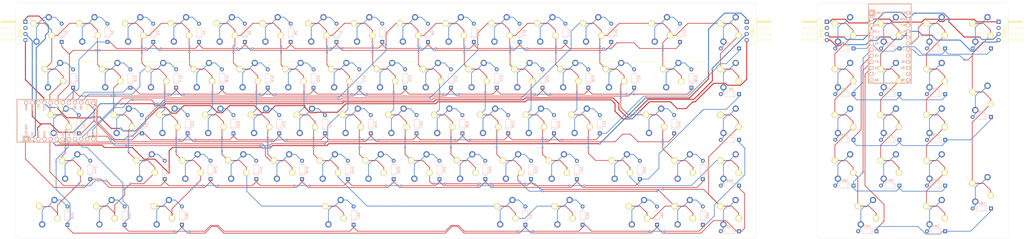
<source format=kicad_pcb>
(kicad_pcb (version 20171130) (host pcbnew "(5.1.4)-1")
  (layers (0 F.Cu signal) (31 B.Cu signal) (34 B.Paste user) (35 F.Paste user) (36 B.SilkS user) (37 F.SilkS user) (38 B.Mask user) (39 F.Mask user) (44 Edge.Cuts user))
  (net 0 "")
  (net 1 "Net-(A1-Pad2)")
  (net 2 COL0)
  (net 3 "Net-(ALT1-Pad2)")
  (net 4 COL1)
  (net 5 "Net-(ALT2-Pad2)")
  (net 6 COL2)
  (net 7 "Net-(APOS1-Pad2)")
  (net 8 COL5)
  (net 9 "Net-(B1-Pad2)")
  (net 10 "Net-(BKSLASH1-Pad2)")
  (net 11 COL6)
  (net 12 "Net-(BKSPC1-Pad2)")
  (net 13 "Net-(C1-Pad2)")
  (net 14 "Net-(CAPS1-Pad2)")
  (net 15 "Net-(COMMA1-Pad2)")
  (net 16 COL4)
  (net 17 "Net-(CTRL1-Pad2)")
  (net 18 "Net-(D29-Pad2)")
  (net 19 "Net-(D67-Pad2)")
  (net 20 "Net-(D65-Pad2)")
  (net 21 COL3)
  (net 22 "Net-(D18-Pad2)")
  (net 23 "Net-(D9-Pad2)")
  (net 24 "Net-(D42-Pad2)")
  (net 25 "Net-(D13-Pad2)")
  (net 26 "Net-(D1-Pad2)")
  (net 27 "Net-(D34-Pad2)")
  (net 28 "Net-(D6-Pad2)")
  (net 29 "Net-(D63-Pad2)")
  (net 30 "Net-(D5-Pad2)")
  (net 31 "Net-(D35-Pad2)")
  (net 32 "Net-(D36-Pad2)")
  (net 33 "Net-(D68-Pad2)")
  (net 34 "Net-(D23-Pad2)")
  (net 35 "Net-(D37-Pad2)")
  (net 36 "Net-(D38-Pad2)")
  (net 37 "Net-(D39-Pad2)")
  (net 38 "Net-(D26-Pad2)")
  (net 39 "Net-(D64-Pad2)")
  (net 40 "Net-(D51-Pad2)")
  (net 41 "Net-(D12-Pad2)")
  (net 42 "Net-(D50-Pad2)")
  (net 43 "Net-(D10-Pad2)")
  (net 44 "Net-(D24-Pad2)")
  (net 45 "Net-(D2-Pad2)")
  (net 46 "Net-(D25-Pad2)")
  (net 47 "Net-(D53-Pad2)")
  (net 48 "Net-(D57-Pad2)")
  (net 49 "Net-(D43-Pad2)")
  (net 50 SERIAL)
  (net 51 GND)
  (net 52 VCC)
  (net 53 "Net-(D16-Pad2)")
  (net 54 "Net-(D19-Pad2)")
  (net 55 "Net-(D27-Pad2)")
  (net 56 "Net-(D66-Pad2)")
  (net 57 "Net-(D32-Pad2)")
  (net 58 "Net-(D40-Pad2)")
  (net 59 "Net-(D8-Pad2)")
  (net 60 "Net-(D44-Pad2)")
  (net 61 "Net-(D55-Pad2)")
  (net 62 "Net-(D7-Pad2)")
  (net 63 "Net-(D54-Pad2)")
  (net 64 "Net-(D61-Pad2)")
  (net 65 "Net-(D20-Pad2)")
  (net 66 "Net-(D15-Pad2)")
  (net 67 "Net-(D4-Pad2)")
  (net 68 "Net-(D3-Pad2)")
  (net 69 ROW8)
  (net 70 ROW9)
  (net 71 ROW7)
  (net 72 ROW6)
  (net 73 ROW5)
  (net 74 ROW4)
  (net 75 ROW3)
  (net 76 ROW2)
  (net 77 ROW1)
  (net 78 ROW0)
  (net 79 "Net-(D22-Pad2)")
  (net 80 "Net-(D56-Pad2)")
  (net 81 "Net-(D48-Pad2)")
  (net 82 "Net-(D17-Pad2)")
  (net 83 "Net-(D59-Pad2)")
  (net 84 "Net-(D46-Pad2)")
  (net 85 "Net-(D21-Pad2)")
  (net 86 "Net-(D45-Pad2)")
  (net 87 "Net-(D11-Pad2)")
  (net 88 "Net-(ASTERISK1-Pad2)")
  (net 89 "Net-(D69-Pad2)")
  (net 90 "Net-(D70-Pad2)")
  (net 91 "Net-(D72-Pad2)")
  (net 92 "Net-(D73-Pad2)")
  (net 93 "Net-(D74-Pad2)")
  (net 94 "Net-(D75-Pad2)")
  (net 95 "Net-(D76-Pad2)")
  (net 96 "Net-(D77-Pad2)")
  (net 97 "Net-(D78-Pad2)")
  (net 98 "Net-(D79-Pad2)")
  (net 99 "Net-(D80-Pad2)")
  (net 100 "Net-(D81-Pad2)")
  (net 101 "Net-(D82-Pad2)")
  (net 102 "Net-(D83-Pad2)")
  (net 103 "Net-(D84-Pad2)")
  (net 104 "Net-(D85-Pad2)")
  (module MX_Only:MXOnly-1U-NoLEDHotswap (layer F.Cu) (at 57.94375 96.8375)
    (fp_text reference S1)
    (fp_text value MX-NoLED)
    (pad 1 thru_hole circle (at -3.81 -2.54) (size 2.6 2.6) (drill 1.6) (layers *.Cu *.Mask F.SilkS) (net 4 COL1))
    (pad 2 thru_hole circle (at 2.54 -5.08) (size 2.6 2.6) (drill 1.6) (layers *.Cu *.Mask) (net 57 "Net-(D32-Pad2)"))
    (pad "" np_thru_hole circle (at 5.08 0 180) (size 1.7 1.7) (drill 1.7) (layers *.Cu *.Mask F.SilkS) (clearance 0.1524))
    (pad "" np_thru_hole circle (at -5.08 0 180) (size 1.7 1.7) (drill 1.7) (layers *.Cu *.Mask F.SilkS) (clearance 0.1524))
    (pad 1 thru_hole circle (at 3.81 2.54 180) (size 2.6 2.6) (drill 1.6) (layers *.Cu *.Mask F.SilkS) (net 4 COL1))
    (pad 2 thru_hole circle (at -2.54 5.08 180) (size 2.6 2.6) (drill 1.6) (layers *.Cu *.Mask) (net 57 "Net-(D32-Pad2)"))
    (pad "" np_thru_hole circle (at 0 0 180) (size 4 4) (drill 4) (layers *.Cu *.Mask F.SilkS) (clearance 0.1524))
    (pad "" np_thru_hole circle (at 0 0) (size 3.9878 3.9878) (drill 3.9878) (layers *.Cu *.Mask))
    (pad "" np_thru_hole circle (at -5.08 0 48.0996) (size 1.75 1.75) (drill 1.75) (layers *.Cu *.Mask))
    (pad "" np_thru_hole circle (at 5.08 0 48.0996) (size 1.75 1.75) (drill 1.75) (layers *.Cu *.Mask))
  )
  (module MX_Only:MXOnly-1U-NoLEDHotswap (layer F.Cu) (at 377.03125 58.7375)
    (fp_text reference ASTERISK1)
    (fp_text value MX-NoLED)
    (pad 1 thru_hole circle (at -3.81 -2.54) (size 2.6 2.6) (drill 1.6) (layers *.Cu *.Mask F.SilkS) (net 6 COL2))
    (pad 2 thru_hole circle (at 2.54 -5.08) (size 2.6 2.6) (drill 1.6) (layers *.Cu *.Mask) (net 88 "Net-(ASTERISK1-Pad2)"))
    (pad "" np_thru_hole circle (at 5.08 0 180) (size 1.7 1.7) (drill 1.7) (layers *.Cu *.Mask F.SilkS) (clearance 0.1524))
    (pad "" np_thru_hole circle (at -5.08 0 180) (size 1.7 1.7) (drill 1.7) (layers *.Cu *.Mask F.SilkS) (clearance 0.1524))
    (pad 1 thru_hole circle (at 3.81 2.54 180) (size 2.6 2.6) (drill 1.6) (layers *.Cu *.Mask F.SilkS) (net 6 COL2))
    (pad 2 thru_hole circle (at -2.54 5.08 180) (size 2.6 2.6) (drill 1.6) (layers *.Cu *.Mask) (net 88 "Net-(ASTERISK1-Pad2)"))
    (pad "" np_thru_hole circle (at 0 0 180) (size 4 4) (drill 4) (layers *.Cu *.Mask F.SilkS) (clearance 0.1524))
    (pad "" np_thru_hole circle (at 0 0) (size 3.9878 3.9878) (drill 3.9878) (layers *.Cu *.Mask))
    (pad "" np_thru_hole circle (at -5.08 0 48.0996) (size 1.75 1.75) (drill 1.75) (layers *.Cu *.Mask))
    (pad "" np_thru_hole circle (at 5.08 0 48.0996) (size 1.75 1.75) (drill 1.75) (layers *.Cu *.Mask))
  )
  (module Pin_Headers:Pin_Header_Angled_1x04_Pitch2.54mm (layer F.Cu) (at 331.7875 55.5625)
    (fp_text reference POGO3 (at -2.38125 3.96875 90) (layer F.SilkS))
    (fp_text value Conn_01x04)
    (pad 1 thru_hole rect (at 0 0) (size 1.7 1.7) (drill 1) (layers *.Cu *.Mask) (net 50 SERIAL))
    (pad 2 thru_hole oval (at 0 2.54) (size 1.7 1.7) (drill 1) (layers *.Cu *.Mask))
    (pad 3 thru_hole oval (at 0 5.08) (size 1.7 1.7) (drill 1) (layers *.Cu *.Mask) (net 51 GND))
    (pad 4 thru_hole oval (at 0 7.62) (size 1.7 1.7) (drill 1) (layers *.Cu *.Mask) (net 52 VCC))
  )
  (module Pin_Headers:Pin_Header_Angled_1x04_Pitch2.54mm (layer F.Cu) (at -1.5875 55.5625)
    (fp_text reference POGO1 (at -2.38125 3.96875 90) (layer F.SilkS))
    (fp_text value Conn_01x04)
    (pad 1 thru_hole rect (at 0 0) (size 1.7 1.7) (drill 1) (layers *.Cu *.Mask) (net 50 SERIAL))
    (pad 2 thru_hole oval (at 0 2.54) (size 1.7 1.7) (drill 1) (layers *.Cu *.Mask))
    (pad 3 thru_hole oval (at 0 5.08) (size 1.7 1.7) (drill 1) (layers *.Cu *.Mask) (net 51 GND))
    (pad 4 thru_hole oval (at 0 7.62) (size 1.7 1.7) (drill 1) (layers *.Cu *.Mask) (net 52 VCC))
  )
  (module MX_Only:MXOnly-2U-NoLEDHotswap (layer F.Cu) (at 396.08125 125.4125 90)
    (fp_text reference ENTER2)
    (fp_text value MX-NoLED)
    (pad 1 thru_hole circle (at -2.54 3.81 180) (size 2.6 2.6) (drill 1.6) (layers *.Cu *.Mask F.SilkS) (net 21 COL3))
    (pad 2 thru_hole circle (at -5.08 -2.54 180) (size 2.6 2.6) (drill 1.6) (layers *.Cu *.Mask) (net 104 "Net-(D85-Pad2)"))
    (pad 2 thru_hole circle (at 5.08 2.54) (size 2.6 2.6) (drill 1.6) (layers *.Cu *.Mask) (net 104 "Net-(D85-Pad2)"))
    (pad 1 thru_hole circle (at 2.54 -3.81) (size 2.6 2.6) (drill 1.6) (layers *.Cu *.Mask F.SilkS) (net 21 COL3))
    (pad "" np_thru_hole circle (at 0 0 180) (size 3.9878 3.9878) (drill 3.9878) (layers *.Cu *.Mask))
    (pad "" np_thru_hole circle (at 0 5.08 228.0996) (size 1.75 1.75) (drill 1.75) (layers *.Cu *.Mask))
    (pad "" np_thru_hole circle (at 0 -5.08 228.0996) (size 1.75 1.75) (drill 1.75) (layers *.Cu *.Mask))
    (pad "" np_thru_hole circle (at -11.90625 -6.985 90) (size 3.048 3.048) (drill 3.048) (layers *.Cu *.Mask))
    (pad "" np_thru_hole circle (at 11.90625 -6.985 90) (size 3.048 3.048) (drill 3.048) (layers *.Cu *.Mask))
    (pad "" np_thru_hole circle (at -11.90625 8.255 90) (size 3.9878 3.9878) (drill 3.9878) (layers *.Cu *.Mask))
    (pad "" np_thru_hole circle (at 11.90625 8.255 90) (size 3.9878 3.9878) (drill 3.9878) (layers *.Cu *.Mask))
  )
  (module MX_Only:MXOnly-2U-NoLEDHotswap (layer F.Cu) (at 396.08125 87.3125 90)
    (fp_text reference PLUS1)
    (fp_text value MX-NoLED)
    (pad 1 thru_hole circle (at -2.54 3.81 180) (size 2.6 2.6) (drill 1.6) (layers *.Cu *.Mask F.SilkS) (net 21 COL3))
    (pad 2 thru_hole circle (at -5.08 -2.54 180) (size 2.6 2.6) (drill 1.6) (layers *.Cu *.Mask) (net 98 "Net-(D79-Pad2)"))
    (pad 2 thru_hole circle (at 5.08 2.54) (size 2.6 2.6) (drill 1.6) (layers *.Cu *.Mask) (net 98 "Net-(D79-Pad2)"))
    (pad 1 thru_hole circle (at 2.54 -3.81) (size 2.6 2.6) (drill 1.6) (layers *.Cu *.Mask F.SilkS) (net 21 COL3))
    (pad "" np_thru_hole circle (at 0 0 180) (size 3.9878 3.9878) (drill 3.9878) (layers *.Cu *.Mask))
    (pad "" np_thru_hole circle (at 0 5.08 228.0996) (size 1.75 1.75) (drill 1.75) (layers *.Cu *.Mask))
    (pad "" np_thru_hole circle (at 0 -5.08 228.0996) (size 1.75 1.75) (drill 1.75) (layers *.Cu *.Mask))
    (pad "" np_thru_hole circle (at -11.90625 -6.985 90) (size 3.048 3.048) (drill 3.048) (layers *.Cu *.Mask))
    (pad "" np_thru_hole circle (at 11.90625 -6.985 90) (size 3.048 3.048) (drill 3.048) (layers *.Cu *.Mask))
    (pad "" np_thru_hole circle (at -11.90625 8.255 90) (size 3.9878 3.9878) (drill 3.9878) (layers *.Cu *.Mask))
    (pad "" np_thru_hole circle (at 11.90625 8.255 90) (size 3.9878 3.9878) (drill 3.9878) (layers *.Cu *.Mask))
    (pad "" np_thru_hole circle (at 0 5.08 228.0996) (size 1.75 1.75) (drill 1.75) (layers *.Cu *.Mask))
    (pad 2 thru_hole circle (at 5.08 2.54) (size 2.6 2.6) (drill 1.6) (layers *.Cu *.Mask) (net 98 "Net-(D79-Pad2)"))
    (pad "" np_thru_hole circle (at 0 0 180) (size 3.9878 3.9878) (drill 3.9878) (layers *.Cu *.Mask))
    (pad "" np_thru_hole circle (at 0 -5.08) (size 1.7 1.7) (drill 1.7) (layers *.Cu *.Mask F.SilkS) (clearance 0.1524))
    (pad 1 thru_hole circle (at 2.54 -3.81) (size 2.6 2.6) (drill 1.6) (layers *.Cu *.Mask F.SilkS) (net 21 COL3))
    (pad "" np_thru_hole circle (at 0 -5.08 228.0996) (size 1.75 1.75) (drill 1.75) (layers *.Cu *.Mask))
    (pad "" np_thru_hole circle (at 0 5.08) (size 1.7 1.7) (drill 1.7) (layers *.Cu *.Mask F.SilkS) (clearance 0.1524))
    (pad "" np_thru_hole circle (at 0 0) (size 4 4) (drill 4) (layers *.Cu *.Mask F.SilkS) (clearance 0.1524))
    (pad 1 thru_hole circle (at -2.54 3.81 180) (size 2.6 2.6) (drill 1.6) (layers *.Cu *.Mask F.SilkS) (net 21 COL3))
    (pad 2 thru_hole circle (at -5.08 -2.54 180) (size 2.6 2.6) (drill 1.6) (layers *.Cu *.Mask) (net 98 "Net-(D79-Pad2)"))
  )
  (module MX_Only:MXOnly-1U-NoLEDHotswap (layer F.Cu) (at 24.60625 58.7375)
    (fp_text reference ONE1)
    (fp_text value MX-NoLED)
    (pad 1 thru_hole circle (at -3.81 -2.54) (size 2.6 2.6) (drill 1.6) (layers *.Cu *.Mask F.SilkS) (net 2 COL0))
    (pad 2 thru_hole circle (at 2.54 -5.08) (size 2.6 2.6) (drill 1.6) (layers *.Cu *.Mask) (net 45 "Net-(D2-Pad2)"))
    (pad "" np_thru_hole circle (at 5.08 0 180) (size 1.7 1.7) (drill 1.7) (layers *.Cu *.Mask F.SilkS) (clearance 0.1524))
    (pad "" np_thru_hole circle (at -5.08 0 180) (size 1.7 1.7) (drill 1.7) (layers *.Cu *.Mask F.SilkS) (clearance 0.1524))
    (pad 1 thru_hole circle (at 3.81 2.54 180) (size 2.6 2.6) (drill 1.6) (layers *.Cu *.Mask F.SilkS) (net 2 COL0))
    (pad 2 thru_hole circle (at -2.54 5.08 180) (size 2.6 2.6) (drill 1.6) (layers *.Cu *.Mask) (net 45 "Net-(D2-Pad2)"))
    (pad "" np_thru_hole circle (at 0 0 180) (size 4 4) (drill 4) (layers *.Cu *.Mask F.SilkS) (clearance 0.1524))
    (pad "" np_thru_hole circle (at 0 0) (size 3.9878 3.9878) (drill 3.9878) (layers *.Cu *.Mask))
    (pad "" np_thru_hole circle (at -5.08 0 48.0996) (size 1.75 1.75) (drill 1.75) (layers *.Cu *.Mask))
    (pad "" np_thru_hole circle (at 5.08 0 48.0996) (size 1.75 1.75) (drill 1.75) (layers *.Cu *.Mask))
  )
  (module MX_Only:MXOnly-2U-NoLEDHotswap (layer F.Cu) (at 348.45625 134.9375)
    (fp_text reference ZERO2)
    (fp_text value MX-NoLED)
    (pad 1 thru_hole circle (at -3.81 -2.54) (size 2.6 2.6) (drill 1.6) (layers *.Cu *.Mask F.SilkS) (net 2 COL0))
    (pad 2 thru_hole circle (at 2.54 -5.08) (size 2.6 2.6) (drill 1.6) (layers *.Cu *.Mask) (net 102 "Net-(D83-Pad2)"))
    (pad 2 thru_hole circle (at -2.54 5.08 180) (size 2.6 2.6) (drill 1.6) (layers *.Cu *.Mask) (net 102 "Net-(D83-Pad2)"))
    (pad 1 thru_hole circle (at 3.81 2.54 180) (size 2.6 2.6) (drill 1.6) (layers *.Cu *.Mask F.SilkS) (net 2 COL0))
    (pad "" np_thru_hole circle (at 0 0) (size 3.9878 3.9878) (drill 3.9878) (layers *.Cu *.Mask))
    (pad "" np_thru_hole circle (at -5.08 0 48.0996) (size 1.75 1.75) (drill 1.75) (layers *.Cu *.Mask))
    (pad "" np_thru_hole circle (at 5.08 0 48.0996) (size 1.75 1.75) (drill 1.75) (layers *.Cu *.Mask))
    (pad "" np_thru_hole circle (at -11.90625 -6.985) (size 3.048 3.048) (drill 3.048) (layers *.Cu *.Mask))
    (pad "" np_thru_hole circle (at 11.90625 -6.985) (size 3.048 3.048) (drill 3.048) (layers *.Cu *.Mask))
    (pad "" np_thru_hole circle (at -11.90625 8.255) (size 3.9878 3.9878) (drill 3.9878) (layers *.Cu *.Mask))
    (pad "" np_thru_hole circle (at 11.90625 8.255) (size 3.9878 3.9878) (drill 3.9878) (layers *.Cu *.Mask))
  )
  (module MX_Only:MXOnly-1U-NoLEDHotswap (layer F.Cu) (at 357.98125 115.8875)
    (fp_text reference TWO2)
    (fp_text value MX-NoLED)
    (pad 1 thru_hole circle (at -3.81 -2.54) (size 2.6 2.6) (drill 1.6) (layers *.Cu *.Mask F.SilkS) (net 4 COL1))
    (pad 2 thru_hole circle (at 2.54 -5.08) (size 2.6 2.6) (drill 1.6) (layers *.Cu *.Mask) (net 100 "Net-(D81-Pad2)"))
    (pad "" np_thru_hole circle (at 5.08 0 180) (size 1.7 1.7) (drill 1.7) (layers *.Cu *.Mask F.SilkS) (clearance 0.1524))
    (pad "" np_thru_hole circle (at -5.08 0 180) (size 1.7 1.7) (drill 1.7) (layers *.Cu *.Mask F.SilkS) (clearance 0.1524))
    (pad 1 thru_hole circle (at 3.81 2.54 180) (size 2.6 2.6) (drill 1.6) (layers *.Cu *.Mask F.SilkS) (net 4 COL1))
    (pad 2 thru_hole circle (at -2.54 5.08 180) (size 2.6 2.6) (drill 1.6) (layers *.Cu *.Mask) (net 100 "Net-(D81-Pad2)"))
    (pad "" np_thru_hole circle (at 0 0 180) (size 4 4) (drill 4) (layers *.Cu *.Mask F.SilkS) (clearance 0.1524))
    (pad "" np_thru_hole circle (at 0 0) (size 3.9878 3.9878) (drill 3.9878) (layers *.Cu *.Mask))
    (pad "" np_thru_hole circle (at -5.08 0 48.0996) (size 1.75 1.75) (drill 1.75) (layers *.Cu *.Mask))
    (pad "" np_thru_hole circle (at 5.08 0 48.0996) (size 1.75 1.75) (drill 1.75) (layers *.Cu *.Mask))
  )
  (module MX_Only:MXOnly-1U-NoLEDHotswap (layer F.Cu) (at 377.03125 115.8875)
    (fp_text reference THREE2)
    (fp_text value MX-NoLED)
    (pad 1 thru_hole circle (at -3.81 -2.54) (size 2.6 2.6) (drill 1.6) (layers *.Cu *.Mask F.SilkS) (net 6 COL2))
    (pad 2 thru_hole circle (at 2.54 -5.08) (size 2.6 2.6) (drill 1.6) (layers *.Cu *.Mask) (net 101 "Net-(D82-Pad2)"))
    (pad "" np_thru_hole circle (at 5.08 0 180) (size 1.7 1.7) (drill 1.7) (layers *.Cu *.Mask F.SilkS) (clearance 0.1524))
    (pad "" np_thru_hole circle (at -5.08 0 180) (size 1.7 1.7) (drill 1.7) (layers *.Cu *.Mask F.SilkS) (clearance 0.1524))
    (pad 1 thru_hole circle (at 3.81 2.54 180) (size 2.6 2.6) (drill 1.6) (layers *.Cu *.Mask F.SilkS) (net 6 COL2))
    (pad 2 thru_hole circle (at -2.54 5.08 180) (size 2.6 2.6) (drill 1.6) (layers *.Cu *.Mask) (net 101 "Net-(D82-Pad2)"))
    (pad "" np_thru_hole circle (at 0 0 180) (size 4 4) (drill 4) (layers *.Cu *.Mask F.SilkS) (clearance 0.1524))
    (pad "" np_thru_hole circle (at 0 0) (size 3.9878 3.9878) (drill 3.9878) (layers *.Cu *.Mask))
    (pad "" np_thru_hole circle (at -5.08 0 48.0996) (size 1.75 1.75) (drill 1.75) (layers *.Cu *.Mask))
    (pad "" np_thru_hole circle (at 5.08 0 48.0996) (size 1.75 1.75) (drill 1.75) (layers *.Cu *.Mask))
  )
  (module MX_Only:MXOnly-1U-NoLEDHotswap (layer F.Cu) (at 357.98125 58.7375)
    (fp_text reference SLASH2)
    (fp_text value MX-NoLED)
    (pad 1 thru_hole circle (at -3.81 -2.54) (size 2.6 2.6) (drill 1.6) (layers *.Cu *.Mask F.SilkS) (net 4 COL1))
    (pad 2 thru_hole circle (at 2.54 -5.08) (size 2.6 2.6) (drill 1.6) (layers *.Cu *.Mask) (net 90 "Net-(D70-Pad2)"))
    (pad "" np_thru_hole circle (at 5.08 0 180) (size 1.7 1.7) (drill 1.7) (layers *.Cu *.Mask F.SilkS) (clearance 0.1524))
    (pad "" np_thru_hole circle (at -5.08 0 180) (size 1.7 1.7) (drill 1.7) (layers *.Cu *.Mask F.SilkS) (clearance 0.1524))
    (pad 1 thru_hole circle (at 3.81 2.54 180) (size 2.6 2.6) (drill 1.6) (layers *.Cu *.Mask F.SilkS) (net 4 COL1))
    (pad 2 thru_hole circle (at -2.54 5.08 180) (size 2.6 2.6) (drill 1.6) (layers *.Cu *.Mask) (net 90 "Net-(D70-Pad2)"))
    (pad "" np_thru_hole circle (at 0 0 180) (size 4 4) (drill 4) (layers *.Cu *.Mask F.SilkS) (clearance 0.1524))
    (pad "" np_thru_hole circle (at 0 0) (size 3.9878 3.9878) (drill 3.9878) (layers *.Cu *.Mask))
    (pad "" np_thru_hole circle (at -5.08 0 48.0996) (size 1.75 1.75) (drill 1.75) (layers *.Cu *.Mask))
    (pad "" np_thru_hole circle (at 5.08 0 48.0996) (size 1.75 1.75) (drill 1.75) (layers *.Cu *.Mask))
  )
  (module MX_Only:MXOnly-1U-NoLEDHotswap (layer F.Cu) (at 377.03125 96.8375)
    (fp_text reference SIX2)
    (fp_text value MX-NoLED)
    (pad 1 thru_hole circle (at -3.81 -2.54) (size 2.6 2.6) (drill 1.6) (layers *.Cu *.Mask F.SilkS) (net 6 COL2))
    (pad 2 thru_hole circle (at 2.54 -5.08) (size 2.6 2.6) (drill 1.6) (layers *.Cu *.Mask) (net 97 "Net-(D78-Pad2)"))
    (pad "" np_thru_hole circle (at 5.08 0 180) (size 1.7 1.7) (drill 1.7) (layers *.Cu *.Mask F.SilkS) (clearance 0.1524))
    (pad "" np_thru_hole circle (at -5.08 0 180) (size 1.7 1.7) (drill 1.7) (layers *.Cu *.Mask F.SilkS) (clearance 0.1524))
    (pad 1 thru_hole circle (at 3.81 2.54 180) (size 2.6 2.6) (drill 1.6) (layers *.Cu *.Mask F.SilkS) (net 6 COL2))
    (pad 2 thru_hole circle (at -2.54 5.08 180) (size 2.6 2.6) (drill 1.6) (layers *.Cu *.Mask) (net 97 "Net-(D78-Pad2)"))
    (pad "" np_thru_hole circle (at 0 0 180) (size 4 4) (drill 4) (layers *.Cu *.Mask F.SilkS) (clearance 0.1524))
    (pad "" np_thru_hole circle (at 0 0) (size 3.9878 3.9878) (drill 3.9878) (layers *.Cu *.Mask))
    (pad "" np_thru_hole circle (at -5.08 0 48.0996) (size 1.75 1.75) (drill 1.75) (layers *.Cu *.Mask))
    (pad "" np_thru_hole circle (at 5.08 0 48.0996) (size 1.75 1.75) (drill 1.75) (layers *.Cu *.Mask))
  )
  (module MX_Only:MXOnly-1U-NoLEDHotswap (layer F.Cu) (at 338.93125 77.7875)
    (fp_text reference SEVEN2)
    (fp_text value MX-NoLED)
    (pad 1 thru_hole circle (at -3.81 -2.54) (size 2.6 2.6) (drill 1.6) (layers *.Cu *.Mask F.SilkS) (net 2 COL0))
    (pad 2 thru_hole circle (at 2.54 -5.08) (size 2.6 2.6) (drill 1.6) (layers *.Cu *.Mask) (net 92 "Net-(D73-Pad2)"))
    (pad "" np_thru_hole circle (at 5.08 0 180) (size 1.7 1.7) (drill 1.7) (layers *.Cu *.Mask F.SilkS) (clearance 0.1524))
    (pad "" np_thru_hole circle (at -5.08 0 180) (size 1.7 1.7) (drill 1.7) (layers *.Cu *.Mask F.SilkS) (clearance 0.1524))
    (pad 1 thru_hole circle (at 3.81 2.54 180) (size 2.6 2.6) (drill 1.6) (layers *.Cu *.Mask F.SilkS) (net 2 COL0))
    (pad 2 thru_hole circle (at -2.54 5.08 180) (size 2.6 2.6) (drill 1.6) (layers *.Cu *.Mask) (net 92 "Net-(D73-Pad2)"))
    (pad "" np_thru_hole circle (at 0 0 180) (size 4 4) (drill 4) (layers *.Cu *.Mask F.SilkS) (clearance 0.1524))
    (pad "" np_thru_hole circle (at 0 0) (size 3.9878 3.9878) (drill 3.9878) (layers *.Cu *.Mask))
    (pad "" np_thru_hole circle (at -5.08 0 48.0996) (size 1.75 1.75) (drill 1.75) (layers *.Cu *.Mask))
    (pad "" np_thru_hole circle (at 5.08 0 48.0996) (size 1.75 1.75) (drill 1.75) (layers *.Cu *.Mask))
  )
  (module Pin_Headers:Pin_Header_Angled_1x04_Pitch2.54mm (layer F.Cu) (at 403.225 55.5625)
    (fp_text reference POGO4 (at 2.38125 3.96875 90) (layer F.SilkS))
    (fp_text value Conn_01x04)
    (pad 1 thru_hole rect (at 0 0) (size 1.7 1.7) (drill 1) (layers *.Cu *.Mask) (net 50 SERIAL))
    (pad 2 thru_hole oval (at 0 2.54) (size 1.7 1.7) (drill 1) (layers *.Cu *.Mask))
    (pad 3 thru_hole oval (at 0 5.08) (size 1.7 1.7) (drill 1) (layers *.Cu *.Mask) (net 51 GND))
    (pad 4 thru_hole oval (at 0 7.62) (size 1.7 1.7) (drill 1) (layers *.Cu *.Mask) (net 52 VCC))
  )
  (module MX_Only:MXOnly-1U-NoLEDHotswap (layer F.Cu) (at 338.93125 115.8875)
    (fp_text reference ONE2)
    (fp_text value MX-NoLED)
    (pad 1 thru_hole circle (at -3.81 -2.54) (size 2.6 2.6) (drill 1.6) (layers *.Cu *.Mask F.SilkS) (net 2 COL0))
    (pad 2 thru_hole circle (at 2.54 -5.08) (size 2.6 2.6) (drill 1.6) (layers *.Cu *.Mask) (net 99 "Net-(D80-Pad2)"))
    (pad "" np_thru_hole circle (at 5.08 0 180) (size 1.7 1.7) (drill 1.7) (layers *.Cu *.Mask F.SilkS) (clearance 0.1524))
    (pad "" np_thru_hole circle (at -5.08 0 180) (size 1.7 1.7) (drill 1.7) (layers *.Cu *.Mask F.SilkS) (clearance 0.1524))
    (pad 1 thru_hole circle (at 3.81 2.54 180) (size 2.6 2.6) (drill 1.6) (layers *.Cu *.Mask F.SilkS) (net 2 COL0))
    (pad 2 thru_hole circle (at -2.54 5.08 180) (size 2.6 2.6) (drill 1.6) (layers *.Cu *.Mask) (net 99 "Net-(D80-Pad2)"))
    (pad "" np_thru_hole circle (at 0 0 180) (size 4 4) (drill 4) (layers *.Cu *.Mask F.SilkS) (clearance 0.1524))
    (pad "" np_thru_hole circle (at 0 0) (size 3.9878 3.9878) (drill 3.9878) (layers *.Cu *.Mask))
    (pad "" np_thru_hole circle (at -5.08 0 48.0996) (size 1.75 1.75) (drill 1.75) (layers *.Cu *.Mask))
    (pad "" np_thru_hole circle (at 5.08 0 48.0996) (size 1.75 1.75) (drill 1.75) (layers *.Cu *.Mask))
  )
  (module Keebio-Parts:ArduinoProMicro (layer F.Cu) (at 357.98125 65.88125 270)
    (fp_text reference Numpad1 hide)
    (fp_text value ProMicro hide)
    (fp_text user ST (at -8.92 -5.73312) (layer F.SilkS) (effects (font (size 0.8 0.8))))
    (fp_text user TX0/D3 (at -13.97 3.571872) (layer B.SilkS) (effects (font (size 0.8 0.8)) (justify mirror)))
    (fp_text user TX0/D3 (at -13.97 3.571872) (layer B.SilkS) (effects (font (size 0.8 0.8)) (justify mirror)))
    (fp_text user D2 (at -11.43 5.461) (layer B.SilkS) (effects (font (size 0.8 0.8)) (justify mirror)))
    (fp_text user D0 (at -1.27 5.461) (layer B.SilkS) (effects (font (size 0.8 0.8)) (justify mirror)))
    (fp_text user D1 (at -3.81 5.461) (layer B.SilkS) (effects (font (size 0.8 0.8)) (justify mirror)))
    (fp_text user GND (at -6.35 5.461) (layer B.SilkS) (effects (font (size 0.8 0.8)) (justify mirror)))
    (fp_text user GND (at -8.89 5.461) (layer F.SilkS) (effects (font (size 0.8 0.8))))
    (fp_text user D4 (at 1.27 5.461) (layer B.SilkS) (effects (font (size 0.8 0.8)) (justify mirror)))
    (fp_text user C6 (at 3.81 5.461) (layer B.SilkS) (effects (font (size 0.8 0.8)) (justify mirror)))
    (fp_text user D7 (at 6.35 5.461) (layer B.SilkS) (effects (font (size 0.8 0.8)) (justify mirror)))
    (fp_text user E6 (at 8.89 5.461) (layer B.SilkS) (effects (font (size 0.8 0.8)) (justify mirror)))
    (fp_text user B4 (at 11.43 5.461) (layer B.SilkS) (effects (font (size 0.8 0.8)) (justify mirror)))
    (fp_text user B5 (at 13.97 5.461) (layer B.SilkS) (effects (font (size 0.8 0.8)) (justify mirror)))
    (fp_text user B6 (at 13.97 -5.461) (layer B.SilkS) (effects (font (size 0.8 0.8)) (justify mirror)))
    (fp_text user B2 (at 11.43 -5.461) (layer F.SilkS) (effects (font (size 0.8 0.8))))
    (fp_text user B3 (at 8.89 -5.461) (layer B.SilkS) (effects (font (size 0.8 0.8)) (justify mirror)))
    (fp_text user B1 (at 6.35 -5.461) (layer B.SilkS) (effects (font (size 0.8 0.8)) (justify mirror)))
    (fp_text user F7 (at 3.81 -5.461) (layer F.SilkS) (effects (font (size 0.8 0.8))))
    (fp_text user F6 (at 1.27 -5.461) (layer F.SilkS) (effects (font (size 0.8 0.8))))
    (fp_text user F5 (at -1.27 -5.461) (layer F.SilkS) (effects (font (size 0.8 0.8))))
    (fp_text user F4 (at -3.81 -5.461) (layer B.SilkS) (effects (font (size 0.8 0.8)) (justify mirror)))
    (fp_text user VCC (at -6.35 -5.461) (layer B.SilkS) (effects (font (size 0.8 0.8)) (justify mirror)))
    (fp_text user ST (at -8.92 -5.73312) (layer F.SilkS) (effects (font (size 0.8 0.8))))
    (fp_text user GND (at -11.43 -5.461) (layer F.SilkS) (effects (font (size 0.8 0.8))))
    (fp_text user RAW (at -13.97 -5.461) (layer B.SilkS) (effects (font (size 0.8 0.8)) (justify mirror)))
    (fp_text user RAW (at -13.97 -5.461) (layer B.SilkS) (effects (font (size 0.8 0.8)) (justify mirror)))
    (fp_text user GND (at -11.43 -5.461) (layer B.SilkS) (effects (font (size 0.8 0.8)) (justify mirror)))
    (fp_text user VCC (at -6.35 -5.461) (layer B.SilkS) (effects (font (size 0.8 0.8)) (justify mirror)))
    (fp_text user F4 (at -3.81 -5.461) (layer B.SilkS) (effects (font (size 0.8 0.8)) (justify mirror)))
    (fp_text user F5 (at -1.27 -5.461) (layer F.SilkS) (effects (font (size 0.8 0.8))))
    (fp_text user F6 (at 1.27 -5.461) (layer F.SilkS) (effects (font (size 0.8 0.8))))
    (fp_text user F7 (at 3.81 -5.461) (layer F.SilkS) (effects (font (size 0.8 0.8))))
    (fp_text user B1 (at 6.35 -5.461) (layer B.SilkS) (effects (font (size 0.8 0.8)) (justify mirror)))
    (fp_text user B3 (at 8.89 -5.461) (layer B.SilkS) (effects (font (size 0.8 0.8)) (justify mirror)))
    (fp_text user B2 (at 11.43 -5.461) (layer F.SilkS) (effects (font (size 0.8 0.8))))
    (fp_text user B6 (at 13.97 -5.461) (layer B.SilkS) (effects (font (size 0.8 0.8)) (justify mirror)))
    (fp_text user B5 (at 13.97 5.461) (layer B.SilkS) (effects (font (size 0.8 0.8)) (justify mirror)))
    (fp_text user B4 (at 11.43 5.461) (layer B.SilkS) (effects (font (size 0.8 0.8)) (justify mirror)))
    (fp_text user E6 (at 8.89 5.461) (layer B.SilkS) (effects (font (size 0.8 0.8)) (justify mirror)))
    (fp_text user D7 (at 6.35 5.461) (layer B.SilkS) (effects (font (size 0.8 0.8)) (justify mirror)))
    (fp_text user C6 (at 3.81 5.461) (layer B.SilkS) (effects (font (size 0.8 0.8)) (justify mirror)))
    (fp_text user D4 (at 1.27 5.461) (layer B.SilkS) (effects (font (size 0.8 0.8)) (justify mirror)))
    (fp_text user GND (at -8.89 5.461) (layer B.SilkS) (effects (font (size 0.8 0.8)) (justify mirror)))
    (fp_text user GND (at -6.35 5.461) (layer B.SilkS) (effects (font (size 0.8 0.8)) (justify mirror)))
    (fp_text user D1 (at -3.81 5.461) (layer B.SilkS) (effects (font (size 0.8 0.8)) (justify mirror)))
    (fp_text user D0 (at -1.27 5.461) (layer B.SilkS) (effects (font (size 0.8 0.8)) (justify mirror)))
    (fp_text user D2 (at -11.43 5.461) (layer B.SilkS) (effects (font (size 0.8 0.8)) (justify mirror)))
    (pad 24 thru_hole circle (at -13.97 -7.62 270) (size 1.7526 1.7526) (drill 1.0922) (layers *.Cu *.SilkS *.Mask))
    (pad 12 thru_hole circle (at 13.97 7.62 270) (size 1.7526 1.7526) (drill 1.0922) (layers *.Cu *.SilkS *.Mask))
    (pad 23 thru_hole circle (at -11.43 -7.62 270) (size 1.7526 1.7526) (drill 1.0922) (layers *.Cu *.SilkS *.Mask) (net 51 GND))
    (pad 22 thru_hole circle (at -8.89 -7.62 270) (size 1.7526 1.7526) (drill 1.0922) (layers *.Cu *.SilkS *.Mask))
    (pad 21 thru_hole circle (at -6.35 -7.62 270) (size 1.7526 1.7526) (drill 1.0922) (layers *.Cu *.SilkS *.Mask) (net 52 VCC))
    (pad 20 thru_hole circle (at -3.81 -7.62 270) (size 1.7526 1.7526) (drill 1.0922) (layers *.Cu *.SilkS *.Mask) (net 4 COL1))
    (pad 19 thru_hole circle (at -1.27 -7.62 270) (size 1.7526 1.7526) (drill 1.0922) (layers *.Cu *.SilkS *.Mask) (net 6 COL2))
    (pad 18 thru_hole circle (at 1.27 -7.62 270) (size 1.7526 1.7526) (drill 1.0922) (layers *.Cu *.SilkS *.Mask) (net 21 COL3))
    (pad 17 thru_hole circle (at 3.81 -7.62 270) (size 1.7526 1.7526) (drill 1.0922) (layers *.Cu *.SilkS *.Mask))
    (pad 16 thru_hole circle (at 6.35 -7.62 270) (size 1.7526 1.7526) (drill 1.0922) (layers *.Cu *.SilkS *.Mask))
    (pad 15 thru_hole circle (at 8.89 -7.62 270) (size 1.7526 1.7526) (drill 1.0922) (layers *.Cu *.SilkS *.Mask))
    (pad 14 thru_hole circle (at 11.43 -7.62 270) (size 1.7526 1.7526) (drill 1.0922) (layers *.Cu *.SilkS *.Mask))
    (pad 13 thru_hole circle (at 13.97 -7.62 270) (size 1.7526 1.7526) (drill 1.0922) (layers *.Cu *.SilkS *.Mask))
    (pad 11 thru_hole circle (at 11.43 7.62 270) (size 1.7526 1.7526) (drill 1.0922) (layers *.Cu *.SilkS *.Mask))
    (pad 10 thru_hole circle (at 8.89 7.62 270) (size 1.7526 1.7526) (drill 1.0922) (layers *.Cu *.SilkS *.Mask) (net 74 ROW4))
    (pad 9 thru_hole circle (at 6.35 7.62 270) (size 1.7526 1.7526) (drill 1.0922) (layers *.Cu *.SilkS *.Mask) (net 75 ROW3))
    (pad 8 thru_hole circle (at 3.81 7.62 270) (size 1.7526 1.7526) (drill 1.0922) (layers *.Cu *.SilkS *.Mask) (net 76 ROW2))
    (pad 7 thru_hole circle (at 1.27 7.62 270) (size 1.7526 1.7526) (drill 1.0922) (layers *.Cu *.SilkS *.Mask) (net 77 ROW1))
    (pad 6 thru_hole circle (at -1.27 7.62 270) (size 1.7526 1.7526) (drill 1.0922) (layers *.Cu *.SilkS *.Mask) (net 78 ROW0))
    (pad 5 thru_hole circle (at -3.81 7.62 270) (size 1.7526 1.7526) (drill 1.0922) (layers *.Cu *.SilkS *.Mask) (net 2 COL0))
    (pad 4 thru_hole circle (at -6.35 7.62 270) (size 1.7526 1.7526) (drill 1.0922) (layers *.Cu *.SilkS *.Mask) (net 51 GND))
    (pad 3 thru_hole circle (at -8.89 7.62 270) (size 1.7526 1.7526) (drill 1.0922) (layers *.Cu *.SilkS *.Mask) (net 51 GND))
    (pad 2 thru_hole circle (at -11.43 7.62 270) (size 1.7526 1.7526) (drill 1.0922) (layers *.Cu *.SilkS *.Mask) (net 50 SERIAL))
    (pad 1 thru_hole rect (at -13.97 7.62 270) (size 1.7526 1.7526) (drill 1.0922) (layers *.Cu *.SilkS *.Mask))
  )
  (module MX_Only:MXOnly-1U-NoLEDHotswap (layer F.Cu) (at 338.93125 58.7375)
    (fp_text reference NUM1)
    (fp_text value MX-NoLED)
    (pad 1 thru_hole circle (at -3.81 -2.54) (size 2.6 2.6) (drill 1.6) (layers *.Cu *.Mask F.SilkS) (net 2 COL0))
    (pad 2 thru_hole circle (at 2.54 -5.08) (size 2.6 2.6) (drill 1.6) (layers *.Cu *.Mask) (net 89 "Net-(D69-Pad2)"))
    (pad "" np_thru_hole circle (at 5.08 0 180) (size 1.7 1.7) (drill 1.7) (layers *.Cu *.Mask F.SilkS) (clearance 0.1524))
    (pad "" np_thru_hole circle (at -5.08 0 180) (size 1.7 1.7) (drill 1.7) (layers *.Cu *.Mask F.SilkS) (clearance 0.1524))
    (pad 1 thru_hole circle (at 3.81 2.54 180) (size 2.6 2.6) (drill 1.6) (layers *.Cu *.Mask F.SilkS) (net 2 COL0))
    (pad 2 thru_hole circle (at -2.54 5.08 180) (size 2.6 2.6) (drill 1.6) (layers *.Cu *.Mask) (net 89 "Net-(D69-Pad2)"))
    (pad "" np_thru_hole circle (at 0 0 180) (size 4 4) (drill 4) (layers *.Cu *.Mask F.SilkS) (clearance 0.1524))
    (pad "" np_thru_hole circle (at 0 0) (size 3.9878 3.9878) (drill 3.9878) (layers *.Cu *.Mask))
    (pad "" np_thru_hole circle (at -5.08 0 48.0996) (size 1.75 1.75) (drill 1.75) (layers *.Cu *.Mask))
    (pad "" np_thru_hole circle (at 5.08 0 48.0996) (size 1.75 1.75) (drill 1.75) (layers *.Cu *.Mask))
  )
  (module MX_Only:MXOnly-1U-NoLEDHotswap (layer F.Cu) (at 377.03125 77.7875)
    (fp_text reference NINE2)
    (fp_text value MX-NoLED)
    (pad 1 thru_hole circle (at -3.81 -2.54) (size 2.6 2.6) (drill 1.6) (layers *.Cu *.Mask F.SilkS) (net 6 COL2))
    (pad 2 thru_hole circle (at 2.54 -5.08) (size 2.6 2.6) (drill 1.6) (layers *.Cu *.Mask) (net 94 "Net-(D75-Pad2)"))
    (pad "" np_thru_hole circle (at 5.08 0 180) (size 1.7 1.7) (drill 1.7) (layers *.Cu *.Mask F.SilkS) (clearance 0.1524))
    (pad "" np_thru_hole circle (at -5.08 0 180) (size 1.7 1.7) (drill 1.7) (layers *.Cu *.Mask F.SilkS) (clearance 0.1524))
    (pad 1 thru_hole circle (at 3.81 2.54 180) (size 2.6 2.6) (drill 1.6) (layers *.Cu *.Mask F.SilkS) (net 6 COL2))
    (pad 2 thru_hole circle (at -2.54 5.08 180) (size 2.6 2.6) (drill 1.6) (layers *.Cu *.Mask) (net 94 "Net-(D75-Pad2)"))
    (pad "" np_thru_hole circle (at 0 0 180) (size 4 4) (drill 4) (layers *.Cu *.Mask F.SilkS) (clearance 0.1524))
    (pad "" np_thru_hole circle (at 0 0) (size 3.9878 3.9878) (drill 3.9878) (layers *.Cu *.Mask))
    (pad "" np_thru_hole circle (at -5.08 0 48.0996) (size 1.75 1.75) (drill 1.75) (layers *.Cu *.Mask))
    (pad "" np_thru_hole circle (at 5.08 0 48.0996) (size 1.75 1.75) (drill 1.75) (layers *.Cu *.Mask))
  )
  (module MX_Only:MXOnly-1U-NoLEDHotswap (layer F.Cu) (at 396.08125 58.7375)
    (fp_text reference MINUS2)
    (fp_text value MX-NoLED)
    (pad 1 thru_hole circle (at -3.81 -2.54) (size 2.6 2.6) (drill 1.6) (layers *.Cu *.Mask F.SilkS) (net 21 COL3))
    (pad 2 thru_hole circle (at 2.54 -5.08) (size 2.6 2.6) (drill 1.6) (layers *.Cu *.Mask) (net 91 "Net-(D72-Pad2)"))
    (pad "" np_thru_hole circle (at 5.08 0 180) (size 1.7 1.7) (drill 1.7) (layers *.Cu *.Mask F.SilkS) (clearance 0.1524))
    (pad "" np_thru_hole circle (at -5.08 0 180) (size 1.7 1.7) (drill 1.7) (layers *.Cu *.Mask F.SilkS) (clearance 0.1524))
    (pad 1 thru_hole circle (at 3.81 2.54 180) (size 2.6 2.6) (drill 1.6) (layers *.Cu *.Mask F.SilkS) (net 21 COL3))
    (pad 2 thru_hole circle (at -2.54 5.08 180) (size 2.6 2.6) (drill 1.6) (layers *.Cu *.Mask) (net 91 "Net-(D72-Pad2)"))
    (pad "" np_thru_hole circle (at 0 0 180) (size 4 4) (drill 4) (layers *.Cu *.Mask F.SilkS) (clearance 0.1524))
    (pad "" np_thru_hole circle (at 0 0) (size 3.9878 3.9878) (drill 3.9878) (layers *.Cu *.Mask))
    (pad "" np_thru_hole circle (at -5.08 0 48.0996) (size 1.75 1.75) (drill 1.75) (layers *.Cu *.Mask))
    (pad "" np_thru_hole circle (at 5.08 0 48.0996) (size 1.75 1.75) (drill 1.75) (layers *.Cu *.Mask))
  )
  (module MX_Only:MXOnly-1U-NoLEDHotswap (layer F.Cu) (at 338.93125 96.8375)
    (fp_text reference FOUR2)
    (fp_text value MX-NoLED)
    (pad 1 thru_hole circle (at -3.81 -2.54) (size 2.6 2.6) (drill 1.6) (layers *.Cu *.Mask F.SilkS) (net 2 COL0))
    (pad 2 thru_hole circle (at 2.54 -5.08) (size 2.6 2.6) (drill 1.6) (layers *.Cu *.Mask) (net 95 "Net-(D76-Pad2)"))
    (pad "" np_thru_hole circle (at 5.08 0 180) (size 1.7 1.7) (drill 1.7) (layers *.Cu *.Mask F.SilkS) (clearance 0.1524))
    (pad "" np_thru_hole circle (at -5.08 0 180) (size 1.7 1.7) (drill 1.7) (layers *.Cu *.Mask F.SilkS) (clearance 0.1524))
    (pad 1 thru_hole circle (at 3.81 2.54 180) (size 2.6 2.6) (drill 1.6) (layers *.Cu *.Mask F.SilkS) (net 2 COL0))
    (pad 2 thru_hole circle (at -2.54 5.08 180) (size 2.6 2.6) (drill 1.6) (layers *.Cu *.Mask) (net 95 "Net-(D76-Pad2)"))
    (pad "" np_thru_hole circle (at 0 0 180) (size 4 4) (drill 4) (layers *.Cu *.Mask F.SilkS) (clearance 0.1524))
    (pad "" np_thru_hole circle (at 0 0) (size 3.9878 3.9878) (drill 3.9878) (layers *.Cu *.Mask))
    (pad "" np_thru_hole circle (at -5.08 0 48.0996) (size 1.75 1.75) (drill 1.75) (layers *.Cu *.Mask))
    (pad "" np_thru_hole circle (at 5.08 0 48.0996) (size 1.75 1.75) (drill 1.75) (layers *.Cu *.Mask))
  )
  (module MX_Only:MXOnly-1U-NoLEDHotswap (layer F.Cu) (at 357.98125 96.8375)
    (fp_text reference FIVE2)
    (fp_text value MX-NoLED)
    (pad 1 thru_hole circle (at -3.81 -2.54) (size 2.6 2.6) (drill 1.6) (layers *.Cu *.Mask F.SilkS) (net 4 COL1))
    (pad 2 thru_hole circle (at 2.54 -5.08) (size 2.6 2.6) (drill 1.6) (layers *.Cu *.Mask) (net 96 "Net-(D77-Pad2)"))
    (pad "" np_thru_hole circle (at 5.08 0 180) (size 1.7 1.7) (drill 1.7) (layers *.Cu *.Mask F.SilkS) (clearance 0.1524))
    (pad "" np_thru_hole circle (at -5.08 0 180) (size 1.7 1.7) (drill 1.7) (layers *.Cu *.Mask F.SilkS) (clearance 0.1524))
    (pad 1 thru_hole circle (at 3.81 2.54 180) (size 2.6 2.6) (drill 1.6) (layers *.Cu *.Mask F.SilkS) (net 4 COL1))
    (pad 2 thru_hole circle (at -2.54 5.08 180) (size 2.6 2.6) (drill 1.6) (layers *.Cu *.Mask) (net 96 "Net-(D77-Pad2)"))
    (pad "" np_thru_hole circle (at 0 0 180) (size 4 4) (drill 4) (layers *.Cu *.Mask F.SilkS) (clearance 0.1524))
    (pad "" np_thru_hole circle (at 0 0) (size 3.9878 3.9878) (drill 3.9878) (layers *.Cu *.Mask))
    (pad "" np_thru_hole circle (at -5.08 0 48.0996) (size 1.75 1.75) (drill 1.75) (layers *.Cu *.Mask))
    (pad "" np_thru_hole circle (at 5.08 0 48.0996) (size 1.75 1.75) (drill 1.75) (layers *.Cu *.Mask))
  )
  (module MX_Only:MXOnly-1U-NoLEDHotswap (layer F.Cu) (at 357.98125 77.7875)
    (fp_text reference EIGHT2)
    (fp_text value MX-NoLED)
    (pad 1 thru_hole circle (at -3.81 -2.54) (size 2.6 2.6) (drill 1.6) (layers *.Cu *.Mask F.SilkS) (net 4 COL1))
    (pad 2 thru_hole circle (at 2.54 -5.08) (size 2.6 2.6) (drill 1.6) (layers *.Cu *.Mask) (net 93 "Net-(D74-Pad2)"))
    (pad "" np_thru_hole circle (at 5.08 0 180) (size 1.7 1.7) (drill 1.7) (layers *.Cu *.Mask F.SilkS) (clearance 0.1524))
    (pad "" np_thru_hole circle (at -5.08 0 180) (size 1.7 1.7) (drill 1.7) (layers *.Cu *.Mask F.SilkS) (clearance 0.1524))
    (pad 1 thru_hole circle (at 3.81 2.54 180) (size 2.6 2.6) (drill 1.6) (layers *.Cu *.Mask F.SilkS) (net 4 COL1))
    (pad 2 thru_hole circle (at -2.54 5.08 180) (size 2.6 2.6) (drill 1.6) (layers *.Cu *.Mask) (net 93 "Net-(D74-Pad2)"))
    (pad "" np_thru_hole circle (at 0 0 180) (size 4 4) (drill 4) (layers *.Cu *.Mask F.SilkS) (clearance 0.1524))
    (pad "" np_thru_hole circle (at 0 0) (size 3.9878 3.9878) (drill 3.9878) (layers *.Cu *.Mask))
    (pad "" np_thru_hole circle (at -5.08 0 48.0996) (size 1.75 1.75) (drill 1.75) (layers *.Cu *.Mask))
    (pad "" np_thru_hole circle (at 5.08 0 48.0996) (size 1.75 1.75) (drill 1.75) (layers *.Cu *.Mask))
  )
  (module MX_Only:MXOnly-1U-NoLEDHotswap (layer F.Cu) (at 377.03125 134.9375)
    (fp_text reference DEL2)
    (fp_text value MX-NoLED)
    (pad 1 thru_hole circle (at -3.81 -2.54) (size 2.6 2.6) (drill 1.6) (layers *.Cu *.Mask F.SilkS) (net 6 COL2))
    (pad 2 thru_hole circle (at 2.54 -5.08) (size 2.6 2.6) (drill 1.6) (layers *.Cu *.Mask) (net 103 "Net-(D84-Pad2)"))
    (pad "" np_thru_hole circle (at 5.08 0 180) (size 1.7 1.7) (drill 1.7) (layers *.Cu *.Mask F.SilkS) (clearance 0.1524))
    (pad "" np_thru_hole circle (at -5.08 0 180) (size 1.7 1.7) (drill 1.7) (layers *.Cu *.Mask F.SilkS) (clearance 0.1524))
    (pad 1 thru_hole circle (at 3.81 2.54 180) (size 2.6 2.6) (drill 1.6) (layers *.Cu *.Mask F.SilkS) (net 6 COL2))
    (pad 2 thru_hole circle (at -2.54 5.08 180) (size 2.6 2.6) (drill 1.6) (layers *.Cu *.Mask) (net 103 "Net-(D84-Pad2)"))
    (pad "" np_thru_hole circle (at 0 0 180) (size 4 4) (drill 4) (layers *.Cu *.Mask F.SilkS) (clearance 0.1524))
    (pad "" np_thru_hole circle (at 0 0) (size 3.9878 3.9878) (drill 3.9878) (layers *.Cu *.Mask))
    (pad "" np_thru_hole circle (at -5.08 0 48.0996) (size 1.75 1.75) (drill 1.75) (layers *.Cu *.Mask))
    (pad "" np_thru_hole circle (at 5.08 0 48.0996) (size 1.75 1.75) (drill 1.75) (layers *.Cu *.Mask))
  )
  (module Diodes_THT:D_DO-35_SOD27_P7.62mm_Horizontal (layer B.Cu) (at 400.05 133.35 180)
    (fp_text reference D85 (at 3.81 2.06) (layer B.SilkS) (effects (justify mirror)))
    (fp_text value 1N4148)
    (pad 1 thru_hole rect (at 0 0 180) (size 1.6 1.6) (drill 0.8) (layers *.Cu *.Mask) (net 74 ROW4))
    (pad 2 thru_hole oval (at 7.62 0 180) (size 1.6 1.6) (drill 0.8) (layers *.Cu *.Mask) (net 104 "Net-(D85-Pad2)"))
  )
  (module Diodes_THT:D_DO-35_SOD27_P7.62mm_Horizontal (layer B.Cu) (at 381 142.875 180)
    (fp_text reference D84 (at 3.81 2.06) (layer B.SilkS) (effects (justify mirror)))
    (fp_text value 1N4148)
    (pad 1 thru_hole rect (at 0 0 180) (size 1.6 1.6) (drill 0.8) (layers *.Cu *.Mask) (net 74 ROW4))
    (pad 2 thru_hole oval (at 7.62 0 180) (size 1.6 1.6) (drill 0.8) (layers *.Cu *.Mask) (net 103 "Net-(D84-Pad2)"))
  )
  (module Diodes_THT:D_DO-35_SOD27_P7.62mm_Horizontal (layer B.Cu) (at 352.425 142.875 180)
    (fp_text reference D83 (at 3.81 2.06) (layer B.SilkS) (effects (justify mirror)))
    (fp_text value 1N4148)
    (pad 1 thru_hole rect (at 0 0 180) (size 1.6 1.6) (drill 0.8) (layers *.Cu *.Mask) (net 74 ROW4))
    (pad 2 thru_hole oval (at 7.62 0 180) (size 1.6 1.6) (drill 0.8) (layers *.Cu *.Mask) (net 102 "Net-(D83-Pad2)"))
  )
  (module Diodes_THT:D_DO-35_SOD27_P7.62mm_Horizontal (layer B.Cu) (at 381 123.825 180)
    (fp_text reference D82 (at 3.81 2.06) (layer B.SilkS) (effects (justify mirror)))
    (fp_text value 1N4148)
    (pad 1 thru_hole rect (at 0 0 180) (size 1.6 1.6) (drill 0.8) (layers *.Cu *.Mask) (net 75 ROW3))
    (pad 2 thru_hole oval (at 7.62 0 180) (size 1.6 1.6) (drill 0.8) (layers *.Cu *.Mask) (net 101 "Net-(D82-Pad2)"))
  )
  (module Diodes_THT:D_DO-35_SOD27_P7.62mm_Horizontal (layer B.Cu) (at 361.95 123.825 180)
    (fp_text reference D81 (at 3.81 2.06) (layer B.SilkS) (effects (justify mirror)))
    (fp_text value 1N4148)
    (pad 1 thru_hole rect (at 0 0 180) (size 1.6 1.6) (drill 0.8) (layers *.Cu *.Mask) (net 75 ROW3))
    (pad 2 thru_hole oval (at 7.62 0 180) (size 1.6 1.6) (drill 0.8) (layers *.Cu *.Mask) (net 100 "Net-(D81-Pad2)"))
  )
  (module Diodes_THT:D_DO-35_SOD27_P7.62mm_Horizontal (layer B.Cu) (at 342.9 123.825 180)
    (fp_text reference D80 (at 3.81 2.06) (layer B.SilkS) (effects (justify mirror)))
    (fp_text value 1N4148)
    (pad 1 thru_hole rect (at 0 0 180) (size 1.6 1.6) (drill 0.8) (layers *.Cu *.Mask) (net 75 ROW3))
    (pad 2 thru_hole oval (at 7.62 0 180) (size 1.6 1.6) (drill 0.8) (layers *.Cu *.Mask) (net 99 "Net-(D80-Pad2)"))
  )
  (module Diodes_THT:D_DO-35_SOD27_P7.62mm_Horizontal (layer B.Cu) (at 400.05 95.25 180)
    (fp_text reference D79 (at 3.81 2.06) (layer B.SilkS) (effects (justify mirror)))
    (fp_text value 1N4148)
    (pad 1 thru_hole rect (at 0 0 180) (size 1.6 1.6) (drill 0.8) (layers *.Cu *.Mask) (net 76 ROW2))
    (pad 2 thru_hole oval (at 7.62 0 180) (size 1.6 1.6) (drill 0.8) (layers *.Cu *.Mask) (net 98 "Net-(D79-Pad2)"))
  )
  (module Diodes_THT:D_DO-35_SOD27_P7.62mm_Horizontal (layer B.Cu) (at 381 104.775 180)
    (fp_text reference D78 (at 3.81 2.06) (layer B.SilkS) (effects (justify mirror)))
    (fp_text value 1N4148)
    (pad 1 thru_hole rect (at 0 0 180) (size 1.6 1.6) (drill 0.8) (layers *.Cu *.Mask) (net 76 ROW2))
    (pad 2 thru_hole oval (at 7.62 0 180) (size 1.6 1.6) (drill 0.8) (layers *.Cu *.Mask) (net 97 "Net-(D78-Pad2)"))
  )
  (module Diodes_THT:D_DO-35_SOD27_P7.62mm_Horizontal (layer B.Cu) (at 361.95 104.775 180)
    (fp_text reference D77 (at 3.81 2.06) (layer B.SilkS) (effects (justify mirror)))
    (fp_text value 1N4148)
    (pad 1 thru_hole rect (at 0 0 180) (size 1.6 1.6) (drill 0.8) (layers *.Cu *.Mask) (net 76 ROW2))
    (pad 2 thru_hole oval (at 7.62 0 180) (size 1.6 1.6) (drill 0.8) (layers *.Cu *.Mask) (net 96 "Net-(D77-Pad2)"))
  )
  (module Diodes_THT:D_DO-35_SOD27_P7.62mm_Horizontal (layer B.Cu) (at 342.9 104.775 180)
    (fp_text reference D76 (at 3.81 2.06) (layer B.SilkS) (effects (justify mirror)))
    (fp_text value 1N4148)
    (pad 1 thru_hole rect (at 0 0 180) (size 1.6 1.6) (drill 0.8) (layers *.Cu *.Mask) (net 76 ROW2))
    (pad 2 thru_hole oval (at 7.62 0 180) (size 1.6 1.6) (drill 0.8) (layers *.Cu *.Mask) (net 95 "Net-(D76-Pad2)"))
  )
  (module Diodes_THT:D_DO-35_SOD27_P7.62mm_Horizontal (layer B.Cu) (at 381 85.725 180)
    (fp_text reference D75 (at 3.81 2.06) (layer B.SilkS) (effects (justify mirror)))
    (fp_text value 1N4148)
    (pad 1 thru_hole rect (at 0 0 180) (size 1.6 1.6) (drill 0.8) (layers *.Cu *.Mask) (net 77 ROW1))
    (pad 2 thru_hole oval (at 7.62 0 180) (size 1.6 1.6) (drill 0.8) (layers *.Cu *.Mask) (net 94 "Net-(D75-Pad2)"))
  )
  (module Diodes_THT:D_DO-35_SOD27_P7.62mm_Horizontal (layer B.Cu) (at 361.95 85.725 180)
    (fp_text reference D74 (at 3.81 2.06) (layer B.SilkS) (effects (justify mirror)))
    (fp_text value 1N4148)
    (pad 1 thru_hole rect (at 0 0 180) (size 1.6 1.6) (drill 0.8) (layers *.Cu *.Mask) (net 77 ROW1))
    (pad 2 thru_hole oval (at 7.62 0 180) (size 1.6 1.6) (drill 0.8) (layers *.Cu *.Mask) (net 93 "Net-(D74-Pad2)"))
  )
  (module Diodes_THT:D_DO-35_SOD27_P7.62mm_Horizontal (layer B.Cu) (at 342.9 85.725 180)
    (fp_text reference D73 (at 3.81 2.06) (layer B.SilkS) (effects (justify mirror)))
    (fp_text value 1N4148)
    (pad 1 thru_hole rect (at 0 0 180) (size 1.6 1.6) (drill 0.8) (layers *.Cu *.Mask) (net 77 ROW1))
    (pad 2 thru_hole oval (at 7.62 0 180) (size 1.6 1.6) (drill 0.8) (layers *.Cu *.Mask) (net 92 "Net-(D73-Pad2)"))
  )
  (module Diodes_THT:D_DO-35_SOD27_P7.62mm_Horizontal (layer B.Cu) (at 400.05 66.675 180)
    (fp_text reference D72 (at 3.81 2.06) (layer B.SilkS) (effects (justify mirror)))
    (fp_text value 1N4148)
    (pad 1 thru_hole rect (at 0 0 180) (size 1.6 1.6) (drill 0.8) (layers *.Cu *.Mask) (net 78 ROW0))
    (pad 2 thru_hole oval (at 7.62 0 180) (size 1.6 1.6) (drill 0.8) (layers *.Cu *.Mask) (net 91 "Net-(D72-Pad2)"))
  )
  (module Diodes_THT:D_DO-35_SOD27_P7.62mm_Horizontal (layer B.Cu) (at 381 66.675 180)
    (fp_text reference D71 (at 3.81 2.06) (layer B.SilkS) (effects (justify mirror)))
    (fp_text value 1N4148)
    (pad 1 thru_hole rect (at 0 0 180) (size 1.6 1.6) (drill 0.8) (layers *.Cu *.Mask) (net 78 ROW0))
    (pad 2 thru_hole oval (at 7.62 0 180) (size 1.6 1.6) (drill 0.8) (layers *.Cu *.Mask) (net 88 "Net-(ASTERISK1-Pad2)"))
  )
  (module Diodes_THT:D_DO-35_SOD27_P7.62mm_Horizontal (layer B.Cu) (at 361.95 66.675 180)
    (fp_text reference D70 (at 3.81 2.06) (layer B.SilkS) (effects (justify mirror)))
    (fp_text value 1N4148)
    (pad 1 thru_hole rect (at 0 0 180) (size 1.6 1.6) (drill 0.8) (layers *.Cu *.Mask) (net 78 ROW0))
    (pad 2 thru_hole oval (at 7.62 0 180) (size 1.6 1.6) (drill 0.8) (layers *.Cu *.Mask) (net 90 "Net-(D70-Pad2)"))
  )
  (module Diodes_THT:D_DO-35_SOD27_P7.62mm_Horizontal (layer B.Cu) (at 342.9 66.675 180)
    (fp_text reference D69 (at 3.81 2.06) (layer B.SilkS) (effects (justify mirror)))
    (fp_text value 1N4148)
    (pad 1 thru_hole rect (at 0 0 180) (size 1.6 1.6) (drill 0.8) (layers *.Cu *.Mask) (net 78 ROW0))
    (pad 2 thru_hole oval (at 7.62 0 180) (size 1.6 1.6) (drill 0.8) (layers *.Cu *.Mask) (net 89 "Net-(D69-Pad2)"))
  )
  (module MX_Only:MXOnly-1U-NoLEDHotswap (layer F.Cu) (at 229.39375 96.8375)
    (fp_text reference APOS1)
    (fp_text value MX-NoLED)
    (pad 1 thru_hole circle (at -3.81 -2.54) (size 2.6 2.6) (drill 1.6) (layers *.Cu *.Mask F.SilkS) (net 8 COL5))
    (pad 2 thru_hole circle (at 2.54 -5.08) (size 2.6 2.6) (drill 1.6) (layers *.Cu *.Mask) (net 7 "Net-(APOS1-Pad2)"))
    (pad "" np_thru_hole circle (at 5.08 0 180) (size 1.7 1.7) (drill 1.7) (layers *.Cu *.Mask F.SilkS) (clearance 0.1524))
    (pad "" np_thru_hole circle (at -5.08 0 180) (size 1.7 1.7) (drill 1.7) (layers *.Cu *.Mask F.SilkS) (clearance 0.1524))
    (pad 1 thru_hole circle (at 3.81 2.54 180) (size 2.6 2.6) (drill 1.6) (layers *.Cu *.Mask F.SilkS) (net 8 COL5))
    (pad 2 thru_hole circle (at -2.54 5.08 180) (size 2.6 2.6) (drill 1.6) (layers *.Cu *.Mask) (net 7 "Net-(APOS1-Pad2)"))
    (pad "" np_thru_hole circle (at 0 0 180) (size 4 4) (drill 4) (layers *.Cu *.Mask F.SilkS) (clearance 0.1524))
    (pad "" np_thru_hole circle (at 0 0) (size 3.9878 3.9878) (drill 3.9878) (layers *.Cu *.Mask))
    (pad "" np_thru_hole circle (at -5.08 0 48.0996) (size 1.75 1.75) (drill 1.75) (layers *.Cu *.Mask))
    (pad "" np_thru_hole circle (at 5.08 0 48.0996) (size 1.75 1.75) (drill 1.75) (layers *.Cu *.Mask))
  )
  (module MX_Only:MXOnly-1U-NoLEDHotswap (layer F.Cu) (at 124.61875 115.8875)
    (fp_text reference B1)
    (fp_text value MX-NoLED)
    (pad 1 thru_hole circle (at -3.81 -2.54) (size 2.6 2.6) (drill 1.6) (layers *.Cu *.Mask F.SilkS) (net 6 COL2))
    (pad 2 thru_hole circle (at 2.54 -5.08) (size 2.6 2.6) (drill 1.6) (layers *.Cu *.Mask) (net 9 "Net-(B1-Pad2)"))
    (pad "" np_thru_hole circle (at 5.08 0 180) (size 1.7 1.7) (drill 1.7) (layers *.Cu *.Mask F.SilkS) (clearance 0.1524))
    (pad "" np_thru_hole circle (at -5.08 0 180) (size 1.7 1.7) (drill 1.7) (layers *.Cu *.Mask F.SilkS) (clearance 0.1524))
    (pad 1 thru_hole circle (at 3.81 2.54 180) (size 2.6 2.6) (drill 1.6) (layers *.Cu *.Mask F.SilkS) (net 6 COL2))
    (pad 2 thru_hole circle (at -2.54 5.08 180) (size 2.6 2.6) (drill 1.6) (layers *.Cu *.Mask) (net 9 "Net-(B1-Pad2)"))
    (pad "" np_thru_hole circle (at 0 0 180) (size 4 4) (drill 4) (layers *.Cu *.Mask F.SilkS) (clearance 0.1524))
    (pad "" np_thru_hole circle (at 0 0) (size 3.9878 3.9878) (drill 3.9878) (layers *.Cu *.Mask))
    (pad "" np_thru_hole circle (at -5.08 0 48.0996) (size 1.75 1.75) (drill 1.75) (layers *.Cu *.Mask))
    (pad "" np_thru_hole circle (at 5.08 0 48.0996) (size 1.75 1.75) (drill 1.75) (layers *.Cu *.Mask))
  )
  (module MX_Only:MXOnly-1U-NoLEDHotswap (layer F.Cu) (at 219.86875 115.8875)
    (fp_text reference SLASH1)
    (fp_text value MX-NoLED)
    (pad 1 thru_hole circle (at -3.81 -2.54) (size 2.6 2.6) (drill 1.6) (layers *.Cu *.Mask F.SilkS) (net 8 COL5))
    (pad 2 thru_hole circle (at 2.54 -5.08) (size 2.6 2.6) (drill 1.6) (layers *.Cu *.Mask) (net 63 "Net-(D54-Pad2)"))
    (pad "" np_thru_hole circle (at 5.08 0 180) (size 1.7 1.7) (drill 1.7) (layers *.Cu *.Mask F.SilkS) (clearance 0.1524))
    (pad "" np_thru_hole circle (at -5.08 0 180) (size 1.7 1.7) (drill 1.7) (layers *.Cu *.Mask F.SilkS) (clearance 0.1524))
    (pad 1 thru_hole circle (at 3.81 2.54 180) (size 2.6 2.6) (drill 1.6) (layers *.Cu *.Mask F.SilkS) (net 8 COL5))
    (pad 2 thru_hole circle (at -2.54 5.08 180) (size 2.6 2.6) (drill 1.6) (layers *.Cu *.Mask) (net 63 "Net-(D54-Pad2)"))
    (pad "" np_thru_hole circle (at 0 0 180) (size 4 4) (drill 4) (layers *.Cu *.Mask F.SilkS) (clearance 0.1524))
    (pad "" np_thru_hole circle (at 0 0) (size 3.9878 3.9878) (drill 3.9878) (layers *.Cu *.Mask))
    (pad "" np_thru_hole circle (at -5.08 0 48.0996) (size 1.75 1.75) (drill 1.75) (layers *.Cu *.Mask))
    (pad "" np_thru_hole circle (at 5.08 0 48.0996) (size 1.75 1.75) (drill 1.75) (layers *.Cu *.Mask))
  )
  (module MX_Only:MXOnly-1U-NoLEDHotswap (layer F.Cu) (at 191.29375 96.8375)
    (fp_text reference L1)
    (fp_text value MX-NoLED)
    (pad 1 thru_hole circle (at -3.81 -2.54) (size 2.6 2.6) (drill 1.6) (layers *.Cu *.Mask F.SilkS) (net 16 COL4))
    (pad 2 thru_hole circle (at 2.54 -5.08) (size 2.6 2.6) (drill 1.6) (layers *.Cu *.Mask) (net 37 "Net-(D39-Pad2)"))
    (pad "" np_thru_hole circle (at 5.08 0 180) (size 1.7 1.7) (drill 1.7) (layers *.Cu *.Mask F.SilkS) (clearance 0.1524))
    (pad "" np_thru_hole circle (at -5.08 0 180) (size 1.7 1.7) (drill 1.7) (layers *.Cu *.Mask F.SilkS) (clearance 0.1524))
    (pad 1 thru_hole circle (at 3.81 2.54 180) (size 2.6 2.6) (drill 1.6) (layers *.Cu *.Mask F.SilkS) (net 16 COL4))
    (pad 2 thru_hole circle (at -2.54 5.08 180) (size 2.6 2.6) (drill 1.6) (layers *.Cu *.Mask) (net 37 "Net-(D39-Pad2)"))
    (pad "" np_thru_hole circle (at 0 0 180) (size 4 4) (drill 4) (layers *.Cu *.Mask F.SilkS) (clearance 0.1524))
    (pad "" np_thru_hole circle (at 0 0) (size 3.9878 3.9878) (drill 3.9878) (layers *.Cu *.Mask))
    (pad "" np_thru_hole circle (at -5.08 0 48.0996) (size 1.75 1.75) (drill 1.75) (layers *.Cu *.Mask))
    (pad "" np_thru_hole circle (at 5.08 0 48.0996) (size 1.75 1.75) (drill 1.75) (layers *.Cu *.Mask))
  )
  (module MX_Only:MXOnly-1U-NoLEDHotswap (layer F.Cu) (at 115.09375 96.8375)
    (fp_text reference G1)
    (fp_text value MX-NoLED)
    (pad 1 thru_hole circle (at -3.81 -2.54) (size 2.6 2.6) (drill 1.6) (layers *.Cu *.Mask F.SilkS) (net 6 COL2))
    (pad 2 thru_hole circle (at 2.54 -5.08) (size 2.6 2.6) (drill 1.6) (layers *.Cu *.Mask) (net 31 "Net-(D35-Pad2)"))
    (pad "" np_thru_hole circle (at 5.08 0 180) (size 1.7 1.7) (drill 1.7) (layers *.Cu *.Mask F.SilkS) (clearance 0.1524))
    (pad "" np_thru_hole circle (at -5.08 0 180) (size 1.7 1.7) (drill 1.7) (layers *.Cu *.Mask F.SilkS) (clearance 0.1524))
    (pad 1 thru_hole circle (at 3.81 2.54 180) (size 2.6 2.6) (drill 1.6) (layers *.Cu *.Mask F.SilkS) (net 6 COL2))
    (pad 2 thru_hole circle (at -2.54 5.08 180) (size 2.6 2.6) (drill 1.6) (layers *.Cu *.Mask) (net 31 "Net-(D35-Pad2)"))
    (pad "" np_thru_hole circle (at 0 0 180) (size 4 4) (drill 4) (layers *.Cu *.Mask F.SilkS) (clearance 0.1524))
    (pad "" np_thru_hole circle (at 0 0) (size 3.9878 3.9878) (drill 3.9878) (layers *.Cu *.Mask))
    (pad "" np_thru_hole circle (at -5.08 0 48.0996) (size 1.75 1.75) (drill 1.75) (layers *.Cu *.Mask))
    (pad "" np_thru_hole circle (at 5.08 0 48.0996) (size 1.75 1.75) (drill 1.75) (layers *.Cu *.Mask))
  )
  (module MX_Only:MXOnly-1.25U-NoLEDHotswap (layer F.Cu) (at 7.9375 134.9375)
    (fp_text reference CTRL1)
    (fp_text value MX-NoLED)
    (pad 1 thru_hole circle (at -3.81 -2.54) (size 2.6 2.6) (drill 1.6) (layers *.Cu *.Mask F.SilkS) (net 2 COL0))
    (pad 2 thru_hole circle (at 2.54 -5.08) (size 2.6 2.6) (drill 1.6) (layers *.Cu *.Mask) (net 17 "Net-(CTRL1-Pad2)"))
    (pad 2 thru_hole circle (at -2.54 5.08 180) (size 2.6 2.6) (drill 1.6) (layers *.Cu *.Mask) (net 17 "Net-(CTRL1-Pad2)"))
    (pad 1 thru_hole circle (at 3.81 2.54 180) (size 2.6 2.6) (drill 1.6) (layers *.Cu *.Mask F.SilkS) (net 2 COL0))
    (pad "" np_thru_hole circle (at 0 0) (size 3.9878 3.9878) (drill 3.9878) (layers *.Cu *.Mask))
    (pad "" np_thru_hole circle (at -5.08 0 48.0996) (size 1.75 1.75) (drill 1.75) (layers *.Cu *.Mask))
    (pad "" np_thru_hole circle (at 5.08 0 48.0996) (size 1.75 1.75) (drill 1.75) (layers *.Cu *.Mask))
  )
  (module MX_Only:MXOnly-2.25U-NoLEDHotswap (layer F.Cu) (at 17.4625 115.8875)
    (fp_text reference SHIFT1)
    (fp_text value MX-NoLED)
    (pad 2 thru_hole circle (at 2.54 -5.08) (size 2.6 2.6) (drill 1.6) (layers *.Cu *.Mask) (net 60 "Net-(D44-Pad2)"))
    (pad 1 thru_hole circle (at -3.81 -2.54) (size 2.6 2.6) (drill 1.6) (layers *.Cu *.Mask F.SilkS) (net 2 COL0))
    (pad 2 thru_hole circle (at -2.54 5.08 180) (size 2.6 2.6) (drill 1.6) (layers *.Cu *.Mask) (net 60 "Net-(D44-Pad2)"))
    (pad 1 thru_hole circle (at 3.81 2.54 180) (size 2.6 2.6) (drill 1.6) (layers *.Cu *.Mask F.SilkS) (net 2 COL0))
    (pad "" np_thru_hole circle (at 0 0) (size 3.9878 3.9878) (drill 3.9878) (layers *.Cu *.Mask))
    (pad "" np_thru_hole circle (at -5.08 0 48.0996) (size 1.75 1.75) (drill 1.75) (layers *.Cu *.Mask))
    (pad "" np_thru_hole circle (at 5.08 0 48.0996) (size 1.75 1.75) (drill 1.75) (layers *.Cu *.Mask))
    (pad "" np_thru_hole circle (at -11.90625 -6.985) (size 3.048 3.048) (drill 3.048) (layers *.Cu *.Mask))
    (pad "" np_thru_hole circle (at 11.90625 -6.985) (size 3.048 3.048) (drill 3.048) (layers *.Cu *.Mask))
    (pad "" np_thru_hole circle (at -11.90625 8.255) (size 3.9878 3.9878) (drill 3.9878) (layers *.Cu *.Mask))
    (pad "" np_thru_hole circle (at 11.90625 8.255) (size 3.9878 3.9878) (drill 3.9878) (layers *.Cu *.Mask))
  )
  (module MX_Only:MXOnly-1U-NoLEDHotswap (layer F.Cu) (at 86.51875 115.8875)
    (fp_text reference C1)
    (fp_text value MX-NoLED)
    (pad 1 thru_hole circle (at -3.81 -2.54) (size 2.6 2.6) (drill 1.6) (layers *.Cu *.Mask F.SilkS) (net 4 COL1))
    (pad 2 thru_hole circle (at 2.54 -5.08) (size 2.6 2.6) (drill 1.6) (layers *.Cu *.Mask) (net 13 "Net-(C1-Pad2)"))
    (pad "" np_thru_hole circle (at 5.08 0 180) (size 1.7 1.7) (drill 1.7) (layers *.Cu *.Mask F.SilkS) (clearance 0.1524))
    (pad "" np_thru_hole circle (at -5.08 0 180) (size 1.7 1.7) (drill 1.7) (layers *.Cu *.Mask F.SilkS) (clearance 0.1524))
    (pad 1 thru_hole circle (at 3.81 2.54 180) (size 2.6 2.6) (drill 1.6) (layers *.Cu *.Mask F.SilkS) (net 4 COL1))
    (pad 2 thru_hole circle (at -2.54 5.08 180) (size 2.6 2.6) (drill 1.6) (layers *.Cu *.Mask) (net 13 "Net-(C1-Pad2)"))
    (pad "" np_thru_hole circle (at 0 0 180) (size 4 4) (drill 4) (layers *.Cu *.Mask F.SilkS) (clearance 0.1524))
    (pad "" np_thru_hole circle (at 0 0) (size 3.9878 3.9878) (drill 3.9878) (layers *.Cu *.Mask))
    (pad "" np_thru_hole circle (at -5.08 0 48.0996) (size 1.75 1.75) (drill 1.75) (layers *.Cu *.Mask))
    (pad "" np_thru_hole circle (at 5.08 0 48.0996) (size 1.75 1.75) (drill 1.75) (layers *.Cu *.Mask))
  )
  (module MX_Only:MXOnly-1.75U-NoLEDHotswap (layer F.Cu) (at 246.0625 115.8875)
    (fp_text reference SHIFT2)
    (fp_text value MX-NoLED)
    (pad 1 thru_hole circle (at -3.81 -2.54) (size 2.6 2.6) (drill 1.6) (layers *.Cu *.Mask F.SilkS) (net 8 COL5))
    (pad 2 thru_hole circle (at 2.54 -5.08) (size 2.6 2.6) (drill 1.6) (layers *.Cu *.Mask) (net 61 "Net-(D55-Pad2)"))
    (pad 2 thru_hole circle (at -2.54 5.08 180) (size 2.6 2.6) (drill 1.6) (layers *.Cu *.Mask) (net 61 "Net-(D55-Pad2)"))
    (pad 1 thru_hole circle (at 3.81 2.54 180) (size 2.6 2.6) (drill 1.6) (layers *.Cu *.Mask F.SilkS) (net 8 COL5))
    (pad "" np_thru_hole circle (at 0 0) (size 3.9878 3.9878) (drill 3.9878) (layers *.Cu *.Mask))
    (pad "" np_thru_hole circle (at -5.08 0 48.0996) (size 1.75 1.75) (drill 1.75) (layers *.Cu *.Mask))
    (pad "" np_thru_hole circle (at 5.08 0 48.0996) (size 1.75 1.75) (drill 1.75) (layers *.Cu *.Mask))
  )
  (module MX_Only:MXOnly-1U-NoLEDHotswap (layer F.Cu) (at 143.66875 115.8875)
    (fp_text reference N1)
    (fp_text value MX-NoLED)
    (pad 1 thru_hole circle (at -3.81 -2.54) (size 2.6 2.6) (drill 1.6) (layers *.Cu *.Mask F.SilkS) (net 21 COL3))
    (pad 2 thru_hole circle (at 2.54 -5.08) (size 2.6 2.6) (drill 1.6) (layers *.Cu *.Mask) (net 42 "Net-(D50-Pad2)"))
    (pad "" np_thru_hole circle (at 5.08 0 180) (size 1.7 1.7) (drill 1.7) (layers *.Cu *.Mask F.SilkS) (clearance 0.1524))
    (pad "" np_thru_hole circle (at -5.08 0 180) (size 1.7 1.7) (drill 1.7) (layers *.Cu *.Mask F.SilkS) (clearance 0.1524))
    (pad 1 thru_hole circle (at 3.81 2.54 180) (size 2.6 2.6) (drill 1.6) (layers *.Cu *.Mask F.SilkS) (net 21 COL3))
    (pad 2 thru_hole circle (at -2.54 5.08 180) (size 2.6 2.6) (drill 1.6) (layers *.Cu *.Mask) (net 42 "Net-(D50-Pad2)"))
    (pad "" np_thru_hole circle (at 0 0 180) (size 4 4) (drill 4) (layers *.Cu *.Mask F.SilkS) (clearance 0.1524))
    (pad "" np_thru_hole circle (at 0 0) (size 3.9878 3.9878) (drill 3.9878) (layers *.Cu *.Mask))
    (pad "" np_thru_hole circle (at -5.08 0 48.0996) (size 1.75 1.75) (drill 1.75) (layers *.Cu *.Mask))
    (pad "" np_thru_hole circle (at 5.08 0 48.0996) (size 1.75 1.75) (drill 1.75) (layers *.Cu *.Mask))
  )
  (module MX_Only:MXOnly-1U-NoLEDHotswap (layer F.Cu) (at 243.68125 77.7875)
    (fp_text reference RBRACE1)
    (fp_text value MX-NoLED)
    (pad 1 thru_hole circle (at -3.81 -2.54) (size 2.6 2.6) (drill 1.6) (layers *.Cu *.Mask F.SilkS) (net 11 COL6))
    (pad 2 thru_hole circle (at 2.54 -5.08) (size 2.6 2.6) (drill 1.6) (layers *.Cu *.Mask) (net 55 "Net-(D27-Pad2)"))
    (pad "" np_thru_hole circle (at 5.08 0 180) (size 1.7 1.7) (drill 1.7) (layers *.Cu *.Mask F.SilkS) (clearance 0.1524))
    (pad "" np_thru_hole circle (at -5.08 0 180) (size 1.7 1.7) (drill 1.7) (layers *.Cu *.Mask F.SilkS) (clearance 0.1524))
    (pad 1 thru_hole circle (at 3.81 2.54 180) (size 2.6 2.6) (drill 1.6) (layers *.Cu *.Mask F.SilkS) (net 11 COL6))
    (pad 2 thru_hole circle (at -2.54 5.08 180) (size 2.6 2.6) (drill 1.6) (layers *.Cu *.Mask) (net 55 "Net-(D27-Pad2)"))
    (pad "" np_thru_hole circle (at 0 0 180) (size 4 4) (drill 4) (layers *.Cu *.Mask F.SilkS) (clearance 0.1524))
    (pad "" np_thru_hole circle (at 0 0) (size 3.9878 3.9878) (drill 3.9878) (layers *.Cu *.Mask))
    (pad "" np_thru_hole circle (at -5.08 0 48.0996) (size 1.75 1.75) (drill 1.75) (layers *.Cu *.Mask))
    (pad "" np_thru_hole circle (at 5.08 0 48.0996) (size 1.75 1.75) (drill 1.75) (layers *.Cu *.Mask))
  )
  (module MX_Only:MXOnly-1U-NoLEDHotswap (layer F.Cu) (at 53.18125 77.7875)
    (fp_text reference W1)
    (fp_text value MX-NoLED)
    (pad 1 thru_hole circle (at -3.81 -2.54) (size 2.6 2.6) (drill 1.6) (layers *.Cu *.Mask F.SilkS) (net 4 COL1))
    (pad 2 thru_hole circle (at 2.54 -5.08) (size 2.6 2.6) (drill 1.6) (layers *.Cu *.Mask) (net 82 "Net-(D17-Pad2)"))
    (pad "" np_thru_hole circle (at 5.08 0 180) (size 1.7 1.7) (drill 1.7) (layers *.Cu *.Mask F.SilkS) (clearance 0.1524))
    (pad "" np_thru_hole circle (at -5.08 0 180) (size 1.7 1.7) (drill 1.7) (layers *.Cu *.Mask F.SilkS) (clearance 0.1524))
    (pad 1 thru_hole circle (at 3.81 2.54 180) (size 2.6 2.6) (drill 1.6) (layers *.Cu *.Mask F.SilkS) (net 4 COL1))
    (pad 2 thru_hole circle (at -2.54 5.08 180) (size 2.6 2.6) (drill 1.6) (layers *.Cu *.Mask) (net 82 "Net-(D17-Pad2)"))
    (pad "" np_thru_hole circle (at 0 0 180) (size 4 4) (drill 4) (layers *.Cu *.Mask F.SilkS) (clearance 0.1524))
    (pad "" np_thru_hole circle (at 0 0) (size 3.9878 3.9878) (drill 3.9878) (layers *.Cu *.Mask))
    (pad "" np_thru_hole circle (at -5.08 0 48.0996) (size 1.75 1.75) (drill 1.75) (layers *.Cu *.Mask))
    (pad "" np_thru_hole circle (at 5.08 0 48.0996) (size 1.75 1.75) (drill 1.75) (layers *.Cu *.Mask))
  )
  (module MX_Only:MXOnly-1.5U-NoLEDHotswap (layer F.Cu) (at 10.31875 77.7875)
    (fp_text reference TAB1)
    (fp_text value MX-NoLED)
    (pad 1 thru_hole circle (at -3.81 -2.54) (size 2.6 2.6) (drill 1.6) (layers *.Cu *.Mask F.SilkS) (net 2 COL0))
    (pad 2 thru_hole circle (at 2.54 -5.08) (size 2.6 2.6) (drill 1.6) (layers *.Cu *.Mask) (net 66 "Net-(D15-Pad2)"))
    (pad 2 thru_hole circle (at -2.54 5.08 180) (size 2.6 2.6) (drill 1.6) (layers *.Cu *.Mask) (net 66 "Net-(D15-Pad2)"))
    (pad 1 thru_hole circle (at 3.81 2.54 180) (size 2.6 2.6) (drill 1.6) (layers *.Cu *.Mask F.SilkS) (net 2 COL0))
    (pad "" np_thru_hole circle (at 0 0) (size 3.9878 3.9878) (drill 3.9878) (layers *.Cu *.Mask))
    (pad "" np_thru_hole circle (at -5.08 0 48.0996) (size 1.75 1.75) (drill 1.75) (layers *.Cu *.Mask))
    (pad "" np_thru_hole circle (at 5.08 0 48.0996) (size 1.75 1.75) (drill 1.75) (layers *.Cu *.Mask))
  )
  (module MX_Only:MXOnly-1U-NoLEDHotswap (layer F.Cu) (at 157.95625 58.7375)
    (fp_text reference EIGHT1)
    (fp_text value MX-NoLED)
    (pad 1 thru_hole circle (at -3.81 -2.54) (size 2.6 2.6) (drill 1.6) (layers *.Cu *.Mask F.SilkS) (net 16 COL4))
    (pad 2 thru_hole circle (at 2.54 -5.08) (size 2.6 2.6) (drill 1.6) (layers *.Cu *.Mask) (net 23 "Net-(D9-Pad2)"))
    (pad "" np_thru_hole circle (at 5.08 0 180) (size 1.7 1.7) (drill 1.7) (layers *.Cu *.Mask F.SilkS) (clearance 0.1524))
    (pad "" np_thru_hole circle (at -5.08 0 180) (size 1.7 1.7) (drill 1.7) (layers *.Cu *.Mask F.SilkS) (clearance 0.1524))
    (pad 1 thru_hole circle (at 3.81 2.54 180) (size 2.6 2.6) (drill 1.6) (layers *.Cu *.Mask F.SilkS) (net 16 COL4))
    (pad 2 thru_hole circle (at -2.54 5.08 180) (size 2.6 2.6) (drill 1.6) (layers *.Cu *.Mask) (net 23 "Net-(D9-Pad2)"))
    (pad "" np_thru_hole circle (at 0 0 180) (size 4 4) (drill 4) (layers *.Cu *.Mask F.SilkS) (clearance 0.1524))
    (pad "" np_thru_hole circle (at 0 0) (size 3.9878 3.9878) (drill 3.9878) (layers *.Cu *.Mask))
    (pad "" np_thru_hole circle (at -5.08 0 48.0996) (size 1.75 1.75) (drill 1.75) (layers *.Cu *.Mask))
    (pad "" np_thru_hole circle (at 5.08 0 48.0996) (size 1.75 1.75) (drill 1.75) (layers *.Cu *.Mask))
  )
  (module MX_Only:MXOnly-1U-NoLEDHotswap (layer F.Cu) (at 196.05625 58.7375)
    (fp_text reference ZERO1)
    (fp_text value MX-NoLED)
    (pad 1 thru_hole circle (at -3.81 -2.54) (size 2.6 2.6) (drill 1.6) (layers *.Cu *.Mask F.SilkS) (net 8 COL5))
    (pad 2 thru_hole circle (at 2.54 -5.08) (size 2.6 2.6) (drill 1.6) (layers *.Cu *.Mask) (net 87 "Net-(D11-Pad2)"))
    (pad "" np_thru_hole circle (at 5.08 0 180) (size 1.7 1.7) (drill 1.7) (layers *.Cu *.Mask F.SilkS) (clearance 0.1524))
    (pad "" np_thru_hole circle (at -5.08 0 180) (size 1.7 1.7) (drill 1.7) (layers *.Cu *.Mask F.SilkS) (clearance 0.1524))
    (pad 1 thru_hole circle (at 3.81 2.54 180) (size 2.6 2.6) (drill 1.6) (layers *.Cu *.Mask F.SilkS) (net 8 COL5))
    (pad 2 thru_hole circle (at -2.54 5.08 180) (size 2.6 2.6) (drill 1.6) (layers *.Cu *.Mask) (net 87 "Net-(D11-Pad2)"))
    (pad "" np_thru_hole circle (at 0 0 180) (size 4 4) (drill 4) (layers *.Cu *.Mask F.SilkS) (clearance 0.1524))
    (pad "" np_thru_hole circle (at 0 0) (size 3.9878 3.9878) (drill 3.9878) (layers *.Cu *.Mask))
    (pad "" np_thru_hole circle (at -5.08 0 48.0996) (size 1.75 1.75) (drill 1.75) (layers *.Cu *.Mask))
    (pad "" np_thru_hole circle (at 5.08 0 48.0996) (size 1.75 1.75) (drill 1.75) (layers *.Cu *.Mask))
  )
  (module MX_Only:MXOnly-1U-NoLEDHotswap (layer F.Cu) (at 48.41875 115.8875)
    (fp_text reference Z1)
    (fp_text value MX-NoLED)
    (pad 1 thru_hole circle (at -3.81 -2.54) (size 2.6 2.6) (drill 1.6) (layers *.Cu *.Mask F.SilkS) (net 2 COL0))
    (pad 2 thru_hole circle (at 2.54 -5.08) (size 2.6 2.6) (drill 1.6) (layers *.Cu *.Mask) (net 86 "Net-(D45-Pad2)"))
    (pad "" np_thru_hole circle (at 5.08 0 180) (size 1.7 1.7) (drill 1.7) (layers *.Cu *.Mask F.SilkS) (clearance 0.1524))
    (pad "" np_thru_hole circle (at -5.08 0 180) (size 1.7 1.7) (drill 1.7) (layers *.Cu *.Mask F.SilkS) (clearance 0.1524))
    (pad 1 thru_hole circle (at 3.81 2.54 180) (size 2.6 2.6) (drill 1.6) (layers *.Cu *.Mask F.SilkS) (net 2 COL0))
    (pad 2 thru_hole circle (at -2.54 5.08 180) (size 2.6 2.6) (drill 1.6) (layers *.Cu *.Mask) (net 86 "Net-(D45-Pad2)"))
    (pad "" np_thru_hole circle (at 0 0 180) (size 4 4) (drill 4) (layers *.Cu *.Mask F.SilkS) (clearance 0.1524))
    (pad "" np_thru_hole circle (at 0 0) (size 3.9878 3.9878) (drill 3.9878) (layers *.Cu *.Mask))
    (pad "" np_thru_hole circle (at -5.08 0 48.0996) (size 1.75 1.75) (drill 1.75) (layers *.Cu *.Mask))
    (pad "" np_thru_hole circle (at 5.08 0 48.0996) (size 1.75 1.75) (drill 1.75) (layers *.Cu *.Mask))
  )
  (module MX_Only:MXOnly-1U-NoLEDHotswap (layer F.Cu) (at 129.38125 77.7875)
    (fp_text reference Y1)
    (fp_text value MX-NoLED)
    (pad 1 thru_hole circle (at -3.81 -2.54) (size 2.6 2.6) (drill 1.6) (layers *.Cu *.Mask F.SilkS) (net 21 COL3))
    (pad 2 thru_hole circle (at 2.54 -5.08) (size 2.6 2.6) (drill 1.6) (layers *.Cu *.Mask) (net 85 "Net-(D21-Pad2)"))
    (pad "" np_thru_hole circle (at 5.08 0 180) (size 1.7 1.7) (drill 1.7) (layers *.Cu *.Mask F.SilkS) (clearance 0.1524))
    (pad "" np_thru_hole circle (at -5.08 0 180) (size 1.7 1.7) (drill 1.7) (layers *.Cu *.Mask F.SilkS) (clearance 0.1524))
    (pad 1 thru_hole circle (at 3.81 2.54 180) (size 2.6 2.6) (drill 1.6) (layers *.Cu *.Mask F.SilkS) (net 21 COL3))
    (pad 2 thru_hole circle (at -2.54 5.08 180) (size 2.6 2.6) (drill 1.6) (layers *.Cu *.Mask) (net 85 "Net-(D21-Pad2)"))
    (pad "" np_thru_hole circle (at 0 0 180) (size 4 4) (drill 4) (layers *.Cu *.Mask F.SilkS) (clearance 0.1524))
    (pad "" np_thru_hole circle (at 0 0) (size 3.9878 3.9878) (drill 3.9878) (layers *.Cu *.Mask))
    (pad "" np_thru_hole circle (at -5.08 0 48.0996) (size 1.75 1.75) (drill 1.75) (layers *.Cu *.Mask))
    (pad "" np_thru_hole circle (at 5.08 0 48.0996) (size 1.75 1.75) (drill 1.75) (layers *.Cu *.Mask))
  )
  (module MX_Only:MXOnly-1U-NoLEDHotswap (layer F.Cu) (at 67.46875 115.8875)
    (fp_text reference X1)
    (fp_text value MX-NoLED)
    (pad 1 thru_hole circle (at -3.81 -2.54) (size 2.6 2.6) (drill 1.6) (layers *.Cu *.Mask F.SilkS) (net 4 COL1))
    (pad 2 thru_hole circle (at 2.54 -5.08) (size 2.6 2.6) (drill 1.6) (layers *.Cu *.Mask) (net 84 "Net-(D46-Pad2)"))
    (pad "" np_thru_hole circle (at 5.08 0 180) (size 1.7 1.7) (drill 1.7) (layers *.Cu *.Mask F.SilkS) (clearance 0.1524))
    (pad "" np_thru_hole circle (at -5.08 0 180) (size 1.7 1.7) (drill 1.7) (layers *.Cu *.Mask F.SilkS) (clearance 0.1524))
    (pad 1 thru_hole circle (at 3.81 2.54 180) (size 2.6 2.6) (drill 1.6) (layers *.Cu *.Mask F.SilkS) (net 4 COL1))
    (pad 2 thru_hole circle (at -2.54 5.08 180) (size 2.6 2.6) (drill 1.6) (layers *.Cu *.Mask) (net 84 "Net-(D46-Pad2)"))
    (pad "" np_thru_hole circle (at 0 0 180) (size 4 4) (drill 4) (layers *.Cu *.Mask F.SilkS) (clearance 0.1524))
    (pad "" np_thru_hole circle (at 0 0) (size 3.9878 3.9878) (drill 3.9878) (layers *.Cu *.Mask))
    (pad "" np_thru_hole circle (at -5.08 0 48.0996) (size 1.75 1.75) (drill 1.75) (layers *.Cu *.Mask))
    (pad "" np_thru_hole circle (at 5.08 0 48.0996) (size 1.75 1.75) (drill 1.75) (layers *.Cu *.Mask))
  )
  (module MX_Only:MXOnly-1.25U-NoLEDHotswap (layer F.Cu) (at 31.75 134.9375)
    (fp_text reference WIN1)
    (fp_text value MX-NoLED)
    (pad 1 thru_hole circle (at -3.81 -2.54) (size 2.6 2.6) (drill 1.6) (layers *.Cu *.Mask F.SilkS) (net 2 COL0))
    (pad 2 thru_hole circle (at 2.54 -5.08) (size 2.6 2.6) (drill 1.6) (layers *.Cu *.Mask) (net 83 "Net-(D59-Pad2)"))
    (pad 2 thru_hole circle (at -2.54 5.08 180) (size 2.6 2.6) (drill 1.6) (layers *.Cu *.Mask) (net 83 "Net-(D59-Pad2)"))
    (pad 1 thru_hole circle (at 3.81 2.54 180) (size 2.6 2.6) (drill 1.6) (layers *.Cu *.Mask F.SilkS) (net 2 COL0))
    (pad "" np_thru_hole circle (at 0 0) (size 3.9878 3.9878) (drill 3.9878) (layers *.Cu *.Mask))
    (pad "" np_thru_hole circle (at -5.08 0 48.0996) (size 1.75 1.75) (drill 1.75) (layers *.Cu *.Mask))
    (pad "" np_thru_hole circle (at 5.08 0 48.0996) (size 1.75 1.75) (drill 1.75) (layers *.Cu *.Mask))
  )
  (module MX_Only:MXOnly-1U-NoLEDHotswap (layer F.Cu) (at 105.56875 115.8875)
    (fp_text reference V1)
    (fp_text value MX-NoLED)
    (pad 1 thru_hole circle (at -3.81 -2.54) (size 2.6 2.6) (drill 1.6) (layers *.Cu *.Mask F.SilkS) (net 6 COL2))
    (pad 2 thru_hole circle (at 2.54 -5.08) (size 2.6 2.6) (drill 1.6) (layers *.Cu *.Mask) (net 81 "Net-(D48-Pad2)"))
    (pad "" np_thru_hole circle (at 5.08 0 180) (size 1.7 1.7) (drill 1.7) (layers *.Cu *.Mask F.SilkS) (clearance 0.1524))
    (pad "" np_thru_hole circle (at -5.08 0 180) (size 1.7 1.7) (drill 1.7) (layers *.Cu *.Mask F.SilkS) (clearance 0.1524))
    (pad 1 thru_hole circle (at 3.81 2.54 180) (size 2.6 2.6) (drill 1.6) (layers *.Cu *.Mask F.SilkS) (net 6 COL2))
    (pad 2 thru_hole circle (at -2.54 5.08 180) (size 2.6 2.6) (drill 1.6) (layers *.Cu *.Mask) (net 81 "Net-(D48-Pad2)"))
    (pad "" np_thru_hole circle (at 0 0 180) (size 4 4) (drill 4) (layers *.Cu *.Mask F.SilkS) (clearance 0.1524))
    (pad "" np_thru_hole circle (at 0 0) (size 3.9878 3.9878) (drill 3.9878) (layers *.Cu *.Mask))
    (pad "" np_thru_hole circle (at -5.08 0 48.0996) (size 1.75 1.75) (drill 1.75) (layers *.Cu *.Mask))
    (pad "" np_thru_hole circle (at 5.08 0 48.0996) (size 1.75 1.75) (drill 1.75) (layers *.Cu *.Mask))
  )
  (module MX_Only:MXOnly-1U-NoLEDHotswap (layer F.Cu) (at 272.25625 115.8875)
    (fp_text reference UP1)
    (fp_text value MX-NoLED)
    (pad 1 thru_hole circle (at -3.81 -2.54) (size 2.6 2.6) (drill 1.6) (layers *.Cu *.Mask F.SilkS) (net 11 COL6))
    (pad 2 thru_hole circle (at 2.54 -5.08) (size 2.6 2.6) (drill 1.6) (layers *.Cu *.Mask) (net 80 "Net-(D56-Pad2)"))
    (pad "" np_thru_hole circle (at 5.08 0 180) (size 1.7 1.7) (drill 1.7) (layers *.Cu *.Mask F.SilkS) (clearance 0.1524))
    (pad "" np_thru_hole circle (at -5.08 0 180) (size 1.7 1.7) (drill 1.7) (layers *.Cu *.Mask F.SilkS) (clearance 0.1524))
    (pad 1 thru_hole circle (at 3.81 2.54 180) (size 2.6 2.6) (drill 1.6) (layers *.Cu *.Mask F.SilkS) (net 11 COL6))
    (pad 2 thru_hole circle (at -2.54 5.08 180) (size 2.6 2.6) (drill 1.6) (layers *.Cu *.Mask) (net 80 "Net-(D56-Pad2)"))
    (pad "" np_thru_hole circle (at 0 0 180) (size 4 4) (drill 4) (layers *.Cu *.Mask F.SilkS) (clearance 0.1524))
    (pad "" np_thru_hole circle (at 0 0) (size 3.9878 3.9878) (drill 3.9878) (layers *.Cu *.Mask))
    (pad "" np_thru_hole circle (at -5.08 0 48.0996) (size 1.75 1.75) (drill 1.75) (layers *.Cu *.Mask))
    (pad "" np_thru_hole circle (at 5.08 0 48.0996) (size 1.75 1.75) (drill 1.75) (layers *.Cu *.Mask))
  )
  (module MX_Only:MXOnly-1U-NoLEDHotswap (layer F.Cu) (at 148.43125 77.7875)
    (fp_text reference U2)
    (fp_text value MX-NoLED)
    (pad 1 thru_hole circle (at -3.81 -2.54) (size 2.6 2.6) (drill 1.6) (layers *.Cu *.Mask F.SilkS) (net 21 COL3))
    (pad 2 thru_hole circle (at 2.54 -5.08) (size 2.6 2.6) (drill 1.6) (layers *.Cu *.Mask) (net 79 "Net-(D22-Pad2)"))
    (pad "" np_thru_hole circle (at 5.08 0 180) (size 1.7 1.7) (drill 1.7) (layers *.Cu *.Mask F.SilkS) (clearance 0.1524))
    (pad "" np_thru_hole circle (at -5.08 0 180) (size 1.7 1.7) (drill 1.7) (layers *.Cu *.Mask F.SilkS) (clearance 0.1524))
    (pad 1 thru_hole circle (at 3.81 2.54 180) (size 2.6 2.6) (drill 1.6) (layers *.Cu *.Mask F.SilkS) (net 21 COL3))
    (pad 2 thru_hole circle (at -2.54 5.08 180) (size 2.6 2.6) (drill 1.6) (layers *.Cu *.Mask) (net 79 "Net-(D22-Pad2)"))
    (pad "" np_thru_hole circle (at 0 0 180) (size 4 4) (drill 4) (layers *.Cu *.Mask F.SilkS) (clearance 0.1524))
    (pad "" np_thru_hole circle (at 0 0) (size 3.9878 3.9878) (drill 3.9878) (layers *.Cu *.Mask))
    (pad "" np_thru_hole circle (at -5.08 0 48.0996) (size 1.75 1.75) (drill 1.75) (layers *.Cu *.Mask))
    (pad "" np_thru_hole circle (at 5.08 0 48.0996) (size 1.75 1.75) (drill 1.75) (layers *.Cu *.Mask))
  )
  (module MX_Only:MXOnly-1U-NoLEDHotswap (layer F.Cu) (at 43.65625 58.7375)
    (fp_text reference TWO1)
    (fp_text value MX-NoLED)
    (pad 1 thru_hole circle (at -3.81 -2.54) (size 2.6 2.6) (drill 1.6) (layers *.Cu *.Mask F.SilkS) (net 4 COL1))
    (pad 2 thru_hole circle (at 2.54 -5.08) (size 2.6 2.6) (drill 1.6) (layers *.Cu *.Mask) (net 68 "Net-(D3-Pad2)"))
    (pad "" np_thru_hole circle (at 5.08 0 180) (size 1.7 1.7) (drill 1.7) (layers *.Cu *.Mask F.SilkS) (clearance 0.1524))
    (pad "" np_thru_hole circle (at -5.08 0 180) (size 1.7 1.7) (drill 1.7) (layers *.Cu *.Mask F.SilkS) (clearance 0.1524))
    (pad 1 thru_hole circle (at 3.81 2.54 180) (size 2.6 2.6) (drill 1.6) (layers *.Cu *.Mask F.SilkS) (net 4 COL1))
    (pad 2 thru_hole circle (at -2.54 5.08 180) (size 2.6 2.6) (drill 1.6) (layers *.Cu *.Mask) (net 68 "Net-(D3-Pad2)"))
    (pad "" np_thru_hole circle (at 0 0 180) (size 4 4) (drill 4) (layers *.Cu *.Mask F.SilkS) (clearance 0.1524))
    (pad "" np_thru_hole circle (at 0 0) (size 3.9878 3.9878) (drill 3.9878) (layers *.Cu *.Mask))
    (pad "" np_thru_hole circle (at -5.08 0 48.0996) (size 1.75 1.75) (drill 1.75) (layers *.Cu *.Mask))
    (pad "" np_thru_hole circle (at 5.08 0 48.0996) (size 1.75 1.75) (drill 1.75) (layers *.Cu *.Mask))
  )
  (module MX_Only:MXOnly-1U-NoLEDHotswap (layer F.Cu) (at 62.70625 58.7375)
    (fp_text reference THREE1)
    (fp_text value MX-NoLED)
    (pad 1 thru_hole circle (at -3.81 -2.54) (size 2.6 2.6) (drill 1.6) (layers *.Cu *.Mask F.SilkS) (net 4 COL1))
    (pad 2 thru_hole circle (at 2.54 -5.08) (size 2.6 2.6) (drill 1.6) (layers *.Cu *.Mask) (net 67 "Net-(D4-Pad2)"))
    (pad "" np_thru_hole circle (at 5.08 0 180) (size 1.7 1.7) (drill 1.7) (layers *.Cu *.Mask F.SilkS) (clearance 0.1524))
    (pad "" np_thru_hole circle (at -5.08 0 180) (size 1.7 1.7) (drill 1.7) (layers *.Cu *.Mask F.SilkS) (clearance 0.1524))
    (pad 1 thru_hole circle (at 3.81 2.54 180) (size 2.6 2.6) (drill 1.6) (layers *.Cu *.Mask F.SilkS) (net 4 COL1))
    (pad 2 thru_hole circle (at -2.54 5.08 180) (size 2.6 2.6) (drill 1.6) (layers *.Cu *.Mask) (net 67 "Net-(D4-Pad2)"))
    (pad "" np_thru_hole circle (at 0 0 180) (size 4 4) (drill 4) (layers *.Cu *.Mask F.SilkS) (clearance 0.1524))
    (pad "" np_thru_hole circle (at 0 0) (size 3.9878 3.9878) (drill 3.9878) (layers *.Cu *.Mask))
    (pad "" np_thru_hole circle (at -5.08 0 48.0996) (size 1.75 1.75) (drill 1.75) (layers *.Cu *.Mask))
    (pad "" np_thru_hole circle (at 5.08 0 48.0996) (size 1.75 1.75) (drill 1.75) (layers *.Cu *.Mask))
  )
  (module MX_Only:MXOnly-1U-NoLEDHotswap (layer F.Cu) (at 110.33125 77.7875)
    (fp_text reference T1)
    (fp_text value MX-NoLED)
    (pad 1 thru_hole circle (at -3.81 -2.54) (size 2.6 2.6) (drill 1.6) (layers *.Cu *.Mask F.SilkS) (net 6 COL2))
    (pad 2 thru_hole circle (at 2.54 -5.08) (size 2.6 2.6) (drill 1.6) (layers *.Cu *.Mask) (net 65 "Net-(D20-Pad2)"))
    (pad "" np_thru_hole circle (at 5.08 0 180) (size 1.7 1.7) (drill 1.7) (layers *.Cu *.Mask F.SilkS) (clearance 0.1524))
    (pad "" np_thru_hole circle (at -5.08 0 180) (size 1.7 1.7) (drill 1.7) (layers *.Cu *.Mask F.SilkS) (clearance 0.1524))
    (pad 1 thru_hole circle (at 3.81 2.54 180) (size 2.6 2.6) (drill 1.6) (layers *.Cu *.Mask F.SilkS) (net 6 COL2))
    (pad 2 thru_hole circle (at -2.54 5.08 180) (size 2.6 2.6) (drill 1.6) (layers *.Cu *.Mask) (net 65 "Net-(D20-Pad2)"))
    (pad "" np_thru_hole circle (at 0 0 180) (size 4 4) (drill 4) (layers *.Cu *.Mask F.SilkS) (clearance 0.1524))
    (pad "" np_thru_hole circle (at 0 0) (size 3.9878 3.9878) (drill 3.9878) (layers *.Cu *.Mask))
    (pad "" np_thru_hole circle (at -5.08 0 48.0996) (size 1.75 1.75) (drill 1.75) (layers *.Cu *.Mask))
    (pad "" np_thru_hole circle (at 5.08 0 48.0996) (size 1.75 1.75) (drill 1.75) (layers *.Cu *.Mask))
  )
  (module MX_Only:MXOnly-6.25U-NoLEDHotswap (layer F.Cu) (at 127 134.9375)
    (fp_text reference SPACE1)
    (fp_text value MX-NoLED)
    (pad 1 thru_hole circle (at -3.81 -2.54) (size 2.6 2.6) (drill 1.6) (layers *.Cu *.Mask F.SilkS) (net 4 COL1))
    (pad 2 thru_hole circle (at 2.54 -5.08) (size 2.6 2.6) (drill 1.6) (layers *.Cu *.Mask) (net 64 "Net-(D61-Pad2)"))
    (pad 2 thru_hole circle (at -2.54 5.08 180) (size 2.6 2.6) (drill 1.6) (layers *.Cu *.Mask) (net 64 "Net-(D61-Pad2)"))
    (pad 1 thru_hole circle (at 3.81 2.54 180) (size 2.6 2.6) (drill 1.6) (layers *.Cu *.Mask F.SilkS) (net 4 COL1))
    (pad "" np_thru_hole circle (at 0 0) (size 3.9878 3.9878) (drill 3.9878) (layers *.Cu *.Mask))
    (pad "" np_thru_hole circle (at -5.08 0 48.0996) (size 1.75 1.75) (drill 1.75) (layers *.Cu *.Mask))
    (pad "" np_thru_hole circle (at 5.08 0 48.0996) (size 1.75 1.75) (drill 1.75) (layers *.Cu *.Mask))
    (pad "" np_thru_hole circle (at -49.9999 -6.985) (size 3.048 3.048) (drill 3.048) (layers *.Cu *.Mask))
    (pad "" np_thru_hole circle (at 49.9999 -6.985) (size 3.048 3.048) (drill 3.048) (layers *.Cu *.Mask))
    (pad "" np_thru_hole circle (at -49.9999 8.255) (size 3.9878 3.9878) (drill 3.9878) (layers *.Cu *.Mask))
    (pad "" np_thru_hole circle (at 49.9999 8.255) (size 3.9878 3.9878) (drill 3.9878) (layers *.Cu *.Mask))
  )
  (module MX_Only:MXOnly-1U-NoLEDHotswap (layer F.Cu) (at 119.85625 58.7375)
    (fp_text reference SIX1)
    (fp_text value MX-NoLED)
    (pad 1 thru_hole circle (at -3.81 -2.54) (size 2.6 2.6) (drill 1.6) (layers *.Cu *.Mask F.SilkS) (net 21 COL3))
    (pad 2 thru_hole circle (at 2.54 -5.08) (size 2.6 2.6) (drill 1.6) (layers *.Cu *.Mask) (net 62 "Net-(D7-Pad2)"))
    (pad "" np_thru_hole circle (at 5.08 0 180) (size 1.7 1.7) (drill 1.7) (layers *.Cu *.Mask F.SilkS) (clearance 0.1524))
    (pad "" np_thru_hole circle (at -5.08 0 180) (size 1.7 1.7) (drill 1.7) (layers *.Cu *.Mask F.SilkS) (clearance 0.1524))
    (pad 1 thru_hole circle (at 3.81 2.54 180) (size 2.6 2.6) (drill 1.6) (layers *.Cu *.Mask F.SilkS) (net 21 COL3))
    (pad 2 thru_hole circle (at -2.54 5.08 180) (size 2.6 2.6) (drill 1.6) (layers *.Cu *.Mask) (net 62 "Net-(D7-Pad2)"))
    (pad "" np_thru_hole circle (at 0 0 180) (size 4 4) (drill 4) (layers *.Cu *.Mask F.SilkS) (clearance 0.1524))
    (pad "" np_thru_hole circle (at 0 0) (size 3.9878 3.9878) (drill 3.9878) (layers *.Cu *.Mask))
    (pad "" np_thru_hole circle (at -5.08 0 48.0996) (size 1.75 1.75) (drill 1.75) (layers *.Cu *.Mask))
    (pad "" np_thru_hole circle (at 5.08 0 48.0996) (size 1.75 1.75) (drill 1.75) (layers *.Cu *.Mask))
  )
  (module MX_Only:MXOnly-1U-NoLEDHotswap (layer F.Cu) (at 138.90625 58.7375)
    (fp_text reference SEVEN1)
    (fp_text value MX-NoLED)
    (pad 1 thru_hole circle (at -3.81 -2.54) (size 2.6 2.6) (drill 1.6) (layers *.Cu *.Mask F.SilkS) (net 21 COL3))
    (pad 2 thru_hole circle (at 2.54 -5.08) (size 2.6 2.6) (drill 1.6) (layers *.Cu *.Mask) (net 59 "Net-(D8-Pad2)"))
    (pad "" np_thru_hole circle (at 5.08 0 180) (size 1.7 1.7) (drill 1.7) (layers *.Cu *.Mask F.SilkS) (clearance 0.1524))
    (pad "" np_thru_hole circle (at -5.08 0 180) (size 1.7 1.7) (drill 1.7) (layers *.Cu *.Mask F.SilkS) (clearance 0.1524))
    (pad 1 thru_hole circle (at 3.81 2.54 180) (size 2.6 2.6) (drill 1.6) (layers *.Cu *.Mask F.SilkS) (net 21 COL3))
    (pad 2 thru_hole circle (at -2.54 5.08 180) (size 2.6 2.6) (drill 1.6) (layers *.Cu *.Mask) (net 59 "Net-(D8-Pad2)"))
    (pad "" np_thru_hole circle (at 0 0 180) (size 4 4) (drill 4) (layers *.Cu *.Mask F.SilkS) (clearance 0.1524))
    (pad "" np_thru_hole circle (at 0 0) (size 3.9878 3.9878) (drill 3.9878) (layers *.Cu *.Mask))
    (pad "" np_thru_hole circle (at -5.08 0 48.0996) (size 1.75 1.75) (drill 1.75) (layers *.Cu *.Mask))
    (pad "" np_thru_hole circle (at 5.08 0 48.0996) (size 1.75 1.75) (drill 1.75) (layers *.Cu *.Mask))
  )
  (module MX_Only:MXOnly-1U-NoLEDHotswap (layer F.Cu) (at 210.34375 96.8375)
    (fp_text reference SEMICOLON1)
    (fp_text value MX-NoLED)
    (pad 1 thru_hole circle (at -3.81 -2.54) (size 2.6 2.6) (drill 1.6) (layers *.Cu *.Mask F.SilkS) (net 8 COL5))
    (pad 2 thru_hole circle (at 2.54 -5.08) (size 2.6 2.6) (drill 1.6) (layers *.Cu *.Mask) (net 58 "Net-(D40-Pad2)"))
    (pad "" np_thru_hole circle (at 5.08 0 180) (size 1.7 1.7) (drill 1.7) (layers *.Cu *.Mask F.SilkS) (clearance 0.1524))
    (pad "" np_thru_hole circle (at -5.08 0 180) (size 1.7 1.7) (drill 1.7) (layers *.Cu *.Mask F.SilkS) (clearance 0.1524))
    (pad 1 thru_hole circle (at 3.81 2.54 180) (size 2.6 2.6) (drill 1.6) (layers *.Cu *.Mask F.SilkS) (net 8 COL5))
    (pad 2 thru_hole circle (at -2.54 5.08 180) (size 2.6 2.6) (drill 1.6) (layers *.Cu *.Mask) (net 58 "Net-(D40-Pad2)"))
    (pad "" np_thru_hole circle (at 0 0 180) (size 4 4) (drill 4) (layers *.Cu *.Mask F.SilkS) (clearance 0.1524))
    (pad "" np_thru_hole circle (at 0 0) (size 3.9878 3.9878) (drill 3.9878) (layers *.Cu *.Mask))
    (pad "" np_thru_hole circle (at -5.08 0 48.0996) (size 1.75 1.75) (drill 1.75) (layers *.Cu *.Mask))
    (pad "" np_thru_hole circle (at 5.08 0 48.0996) (size 1.75 1.75) (drill 1.75) (layers *.Cu *.Mask))
  )
  (module MX_Only:MXOnly-1U-NoLEDHotswap (layer F.Cu) (at 291.30625 134.9375)
    (fp_text reference RIGHT1)
    (fp_text value MX-NoLED)
    (pad 1 thru_hole circle (at -3.81 -2.54) (size 2.6 2.6) (drill 1.6) (layers *.Cu *.Mask F.SilkS) (net 16 COL4))
    (pad 2 thru_hole circle (at 2.54 -5.08) (size 2.6 2.6) (drill 1.6) (layers *.Cu *.Mask) (net 56 "Net-(D66-Pad2)"))
    (pad "" np_thru_hole circle (at 5.08 0 180) (size 1.7 1.7) (drill 1.7) (layers *.Cu *.Mask F.SilkS) (clearance 0.1524))
    (pad "" np_thru_hole circle (at -5.08 0 180) (size 1.7 1.7) (drill 1.7) (layers *.Cu *.Mask F.SilkS) (clearance 0.1524))
    (pad 1 thru_hole circle (at 3.81 2.54 180) (size 2.6 2.6) (drill 1.6) (layers *.Cu *.Mask F.SilkS) (net 16 COL4))
    (pad 2 thru_hole circle (at -2.54 5.08 180) (size 2.6 2.6) (drill 1.6) (layers *.Cu *.Mask) (net 56 "Net-(D66-Pad2)"))
    (pad "" np_thru_hole circle (at 0 0 180) (size 4 4) (drill 4) (layers *.Cu *.Mask F.SilkS) (clearance 0.1524))
    (pad "" np_thru_hole circle (at 0 0) (size 3.9878 3.9878) (drill 3.9878) (layers *.Cu *.Mask))
    (pad "" np_thru_hole circle (at -5.08 0 48.0996) (size 1.75 1.75) (drill 1.75) (layers *.Cu *.Mask))
    (pad "" np_thru_hole circle (at 5.08 0 48.0996) (size 1.75 1.75) (drill 1.75) (layers *.Cu *.Mask))
  )
  (module MX_Only:MXOnly-1U-NoLEDHotswap (layer F.Cu) (at 91.28125 77.7875)
    (fp_text reference R1)
    (fp_text value MX-NoLED)
    (pad 1 thru_hole circle (at -3.81 -2.54) (size 2.6 2.6) (drill 1.6) (layers *.Cu *.Mask F.SilkS) (net 6 COL2))
    (pad 2 thru_hole circle (at 2.54 -5.08) (size 2.6 2.6) (drill 1.6) (layers *.Cu *.Mask) (net 54 "Net-(D19-Pad2)"))
    (pad "" np_thru_hole circle (at 5.08 0 180) (size 1.7 1.7) (drill 1.7) (layers *.Cu *.Mask F.SilkS) (clearance 0.1524))
    (pad "" np_thru_hole circle (at -5.08 0 180) (size 1.7 1.7) (drill 1.7) (layers *.Cu *.Mask F.SilkS) (clearance 0.1524))
    (pad 1 thru_hole circle (at 3.81 2.54 180) (size 2.6 2.6) (drill 1.6) (layers *.Cu *.Mask F.SilkS) (net 6 COL2))
    (pad 2 thru_hole circle (at -2.54 5.08 180) (size 2.6 2.6) (drill 1.6) (layers *.Cu *.Mask) (net 54 "Net-(D19-Pad2)"))
    (pad "" np_thru_hole circle (at 0 0 180) (size 4 4) (drill 4) (layers *.Cu *.Mask F.SilkS) (clearance 0.1524))
    (pad "" np_thru_hole circle (at 0 0) (size 3.9878 3.9878) (drill 3.9878) (layers *.Cu *.Mask))
    (pad "" np_thru_hole circle (at -5.08 0 48.0996) (size 1.75 1.75) (drill 1.75) (layers *.Cu *.Mask))
    (pad "" np_thru_hole circle (at 5.08 0 48.0996) (size 1.75 1.75) (drill 1.75) (layers *.Cu *.Mask))
  )
  (module MX_Only:MXOnly-1U-NoLEDHotswap (layer F.Cu) (at 34.13125 77.7875)
    (fp_text reference Q1)
    (fp_text value MX-NoLED)
    (pad 1 thru_hole circle (at -3.81 -2.54) (size 2.6 2.6) (drill 1.6) (layers *.Cu *.Mask F.SilkS) (net 2 COL0))
    (pad 2 thru_hole circle (at 2.54 -5.08) (size 2.6 2.6) (drill 1.6) (layers *.Cu *.Mask) (net 53 "Net-(D16-Pad2)"))
    (pad "" np_thru_hole circle (at 5.08 0 180) (size 1.7 1.7) (drill 1.7) (layers *.Cu *.Mask F.SilkS) (clearance 0.1524))
    (pad "" np_thru_hole circle (at -5.08 0 180) (size 1.7 1.7) (drill 1.7) (layers *.Cu *.Mask F.SilkS) (clearance 0.1524))
    (pad 1 thru_hole circle (at 3.81 2.54 180) (size 2.6 2.6) (drill 1.6) (layers *.Cu *.Mask F.SilkS) (net 2 COL0))
    (pad 2 thru_hole circle (at -2.54 5.08 180) (size 2.6 2.6) (drill 1.6) (layers *.Cu *.Mask) (net 53 "Net-(D16-Pad2)"))
    (pad "" np_thru_hole circle (at 0 0 180) (size 4 4) (drill 4) (layers *.Cu *.Mask F.SilkS) (clearance 0.1524))
    (pad "" np_thru_hole circle (at 0 0) (size 3.9878 3.9878) (drill 3.9878) (layers *.Cu *.Mask))
    (pad "" np_thru_hole circle (at -5.08 0 48.0996) (size 1.75 1.75) (drill 1.75) (layers *.Cu *.Mask))
    (pad "" np_thru_hole circle (at 5.08 0 48.0996) (size 1.75 1.75) (drill 1.75) (layers *.Cu *.Mask))
  )
  (module MX_Only:MXOnly-1U-NoLEDHotswap (layer F.Cu) (at 291.30625 96.8375)
    (fp_text reference PGUP1)
    (fp_text value MX-NoLED)
    (pad 1 thru_hole circle (at -3.81 -2.54) (size 2.6 2.6) (drill 1.6) (layers *.Cu *.Mask F.SilkS) (net 16 COL4))
    (pad 2 thru_hole circle (at 2.54 -5.08) (size 2.6 2.6) (drill 1.6) (layers *.Cu *.Mask) (net 19 "Net-(D67-Pad2)"))
    (pad "" np_thru_hole circle (at 5.08 0 180) (size 1.7 1.7) (drill 1.7) (layers *.Cu *.Mask F.SilkS) (clearance 0.1524))
    (pad "" np_thru_hole circle (at -5.08 0 180) (size 1.7 1.7) (drill 1.7) (layers *.Cu *.Mask F.SilkS) (clearance 0.1524))
    (pad 1 thru_hole circle (at 3.81 2.54 180) (size 2.6 2.6) (drill 1.6) (layers *.Cu *.Mask F.SilkS) (net 16 COL4))
    (pad 2 thru_hole circle (at -2.54 5.08 180) (size 2.6 2.6) (drill 1.6) (layers *.Cu *.Mask) (net 19 "Net-(D67-Pad2)"))
    (pad "" np_thru_hole circle (at 0 0 180) (size 4 4) (drill 4) (layers *.Cu *.Mask F.SilkS) (clearance 0.1524))
    (pad "" np_thru_hole circle (at 0 0) (size 3.9878 3.9878) (drill 3.9878) (layers *.Cu *.Mask))
    (pad "" np_thru_hole circle (at -5.08 0 48.0996) (size 1.75 1.75) (drill 1.75) (layers *.Cu *.Mask))
    (pad "" np_thru_hole circle (at 5.08 0 48.0996) (size 1.75 1.75) (drill 1.75) (layers *.Cu *.Mask))
  )
  (module MX_Only:MXOnly-1U-NoLEDHotswap (layer F.Cu) (at 291.30625 115.8875)
    (fp_text reference PGDN1)
    (fp_text value MX-NoLED)
    (pad 1 thru_hole circle (at -3.81 -2.54) (size 2.6 2.6) (drill 1.6) (layers *.Cu *.Mask F.SilkS) (net 8 COL5))
    (pad 2 thru_hole circle (at 2.54 -5.08) (size 2.6 2.6) (drill 1.6) (layers *.Cu *.Mask) (net 33 "Net-(D68-Pad2)"))
    (pad "" np_thru_hole circle (at 5.08 0 180) (size 1.7 1.7) (drill 1.7) (layers *.Cu *.Mask F.SilkS) (clearance 0.1524))
    (pad "" np_thru_hole circle (at -5.08 0 180) (size 1.7 1.7) (drill 1.7) (layers *.Cu *.Mask F.SilkS) (clearance 0.1524))
    (pad 1 thru_hole circle (at 3.81 2.54 180) (size 2.6 2.6) (drill 1.6) (layers *.Cu *.Mask F.SilkS) (net 8 COL5))
    (pad 2 thru_hole circle (at -2.54 5.08 180) (size 2.6 2.6) (drill 1.6) (layers *.Cu *.Mask) (net 33 "Net-(D68-Pad2)"))
    (pad "" np_thru_hole circle (at 0 0 180) (size 4 4) (drill 4) (layers *.Cu *.Mask F.SilkS) (clearance 0.1524))
    (pad "" np_thru_hole circle (at 0 0) (size 3.9878 3.9878) (drill 3.9878) (layers *.Cu *.Mask))
    (pad "" np_thru_hole circle (at -5.08 0 48.0996) (size 1.75 1.75) (drill 1.75) (layers *.Cu *.Mask))
    (pad "" np_thru_hole circle (at 5.08 0 48.0996) (size 1.75 1.75) (drill 1.75) (layers *.Cu *.Mask))
  )
  (module MX_Only:MXOnly-1U-NoLEDHotswap (layer F.Cu) (at 200.81875 115.8875)
    (fp_text reference PERIOD1)
    (fp_text value MX-NoLED)
    (pad 1 thru_hole circle (at -3.81 -2.54) (size 2.6 2.6) (drill 1.6) (layers *.Cu *.Mask F.SilkS) (net 16 COL4))
    (pad 2 thru_hole circle (at 2.54 -5.08) (size 2.6 2.6) (drill 1.6) (layers *.Cu *.Mask) (net 47 "Net-(D53-Pad2)"))
    (pad "" np_thru_hole circle (at 5.08 0 180) (size 1.7 1.7) (drill 1.7) (layers *.Cu *.Mask F.SilkS) (clearance 0.1524))
    (pad "" np_thru_hole circle (at -5.08 0 180) (size 1.7 1.7) (drill 1.7) (layers *.Cu *.Mask F.SilkS) (clearance 0.1524))
    (pad 1 thru_hole circle (at 3.81 2.54 180) (size 2.6 2.6) (drill 1.6) (layers *.Cu *.Mask F.SilkS) (net 16 COL4))
    (pad 2 thru_hole circle (at -2.54 5.08 180) (size 2.6 2.6) (drill 1.6) (layers *.Cu *.Mask) (net 47 "Net-(D53-Pad2)"))
    (pad "" np_thru_hole circle (at 0 0 180) (size 4 4) (drill 4) (layers *.Cu *.Mask F.SilkS) (clearance 0.1524))
    (pad "" np_thru_hole circle (at 0 0) (size 3.9878 3.9878) (drill 3.9878) (layers *.Cu *.Mask))
    (pad "" np_thru_hole circle (at -5.08 0 48.0996) (size 1.75 1.75) (drill 1.75) (layers *.Cu *.Mask))
    (pad "" np_thru_hole circle (at 5.08 0 48.0996) (size 1.75 1.75) (drill 1.75) (layers *.Cu *.Mask))
  )
  (module MX_Only:MXOnly-1U-NoLEDHotswap (layer F.Cu) (at 205.58125 77.7875)
    (fp_text reference P1)
    (fp_text value MX-NoLED)
    (pad 1 thru_hole circle (at -3.81 -2.54) (size 2.6 2.6) (drill 1.6) (layers *.Cu *.Mask F.SilkS) (net 8 COL5))
    (pad 2 thru_hole circle (at 2.54 -5.08) (size 2.6 2.6) (drill 1.6) (layers *.Cu *.Mask) (net 46 "Net-(D25-Pad2)"))
    (pad "" np_thru_hole circle (at 5.08 0 180) (size 1.7 1.7) (drill 1.7) (layers *.Cu *.Mask F.SilkS) (clearance 0.1524))
    (pad "" np_thru_hole circle (at -5.08 0 180) (size 1.7 1.7) (drill 1.7) (layers *.Cu *.Mask F.SilkS) (clearance 0.1524))
    (pad 1 thru_hole circle (at 3.81 2.54 180) (size 2.6 2.6) (drill 1.6) (layers *.Cu *.Mask F.SilkS) (net 8 COL5))
    (pad 2 thru_hole circle (at -2.54 5.08 180) (size 2.6 2.6) (drill 1.6) (layers *.Cu *.Mask) (net 46 "Net-(D25-Pad2)"))
    (pad "" np_thru_hole circle (at 0 0 180) (size 4 4) (drill 4) (layers *.Cu *.Mask F.SilkS) (clearance 0.1524))
    (pad "" np_thru_hole circle (at 0 0) (size 3.9878 3.9878) (drill 3.9878) (layers *.Cu *.Mask))
    (pad "" np_thru_hole circle (at -5.08 0 48.0996) (size 1.75 1.75) (drill 1.75) (layers *.Cu *.Mask))
    (pad "" np_thru_hole circle (at 5.08 0 48.0996) (size 1.75 1.75) (drill 1.75) (layers *.Cu *.Mask))
  )
  (module MX_Only:MXOnly-1U-NoLEDHotswap (layer F.Cu) (at 186.53125 77.7875)
    (fp_text reference O1)
    (fp_text value MX-NoLED)
    (pad 1 thru_hole circle (at -3.81 -2.54) (size 2.6 2.6) (drill 1.6) (layers *.Cu *.Mask F.SilkS) (net 16 COL4))
    (pad 2 thru_hole circle (at 2.54 -5.08) (size 2.6 2.6) (drill 1.6) (layers *.Cu *.Mask) (net 44 "Net-(D24-Pad2)"))
    (pad "" np_thru_hole circle (at 5.08 0 180) (size 1.7 1.7) (drill 1.7) (layers *.Cu *.Mask F.SilkS) (clearance 0.1524))
    (pad "" np_thru_hole circle (at -5.08 0 180) (size 1.7 1.7) (drill 1.7) (layers *.Cu *.Mask F.SilkS) (clearance 0.1524))
    (pad 1 thru_hole circle (at 3.81 2.54 180) (size 2.6 2.6) (drill 1.6) (layers *.Cu *.Mask F.SilkS) (net 16 COL4))
    (pad 2 thru_hole circle (at -2.54 5.08 180) (size 2.6 2.6) (drill 1.6) (layers *.Cu *.Mask) (net 44 "Net-(D24-Pad2)"))
    (pad "" np_thru_hole circle (at 0 0 180) (size 4 4) (drill 4) (layers *.Cu *.Mask F.SilkS) (clearance 0.1524))
    (pad "" np_thru_hole circle (at 0 0) (size 3.9878 3.9878) (drill 3.9878) (layers *.Cu *.Mask))
    (pad "" np_thru_hole circle (at -5.08 0 48.0996) (size 1.75 1.75) (drill 1.75) (layers *.Cu *.Mask))
    (pad "" np_thru_hole circle (at 5.08 0 48.0996) (size 1.75 1.75) (drill 1.75) (layers *.Cu *.Mask))
  )
  (module MX_Only:MXOnly-1U-NoLEDHotswap (layer F.Cu) (at 177.00625 58.7375)
    (fp_text reference NINE1)
    (fp_text value MX-NoLED)
    (pad 1 thru_hole circle (at -3.81 -2.54) (size 2.6 2.6) (drill 1.6) (layers *.Cu *.Mask F.SilkS) (net 16 COL4))
    (pad 2 thru_hole circle (at 2.54 -5.08) (size 2.6 2.6) (drill 1.6) (layers *.Cu *.Mask) (net 43 "Net-(D10-Pad2)"))
    (pad "" np_thru_hole circle (at 5.08 0 180) (size 1.7 1.7) (drill 1.7) (layers *.Cu *.Mask F.SilkS) (clearance 0.1524))
    (pad "" np_thru_hole circle (at -5.08 0 180) (size 1.7 1.7) (drill 1.7) (layers *.Cu *.Mask F.SilkS) (clearance 0.1524))
    (pad 1 thru_hole circle (at 3.81 2.54 180) (size 2.6 2.6) (drill 1.6) (layers *.Cu *.Mask F.SilkS) (net 16 COL4))
    (pad 2 thru_hole circle (at -2.54 5.08 180) (size 2.6 2.6) (drill 1.6) (layers *.Cu *.Mask) (net 43 "Net-(D10-Pad2)"))
    (pad "" np_thru_hole circle (at 0 0 180) (size 4 4) (drill 4) (layers *.Cu *.Mask F.SilkS) (clearance 0.1524))
    (pad "" np_thru_hole circle (at 0 0) (size 3.9878 3.9878) (drill 3.9878) (layers *.Cu *.Mask))
    (pad "" np_thru_hole circle (at -5.08 0 48.0996) (size 1.75 1.75) (drill 1.75) (layers *.Cu *.Mask))
    (pad "" np_thru_hole circle (at 5.08 0 48.0996) (size 1.75 1.75) (drill 1.75) (layers *.Cu *.Mask))
  )
  (module MX_Only:MXOnly-1U-NoLEDHotswap (layer F.Cu) (at 215.10625 58.7375)
    (fp_text reference MINUS1)
    (fp_text value MX-NoLED)
    (pad 1 thru_hole circle (at -3.81 -2.54) (size 2.6 2.6) (drill 1.6) (layers *.Cu *.Mask F.SilkS) (net 8 COL5))
    (pad 2 thru_hole circle (at 2.54 -5.08) (size 2.6 2.6) (drill 1.6) (layers *.Cu *.Mask) (net 41 "Net-(D12-Pad2)"))
    (pad "" np_thru_hole circle (at 5.08 0 180) (size 1.7 1.7) (drill 1.7) (layers *.Cu *.Mask F.SilkS) (clearance 0.1524))
    (pad "" np_thru_hole circle (at -5.08 0 180) (size 1.7 1.7) (drill 1.7) (layers *.Cu *.Mask F.SilkS) (clearance 0.1524))
    (pad 1 thru_hole circle (at 3.81 2.54 180) (size 2.6 2.6) (drill 1.6) (layers *.Cu *.Mask F.SilkS) (net 8 COL5))
    (pad 2 thru_hole circle (at -2.54 5.08 180) (size 2.6 2.6) (drill 1.6) (layers *.Cu *.Mask) (net 41 "Net-(D12-Pad2)"))
    (pad "" np_thru_hole circle (at 0 0 180) (size 4 4) (drill 4) (layers *.Cu *.Mask F.SilkS) (clearance 0.1524))
    (pad "" np_thru_hole circle (at 0 0) (size 3.9878 3.9878) (drill 3.9878) (layers *.Cu *.Mask))
    (pad "" np_thru_hole circle (at -5.08 0 48.0996) (size 1.75 1.75) (drill 1.75) (layers *.Cu *.Mask))
    (pad "" np_thru_hole circle (at 5.08 0 48.0996) (size 1.75 1.75) (drill 1.75) (layers *.Cu *.Mask))
  )
  (module MX_Only:MXOnly-1U-NoLEDHotswap (layer F.Cu) (at 162.71875 115.8875)
    (fp_text reference M1)
    (fp_text value MX-NoLED)
    (pad 1 thru_hole circle (at -3.81 -2.54) (size 2.6 2.6) (drill 1.6) (layers *.Cu *.Mask F.SilkS) (net 21 COL3))
    (pad 2 thru_hole circle (at 2.54 -5.08) (size 2.6 2.6) (drill 1.6) (layers *.Cu *.Mask) (net 40 "Net-(D51-Pad2)"))
    (pad "" np_thru_hole circle (at 5.08 0 180) (size 1.7 1.7) (drill 1.7) (layers *.Cu *.Mask F.SilkS) (clearance 0.1524))
    (pad "" np_thru_hole circle (at -5.08 0 180) (size 1.7 1.7) (drill 1.7) (layers *.Cu *.Mask F.SilkS) (clearance 0.1524))
    (pad 1 thru_hole circle (at 3.81 2.54 180) (size 2.6 2.6) (drill 1.6) (layers *.Cu *.Mask F.SilkS) (net 21 COL3))
    (pad 2 thru_hole circle (at -2.54 5.08 180) (size 2.6 2.6) (drill 1.6) (layers *.Cu *.Mask) (net 40 "Net-(D51-Pad2)"))
    (pad "" np_thru_hole circle (at 0 0 180) (size 4 4) (drill 4) (layers *.Cu *.Mask F.SilkS) (clearance 0.1524))
    (pad "" np_thru_hole circle (at 0 0) (size 3.9878 3.9878) (drill 3.9878) (layers *.Cu *.Mask))
    (pad "" np_thru_hole circle (at -5.08 0 48.0996) (size 1.75 1.75) (drill 1.75) (layers *.Cu *.Mask))
    (pad "" np_thru_hole circle (at 5.08 0 48.0996) (size 1.75 1.75) (drill 1.75) (layers *.Cu *.Mask))
  )
  (module MX_Only:MXOnly-1U-NoLEDHotswap (layer F.Cu) (at 253.20625 134.9375)
    (fp_text reference LEFT1)
    (fp_text value MX-NoLED)
    (pad 1 thru_hole circle (at -3.81 -2.54) (size 2.6 2.6) (drill 1.6) (layers *.Cu *.Mask F.SilkS) (net 21 COL3))
    (pad 2 thru_hole circle (at 2.54 -5.08) (size 2.6 2.6) (drill 1.6) (layers *.Cu *.Mask) (net 39 "Net-(D64-Pad2)"))
    (pad "" np_thru_hole circle (at 5.08 0 180) (size 1.7 1.7) (drill 1.7) (layers *.Cu *.Mask F.SilkS) (clearance 0.1524))
    (pad "" np_thru_hole circle (at -5.08 0 180) (size 1.7 1.7) (drill 1.7) (layers *.Cu *.Mask F.SilkS) (clearance 0.1524))
    (pad 1 thru_hole circle (at 3.81 2.54 180) (size 2.6 2.6) (drill 1.6) (layers *.Cu *.Mask F.SilkS) (net 21 COL3))
    (pad 2 thru_hole circle (at -2.54 5.08 180) (size 2.6 2.6) (drill 1.6) (layers *.Cu *.Mask) (net 39 "Net-(D64-Pad2)"))
    (pad "" np_thru_hole circle (at 0 0 180) (size 4 4) (drill 4) (layers *.Cu *.Mask F.SilkS) (clearance 0.1524))
    (pad "" np_thru_hole circle (at 0 0) (size 3.9878 3.9878) (drill 3.9878) (layers *.Cu *.Mask))
    (pad "" np_thru_hole circle (at -5.08 0 48.0996) (size 1.75 1.75) (drill 1.75) (layers *.Cu *.Mask))
    (pad "" np_thru_hole circle (at 5.08 0 48.0996) (size 1.75 1.75) (drill 1.75) (layers *.Cu *.Mask))
  )
  (module MX_Only:MXOnly-1U-NoLEDHotswap (layer F.Cu) (at 224.63125 77.7875)
    (fp_text reference LBRACE1)
    (fp_text value MX-NoLED)
    (pad 1 thru_hole circle (at -3.81 -2.54) (size 2.6 2.6) (drill 1.6) (layers *.Cu *.Mask F.SilkS) (net 8 COL5))
    (pad 2 thru_hole circle (at 2.54 -5.08) (size 2.6 2.6) (drill 1.6) (layers *.Cu *.Mask) (net 38 "Net-(D26-Pad2)"))
    (pad "" np_thru_hole circle (at 5.08 0 180) (size 1.7 1.7) (drill 1.7) (layers *.Cu *.Mask F.SilkS) (clearance 0.1524))
    (pad "" np_thru_hole circle (at -5.08 0 180) (size 1.7 1.7) (drill 1.7) (layers *.Cu *.Mask F.SilkS) (clearance 0.1524))
    (pad 1 thru_hole circle (at 3.81 2.54 180) (size 2.6 2.6) (drill 1.6) (layers *.Cu *.Mask F.SilkS) (net 8 COL5))
    (pad 2 thru_hole circle (at -2.54 5.08 180) (size 2.6 2.6) (drill 1.6) (layers *.Cu *.Mask) (net 38 "Net-(D26-Pad2)"))
    (pad "" np_thru_hole circle (at 0 0 180) (size 4 4) (drill 4) (layers *.Cu *.Mask F.SilkS) (clearance 0.1524))
    (pad "" np_thru_hole circle (at 0 0) (size 3.9878 3.9878) (drill 3.9878) (layers *.Cu *.Mask))
    (pad "" np_thru_hole circle (at -5.08 0 48.0996) (size 1.75 1.75) (drill 1.75) (layers *.Cu *.Mask))
    (pad "" np_thru_hole circle (at 5.08 0 48.0996) (size 1.75 1.75) (drill 1.75) (layers *.Cu *.Mask))
  )
  (module MX_Only:MXOnly-1U-NoLEDHotswap (layer F.Cu) (at 172.24375 96.8375)
    (fp_text reference K1)
    (fp_text value MX-NoLED)
    (pad 1 thru_hole circle (at -3.81 -2.54) (size 2.6 2.6) (drill 1.6) (layers *.Cu *.Mask F.SilkS) (net 16 COL4))
    (pad 2 thru_hole circle (at 2.54 -5.08) (size 2.6 2.6) (drill 1.6) (layers *.Cu *.Mask) (net 36 "Net-(D38-Pad2)"))
    (pad "" np_thru_hole circle (at 5.08 0 180) (size 1.7 1.7) (drill 1.7) (layers *.Cu *.Mask F.SilkS) (clearance 0.1524))
    (pad "" np_thru_hole circle (at -5.08 0 180) (size 1.7 1.7) (drill 1.7) (layers *.Cu *.Mask F.SilkS) (clearance 0.1524))
    (pad 1 thru_hole circle (at 3.81 2.54 180) (size 2.6 2.6) (drill 1.6) (layers *.Cu *.Mask F.SilkS) (net 16 COL4))
    (pad 2 thru_hole circle (at -2.54 5.08 180) (size 2.6 2.6) (drill 1.6) (layers *.Cu *.Mask) (net 36 "Net-(D38-Pad2)"))
    (pad "" np_thru_hole circle (at 0 0 180) (size 4 4) (drill 4) (layers *.Cu *.Mask F.SilkS) (clearance 0.1524))
    (pad "" np_thru_hole circle (at 0 0) (size 3.9878 3.9878) (drill 3.9878) (layers *.Cu *.Mask))
    (pad "" np_thru_hole circle (at -5.08 0 48.0996) (size 1.75 1.75) (drill 1.75) (layers *.Cu *.Mask))
    (pad "" np_thru_hole circle (at 5.08 0 48.0996) (size 1.75 1.75) (drill 1.75) (layers *.Cu *.Mask))
  )
  (module MX_Only:MXOnly-1U-NoLEDHotswap (layer F.Cu) (at 153.19375 96.8375)
    (fp_text reference J1)
    (fp_text value MX-NoLED)
    (pad 1 thru_hole circle (at -3.81 -2.54) (size 2.6 2.6) (drill 1.6) (layers *.Cu *.Mask F.SilkS) (net 21 COL3))
    (pad 2 thru_hole circle (at 2.54 -5.08) (size 2.6 2.6) (drill 1.6) (layers *.Cu *.Mask) (net 35 "Net-(D37-Pad2)"))
    (pad "" np_thru_hole circle (at 5.08 0 180) (size 1.7 1.7) (drill 1.7) (layers *.Cu *.Mask F.SilkS) (clearance 0.1524))
    (pad "" np_thru_hole circle (at -5.08 0 180) (size 1.7 1.7) (drill 1.7) (layers *.Cu *.Mask F.SilkS) (clearance 0.1524))
    (pad 1 thru_hole circle (at 3.81 2.54 180) (size 2.6 2.6) (drill 1.6) (layers *.Cu *.Mask F.SilkS) (net 21 COL3))
    (pad 2 thru_hole circle (at -2.54 5.08 180) (size 2.6 2.6) (drill 1.6) (layers *.Cu *.Mask) (net 35 "Net-(D37-Pad2)"))
    (pad "" np_thru_hole circle (at 0 0 180) (size 4 4) (drill 4) (layers *.Cu *.Mask F.SilkS) (clearance 0.1524))
    (pad "" np_thru_hole circle (at 0 0) (size 3.9878 3.9878) (drill 3.9878) (layers *.Cu *.Mask))
    (pad "" np_thru_hole circle (at -5.08 0 48.0996) (size 1.75 1.75) (drill 1.75) (layers *.Cu *.Mask))
    (pad "" np_thru_hole circle (at 5.08 0 48.0996) (size 1.75 1.75) (drill 1.75) (layers *.Cu *.Mask))
  )
  (module MX_Only:MXOnly-1U-NoLEDHotswap (layer F.Cu) (at 167.48125 77.7875)
    (fp_text reference I1)
    (fp_text value MX-NoLED)
    (pad 1 thru_hole circle (at -3.81 -2.54) (size 2.6 2.6) (drill 1.6) (layers *.Cu *.Mask F.SilkS) (net 16 COL4))
    (pad 2 thru_hole circle (at 2.54 -5.08) (size 2.6 2.6) (drill 1.6) (layers *.Cu *.Mask) (net 34 "Net-(D23-Pad2)"))
    (pad "" np_thru_hole circle (at 5.08 0 180) (size 1.7 1.7) (drill 1.7) (layers *.Cu *.Mask F.SilkS) (clearance 0.1524))
    (pad "" np_thru_hole circle (at -5.08 0 180) (size 1.7 1.7) (drill 1.7) (layers *.Cu *.Mask F.SilkS) (clearance 0.1524))
    (pad 1 thru_hole circle (at 3.81 2.54 180) (size 2.6 2.6) (drill 1.6) (layers *.Cu *.Mask F.SilkS) (net 16 COL4))
    (pad 2 thru_hole circle (at -2.54 5.08 180) (size 2.6 2.6) (drill 1.6) (layers *.Cu *.Mask) (net 34 "Net-(D23-Pad2)"))
    (pad "" np_thru_hole circle (at 0 0 180) (size 4 4) (drill 4) (layers *.Cu *.Mask F.SilkS) (clearance 0.1524))
    (pad "" np_thru_hole circle (at 0 0) (size 3.9878 3.9878) (drill 3.9878) (layers *.Cu *.Mask))
    (pad "" np_thru_hole circle (at -5.08 0 48.0996) (size 1.75 1.75) (drill 1.75) (layers *.Cu *.Mask))
    (pad "" np_thru_hole circle (at 5.08 0 48.0996) (size 1.75 1.75) (drill 1.75) (layers *.Cu *.Mask))
  )
  (module MX_Only:MXOnly-1U-NoLEDHotswap (layer F.Cu) (at 291.30625 77.7875)
    (fp_text reference HOME1)
    (fp_text value MX-NoLED)
    (pad 1 thru_hole circle (at -3.81 -2.54) (size 2.6 2.6) (drill 1.6) (layers *.Cu *.Mask F.SilkS) (net 11 COL6))
    (pad 2 thru_hole circle (at 2.54 -5.08) (size 2.6 2.6) (drill 1.6) (layers *.Cu *.Mask) (net 48 "Net-(D57-Pad2)"))
    (pad "" np_thru_hole circle (at 5.08 0 180) (size 1.7 1.7) (drill 1.7) (layers *.Cu *.Mask F.SilkS) (clearance 0.1524))
    (pad "" np_thru_hole circle (at -5.08 0 180) (size 1.7 1.7) (drill 1.7) (layers *.Cu *.Mask F.SilkS) (clearance 0.1524))
    (pad 1 thru_hole circle (at 3.81 2.54 180) (size 2.6 2.6) (drill 1.6) (layers *.Cu *.Mask F.SilkS) (net 11 COL6))
    (pad 2 thru_hole circle (at -2.54 5.08 180) (size 2.6 2.6) (drill 1.6) (layers *.Cu *.Mask) (net 48 "Net-(D57-Pad2)"))
    (pad "" np_thru_hole circle (at 0 0 180) (size 4 4) (drill 4) (layers *.Cu *.Mask F.SilkS) (clearance 0.1524))
    (pad "" np_thru_hole circle (at 0 0) (size 3.9878 3.9878) (drill 3.9878) (layers *.Cu *.Mask))
    (pad "" np_thru_hole circle (at -5.08 0 48.0996) (size 1.75 1.75) (drill 1.75) (layers *.Cu *.Mask))
    (pad "" np_thru_hole circle (at 5.08 0 48.0996) (size 1.75 1.75) (drill 1.75) (layers *.Cu *.Mask))
  )
  (module MX_Only:MXOnly-1U-NoLEDHotswap (layer F.Cu) (at 134.14375 96.8375)
    (fp_text reference H1)
    (fp_text value MX-NoLED)
    (pad 1 thru_hole circle (at -3.81 -2.54) (size 2.6 2.6) (drill 1.6) (layers *.Cu *.Mask F.SilkS) (net 21 COL3))
    (pad 2 thru_hole circle (at 2.54 -5.08) (size 2.6 2.6) (drill 1.6) (layers *.Cu *.Mask) (net 32 "Net-(D36-Pad2)"))
    (pad "" np_thru_hole circle (at 5.08 0 180) (size 1.7 1.7) (drill 1.7) (layers *.Cu *.Mask F.SilkS) (clearance 0.1524))
    (pad "" np_thru_hole circle (at -5.08 0 180) (size 1.7 1.7) (drill 1.7) (layers *.Cu *.Mask F.SilkS) (clearance 0.1524))
    (pad 1 thru_hole circle (at 3.81 2.54 180) (size 2.6 2.6) (drill 1.6) (layers *.Cu *.Mask F.SilkS) (net 21 COL3))
    (pad 2 thru_hole circle (at -2.54 5.08 180) (size 2.6 2.6) (drill 1.6) (layers *.Cu *.Mask) (net 32 "Net-(D36-Pad2)"))
    (pad "" np_thru_hole circle (at 0 0 180) (size 4 4) (drill 4) (layers *.Cu *.Mask F.SilkS) (clearance 0.1524))
    (pad "" np_thru_hole circle (at 0 0) (size 3.9878 3.9878) (drill 3.9878) (layers *.Cu *.Mask))
    (pad "" np_thru_hole circle (at -5.08 0 48.0996) (size 1.75 1.75) (drill 1.75) (layers *.Cu *.Mask))
    (pad "" np_thru_hole circle (at 5.08 0 48.0996) (size 1.75 1.75) (drill 1.75) (layers *.Cu *.Mask))
  )
  (module MX_Only:MXOnly-1U-NoLEDHotswap (layer F.Cu) (at 81.75625 58.7375)
    (fp_text reference FOUR1)
    (fp_text value MX-NoLED)
    (pad 1 thru_hole circle (at -3.81 -2.54) (size 2.6 2.6) (drill 1.6) (layers *.Cu *.Mask F.SilkS) (net 6 COL2))
    (pad 2 thru_hole circle (at 2.54 -5.08) (size 2.6 2.6) (drill 1.6) (layers *.Cu *.Mask) (net 30 "Net-(D5-Pad2)"))
    (pad "" np_thru_hole circle (at 5.08 0 180) (size 1.7 1.7) (drill 1.7) (layers *.Cu *.Mask F.SilkS) (clearance 0.1524))
    (pad "" np_thru_hole circle (at -5.08 0 180) (size 1.7 1.7) (drill 1.7) (layers *.Cu *.Mask F.SilkS) (clearance 0.1524))
    (pad 1 thru_hole circle (at 3.81 2.54 180) (size 2.6 2.6) (drill 1.6) (layers *.Cu *.Mask F.SilkS) (net 6 COL2))
    (pad 2 thru_hole circle (at -2.54 5.08 180) (size 2.6 2.6) (drill 1.6) (layers *.Cu *.Mask) (net 30 "Net-(D5-Pad2)"))
    (pad "" np_thru_hole circle (at 0 0 180) (size 4 4) (drill 4) (layers *.Cu *.Mask F.SilkS) (clearance 0.1524))
    (pad "" np_thru_hole circle (at 0 0) (size 3.9878 3.9878) (drill 3.9878) (layers *.Cu *.Mask))
    (pad "" np_thru_hole circle (at -5.08 0 48.0996) (size 1.75 1.75) (drill 1.75) (layers *.Cu *.Mask))
    (pad "" np_thru_hole circle (at 5.08 0 48.0996) (size 1.75 1.75) (drill 1.75) (layers *.Cu *.Mask))
  )
  (module MX_Only:MXOnly-1.25U-NoLEDHotswap (layer F.Cu) (at 222.25 134.9375)
    (fp_text reference FN1)
    (fp_text value MX-NoLED)
    (pad 1 thru_hole circle (at -3.81 -2.54) (size 2.6 2.6) (drill 1.6) (layers *.Cu *.Mask F.SilkS) (net 6 COL2))
    (pad 2 thru_hole circle (at 2.54 -5.08) (size 2.6 2.6) (drill 1.6) (layers *.Cu *.Mask) (net 29 "Net-(D63-Pad2)"))
    (pad 2 thru_hole circle (at -2.54 5.08 180) (size 2.6 2.6) (drill 1.6) (layers *.Cu *.Mask) (net 29 "Net-(D63-Pad2)"))
    (pad 1 thru_hole circle (at 3.81 2.54 180) (size 2.6 2.6) (drill 1.6) (layers *.Cu *.Mask F.SilkS) (net 6 COL2))
    (pad "" np_thru_hole circle (at 0 0) (size 3.9878 3.9878) (drill 3.9878) (layers *.Cu *.Mask))
    (pad "" np_thru_hole circle (at -5.08 0 48.0996) (size 1.75 1.75) (drill 1.75) (layers *.Cu *.Mask))
    (pad "" np_thru_hole circle (at 5.08 0 48.0996) (size 1.75 1.75) (drill 1.75) (layers *.Cu *.Mask))
  )
  (module MX_Only:MXOnly-1U-NoLEDHotswap (layer F.Cu) (at 100.80625 58.7375)
    (fp_text reference FIVE1)
    (fp_text value MX-NoLED)
    (pad 1 thru_hole circle (at -3.81 -2.54) (size 2.6 2.6) (drill 1.6) (layers *.Cu *.Mask F.SilkS) (net 6 COL2))
    (pad 2 thru_hole circle (at 2.54 -5.08) (size 2.6 2.6) (drill 1.6) (layers *.Cu *.Mask) (net 28 "Net-(D6-Pad2)"))
    (pad "" np_thru_hole circle (at 5.08 0 180) (size 1.7 1.7) (drill 1.7) (layers *.Cu *.Mask F.SilkS) (clearance 0.1524))
    (pad "" np_thru_hole circle (at -5.08 0 180) (size 1.7 1.7) (drill 1.7) (layers *.Cu *.Mask F.SilkS) (clearance 0.1524))
    (pad 1 thru_hole circle (at 3.81 2.54 180) (size 2.6 2.6) (drill 1.6) (layers *.Cu *.Mask F.SilkS) (net 6 COL2))
    (pad 2 thru_hole circle (at -2.54 5.08 180) (size 2.6 2.6) (drill 1.6) (layers *.Cu *.Mask) (net 28 "Net-(D6-Pad2)"))
    (pad "" np_thru_hole circle (at 0 0 180) (size 4 4) (drill 4) (layers *.Cu *.Mask F.SilkS) (clearance 0.1524))
    (pad "" np_thru_hole circle (at 0 0) (size 3.9878 3.9878) (drill 3.9878) (layers *.Cu *.Mask))
    (pad "" np_thru_hole circle (at -5.08 0 48.0996) (size 1.75 1.75) (drill 1.75) (layers *.Cu *.Mask))
    (pad "" np_thru_hole circle (at 5.08 0 48.0996) (size 1.75 1.75) (drill 1.75) (layers *.Cu *.Mask))
  )
  (module MX_Only:MXOnly-1U-NoLEDHotswap (layer F.Cu) (at 96.04375 96.8375)
    (fp_text reference F1)
    (fp_text value MX-NoLED)
    (pad 1 thru_hole circle (at -3.81 -2.54) (size 2.6 2.6) (drill 1.6) (layers *.Cu *.Mask F.SilkS) (net 6 COL2))
    (pad 2 thru_hole circle (at 2.54 -5.08) (size 2.6 2.6) (drill 1.6) (layers *.Cu *.Mask) (net 27 "Net-(D34-Pad2)"))
    (pad "" np_thru_hole circle (at 5.08 0 180) (size 1.7 1.7) (drill 1.7) (layers *.Cu *.Mask F.SilkS) (clearance 0.1524))
    (pad "" np_thru_hole circle (at -5.08 0 180) (size 1.7 1.7) (drill 1.7) (layers *.Cu *.Mask F.SilkS) (clearance 0.1524))
    (pad 1 thru_hole circle (at 3.81 2.54 180) (size 2.6 2.6) (drill 1.6) (layers *.Cu *.Mask F.SilkS) (net 6 COL2))
    (pad 2 thru_hole circle (at -2.54 5.08 180) (size 2.6 2.6) (drill 1.6) (layers *.Cu *.Mask) (net 27 "Net-(D34-Pad2)"))
    (pad "" np_thru_hole circle (at 0 0 180) (size 4 4) (drill 4) (layers *.Cu *.Mask F.SilkS) (clearance 0.1524))
    (pad "" np_thru_hole circle (at 0 0) (size 3.9878 3.9878) (drill 3.9878) (layers *.Cu *.Mask))
    (pad "" np_thru_hole circle (at -5.08 0 48.0996) (size 1.75 1.75) (drill 1.75) (layers *.Cu *.Mask))
    (pad "" np_thru_hole circle (at 5.08 0 48.0996) (size 1.75 1.75) (drill 1.75) (layers *.Cu *.Mask))
  )
  (module MX_Only:MXOnly-1U-NoLEDHotswap (layer F.Cu) (at 5.55625 58.7375)
    (fp_text reference ESC1)
    (fp_text value MX-NoLED)
    (pad 1 thru_hole circle (at -3.81 -2.54) (size 2.6 2.6) (drill 1.6) (layers *.Cu *.Mask F.SilkS) (net 2 COL0))
    (pad 2 thru_hole circle (at 2.54 -5.08) (size 2.6 2.6) (drill 1.6) (layers *.Cu *.Mask) (net 26 "Net-(D1-Pad2)"))
    (pad "" np_thru_hole circle (at 5.08 0 180) (size 1.7 1.7) (drill 1.7) (layers *.Cu *.Mask F.SilkS) (clearance 0.1524))
    (pad "" np_thru_hole circle (at -5.08 0 180) (size 1.7 1.7) (drill 1.7) (layers *.Cu *.Mask F.SilkS) (clearance 0.1524))
    (pad 1 thru_hole circle (at 3.81 2.54 180) (size 2.6 2.6) (drill 1.6) (layers *.Cu *.Mask F.SilkS) (net 2 COL0))
    (pad 2 thru_hole circle (at -2.54 5.08 180) (size 2.6 2.6) (drill 1.6) (layers *.Cu *.Mask) (net 26 "Net-(D1-Pad2)"))
    (pad "" np_thru_hole circle (at 0 0 180) (size 4 4) (drill 4) (layers *.Cu *.Mask F.SilkS) (clearance 0.1524))
    (pad "" np_thru_hole circle (at 0 0) (size 3.9878 3.9878) (drill 3.9878) (layers *.Cu *.Mask))
    (pad "" np_thru_hole circle (at -5.08 0 48.0996) (size 1.75 1.75) (drill 1.75) (layers *.Cu *.Mask))
    (pad "" np_thru_hole circle (at 5.08 0 48.0996) (size 1.75 1.75) (drill 1.75) (layers *.Cu *.Mask))
  )
  (module MX_Only:MXOnly-1U-NoLEDHotswap (layer F.Cu) (at 234.15625 58.7375)
    (fp_text reference EQUALS1)
    (fp_text value MX-NoLED)
    (pad 1 thru_hole circle (at -3.81 -2.54) (size 2.6 2.6) (drill 1.6) (layers *.Cu *.Mask F.SilkS) (net 11 COL6))
    (pad 2 thru_hole circle (at 2.54 -5.08) (size 2.6 2.6) (drill 1.6) (layers *.Cu *.Mask) (net 25 "Net-(D13-Pad2)"))
    (pad "" np_thru_hole circle (at 5.08 0 180) (size 1.7 1.7) (drill 1.7) (layers *.Cu *.Mask F.SilkS) (clearance 0.1524))
    (pad "" np_thru_hole circle (at -5.08 0 180) (size 1.7 1.7) (drill 1.7) (layers *.Cu *.Mask F.SilkS) (clearance 0.1524))
    (pad 1 thru_hole circle (at 3.81 2.54 180) (size 2.6 2.6) (drill 1.6) (layers *.Cu *.Mask F.SilkS) (net 11 COL6))
    (pad 2 thru_hole circle (at -2.54 5.08 180) (size 2.6 2.6) (drill 1.6) (layers *.Cu *.Mask) (net 25 "Net-(D13-Pad2)"))
    (pad "" np_thru_hole circle (at 0 0 180) (size 4 4) (drill 4) (layers *.Cu *.Mask F.SilkS) (clearance 0.1524))
    (pad "" np_thru_hole circle (at 0 0) (size 3.9878 3.9878) (drill 3.9878) (layers *.Cu *.Mask))
    (pad "" np_thru_hole circle (at -5.08 0 48.0996) (size 1.75 1.75) (drill 1.75) (layers *.Cu *.Mask))
    (pad "" np_thru_hole circle (at 5.08 0 48.0996) (size 1.75 1.75) (drill 1.75) (layers *.Cu *.Mask))
  )
  (module MX_Only:MXOnly-2.25U-NoLEDHotswap (layer F.Cu) (at 260.35 96.8375)
    (fp_text reference ENTER1)
    (fp_text value MX-NoLED)
    (pad 2 thru_hole circle (at 2.54 -5.08) (size 2.6 2.6) (drill 1.6) (layers *.Cu *.Mask) (net 24 "Net-(D42-Pad2)"))
    (pad 1 thru_hole circle (at -3.81 -2.54) (size 2.6 2.6) (drill 1.6) (layers *.Cu *.Mask F.SilkS) (net 11 COL6))
    (pad 2 thru_hole circle (at -2.54 5.08 180) (size 2.6 2.6) (drill 1.6) (layers *.Cu *.Mask) (net 24 "Net-(D42-Pad2)"))
    (pad 1 thru_hole circle (at 3.81 2.54 180) (size 2.6 2.6) (drill 1.6) (layers *.Cu *.Mask F.SilkS) (net 11 COL6))
    (pad "" np_thru_hole circle (at 0 0) (size 3.9878 3.9878) (drill 3.9878) (layers *.Cu *.Mask))
    (pad "" np_thru_hole circle (at -5.08 0 48.0996) (size 1.75 1.75) (drill 1.75) (layers *.Cu *.Mask))
    (pad "" np_thru_hole circle (at 5.08 0 48.0996) (size 1.75 1.75) (drill 1.75) (layers *.Cu *.Mask))
    (pad "" np_thru_hole circle (at -11.90625 -6.985) (size 3.048 3.048) (drill 3.048) (layers *.Cu *.Mask))
    (pad "" np_thru_hole circle (at 11.90625 -6.985) (size 3.048 3.048) (drill 3.048) (layers *.Cu *.Mask))
    (pad "" np_thru_hole circle (at -11.90625 8.255) (size 3.9878 3.9878) (drill 3.9878) (layers *.Cu *.Mask))
    (pad "" np_thru_hole circle (at 11.90625 8.255) (size 3.9878 3.9878) (drill 3.9878) (layers *.Cu *.Mask))
  )
  (module MX_Only:MXOnly-1U-NoLEDHotswap (layer F.Cu) (at 72.23125 77.7875)
    (fp_text reference E1)
    (fp_text value MX-NoLED)
    (pad 1 thru_hole circle (at -3.81 -2.54) (size 2.6 2.6) (drill 1.6) (layers *.Cu *.Mask F.SilkS) (net 4 COL1))
    (pad 2 thru_hole circle (at 2.54 -5.08) (size 2.6 2.6) (drill 1.6) (layers *.Cu *.Mask) (net 22 "Net-(D18-Pad2)"))
    (pad "" np_thru_hole circle (at 5.08 0 180) (size 1.7 1.7) (drill 1.7) (layers *.Cu *.Mask F.SilkS) (clearance 0.1524))
    (pad "" np_thru_hole circle (at -5.08 0 180) (size 1.7 1.7) (drill 1.7) (layers *.Cu *.Mask F.SilkS) (clearance 0.1524))
    (pad 1 thru_hole circle (at 3.81 2.54 180) (size 2.6 2.6) (drill 1.6) (layers *.Cu *.Mask F.SilkS) (net 4 COL1))
    (pad 2 thru_hole circle (at -2.54 5.08 180) (size 2.6 2.6) (drill 1.6) (layers *.Cu *.Mask) (net 22 "Net-(D18-Pad2)"))
    (pad "" np_thru_hole circle (at 0 0 180) (size 4 4) (drill 4) (layers *.Cu *.Mask F.SilkS) (clearance 0.1524))
    (pad "" np_thru_hole circle (at 0 0) (size 3.9878 3.9878) (drill 3.9878) (layers *.Cu *.Mask))
    (pad "" np_thru_hole circle (at -5.08 0 48.0996) (size 1.75 1.75) (drill 1.75) (layers *.Cu *.Mask))
    (pad "" np_thru_hole circle (at 5.08 0 48.0996) (size 1.75 1.75) (drill 1.75) (layers *.Cu *.Mask))
  )
  (module MX_Only:MXOnly-1U-NoLEDHotswap (layer F.Cu) (at 272.25625 134.9375)
    (fp_text reference DOWN1)
    (fp_text value MX-NoLED)
    (pad 1 thru_hole circle (at -3.81 -2.54) (size 2.6 2.6) (drill 1.6) (layers *.Cu *.Mask F.SilkS) (net 21 COL3))
    (pad 2 thru_hole circle (at 2.54 -5.08) (size 2.6 2.6) (drill 1.6) (layers *.Cu *.Mask) (net 20 "Net-(D65-Pad2)"))
    (pad "" np_thru_hole circle (at 5.08 0 180) (size 1.7 1.7) (drill 1.7) (layers *.Cu *.Mask F.SilkS) (clearance 0.1524))
    (pad "" np_thru_hole circle (at -5.08 0 180) (size 1.7 1.7) (drill 1.7) (layers *.Cu *.Mask F.SilkS) (clearance 0.1524))
    (pad 1 thru_hole circle (at 3.81 2.54 180) (size 2.6 2.6) (drill 1.6) (layers *.Cu *.Mask F.SilkS) (net 21 COL3))
    (pad 2 thru_hole circle (at -2.54 5.08 180) (size 2.6 2.6) (drill 1.6) (layers *.Cu *.Mask) (net 20 "Net-(D65-Pad2)"))
    (pad "" np_thru_hole circle (at 0 0 180) (size 4 4) (drill 4) (layers *.Cu *.Mask F.SilkS) (clearance 0.1524))
    (pad "" np_thru_hole circle (at 0 0) (size 3.9878 3.9878) (drill 3.9878) (layers *.Cu *.Mask))
    (pad "" np_thru_hole circle (at -5.08 0 48.0996) (size 1.75 1.75) (drill 1.75) (layers *.Cu *.Mask))
    (pad "" np_thru_hole circle (at 5.08 0 48.0996) (size 1.75 1.75) (drill 1.75) (layers *.Cu *.Mask))
  )
  (module MX_Only:MXOnly-1U-NoLEDHotswap (layer F.Cu) (at 291.30625 58.7375)
    (fp_text reference DEL1)
    (fp_text value MX-NoLED)
    (pad 1 thru_hole circle (at -3.81 -2.54) (size 2.6 2.6) (drill 1.6) (layers *.Cu *.Mask F.SilkS) (net 11 COL6))
    (pad 2 thru_hole circle (at 2.54 -5.08) (size 2.6 2.6) (drill 1.6) (layers *.Cu *.Mask) (net 49 "Net-(D43-Pad2)"))
    (pad "" np_thru_hole circle (at 5.08 0 180) (size 1.7 1.7) (drill 1.7) (layers *.Cu *.Mask F.SilkS) (clearance 0.1524))
    (pad "" np_thru_hole circle (at -5.08 0 180) (size 1.7 1.7) (drill 1.7) (layers *.Cu *.Mask F.SilkS) (clearance 0.1524))
    (pad 1 thru_hole circle (at 3.81 2.54 180) (size 2.6 2.6) (drill 1.6) (layers *.Cu *.Mask F.SilkS) (net 11 COL6))
    (pad 2 thru_hole circle (at -2.54 5.08 180) (size 2.6 2.6) (drill 1.6) (layers *.Cu *.Mask) (net 49 "Net-(D43-Pad2)"))
    (pad "" np_thru_hole circle (at 0 0 180) (size 4 4) (drill 4) (layers *.Cu *.Mask F.SilkS) (clearance 0.1524))
    (pad "" np_thru_hole circle (at 0 0) (size 3.9878 3.9878) (drill 3.9878) (layers *.Cu *.Mask))
    (pad "" np_thru_hole circle (at -5.08 0 48.0996) (size 1.75 1.75) (drill 1.75) (layers *.Cu *.Mask))
    (pad "" np_thru_hole circle (at 5.08 0 48.0996) (size 1.75 1.75) (drill 1.75) (layers *.Cu *.Mask))
  )
  (module MX_Only:MXOnly-1U-NoLEDHotswap (layer F.Cu) (at 76.99375 96.8375)
    (fp_text reference D29)
    (fp_text value MX-NoLED)
    (pad 1 thru_hole circle (at -3.81 -2.54) (size 2.6 2.6) (drill 1.6) (layers *.Cu *.Mask F.SilkS) (net 4 COL1))
    (pad 2 thru_hole circle (at 2.54 -5.08) (size 2.6 2.6) (drill 1.6) (layers *.Cu *.Mask) (net 18 "Net-(D29-Pad2)"))
    (pad "" np_thru_hole circle (at 5.08 0 180) (size 1.7 1.7) (drill 1.7) (layers *.Cu *.Mask F.SilkS) (clearance 0.1524))
    (pad "" np_thru_hole circle (at -5.08 0 180) (size 1.7 1.7) (drill 1.7) (layers *.Cu *.Mask F.SilkS) (clearance 0.1524))
    (pad 1 thru_hole circle (at 3.81 2.54 180) (size 2.6 2.6) (drill 1.6) (layers *.Cu *.Mask F.SilkS) (net 4 COL1))
    (pad 2 thru_hole circle (at -2.54 5.08 180) (size 2.6 2.6) (drill 1.6) (layers *.Cu *.Mask) (net 18 "Net-(D29-Pad2)"))
    (pad "" np_thru_hole circle (at 0 0 180) (size 4 4) (drill 4) (layers *.Cu *.Mask F.SilkS) (clearance 0.1524))
    (pad "" np_thru_hole circle (at 0 0) (size 3.9878 3.9878) (drill 3.9878) (layers *.Cu *.Mask))
    (pad "" np_thru_hole circle (at -5.08 0 48.0996) (size 1.75 1.75) (drill 1.75) (layers *.Cu *.Mask))
    (pad "" np_thru_hole circle (at 5.08 0 48.0996) (size 1.75 1.75) (drill 1.75) (layers *.Cu *.Mask))
  )
  (module MX_Only:MXOnly-1U-NoLEDHotswap (layer F.Cu) (at 181.76875 115.8875)
    (fp_text reference COMMA1)
    (fp_text value MX-NoLED)
    (pad 1 thru_hole circle (at -3.81 -2.54) (size 2.6 2.6) (drill 1.6) (layers *.Cu *.Mask F.SilkS) (net 16 COL4))
    (pad 2 thru_hole circle (at 2.54 -5.08) (size 2.6 2.6) (drill 1.6) (layers *.Cu *.Mask) (net 15 "Net-(COMMA1-Pad2)"))
    (pad "" np_thru_hole circle (at 5.08 0 180) (size 1.7 1.7) (drill 1.7) (layers *.Cu *.Mask F.SilkS) (clearance 0.1524))
    (pad "" np_thru_hole circle (at -5.08 0 180) (size 1.7 1.7) (drill 1.7) (layers *.Cu *.Mask F.SilkS) (clearance 0.1524))
    (pad 1 thru_hole circle (at 3.81 2.54 180) (size 2.6 2.6) (drill 1.6) (layers *.Cu *.Mask F.SilkS) (net 16 COL4))
    (pad 2 thru_hole circle (at -2.54 5.08 180) (size 2.6 2.6) (drill 1.6) (layers *.Cu *.Mask) (net 15 "Net-(COMMA1-Pad2)"))
    (pad "" np_thru_hole circle (at 0 0 180) (size 4 4) (drill 4) (layers *.Cu *.Mask F.SilkS) (clearance 0.1524))
    (pad "" np_thru_hole circle (at 0 0) (size 3.9878 3.9878) (drill 3.9878) (layers *.Cu *.Mask))
    (pad "" np_thru_hole circle (at -5.08 0 48.0996) (size 1.75 1.75) (drill 1.75) (layers *.Cu *.Mask))
    (pad "" np_thru_hole circle (at 5.08 0 48.0996) (size 1.75 1.75) (drill 1.75) (layers *.Cu *.Mask))
  )
  (module MX_Only:MXOnly-1.75U-NoLEDHotswap (layer F.Cu) (at 12.7 96.8375)
    (fp_text reference CAPS1)
    (fp_text value MX-NoLED)
    (pad 1 thru_hole circle (at -3.81 -2.54) (size 2.6 2.6) (drill 1.6) (layers *.Cu *.Mask F.SilkS) (net 2 COL0))
    (pad 2 thru_hole circle (at 2.54 -5.08) (size 2.6 2.6) (drill 1.6) (layers *.Cu *.Mask) (net 14 "Net-(CAPS1-Pad2)"))
    (pad 2 thru_hole circle (at -2.54 5.08 180) (size 2.6 2.6) (drill 1.6) (layers *.Cu *.Mask) (net 14 "Net-(CAPS1-Pad2)"))
    (pad 1 thru_hole circle (at 3.81 2.54 180) (size 2.6 2.6) (drill 1.6) (layers *.Cu *.Mask F.SilkS) (net 2 COL0))
    (pad "" np_thru_hole circle (at 0 0) (size 3.9878 3.9878) (drill 3.9878) (layers *.Cu *.Mask))
    (pad "" np_thru_hole circle (at -5.08 0 48.0996) (size 1.75 1.75) (drill 1.75) (layers *.Cu *.Mask))
    (pad "" np_thru_hole circle (at 5.08 0 48.0996) (size 1.75 1.75) (drill 1.75) (layers *.Cu *.Mask))
  )
  (module MX_Only:MXOnly-2U-NoLEDHotswap (layer F.Cu) (at 262.73125 58.7375)
    (fp_text reference BKSPC1)
    (fp_text value MX-NoLED)
    (pad 1 thru_hole circle (at -3.81 -2.54) (size 2.6 2.6) (drill 1.6) (layers *.Cu *.Mask F.SilkS) (net 11 COL6))
    (pad 2 thru_hole circle (at 2.54 -5.08) (size 2.6 2.6) (drill 1.6) (layers *.Cu *.Mask) (net 12 "Net-(BKSPC1-Pad2)"))
    (pad 2 thru_hole circle (at -2.54 5.08 180) (size 2.6 2.6) (drill 1.6) (layers *.Cu *.Mask) (net 12 "Net-(BKSPC1-Pad2)"))
    (pad 1 thru_hole circle (at 3.81 2.54 180) (size 2.6 2.6) (drill 1.6) (layers *.Cu *.Mask F.SilkS) (net 11 COL6))
    (pad "" np_thru_hole circle (at 0 0) (size 3.9878 3.9878) (drill 3.9878) (layers *.Cu *.Mask))
    (pad "" np_thru_hole circle (at -5.08 0 48.0996) (size 1.75 1.75) (drill 1.75) (layers *.Cu *.Mask))
    (pad "" np_thru_hole circle (at 5.08 0 48.0996) (size 1.75 1.75) (drill 1.75) (layers *.Cu *.Mask))
    (pad "" np_thru_hole circle (at -11.90625 -6.985) (size 3.048 3.048) (drill 3.048) (layers *.Cu *.Mask))
    (pad "" np_thru_hole circle (at 11.90625 -6.985) (size 3.048 3.048) (drill 3.048) (layers *.Cu *.Mask))
    (pad "" np_thru_hole circle (at -11.90625 8.255) (size 3.9878 3.9878) (drill 3.9878) (layers *.Cu *.Mask))
    (pad "" np_thru_hole circle (at 11.90625 8.255) (size 3.9878 3.9878) (drill 3.9878) (layers *.Cu *.Mask))
  )
  (module MX_Only:MXOnly-1.5U-NoLEDHotswap (layer F.Cu) (at 267.49375 77.7875)
    (fp_text reference BKSLASH1)
    (fp_text value MX-NoLED)
    (pad 1 thru_hole circle (at -3.81 -2.54) (size 2.6 2.6) (drill 1.6) (layers *.Cu *.Mask F.SilkS) (net 11 COL6))
    (pad 2 thru_hole circle (at 2.54 -5.08) (size 2.6 2.6) (drill 1.6) (layers *.Cu *.Mask) (net 10 "Net-(BKSLASH1-Pad2)"))
    (pad 2 thru_hole circle (at -2.54 5.08 180) (size 2.6 2.6) (drill 1.6) (layers *.Cu *.Mask) (net 10 "Net-(BKSLASH1-Pad2)"))
    (pad 1 thru_hole circle (at 3.81 2.54 180) (size 2.6 2.6) (drill 1.6) (layers *.Cu *.Mask F.SilkS) (net 11 COL6))
    (pad "" np_thru_hole circle (at 0 0) (size 3.9878 3.9878) (drill 3.9878) (layers *.Cu *.Mask))
    (pad "" np_thru_hole circle (at -5.08 0 48.0996) (size 1.75 1.75) (drill 1.75) (layers *.Cu *.Mask))
    (pad "" np_thru_hole circle (at 5.08 0 48.0996) (size 1.75 1.75) (drill 1.75) (layers *.Cu *.Mask))
  )
  (module MX_Only:MXOnly-1.25U-NoLEDHotswap (layer F.Cu) (at 198.4375 134.9375)
    (fp_text reference ALT2)
    (fp_text value MX-NoLED)
    (pad 1 thru_hole circle (at -3.81 -2.54) (size 2.6 2.6) (drill 1.6) (layers *.Cu *.Mask F.SilkS) (net 6 COL2))
    (pad 2 thru_hole circle (at 2.54 -5.08) (size 2.6 2.6) (drill 1.6) (layers *.Cu *.Mask) (net 5 "Net-(ALT2-Pad2)"))
    (pad 2 thru_hole circle (at -2.54 5.08 180) (size 2.6 2.6) (drill 1.6) (layers *.Cu *.Mask) (net 5 "Net-(ALT2-Pad2)"))
    (pad 1 thru_hole circle (at 3.81 2.54 180) (size 2.6 2.6) (drill 1.6) (layers *.Cu *.Mask F.SilkS) (net 6 COL2))
    (pad "" np_thru_hole circle (at 0 0) (size 3.9878 3.9878) (drill 3.9878) (layers *.Cu *.Mask))
    (pad "" np_thru_hole circle (at -5.08 0 48.0996) (size 1.75 1.75) (drill 1.75) (layers *.Cu *.Mask))
    (pad "" np_thru_hole circle (at 5.08 0 48.0996) (size 1.75 1.75) (drill 1.75) (layers *.Cu *.Mask))
  )
  (module MX_Only:MXOnly-1.25U-NoLEDHotswap (layer F.Cu) (at 55.5625 134.9375)
    (fp_text reference ALT1)
    (fp_text value MX-NoLED)
    (pad 1 thru_hole circle (at -3.81 -2.54) (size 2.6 2.6) (drill 1.6) (layers *.Cu *.Mask F.SilkS) (net 4 COL1))
    (pad 2 thru_hole circle (at 2.54 -5.08) (size 2.6 2.6) (drill 1.6) (layers *.Cu *.Mask) (net 3 "Net-(ALT1-Pad2)"))
    (pad 2 thru_hole circle (at -2.54 5.08 180) (size 2.6 2.6) (drill 1.6) (layers *.Cu *.Mask) (net 3 "Net-(ALT1-Pad2)"))
    (pad 1 thru_hole circle (at 3.81 2.54 180) (size 2.6 2.6) (drill 1.6) (layers *.Cu *.Mask F.SilkS) (net 4 COL1))
    (pad "" np_thru_hole circle (at 0 0) (size 3.9878 3.9878) (drill 3.9878) (layers *.Cu *.Mask))
    (pad "" np_thru_hole circle (at -5.08 0 48.0996) (size 1.75 1.75) (drill 1.75) (layers *.Cu *.Mask))
    (pad "" np_thru_hole circle (at 5.08 0 48.0996) (size 1.75 1.75) (drill 1.75) (layers *.Cu *.Mask))
  )
  (module MX_Only:MXOnly-1U-NoLEDHotswap (layer F.Cu) (at 38.89375 96.8375)
    (fp_text reference A1)
    (fp_text value MX-NoLED)
    (pad 1 thru_hole circle (at -3.81 -2.54) (size 2.6 2.6) (drill 1.6) (layers *.Cu *.Mask F.SilkS) (net 2 COL0))
    (pad 2 thru_hole circle (at 2.54 -5.08) (size 2.6 2.6) (drill 1.6) (layers *.Cu *.Mask) (net 1 "Net-(A1-Pad2)"))
    (pad "" np_thru_hole circle (at 5.08 0 180) (size 1.7 1.7) (drill 1.7) (layers *.Cu *.Mask F.SilkS) (clearance 0.1524))
    (pad "" np_thru_hole circle (at -5.08 0 180) (size 1.7 1.7) (drill 1.7) (layers *.Cu *.Mask F.SilkS) (clearance 0.1524))
    (pad 1 thru_hole circle (at 3.81 2.54 180) (size 2.6 2.6) (drill 1.6) (layers *.Cu *.Mask F.SilkS) (net 2 COL0))
    (pad 2 thru_hole circle (at -2.54 5.08 180) (size 2.6 2.6) (drill 1.6) (layers *.Cu *.Mask) (net 1 "Net-(A1-Pad2)"))
    (pad "" np_thru_hole circle (at 0 0 180) (size 4 4) (drill 4) (layers *.Cu *.Mask F.SilkS) (clearance 0.1524))
    (pad "" np_thru_hole circle (at 0 0) (size 3.9878 3.9878) (drill 3.9878) (layers *.Cu *.Mask))
    (pad "" np_thru_hole circle (at -5.08 0 48.0996) (size 1.75 1.75) (drill 1.75) (layers *.Cu *.Mask))
    (pad "" np_thru_hole circle (at 5.08 0 48.0996) (size 1.75 1.75) (drill 1.75) (layers *.Cu *.Mask))
  )
  (module Diodes_THT:D_DO-35_SOD27_P7.62mm_Horizontal (layer B.Cu) (at 295.275 123.825 180)
    (fp_text reference D68 (at 3.81 2.06) (layer B.SilkS) (effects (justify mirror)))
    (fp_text value 1N4148)
    (pad 1 thru_hole rect (at 0 0 180) (size 1.6 1.6) (drill 0.8) (layers *.Cu *.Mask) (net 69 ROW8))
    (pad 2 thru_hole oval (at 7.62 0 180) (size 1.6 1.6) (drill 0.8) (layers *.Cu *.Mask) (net 33 "Net-(D68-Pad2)"))
  )
  (module Diodes_THT:D_DO-35_SOD27_P7.62mm_Horizontal (layer B.Cu) (at 295.275 104.775 180)
    (fp_text reference D67 (at 3.81 2.06 180) (layer B.SilkS) (effects (justify mirror)))
    (fp_text value 1N4148)
    (pad 1 thru_hole rect (at 0 0 180) (size 1.6 1.6) (drill 0.8) (layers *.Cu *.Mask) (net 70 ROW9))
    (pad 2 thru_hole oval (at 7.62 0 180) (size 1.6 1.6) (drill 0.8) (layers *.Cu *.Mask) (net 19 "Net-(D67-Pad2)"))
  )
  (module Diodes_THT:D_DO-35_SOD27_P7.62mm_Horizontal (layer B.Cu) (at 295.275 142.875 180)
    (fp_text reference D66 (at 3.81 2.06) (layer B.SilkS) (effects (justify mirror)))
    (fp_text value 1N4148)
    (pad 1 thru_hole rect (at 0 0 180) (size 1.6 1.6) (drill 0.8) (layers *.Cu *.Mask) (net 69 ROW8))
    (pad 2 thru_hole oval (at 7.62 0 180) (size 1.6 1.6) (drill 0.8) (layers *.Cu *.Mask) (net 56 "Net-(D66-Pad2)"))
  )
  (module Diodes_THT:D_DO-35_SOD27_P7.62mm_Horizontal (layer B.Cu) (at 280.19375 140.17625 90)
    (fp_text reference D65 (at 3.81 2.06 90) (layer B.SilkS) (effects (justify mirror)))
    (fp_text value 1N4148)
    (pad 1 thru_hole rect (at 0 0 90) (size 1.6 1.6) (drill 0.8) (layers *.Cu *.Mask) (net 70 ROW9))
    (pad 2 thru_hole oval (at 7.62 0 90) (size 1.6 1.6) (drill 0.8) (layers *.Cu *.Mask) (net 20 "Net-(D65-Pad2)"))
  )
  (module Diodes_THT:D_DO-35_SOD27_P7.62mm_Horizontal (layer B.Cu) (at 261.14375 140.17625 90)
    (fp_text reference D64 (at 3.81 2.06 90) (layer B.SilkS) (effects (justify mirror)))
    (fp_text value 1N4148)
    (pad 1 thru_hole rect (at 0 0 90) (size 1.6 1.6) (drill 0.8) (layers *.Cu *.Mask) (net 69 ROW8))
    (pad 2 thru_hole oval (at 7.62 0 90) (size 1.6 1.6) (drill 0.8) (layers *.Cu *.Mask) (net 39 "Net-(D64-Pad2)"))
  )
  (module Diodes_THT:D_DO-35_SOD27_P7.62mm_Horizontal (layer B.Cu) (at 230.1875 140.17625 90)
    (fp_text reference D63 (at 3.81 2.06 90) (layer B.SilkS) (effects (justify mirror)))
    (fp_text value 1N4148)
    (pad 1 thru_hole rect (at 0 0 90) (size 1.6 1.6) (drill 0.8) (layers *.Cu *.Mask) (net 70 ROW9))
    (pad 2 thru_hole oval (at 7.62 0 90) (size 1.6 1.6) (drill 0.8) (layers *.Cu *.Mask) (net 29 "Net-(D63-Pad2)"))
  )
  (module Diodes_THT:D_DO-35_SOD27_P7.62mm_Horizontal (layer B.Cu) (at 206.375 140.17625 90)
    (fp_text reference D62 (at 3.81 2.06 90) (layer B.SilkS) (effects (justify mirror)))
    (fp_text value 1N4148)
    (pad 1 thru_hole rect (at 0 0 90) (size 1.6 1.6) (drill 0.8) (layers *.Cu *.Mask) (net 69 ROW8))
    (pad 2 thru_hole oval (at 7.62 0 90) (size 1.6 1.6) (drill 0.8) (layers *.Cu *.Mask) (net 5 "Net-(ALT2-Pad2)"))
  )
  (module Diodes_THT:D_DO-35_SOD27_P7.62mm_Horizontal (layer B.Cu) (at 134.9375 140.17625 90)
    (fp_text reference D61 (at 3.81 2.06 90) (layer B.SilkS) (effects (justify mirror)))
    (fp_text value 1N4148)
    (pad 1 thru_hole rect (at 0 0 90) (size 1.6 1.6) (drill 0.8) (layers *.Cu *.Mask) (net 70 ROW9))
    (pad 2 thru_hole oval (at 7.62 0 90) (size 1.6 1.6) (drill 0.8) (layers *.Cu *.Mask) (net 64 "Net-(D61-Pad2)"))
  )
  (module Diodes_THT:D_DO-35_SOD27_P7.62mm_Horizontal (layer B.Cu) (at 63.5 140.17625 90)
    (fp_text reference D60 (at 3.81 2.06 90) (layer B.SilkS) (effects (justify mirror)))
    (fp_text value 1N4148)
    (pad 1 thru_hole rect (at 0 0 90) (size 1.6 1.6) (drill 0.8) (layers *.Cu *.Mask) (net 69 ROW8))
    (pad 2 thru_hole oval (at 7.62 0 90) (size 1.6 1.6) (drill 0.8) (layers *.Cu *.Mask) (net 3 "Net-(ALT1-Pad2)"))
  )
  (module Diodes_THT:D_DO-35_SOD27_P7.62mm_Horizontal (layer B.Cu) (at 39.6875 140.17625 90)
    (fp_text reference D59 (at 3.81 2.06 90) (layer B.SilkS) (effects (justify mirror)))
    (fp_text value 1N4148)
    (pad 1 thru_hole rect (at 0 0 90) (size 1.6 1.6) (drill 0.8) (layers *.Cu *.Mask) (net 70 ROW9))
    (pad 2 thru_hole oval (at 7.62 0 90) (size 1.6 1.6) (drill 0.8) (layers *.Cu *.Mask) (net 83 "Net-(D59-Pad2)"))
  )
  (module Diodes_THT:D_DO-35_SOD27_P7.62mm_Horizontal (layer B.Cu) (at 15.875 140.17625 90)
    (fp_text reference D58 (at 3.81 2.06 90) (layer B.SilkS) (effects (justify mirror)))
    (fp_text value 1N4148)
    (pad 1 thru_hole rect (at 0 0 90) (size 1.6 1.6) (drill 0.8) (layers *.Cu *.Mask) (net 69 ROW8))
    (pad 2 thru_hole oval (at 7.62 0 90) (size 1.6 1.6) (drill 0.8) (layers *.Cu *.Mask) (net 17 "Net-(CTRL1-Pad2)"))
  )
  (module Diodes_THT:D_DO-35_SOD27_P7.62mm_Horizontal (layer B.Cu) (at 295.275 85.725 180)
    (fp_text reference D57 (at 3.81 2.06) (layer B.SilkS) (effects (justify mirror)))
    (fp_text value 1N4148)
    (pad 1 thru_hole rect (at 0 0 180) (size 1.6 1.6) (drill 0.8) (layers *.Cu *.Mask) (net 71 ROW7))
    (pad 2 thru_hole oval (at 7.62 0 180) (size 1.6 1.6) (drill 0.8) (layers *.Cu *.Mask) (net 48 "Net-(D57-Pad2)"))
  )
  (module Diodes_THT:D_DO-35_SOD27_P7.62mm_Horizontal (layer B.Cu) (at 280.19375 121.12625 90)
    (fp_text reference D56 (at 3.81 2.06 90) (layer B.SilkS) (effects (justify mirror)))
    (fp_text value 1N4148)
    (pad 1 thru_hole rect (at 0 0 90) (size 1.6 1.6) (drill 0.8) (layers *.Cu *.Mask) (net 72 ROW6))
    (pad 2 thru_hole oval (at 7.62 0 90) (size 1.6 1.6) (drill 0.8) (layers *.Cu *.Mask) (net 80 "Net-(D56-Pad2)"))
  )
  (module Diodes_THT:D_DO-35_SOD27_P7.62mm_Horizontal (layer B.Cu) (at 254 121.12625 90)
    (fp_text reference D55 (at 3.81 2.06 90) (layer B.SilkS) (effects (justify mirror)))
    (fp_text value 1N4148)
    (pad 1 thru_hole rect (at 0 0 90) (size 1.6 1.6) (drill 0.8) (layers *.Cu *.Mask) (net 71 ROW7))
    (pad 2 thru_hole oval (at 7.62 0 90) (size 1.6 1.6) (drill 0.8) (layers *.Cu *.Mask) (net 61 "Net-(D55-Pad2)"))
  )
  (module Diodes_THT:D_DO-35_SOD27_P7.62mm_Horizontal (layer B.Cu) (at 227.80625 121.12625 90)
    (fp_text reference D54 (at 3.81 2.06 90) (layer B.SilkS) (effects (justify mirror)))
    (fp_text value 1N4148)
    (pad 1 thru_hole rect (at 0 0 90) (size 1.6 1.6) (drill 0.8) (layers *.Cu *.Mask) (net 72 ROW6))
    (pad 2 thru_hole oval (at 7.62 0 90) (size 1.6 1.6) (drill 0.8) (layers *.Cu *.Mask) (net 63 "Net-(D54-Pad2)"))
  )
  (module Diodes_THT:D_DO-35_SOD27_P7.62mm_Horizontal (layer B.Cu) (at 208.75625 121.12625 90)
    (fp_text reference D53 (at 3.81 2.06 90) (layer B.SilkS) (effects (justify mirror)))
    (fp_text value 1N4148)
    (pad 1 thru_hole rect (at 0 0 90) (size 1.6 1.6) (drill 0.8) (layers *.Cu *.Mask) (net 71 ROW7))
    (pad 2 thru_hole oval (at 7.62 0 90) (size 1.6 1.6) (drill 0.8) (layers *.Cu *.Mask) (net 47 "Net-(D53-Pad2)"))
  )
  (module Diodes_THT:D_DO-35_SOD27_P7.62mm_Horizontal (layer B.Cu) (at 189.70625 121.12625 90)
    (fp_text reference D52 (at 3.81 2.06 90) (layer B.SilkS) (effects (justify mirror)))
    (fp_text value 1N4148)
    (pad 1 thru_hole rect (at 0 0 90) (size 1.6 1.6) (drill 0.8) (layers *.Cu *.Mask) (net 72 ROW6))
    (pad 2 thru_hole oval (at 7.62 0 90) (size 1.6 1.6) (drill 0.8) (layers *.Cu *.Mask) (net 15 "Net-(COMMA1-Pad2)"))
  )
  (module Diodes_THT:D_DO-35_SOD27_P7.62mm_Horizontal (layer B.Cu) (at 170.65625 121.12625 90)
    (fp_text reference D51 (at 3.81 2.06 90) (layer B.SilkS) (effects (justify mirror)))
    (fp_text value 1N4148)
    (pad 1 thru_hole rect (at 0 0 90) (size 1.6 1.6) (drill 0.8) (layers *.Cu *.Mask) (net 71 ROW7))
    (pad 2 thru_hole oval (at 7.62 0 90) (size 1.6 1.6) (drill 0.8) (layers *.Cu *.Mask) (net 40 "Net-(D51-Pad2)"))
  )
  (module Diodes_THT:D_DO-35_SOD27_P7.62mm_Horizontal (layer B.Cu) (at 151.60625 121.12625 90)
    (fp_text reference D50 (at 3.81 2.06 90) (layer B.SilkS) (effects (justify mirror)))
    (fp_text value 1N4148)
    (pad 1 thru_hole rect (at 0 0 90) (size 1.6 1.6) (drill 0.8) (layers *.Cu *.Mask) (net 72 ROW6))
    (pad 2 thru_hole oval (at 7.62 0 90) (size 1.6 1.6) (drill 0.8) (layers *.Cu *.Mask) (net 42 "Net-(D50-Pad2)"))
  )
  (module Diodes_THT:D_DO-35_SOD27_P7.62mm_Horizontal (layer B.Cu) (at 132.55625 121.12625 90)
    (fp_text reference D49 (at 3.81 2.06 90) (layer B.SilkS) (effects (justify mirror)))
    (fp_text value 1N4148)
    (pad 1 thru_hole rect (at 0 0 90) (size 1.6 1.6) (drill 0.8) (layers *.Cu *.Mask) (net 71 ROW7))
    (pad 2 thru_hole oval (at 7.62 0 90) (size 1.6 1.6) (drill 0.8) (layers *.Cu *.Mask) (net 9 "Net-(B1-Pad2)"))
  )
  (module Diodes_THT:D_DO-35_SOD27_P7.62mm_Horizontal (layer B.Cu) (at 113.50625 121.12625 90)
    (fp_text reference D48 (at 3.81 2.06 90) (layer B.SilkS) (effects (justify mirror)))
    (fp_text value 1N4148)
    (pad 1 thru_hole rect (at 0 0 90) (size 1.6 1.6) (drill 0.8) (layers *.Cu *.Mask) (net 72 ROW6))
    (pad 2 thru_hole oval (at 7.62 0 90) (size 1.6 1.6) (drill 0.8) (layers *.Cu *.Mask) (net 81 "Net-(D48-Pad2)"))
  )
  (module Diodes_THT:D_DO-35_SOD27_P7.62mm_Horizontal (layer B.Cu) (at 94.45625 121.12625 90)
    (fp_text reference D47 (at 3.81 2.06 90) (layer B.SilkS) (effects (justify mirror)))
    (fp_text value 1N4148)
    (pad 1 thru_hole rect (at 0 0 90) (size 1.6 1.6) (drill 0.8) (layers *.Cu *.Mask) (net 71 ROW7))
    (pad 2 thru_hole oval (at 7.62 0 90) (size 1.6 1.6) (drill 0.8) (layers *.Cu *.Mask) (net 13 "Net-(C1-Pad2)"))
  )
  (module Diodes_THT:D_DO-35_SOD27_P7.62mm_Horizontal (layer B.Cu) (at 75.40625 121.12625 90)
    (fp_text reference D46 (at 3.81 2.06 90) (layer B.SilkS) (effects (justify mirror)))
    (fp_text value 1N4148)
    (pad 1 thru_hole rect (at 0 0 90) (size 1.6 1.6) (drill 0.8) (layers *.Cu *.Mask) (net 72 ROW6))
    (pad 2 thru_hole oval (at 7.62 0 90) (size 1.6 1.6) (drill 0.8) (layers *.Cu *.Mask) (net 84 "Net-(D46-Pad2)"))
  )
  (module Diodes_THT:D_DO-35_SOD27_P7.62mm_Horizontal (layer B.Cu) (at 56.35625 121.12625 90)
    (fp_text reference D45 (at 3.81 2.06 270) (layer B.SilkS) (effects (justify mirror)))
    (fp_text value 1N4148)
    (pad 1 thru_hole rect (at 0 0 90) (size 1.6 1.6) (drill 0.8) (layers *.Cu *.Mask) (net 71 ROW7))
    (pad 2 thru_hole oval (at 7.62 0 90) (size 1.6 1.6) (drill 0.8) (layers *.Cu *.Mask) (net 86 "Net-(D45-Pad2)"))
  )
  (module Diodes_THT:D_DO-35_SOD27_P7.62mm_Horizontal (layer B.Cu) (at 25.4 121.12625 90)
    (fp_text reference D44 (at 3.81 2.06 90) (layer B.SilkS) (effects (justify mirror)))
    (fp_text value 1N4148)
    (pad 1 thru_hole rect (at 0 0 90) (size 1.6 1.6) (drill 0.8) (layers *.Cu *.Mask) (net 72 ROW6))
    (pad 2 thru_hole oval (at 7.62 0 90) (size 1.6 1.6) (drill 0.8) (layers *.Cu *.Mask) (net 60 "Net-(D44-Pad2)"))
  )
  (module Diodes_THT:D_DO-35_SOD27_P7.62mm_Horizontal (layer B.Cu) (at 295.275 66.675 180)
    (fp_text reference D43 (at 3.81 2.06) (layer B.SilkS) (effects (justify mirror)))
    (fp_text value 1N4148)
    (pad 1 thru_hole rect (at 0 0 180) (size 1.6 1.6) (drill 0.8) (layers *.Cu *.Mask) (net 73 ROW5))
    (pad 2 thru_hole oval (at 7.62 0 180) (size 1.6 1.6) (drill 0.8) (layers *.Cu *.Mask) (net 49 "Net-(D43-Pad2)"))
  )
  (module Diodes_THT:D_DO-35_SOD27_P7.62mm_Horizontal (layer B.Cu) (at 268.2875 102.07625 90)
    (fp_text reference D42 (at 3.81 2.06 90) (layer B.SilkS) (effects (justify mirror)))
    (fp_text value 1N4148)
    (pad 1 thru_hole rect (at 0 0 90) (size 1.6 1.6) (drill 0.8) (layers *.Cu *.Mask) (net 74 ROW4))
    (pad 2 thru_hole oval (at 7.62 0 90) (size 1.6 1.6) (drill 0.8) (layers *.Cu *.Mask) (net 24 "Net-(D42-Pad2)"))
  )
  (module Diodes_THT:D_DO-35_SOD27_P7.62mm_Horizontal (layer B.Cu) (at 237.33125 102.07625 90)
    (fp_text reference D41 (at 3.81 2.06 90) (layer B.SilkS) (effects (justify mirror)))
    (fp_text value 1N4148)
    (pad 1 thru_hole rect (at 0 0 90) (size 1.6 1.6) (drill 0.8) (layers *.Cu *.Mask) (net 73 ROW5))
    (pad 2 thru_hole oval (at 7.62 0 90) (size 1.6 1.6) (drill 0.8) (layers *.Cu *.Mask) (net 7 "Net-(APOS1-Pad2)"))
  )
  (module Diodes_THT:D_DO-35_SOD27_P7.62mm_Horizontal (layer B.Cu) (at 218.28125 102.07625 90)
    (fp_text reference D40 (at 3.81 2.06 90) (layer B.SilkS) (effects (justify mirror)))
    (fp_text value 1N4148)
    (pad 1 thru_hole rect (at 0 0 90) (size 1.6 1.6) (drill 0.8) (layers *.Cu *.Mask) (net 74 ROW4))
    (pad 2 thru_hole oval (at 7.62 0 90) (size 1.6 1.6) (drill 0.8) (layers *.Cu *.Mask) (net 58 "Net-(D40-Pad2)"))
  )
  (module Diodes_THT:D_DO-35_SOD27_P7.62mm_Horizontal (layer B.Cu) (at 199.23125 102.07625 90)
    (fp_text reference D39 (at 3.81 2.06 90) (layer B.SilkS) (effects (justify mirror)))
    (fp_text value 1N4148)
    (pad 1 thru_hole rect (at 0 0 90) (size 1.6 1.6) (drill 0.8) (layers *.Cu *.Mask) (net 73 ROW5))
    (pad 2 thru_hole oval (at 7.62 0 90) (size 1.6 1.6) (drill 0.8) (layers *.Cu *.Mask) (net 37 "Net-(D39-Pad2)"))
  )
  (module Diodes_THT:D_DO-35_SOD27_P7.62mm_Horizontal (layer B.Cu) (at 180.18125 102.07625 90)
    (fp_text reference D38 (at 3.81 2.06 -90) (layer B.SilkS) (effects (justify mirror)))
    (fp_text value 1N4148)
    (pad 1 thru_hole rect (at 0 0 90) (size 1.6 1.6) (drill 0.8) (layers *.Cu *.Mask) (net 74 ROW4))
    (pad 2 thru_hole oval (at 7.62 0 90) (size 1.6 1.6) (drill 0.8) (layers *.Cu *.Mask) (net 36 "Net-(D38-Pad2)"))
  )
  (module Diodes_THT:D_DO-35_SOD27_P7.62mm_Horizontal (layer B.Cu) (at 161.13125 102.07625 90)
    (fp_text reference D37 (at 3.81 2.06 90) (layer B.SilkS) (effects (justify mirror)))
    (fp_text value 1N4148)
    (pad 1 thru_hole rect (at 0 0 90) (size 1.6 1.6) (drill 0.8) (layers *.Cu *.Mask) (net 73 ROW5))
    (pad 2 thru_hole oval (at 7.62 0 90) (size 1.6 1.6) (drill 0.8) (layers *.Cu *.Mask) (net 35 "Net-(D37-Pad2)"))
  )
  (module Diodes_THT:D_DO-35_SOD27_P7.62mm_Horizontal (layer B.Cu) (at 142.08125 102.07625 90)
    (fp_text reference D36 (at 3.81 2.06 90) (layer B.SilkS) (effects (justify mirror)))
    (fp_text value 1N4148)
    (pad 1 thru_hole rect (at 0 0 90) (size 1.6 1.6) (drill 0.8) (layers *.Cu *.Mask) (net 74 ROW4))
    (pad 2 thru_hole oval (at 7.62 0 90) (size 1.6 1.6) (drill 0.8) (layers *.Cu *.Mask) (net 32 "Net-(D36-Pad2)"))
  )
  (module Diodes_THT:D_DO-35_SOD27_P7.62mm_Horizontal (layer B.Cu) (at 123.03125 102.07625 90)
    (fp_text reference D35 (at 3.81 2.06 90) (layer B.SilkS) (effects (justify mirror)))
    (fp_text value 1N4148)
    (pad 1 thru_hole rect (at 0 0 90) (size 1.6 1.6) (drill 0.8) (layers *.Cu *.Mask) (net 73 ROW5))
    (pad 2 thru_hole oval (at 7.62 0 90) (size 1.6 1.6) (drill 0.8) (layers *.Cu *.Mask) (net 31 "Net-(D35-Pad2)"))
  )
  (module Diodes_THT:D_DO-35_SOD27_P7.62mm_Horizontal (layer B.Cu) (at 103.98125 102.07625 90)
    (fp_text reference D34 (at 3.81 2.06 90) (layer B.SilkS) (effects (justify mirror)))
    (fp_text value 1N4148)
    (pad 1 thru_hole rect (at 0 0 90) (size 1.6 1.6) (drill 0.8) (layers *.Cu *.Mask) (net 74 ROW4))
    (pad 2 thru_hole oval (at 7.62 0 90) (size 1.6 1.6) (drill 0.8) (layers *.Cu *.Mask) (net 27 "Net-(D34-Pad2)"))
  )
  (module Diodes_THT:D_DO-35_SOD27_P7.62mm_Horizontal (layer B.Cu) (at 84.93125 102.07625 90)
    (fp_text reference D33 (at 3.81 2.06 90) (layer B.SilkS) (effects (justify mirror)))
    (fp_text value 1N4148)
    (pad 1 thru_hole rect (at 0 0 90) (size 1.6 1.6) (drill 0.8) (layers *.Cu *.Mask) (net 73 ROW5))
    (pad 2 thru_hole oval (at 7.62 0 90) (size 1.6 1.6) (drill 0.8) (layers *.Cu *.Mask) (net 18 "Net-(D29-Pad2)"))
  )
  (module Diodes_THT:D_DO-35_SOD27_P7.62mm_Horizontal (layer B.Cu) (at 65.88125 102.07625 90)
    (fp_text reference D32 (at 3.81 2.06 90) (layer B.SilkS) (effects (justify mirror)))
    (fp_text value 1N4148)
    (pad 1 thru_hole rect (at 0 0 90) (size 1.6 1.6) (drill 0.8) (layers *.Cu *.Mask) (net 74 ROW4))
    (pad 2 thru_hole oval (at 7.62 0 90) (size 1.6 1.6) (drill 0.8) (layers *.Cu *.Mask) (net 57 "Net-(D32-Pad2)"))
  )
  (module Diodes_THT:D_DO-35_SOD27_P7.62mm_Horizontal (layer B.Cu) (at 46.83125 102.07625 90)
    (fp_text reference D31 (at 3.81 2.06 90) (layer B.SilkS) (effects (justify mirror)))
    (fp_text value 1N4148)
    (pad 1 thru_hole rect (at 0 0 90) (size 1.6 1.6) (drill 0.8) (layers *.Cu *.Mask) (net 73 ROW5))
    (pad 2 thru_hole oval (at 7.62 0 90) (size 1.6 1.6) (drill 0.8) (layers *.Cu *.Mask) (net 1 "Net-(A1-Pad2)"))
  )
  (module Diodes_THT:D_DO-35_SOD27_P7.62mm_Horizontal (layer B.Cu) (at 20.6375 102.07625 90)
    (fp_text reference D30 (at 3.81 2.06 270) (layer B.SilkS) (effects (justify mirror)))
    (fp_text value 1N4148)
    (pad 1 thru_hole rect (at 0 0 90) (size 1.6 1.6) (drill 0.8) (layers *.Cu *.Mask) (net 74 ROW4))
    (pad 2 thru_hole oval (at 7.62 0 90) (size 1.6 1.6) (drill 0.8) (layers *.Cu *.Mask) (net 14 "Net-(CAPS1-Pad2)"))
  )
  (module Diodes_THT:D_DO-35_SOD27_P7.62mm_Horizontal (layer B.Cu) (at 275.43125 83.02625 90)
    (fp_text reference D28 (at 3.81 2.06 90) (layer B.SilkS) (effects (justify mirror)))
    (fp_text value 1N4148)
    (pad 1 thru_hole rect (at 0 0 90) (size 1.6 1.6) (drill 0.8) (layers *.Cu *.Mask) (net 75 ROW3))
    (pad 2 thru_hole oval (at 7.62 0 90) (size 1.6 1.6) (drill 0.8) (layers *.Cu *.Mask) (net 10 "Net-(BKSLASH1-Pad2)"))
  )
  (module Diodes_THT:D_DO-35_SOD27_P7.62mm_Horizontal (layer B.Cu) (at 251.61875 83.02625 90)
    (fp_text reference D27 (at 3.81 2.06 270) (layer B.SilkS) (effects (justify mirror)))
    (fp_text value 1N4148)
    (pad 1 thru_hole rect (at 0 0 90) (size 1.6 1.6) (drill 0.8) (layers *.Cu *.Mask) (net 76 ROW2))
    (pad 2 thru_hole oval (at 7.62 0 90) (size 1.6 1.6) (drill 0.8) (layers *.Cu *.Mask) (net 55 "Net-(D27-Pad2)"))
  )
  (module Diodes_THT:D_DO-35_SOD27_P7.62mm_Horizontal (layer B.Cu) (at 232.56875 83.02625 90)
    (fp_text reference D26 (at 3.81 2.06 90) (layer B.SilkS) (effects (justify mirror)))
    (fp_text value 1N4148)
    (pad 1 thru_hole rect (at 0 0 90) (size 1.6 1.6) (drill 0.8) (layers *.Cu *.Mask) (net 75 ROW3))
    (pad 2 thru_hole oval (at 7.62 0 90) (size 1.6 1.6) (drill 0.8) (layers *.Cu *.Mask) (net 38 "Net-(D26-Pad2)"))
  )
  (module Diodes_THT:D_DO-35_SOD27_P7.62mm_Horizontal (layer B.Cu) (at 213.51875 83.02625 90)
    (fp_text reference D25 (at 3.81 2.06 90) (layer B.SilkS) (effects (justify mirror)))
    (fp_text value 1N4148)
    (pad 1 thru_hole rect (at 0 0 90) (size 1.6 1.6) (drill 0.8) (layers *.Cu *.Mask) (net 76 ROW2))
    (pad 2 thru_hole oval (at 7.62 0 90) (size 1.6 1.6) (drill 0.8) (layers *.Cu *.Mask) (net 46 "Net-(D25-Pad2)"))
  )
  (module Diodes_THT:D_DO-35_SOD27_P7.62mm_Horizontal (layer B.Cu) (at 194.46875 83.02625 90)
    (fp_text reference D24 (at 3.81 2.06 90) (layer B.SilkS) (effects (justify mirror)))
    (fp_text value 1N4148)
    (pad 1 thru_hole rect (at 0 0 90) (size 1.6 1.6) (drill 0.8) (layers *.Cu *.Mask) (net 75 ROW3))
    (pad 2 thru_hole oval (at 7.62 0 90) (size 1.6 1.6) (drill 0.8) (layers *.Cu *.Mask) (net 44 "Net-(D24-Pad2)"))
  )
  (module Diodes_THT:D_DO-35_SOD27_P7.62mm_Horizontal (layer B.Cu) (at 175.41875 83.02625 90)
    (fp_text reference D23 (at 3.81 2.06 90) (layer B.SilkS) (effects (justify mirror)))
    (fp_text value 1N4148)
    (pad 1 thru_hole rect (at 0 0 90) (size 1.6 1.6) (drill 0.8) (layers *.Cu *.Mask) (net 76 ROW2))
    (pad 2 thru_hole oval (at 7.62 0 90) (size 1.6 1.6) (drill 0.8) (layers *.Cu *.Mask) (net 34 "Net-(D23-Pad2)"))
  )
  (module Diodes_THT:D_DO-35_SOD27_P7.62mm_Horizontal (layer B.Cu) (at 156.36875 83.02625 90)
    (fp_text reference D22 (at 3.81 2.06 90) (layer B.SilkS) (effects (justify mirror)))
    (fp_text value 1N4148)
    (pad 1 thru_hole rect (at 0 0 90) (size 1.6 1.6) (drill 0.8) (layers *.Cu *.Mask) (net 75 ROW3))
    (pad 2 thru_hole oval (at 7.62 0 90) (size 1.6 1.6) (drill 0.8) (layers *.Cu *.Mask) (net 79 "Net-(D22-Pad2)"))
  )
  (module Diodes_THT:D_DO-35_SOD27_P7.62mm_Horizontal (layer B.Cu) (at 137.31875 83.02625 90)
    (fp_text reference D21 (at 3.81 2.06 90) (layer B.SilkS) (effects (justify mirror)))
    (fp_text value 1N4148)
    (pad 1 thru_hole rect (at 0 0 90) (size 1.6 1.6) (drill 0.8) (layers *.Cu *.Mask) (net 76 ROW2))
    (pad 2 thru_hole oval (at 7.62 0 90) (size 1.6 1.6) (drill 0.8) (layers *.Cu *.Mask) (net 85 "Net-(D21-Pad2)"))
  )
  (module Diodes_THT:D_DO-35_SOD27_P7.62mm_Horizontal (layer B.Cu) (at 118.26875 83.02625 90)
    (fp_text reference D20 (at 3.81 2.06 90) (layer B.SilkS) (effects (justify mirror)))
    (fp_text value 1N4148)
    (pad 1 thru_hole rect (at 0 0 90) (size 1.6 1.6) (drill 0.8) (layers *.Cu *.Mask) (net 75 ROW3))
    (pad 2 thru_hole oval (at 7.62 0 90) (size 1.6 1.6) (drill 0.8) (layers *.Cu *.Mask) (net 65 "Net-(D20-Pad2)"))
  )
  (module Diodes_THT:D_DO-35_SOD27_P7.62mm_Horizontal (layer B.Cu) (at 99.21875 83.02625 90)
    (fp_text reference D19 (at 3.81 2.06 270) (layer B.SilkS) (effects (justify mirror)))
    (fp_text value 1N4148)
    (pad 1 thru_hole rect (at 0 0 90) (size 1.6 1.6) (drill 0.8) (layers *.Cu *.Mask) (net 76 ROW2))
    (pad 2 thru_hole oval (at 7.62 0 90) (size 1.6 1.6) (drill 0.8) (layers *.Cu *.Mask) (net 54 "Net-(D19-Pad2)"))
  )
  (module Diodes_THT:D_DO-35_SOD27_P7.62mm_Horizontal (layer B.Cu) (at 80.16875 83.02625 90)
    (fp_text reference D18 (at 3.81 2.06 270) (layer B.SilkS) (effects (justify mirror)))
    (fp_text value 1N4148)
    (pad 1 thru_hole rect (at 0 0 90) (size 1.6 1.6) (drill 0.8) (layers *.Cu *.Mask) (net 75 ROW3))
    (pad 2 thru_hole oval (at 7.62 0 90) (size 1.6 1.6) (drill 0.8) (layers *.Cu *.Mask) (net 22 "Net-(D18-Pad2)"))
  )
  (module Diodes_THT:D_DO-35_SOD27_P7.62mm_Horizontal (layer B.Cu) (at 61.11875 83.02625 90)
    (fp_text reference D17 (at 3.81 2.06 -90) (layer B.SilkS) (effects (justify mirror)))
    (fp_text value 1N4148)
    (pad 1 thru_hole rect (at 0 0 90) (size 1.6 1.6) (drill 0.8) (layers *.Cu *.Mask) (net 76 ROW2))
    (pad 2 thru_hole oval (at 7.62 0 90) (size 1.6 1.6) (drill 0.8) (layers *.Cu *.Mask) (net 82 "Net-(D17-Pad2)"))
  )
  (module Diodes_THT:D_DO-35_SOD27_P7.62mm_Horizontal (layer B.Cu) (at 42.06875 83.02625 90)
    (fp_text reference D16 (at 3.81 2.06 -90) (layer B.SilkS) (effects (justify mirror)))
    (fp_text value 1N4148)
    (pad 1 thru_hole rect (at 0 0 90) (size 1.6 1.6) (drill 0.8) (layers *.Cu *.Mask) (net 75 ROW3))
    (pad 2 thru_hole oval (at 7.62 0 90) (size 1.6 1.6) (drill 0.8) (layers *.Cu *.Mask) (net 53 "Net-(D16-Pad2)"))
  )
  (module Diodes_THT:D_DO-35_SOD27_P7.62mm_Horizontal (layer B.Cu) (at 18.25625 83.02625 90)
    (fp_text reference D15 (at 3.81 2.06 -90) (layer B.SilkS) (effects (justify mirror)))
    (fp_text value 1N4148)
    (pad 1 thru_hole rect (at 0 0 90) (size 1.6 1.6) (drill 0.8) (layers *.Cu *.Mask) (net 76 ROW2))
    (pad 2 thru_hole oval (at 7.62 0 90) (size 1.6 1.6) (drill 0.8) (layers *.Cu *.Mask) (net 66 "Net-(D15-Pad2)"))
  )
  (module Diodes_THT:D_DO-35_SOD27_P7.62mm_Horizontal (layer B.Cu) (at 270.66875 63.97625 90)
    (fp_text reference D14 (at 3.81 2.06 270) (layer B.SilkS) (effects (justify mirror)))
    (fp_text value 1N4148)
    (pad 1 thru_hole rect (at 0 0 90) (size 1.6 1.6) (drill 0.8) (layers *.Cu *.Mask) (net 77 ROW1))
    (pad 2 thru_hole oval (at 7.62 0 90) (size 1.6 1.6) (drill 0.8) (layers *.Cu *.Mask) (net 12 "Net-(BKSPC1-Pad2)"))
  )
  (module Diodes_THT:D_DO-35_SOD27_P7.62mm_Horizontal (layer B.Cu) (at 242.09375 63.97625 90)
    (fp_text reference D13 (at 3.81 2.06 270) (layer B.SilkS) (effects (justify mirror)))
    (fp_text value 1N4148)
    (pad 1 thru_hole rect (at 0 0 90) (size 1.6 1.6) (drill 0.8) (layers *.Cu *.Mask) (net 78 ROW0))
    (pad 2 thru_hole oval (at 7.62 0 90) (size 1.6 1.6) (drill 0.8) (layers *.Cu *.Mask) (net 25 "Net-(D13-Pad2)"))
  )
  (module Diodes_THT:D_DO-35_SOD27_P7.62mm_Horizontal (layer B.Cu) (at 223.04375 63.97625 90)
    (fp_text reference D12 (at 3.81 2.06 90) (layer B.SilkS) (effects (justify mirror)))
    (fp_text value 1N4148)
    (pad 1 thru_hole rect (at 0 0 90) (size 1.6 1.6) (drill 0.8) (layers *.Cu *.Mask) (net 77 ROW1))
    (pad 2 thru_hole oval (at 7.62 0 90) (size 1.6 1.6) (drill 0.8) (layers *.Cu *.Mask) (net 41 "Net-(D12-Pad2)"))
  )
  (module Diodes_THT:D_DO-35_SOD27_P7.62mm_Horizontal (layer B.Cu) (at 203.99375 63.97625 90)
    (fp_text reference D11 (at 3.81 2.06 -90) (layer B.SilkS) (effects (justify mirror)))
    (fp_text value 1N4148)
    (pad 1 thru_hole rect (at 0 0 90) (size 1.6 1.6) (drill 0.8) (layers *.Cu *.Mask) (net 78 ROW0))
    (pad 2 thru_hole oval (at 7.62 0 90) (size 1.6 1.6) (drill 0.8) (layers *.Cu *.Mask) (net 87 "Net-(D11-Pad2)"))
  )
  (module Diodes_THT:D_DO-35_SOD27_P7.62mm_Horizontal (layer B.Cu) (at 184.94375 63.97625 90)
    (fp_text reference D10 (at 3.81 2.06 -90) (layer B.SilkS) (effects (justify mirror)))
    (fp_text value 1N4148)
    (pad 1 thru_hole rect (at 0 0 90) (size 1.6 1.6) (drill 0.8) (layers *.Cu *.Mask) (net 77 ROW1))
    (pad 2 thru_hole oval (at 7.62 0 90) (size 1.6 1.6) (drill 0.8) (layers *.Cu *.Mask) (net 43 "Net-(D10-Pad2)"))
  )
  (module Diodes_THT:D_DO-35_SOD27_P7.62mm_Horizontal (layer B.Cu) (at 165.89375 63.97625 90)
    (fp_text reference D9 (at 3.81 2.06 -90) (layer B.SilkS) (effects (justify mirror)))
    (fp_text value 1N4148)
    (pad 1 thru_hole rect (at 0 0 90) (size 1.6 1.6) (drill 0.8) (layers *.Cu *.Mask) (net 78 ROW0))
    (pad 2 thru_hole oval (at 7.62 0 90) (size 1.6 1.6) (drill 0.8) (layers *.Cu *.Mask) (net 23 "Net-(D9-Pad2)"))
  )
  (module Diodes_THT:D_DO-35_SOD27_P7.62mm_Horizontal (layer B.Cu) (at 146.84375 63.97625 90)
    (fp_text reference D8 (at 3.81 2.06 -90) (layer B.SilkS) (effects (justify mirror)))
    (fp_text value 1N4148)
    (pad 1 thru_hole rect (at 0 0 90) (size 1.6 1.6) (drill 0.8) (layers *.Cu *.Mask) (net 77 ROW1))
    (pad 2 thru_hole oval (at 7.62 0 90) (size 1.6 1.6) (drill 0.8) (layers *.Cu *.Mask) (net 59 "Net-(D8-Pad2)"))
  )
  (module Diodes_THT:D_DO-35_SOD27_P7.62mm_Horizontal (layer B.Cu) (at 127.79375 63.97625 90)
    (fp_text reference D7 (at 3.81 2.06 -90) (layer B.SilkS) (effects (justify mirror)))
    (fp_text value 1N4148)
    (pad 1 thru_hole rect (at 0 0 90) (size 1.6 1.6) (drill 0.8) (layers *.Cu *.Mask) (net 78 ROW0))
    (pad 2 thru_hole oval (at 7.62 0 90) (size 1.6 1.6) (drill 0.8) (layers *.Cu *.Mask) (net 62 "Net-(D7-Pad2)"))
  )
  (module Diodes_THT:D_DO-35_SOD27_P7.62mm_Horizontal (layer B.Cu) (at 108.74375 63.97625 90)
    (fp_text reference D6 (at 3.81 2.06 -90) (layer B.SilkS) (effects (justify mirror)))
    (fp_text value 1N4148)
    (pad 1 thru_hole rect (at 0 0 90) (size 1.6 1.6) (drill 0.8) (layers *.Cu *.Mask) (net 77 ROW1))
    (pad 2 thru_hole oval (at 7.62 0 90) (size 1.6 1.6) (drill 0.8) (layers *.Cu *.Mask) (net 28 "Net-(D6-Pad2)"))
  )
  (module Diodes_THT:D_DO-35_SOD27_P7.62mm_Horizontal (layer B.Cu) (at 89.69375 63.97625 90)
    (fp_text reference D5 (at 3.81 2.06 -90) (layer B.SilkS) (effects (justify mirror)))
    (fp_text value 1N4148)
    (pad 1 thru_hole rect (at 0 0 90) (size 1.6 1.6) (drill 0.8) (layers *.Cu *.Mask) (net 78 ROW0))
    (pad 2 thru_hole oval (at 7.62 0 90) (size 1.6 1.6) (drill 0.8) (layers *.Cu *.Mask) (net 30 "Net-(D5-Pad2)"))
  )
  (module Diodes_THT:D_DO-35_SOD27_P7.62mm_Horizontal (layer B.Cu) (at 70.64375 63.97625 90)
    (fp_text reference D4 (at 3.81 2.06 -90) (layer B.SilkS) (effects (justify mirror)))
    (fp_text value 1N4148)
    (pad 1 thru_hole rect (at 0 0 90) (size 1.6 1.6) (drill 0.8) (layers *.Cu *.Mask) (net 77 ROW1))
    (pad 2 thru_hole oval (at 7.62 0 90) (size 1.6 1.6) (drill 0.8) (layers *.Cu *.Mask) (net 67 "Net-(D4-Pad2)"))
  )
  (module Diodes_THT:D_DO-35_SOD27_P7.62mm_Horizontal (layer B.Cu) (at 51.59375 63.97625 90)
    (fp_text reference D3 (at 3.81 2.06 -90) (layer B.SilkS) (effects (justify mirror)))
    (fp_text value 1N4148)
    (pad 1 thru_hole rect (at 0 0 90) (size 1.6 1.6) (drill 0.8) (layers *.Cu *.Mask) (net 78 ROW0))
    (pad 2 thru_hole oval (at 7.62 0 90) (size 1.6 1.6) (drill 0.8) (layers *.Cu *.Mask) (net 68 "Net-(D3-Pad2)"))
  )
  (module Diodes_THT:D_DO-35_SOD27_P7.62mm_Horizontal (layer B.Cu) (at 32.54375 63.97625 90)
    (fp_text reference D2 (at 3.81 2.06 -90) (layer B.SilkS) (effects (justify mirror)))
    (fp_text value 1N4148)
    (pad 1 thru_hole rect (at 0 0 90) (size 1.6 1.6) (drill 0.8) (layers *.Cu *.Mask) (net 77 ROW1))
    (pad 2 thru_hole oval (at 7.62 0 90) (size 1.6 1.6) (drill 0.8) (layers *.Cu *.Mask) (net 45 "Net-(D2-Pad2)"))
  )
  (module Diodes_THT:D_DO-35_SOD27_P7.62mm_Horizontal (layer B.Cu) (at 13.49375 63.97625 90)
    (fp_text reference D1 (at 3.81 2.06 270) (layer B.SilkS) (effects (justify mirror)))
    (fp_text value 1N4148)
    (pad 1 thru_hole rect (at 0 0 90) (size 1.6 1.6) (drill 0.8) (layers *.Cu *.Mask) (net 78 ROW0))
    (pad 2 thru_hole oval (at 7.62 0 90) (size 1.6 1.6) (drill 0.8) (layers *.Cu *.Mask) (net 26 "Net-(D1-Pad2)"))
  )
  (module Keebio-Parts:ArduinoProMicro (layer F.Cu) (at 12.7 96.8375)
    (fp_text reference Main1 hide)
    (fp_text value ProMicro hide)
    (fp_text user ST (at -8.92 -5.73312 90) (layer F.SilkS) (effects (font (size 0.8 0.8))))
    (fp_text user TX0/D3 (at -13.97 3.571872 90) (layer B.SilkS) (effects (font (size 0.8 0.8)) (justify mirror)))
    (fp_text user TX0/D3 (at -13.97 3.571872 90) (layer B.SilkS) (effects (font (size 0.8 0.8)) (justify mirror)))
    (fp_text user D2 (at -11.43 5.461 90) (layer B.SilkS) (effects (font (size 0.8 0.8)) (justify mirror)))
    (fp_text user D0 (at -1.27 5.461 90) (layer B.SilkS) (effects (font (size 0.8 0.8)) (justify mirror)))
    (fp_text user D1 (at -3.81 5.461 90) (layer B.SilkS) (effects (font (size 0.8 0.8)) (justify mirror)))
    (fp_text user GND (at -6.35 5.461 90) (layer B.SilkS) (effects (font (size 0.8 0.8)) (justify mirror)))
    (fp_text user GND (at -8.89 5.461 90) (layer F.SilkS) (effects (font (size 0.8 0.8))))
    (fp_text user D4 (at 1.27 5.461 90) (layer B.SilkS) (effects (font (size 0.8 0.8)) (justify mirror)))
    (fp_text user C6 (at 3.81 5.461 90) (layer B.SilkS) (effects (font (size 0.8 0.8)) (justify mirror)))
    (fp_text user D7 (at 6.35 5.461 90) (layer B.SilkS) (effects (font (size 0.8 0.8)) (justify mirror)))
    (fp_text user E6 (at 8.89 5.461 90) (layer B.SilkS) (effects (font (size 0.8 0.8)) (justify mirror)))
    (fp_text user B4 (at 11.43 5.461 90) (layer B.SilkS) (effects (font (size 0.8 0.8)) (justify mirror)))
    (fp_text user B5 (at 13.97 5.461 90) (layer B.SilkS) (effects (font (size 0.8 0.8)) (justify mirror)))
    (fp_text user B6 (at 13.97 -5.461 90) (layer B.SilkS) (effects (font (size 0.8 0.8)) (justify mirror)))
    (fp_text user B2 (at 11.43 -5.461 90) (layer F.SilkS) (effects (font (size 0.8 0.8))))
    (fp_text user B3 (at 8.89 -5.461 90) (layer B.SilkS) (effects (font (size 0.8 0.8)) (justify mirror)))
    (fp_text user B1 (at 6.35 -5.461 90) (layer B.SilkS) (effects (font (size 0.8 0.8)) (justify mirror)))
    (fp_text user F7 (at 3.81 -5.461 90) (layer F.SilkS) (effects (font (size 0.8 0.8))))
    (fp_text user F6 (at 1.27 -5.461 90) (layer F.SilkS) (effects (font (size 0.8 0.8))))
    (fp_text user F5 (at -1.27 -5.461 90) (layer F.SilkS) (effects (font (size 0.8 0.8))))
    (fp_text user F4 (at -3.81 -5.461 90) (layer B.SilkS) (effects (font (size 0.8 0.8)) (justify mirror)))
    (fp_text user VCC (at -6.35 -5.461 90) (layer B.SilkS) (effects (font (size 0.8 0.8)) (justify mirror)))
    (fp_text user ST (at -8.92 -5.73312 90) (layer F.SilkS) (effects (font (size 0.8 0.8))))
    (fp_text user GND (at -11.43 -5.461 90) (layer F.SilkS) (effects (font (size 0.8 0.8))))
    (fp_text user RAW (at -13.97 -5.461 90) (layer B.SilkS) (effects (font (size 0.8 0.8)) (justify mirror)))
    (fp_text user RAW (at -13.97 -5.461 90) (layer B.SilkS) (effects (font (size 0.8 0.8)) (justify mirror)))
    (fp_text user GND (at -11.43 -5.461 90) (layer B.SilkS) (effects (font (size 0.8 0.8)) (justify mirror)))
    (fp_text user VCC (at -6.35 -5.461 90) (layer B.SilkS) (effects (font (size 0.8 0.8)) (justify mirror)))
    (fp_text user F4 (at -3.81 -5.461 90) (layer B.SilkS) (effects (font (size 0.8 0.8)) (justify mirror)))
    (fp_text user F5 (at -1.27 -5.461 90) (layer F.SilkS) (effects (font (size 0.8 0.8))))
    (fp_text user F6 (at 1.27 -5.461 90) (layer F.SilkS) (effects (font (size 0.8 0.8))))
    (fp_text user F7 (at 3.81 -5.461 90) (layer F.SilkS) (effects (font (size 0.8 0.8))))
    (fp_text user B1 (at 6.35 -5.461 90) (layer B.SilkS) (effects (font (size 0.8 0.8)) (justify mirror)))
    (fp_text user B3 (at 8.89 -5.461 90) (layer B.SilkS) (effects (font (size 0.8 0.8)) (justify mirror)))
    (fp_text user B2 (at 11.43 -5.461 90) (layer F.SilkS) (effects (font (size 0.8 0.8))))
    (fp_text user B6 (at 13.97 -5.461 90) (layer B.SilkS) (effects (font (size 0.8 0.8)) (justify mirror)))
    (fp_text user B5 (at 13.97 5.461 90) (layer B.SilkS) (effects (font (size 0.8 0.8)) (justify mirror)))
    (fp_text user B4 (at 11.43 5.461 90) (layer B.SilkS) (effects (font (size 0.8 0.8)) (justify mirror)))
    (fp_text user E6 (at 8.89 5.461 90) (layer B.SilkS) (effects (font (size 0.8 0.8)) (justify mirror)))
    (fp_text user D7 (at 6.35 5.461 90) (layer B.SilkS) (effects (font (size 0.8 0.8)) (justify mirror)))
    (fp_text user C6 (at 3.81 5.461 90) (layer B.SilkS) (effects (font (size 0.8 0.8)) (justify mirror)))
    (fp_text user D4 (at 1.27 5.461 90) (layer B.SilkS) (effects (font (size 0.8 0.8)) (justify mirror)))
    (fp_text user GND (at -8.89 5.461 90) (layer B.SilkS) (effects (font (size 0.8 0.8)) (justify mirror)))
    (fp_text user GND (at -6.35 5.461 90) (layer B.SilkS) (effects (font (size 0.8 0.8)) (justify mirror)))
    (fp_text user D1 (at -3.81 5.461 90) (layer B.SilkS) (effects (font (size 0.8 0.8)) (justify mirror)))
    (fp_text user D0 (at -1.27 5.461 90) (layer B.SilkS) (effects (font (size 0.8 0.8)) (justify mirror)))
    (fp_text user D2 (at -11.43 5.461 90) (layer B.SilkS) (effects (font (size 0.8 0.8)) (justify mirror)))
    (pad 24 thru_hole circle (at -13.97 -7.62) (size 1.7526 1.7526) (drill 1.0922) (layers *.Cu *.SilkS *.Mask))
    (pad 12 thru_hole circle (at 13.97 7.62) (size 1.7526 1.7526) (drill 1.0922) (layers *.Cu *.SilkS *.Mask) (net 11 COL6))
    (pad 23 thru_hole circle (at -11.43 -7.62) (size 1.7526 1.7526) (drill 1.0922) (layers *.Cu *.SilkS *.Mask) (net 51 GND))
    (pad 22 thru_hole circle (at -8.89 -7.62) (size 1.7526 1.7526) (drill 1.0922) (layers *.Cu *.SilkS *.Mask))
    (pad 21 thru_hole circle (at -6.35 -7.62) (size 1.7526 1.7526) (drill 1.0922) (layers *.Cu *.SilkS *.Mask) (net 52 VCC))
    (pad 20 thru_hole circle (at -3.81 -7.62) (size 1.7526 1.7526) (drill 1.0922) (layers *.Cu *.SilkS *.Mask) (net 2 COL0))
    (pad 19 thru_hole circle (at -1.27 -7.62) (size 1.7526 1.7526) (drill 1.0922) (layers *.Cu *.SilkS *.Mask) (net 78 ROW0))
    (pad 18 thru_hole circle (at 1.27 -7.62) (size 1.7526 1.7526) (drill 1.0922) (layers *.Cu *.SilkS *.Mask) (net 77 ROW1))
    (pad 17 thru_hole circle (at 3.81 -7.62) (size 1.7526 1.7526) (drill 1.0922) (layers *.Cu *.SilkS *.Mask) (net 76 ROW2))
    (pad 16 thru_hole circle (at 6.35 -7.62) (size 1.7526 1.7526) (drill 1.0922) (layers *.Cu *.SilkS *.Mask) (net 75 ROW3))
    (pad 15 thru_hole circle (at 8.89 -7.62) (size 1.7526 1.7526) (drill 1.0922) (layers *.Cu *.SilkS *.Mask) (net 4 COL1))
    (pad 14 thru_hole circle (at 11.43 -7.62) (size 1.7526 1.7526) (drill 1.0922) (layers *.Cu *.SilkS *.Mask) (net 74 ROW4))
    (pad 13 thru_hole circle (at 13.97 -7.62) (size 1.7526 1.7526) (drill 1.0922) (layers *.Cu *.SilkS *.Mask) (net 73 ROW5))
    (pad 11 thru_hole circle (at 11.43 7.62) (size 1.7526 1.7526) (drill 1.0922) (layers *.Cu *.SilkS *.Mask) (net 8 COL5))
    (pad 10 thru_hole circle (at 8.89 7.62) (size 1.7526 1.7526) (drill 1.0922) (layers *.Cu *.SilkS *.Mask) (net 16 COL4))
    (pad 9 thru_hole circle (at 6.35 7.62) (size 1.7526 1.7526) (drill 1.0922) (layers *.Cu *.SilkS *.Mask) (net 70 ROW9))
    (pad 8 thru_hole circle (at 3.81 7.62) (size 1.7526 1.7526) (drill 1.0922) (layers *.Cu *.SilkS *.Mask) (net 69 ROW8))
    (pad 7 thru_hole circle (at 1.27 7.62) (size 1.7526 1.7526) (drill 1.0922) (layers *.Cu *.SilkS *.Mask) (net 21 COL3))
    (pad 6 thru_hole circle (at -1.27 7.62) (size 1.7526 1.7526) (drill 1.0922) (layers *.Cu *.SilkS *.Mask) (net 6 COL2))
    (pad 5 thru_hole circle (at -3.81 7.62) (size 1.7526 1.7526) (drill 1.0922) (layers *.Cu *.SilkS *.Mask) (net 71 ROW7))
    (pad 4 thru_hole circle (at -6.35 7.62) (size 1.7526 1.7526) (drill 1.0922) (layers *.Cu *.SilkS *.Mask) (net 51 GND))
    (pad 3 thru_hole circle (at -8.89 7.62) (size 1.7526 1.7526) (drill 1.0922) (layers *.Cu *.SilkS *.Mask) (net 51 GND))
    (pad 2 thru_hole circle (at -11.43 7.62) (size 1.7526 1.7526) (drill 1.0922) (layers *.Cu *.SilkS *.Mask) (net 50 SERIAL))
    (pad 1 thru_hole rect (at -13.97 7.62) (size 1.7526 1.7526) (drill 1.0922) (layers *.Cu *.SilkS *.Mask) (net 72 ROW6))
  )
  (module Pin_Headers:Pin_Header_Angled_1x04_Pitch2.54mm (layer F.Cu) (at 298.45 55.5625)
    (fp_text reference POGO2 (at 2.38125 3.96875 90) (layer F.SilkS))
    (fp_text value Conn_01x04)
    (pad 1 thru_hole rect (at 0 0) (size 1.7 1.7) (drill 1) (layers *.Cu *.Mask) (net 50 SERIAL))
    (pad 2 thru_hole oval (at 0 2.54) (size 1.7 1.7) (drill 1) (layers *.Cu *.Mask))
    (pad 3 thru_hole oval (at 0 5.08) (size 1.7 1.7) (drill 1) (layers *.Cu *.Mask) (net 51 GND))
    (pad 4 thru_hole oval (at 0 7.62) (size 1.7 1.7) (drill 1) (layers *.Cu *.Mask) (net 52 VCC))
  )
  (gr_line (start 405.60625 47.625) (end 329.40625 47.625) (layer Edge.Cuts) (width 0.05))
  (gr_arc (start 405.60625 49.2125) (end 407.19375 49.2125) (angle -90) (layer Edge.Cuts) (width 0.05))
  (gr_line (start 407.19375 144.4625) (end 407.19375 49.2125) (layer Edge.Cuts) (width 0.05))
  (gr_arc (start 405.60625 144.4625) (end 405.60625 146.05) (angle -90) (layer Edge.Cuts) (width 0.05))
  (gr_line (start 329.40625 146.05) (end 405.60625 146.05) (layer Edge.Cuts) (width 0.05))
  (gr_arc (start 329.40625 144.4625) (end 327.81875 144.4625) (angle -90) (layer Edge.Cuts) (width 0.05))
  (gr_line (start 327.81875 49.2125) (end 327.81875 144.4625) (layer Edge.Cuts) (width 0.05))
  (gr_arc (start 329.40625 49.2125) (end 329.40625 47.625) (angle -90) (layer Edge.Cuts) (width 0.05))
  (gr_line (start 302.41875 49.2125) (end 302.41875 144.4625) (layer Edge.Cuts) (width 0.05))
  (gr_arc (start -3.96875 49.2125) (end -3.96875 47.625) (angle -90) (layer Edge.Cuts) (width 0.05))
  (gr_line (start 300.83125 146.05) (end 78.58125 146.05) (layer Edge.Cuts) (width 0.05))
  (gr_arc (start 300.83125 144.4625) (end 300.83125 146.05) (angle -90) (layer Edge.Cuts) (width 0.05))
  (gr_arc (start 300.83125 49.2125) (end 302.41875 49.2125) (angle -90) (layer Edge.Cuts) (width 0.05))
  (gr_line (start -3.96875 47.625) (end 300.83125 47.625) (layer Edge.Cuts) (width 0.05))
  (gr_line (start -5.55625 144.4625) (end -5.55625 49.2125) (layer Edge.Cuts) (width 0.05))
  (gr_arc (start -3.96875 144.4625) (end -5.55625 144.4625) (angle -90) (layer Edge.Cuts) (width 0.05))
  (gr_line (start -3.96875 146.05) (end 78.58125 146.05) (layer Edge.Cuts) (width 0.05))
  (gr_line (start -1.5875 72.23125) (end 297.65625 72.23125) (layer F.SilkS) (width 0.12))
  (segment (start 44.1325 91.7575) (end 46.83125 94.45625) (width 0.254) (layer B.Cu) (net 1))
  (segment (start 41.43375 91.7575) (end 44.1325 91.7575) (width 0.254) (layer B.Cu) (net 1))
  (segment (start 36.35375 100.079023) (end 36.35375 101.9175) (width 0.254) (layer B.Cu) (net 1))
  (segment (start 36.35375 95.933538) (end 36.35375 100.079023) (width 0.254) (layer B.Cu) (net 1))
  (segment (start 37.776789 94.510499) (end 36.35375 95.933538) (width 0.254) (layer B.Cu) (net 1))
  (segment (start 38.680751 94.510499) (end 37.776789 94.510499) (width 0.254) (layer B.Cu) (net 1))
  (segment (start 41.43375 91.7575) (end 38.680751 94.510499) (width 0.254) (layer B.Cu) (net 1))
  (segment (start 8.09974 75.2475) (end 6.50875 75.2475) (width 0.254) (layer F.Cu) (net 2))
  (segment (start 11.213684 75.2475) (end 8.09974 75.2475) (width 0.254) (layer F.Cu) (net 2))
  (segment (start 14.12875 78.162566) (end 11.213684 75.2475) (width 0.254) (layer F.Cu) (net 2))
  (segment (start 14.12875 80.3275) (end 14.12875 78.162566) (width 0.254) (layer F.Cu) (net 2))
  (segment (start 9.36625 72.39) (end 9.36625 61.2775) (width 0.254) (layer F.Cu) (net 2))
  (segment (start 6.50875 75.2475) (end 9.36625 72.39) (width 0.254) (layer F.Cu) (net 2))
  (segment (start 3.33724 56.1975) (end 1.74625 56.1975) (width 0.254) (layer F.Cu) (net 2))
  (segment (start 6.460212 56.1975) (end 3.33724 56.1975) (width 0.254) (layer F.Cu) (net 2))
  (segment (start 9.36625 59.103538) (end 6.460212 56.1975) (width 0.254) (layer F.Cu) (net 2))
  (segment (start 9.36625 61.2775) (end 9.36625 59.103538) (width 0.254) (layer F.Cu) (net 2))
  (segment (start 16.51 97.539023) (end 16.51 99.3775) (width 0.254) (layer F.Cu) (net 2))
  (segment (start 16.51 97.212566) (end 16.51 97.539023) (width 0.254) (layer F.Cu) (net 2))
  (segment (start 13.594934 94.2975) (end 16.51 97.212566) (width 0.254) (layer F.Cu) (net 2))
  (segment (start 8.89 94.2975) (end 13.594934 94.2975) (width 0.254) (layer F.Cu) (net 2))
  (segment (start 21.2725 116.589023) (end 21.2725 118.4275) (width 0.254) (layer F.Cu) (net 2))
  (segment (start 21.2725 116.262566) (end 21.2725 116.589023) (width 0.254) (layer F.Cu) (net 2))
  (segment (start 18.357434 113.3475) (end 21.2725 116.262566) (width 0.254) (layer F.Cu) (net 2))
  (segment (start 13.6525 113.3475) (end 18.357434 113.3475) (width 0.254) (layer F.Cu) (net 2))
  (segment (start 11.7475 135.639023) (end 11.7475 137.4775) (width 0.254) (layer F.Cu) (net 2))
  (segment (start 11.7475 135.312566) (end 11.7475 135.639023) (width 0.254) (layer F.Cu) (net 2))
  (segment (start 9.051533 132.616599) (end 11.7475 135.312566) (width 0.254) (layer F.Cu) (net 2))
  (segment (start 4.346599 132.616599) (end 9.051533 132.616599) (width 0.254) (layer F.Cu) (net 2))
  (segment (start 4.1275 132.3975) (end 4.346599 132.616599) (width 0.254) (layer F.Cu) (net 2))
  (segment (start 35.56 135.639023) (end 35.56 137.4775) (width 0.254) (layer F.Cu) (net 2))
  (segment (start 35.56 135.312566) (end 35.56 135.639023) (width 0.254) (layer F.Cu) (net 2))
  (segment (start 32.644934 132.3975) (end 35.56 135.312566) (width 0.254) (layer F.Cu) (net 2))
  (segment (start 27.94 132.3975) (end 32.644934 132.3975) (width 0.254) (layer F.Cu) (net 2))
  (segment (start 21.2725 120.265977) (end 21.2725 118.4275) (width 0.254) (layer F.Cu) (net 2))
  (segment (start 11.7475 137.4775) (end 11.7475 134.428538) (width 0.254) (layer F.Cu) (net 2))
  (segment (start 28.41625 59.439023) (end 28.41625 61.2775) (width 0.254) (layer F.Cu) (net 2))
  (segment (start 28.41625 59.103538) (end 28.41625 59.439023) (width 0.254) (layer F.Cu) (net 2))
  (segment (start 25.510212 56.1975) (end 28.41625 59.103538) (width 0.254) (layer F.Cu) (net 2))
  (segment (start 20.79625 56.1975) (end 25.510212 56.1975) (width 0.254) (layer F.Cu) (net 2))
  (segment (start 28.41625 73.3425) (end 30.32125 75.2475) (width 0.254) (layer F.Cu) (net 2))
  (segment (start 28.41625 61.2775) (end 28.41625 73.3425) (width 0.254) (layer F.Cu) (net 2))
  (segment (start 37.94125 78.489023) (end 37.94125 80.3275) (width 0.254) (layer F.Cu) (net 2))
  (segment (start 37.94125 78.153538) (end 37.94125 78.489023) (width 0.254) (layer F.Cu) (net 2))
  (segment (start 35.035212 75.2475) (end 37.94125 78.153538) (width 0.254) (layer F.Cu) (net 2))
  (segment (start 30.32125 75.2475) (end 35.035212 75.2475) (width 0.254) (layer F.Cu) (net 2))
  (segment (start 42.70375 97.539023) (end 42.70375 99.3775) (width 0.254) (layer F.Cu) (net 2))
  (segment (start 42.70375 97.203538) (end 42.70375 97.539023) (width 0.254) (layer F.Cu) (net 2))
  (segment (start 39.797712 94.2975) (end 42.70375 97.203538) (width 0.254) (layer F.Cu) (net 2))
  (segment (start 35.08375 94.2975) (end 39.797712 94.2975) (width 0.254) (layer F.Cu) (net 2))
  (segment (start 52.22875 116.589023) (end 52.22875 118.4275) (width 0.254) (layer F.Cu) (net 2))
  (segment (start 52.22875 116.253538) (end 52.22875 116.589023) (width 0.254) (layer F.Cu) (net 2))
  (segment (start 49.322712 113.3475) (end 52.22875 116.253538) (width 0.254) (layer F.Cu) (net 2))
  (segment (start 44.60875 113.3475) (end 49.322712 113.3475) (width 0.254) (layer F.Cu) (net 2))
  (segment (start 35.08375 83.185) (end 35.08375 94.2975) (width 0.254) (layer F.Cu) (net 2))
  (segment (start 37.94125 80.3275) (end 35.08375 83.185) (width 0.254) (layer F.Cu) (net 2))
  (segment (start 9.36625 61.2775) (end 11.7475 61.2775) (width 0.254) (layer F.Cu) (net 2))
  (segment (start 16.8275 56.1975) (end 20.79625 56.1975) (width 0.254) (layer F.Cu) (net 2))
  (segment (start 11.7475 61.2775) (end 16.8275 56.1975) (width 0.254) (layer F.Cu) (net 2))
  (segment (start 52.22875 118.4275) (end 48.061749 122.594501) (width 0.254) (layer F.Cu) (net 2))
  (segment (start 35.56 131.92125) (end 35.56 137.4775) (width 0.254) (layer F.Cu) (net 2))
  (via (at 41.275 103.98125) (size 0.8) (drill 0.4) (layers F.Cu B.Cu) (net 2))
  (segment (start 41.275 106.3625) (end 41.275 103.98125) (width 0.254) (layer B.Cu) (net 2))
  (segment (start 41.275 100.80625) (end 42.70375 99.3775) (width 0.254) (layer F.Cu) (net 2))
  (segment (start 41.275 103.98125) (end 41.275 100.80625) (width 0.254) (layer F.Cu) (net 2))
  (via (at 20.6375 123.03125) (size 0.8) (drill 0.4) (layers F.Cu B.Cu) (net 2))
  (segment (start 21.2725 120.265977) (end 21.2725 122.39625) (width 0.254) (layer F.Cu) (net 2))
  (segment (start 21.2725 122.39625) (end 20.6375 123.03125) (width 0.254) (layer F.Cu) (net 2))
  (via (at 18.25625 125.4125) (size 0.8) (drill 0.4) (layers F.Cu B.Cu) (net 2))
  (segment (start 20.6375 123.03125) (end 18.25625 125.4125) (width 0.254) (layer B.Cu) (net 2))
  (segment (start 11.7475 131.92125) (end 11.7475 134.428538) (width 0.254) (layer F.Cu) (net 2))
  (segment (start 18.25625 125.4125) (end 11.7475 131.92125) (width 0.254) (layer F.Cu) (net 2))
  (segment (start 48.061749 122.594501) (end 47.625 123.03125) (width 0.254) (layer F.Cu) (net 2))
  (via (at 42.06875 123.03125) (size 0.8) (drill 0.4) (layers F.Cu B.Cu) (net 2))
  (segment (start 47.625 123.03125) (end 42.06875 123.03125) (width 0.254) (layer F.Cu) (net 2))
  (via (at 39.6875 125.4125) (size 0.8) (drill 0.4) (layers F.Cu B.Cu) (net 2))
  (segment (start 42.06875 123.03125) (end 39.6875 125.4125) (width 0.254) (layer B.Cu) (net 2))
  (segment (start 39.6875 127.79375) (end 35.56 131.92125) (width 0.254) (layer F.Cu) (net 2))
  (segment (start 39.6875 125.4125) (end 39.6875 127.79375) (width 0.254) (layer F.Cu) (net 2))
  (segment (start 41.275 106.3625) (end 41.275 107.15625) (width 0.254) (layer B.Cu) (net 2))
  (segment (start 41.275 107.15625) (end 41.275 107.95) (width 0.254) (layer B.Cu) (net 2))
  (via (at 41.275 109.5375) (size 0.8) (drill 0.4) (layers F.Cu B.Cu) (net 2))
  (segment (start 41.275 107.95) (end 41.275 109.5375) (width 0.254) (layer B.Cu) (net 2))
  (segment (start 41.344315 110.1725) (end 41.43375 110.1725) (width 0.254) (layer F.Cu) (net 2))
  (segment (start 41.275 110.103185) (end 41.344315 110.1725) (width 0.254) (layer F.Cu) (net 2))
  (segment (start 41.275 109.5375) (end 41.275 110.103185) (width 0.254) (layer F.Cu) (net 2))
  (segment (start 41.275 110.01375) (end 41.43375 110.1725) (width 0.254) (layer F.Cu) (net 2))
  (segment (start 41.43375 110.1725) (end 44.60875 113.3475) (width 0.254) (layer F.Cu) (net 2))
  (segment (start 13.6525 111.525616) (end 13.6525 113.3475) (width 0.254) (layer F.Cu) (net 2))
  (segment (start 14.964058 110.214058) (end 13.6525 111.525616) (width 0.254) (layer F.Cu) (net 2))
  (via (at 15.08125 107.95) (size 0.8) (drill 0.4) (layers F.Cu B.Cu) (net 2))
  (segment (start 14.964058 110.214058) (end 14.964058 108.067192) (width 0.254) (layer F.Cu) (net 2))
  (segment (start 14.964058 108.067192) (end 15.08125 107.95) (width 0.254) (layer F.Cu) (net 2))
  (segment (start 8.5725 85.88375) (end 8.5725 89.2175) (width 0.254) (layer F.Cu) (net 2))
  (segment (start 14.12875 80.3275) (end 8.5725 85.88375) (width 0.254) (layer F.Cu) (net 2))
  (segment (start 8.5725 93.98) (end 8.89 94.2975) (width 0.254) (layer F.Cu) (net 2))
  (segment (start 8.5725 89.2175) (end 8.5725 93.98) (width 0.254) (layer F.Cu) (net 2))
  (segment (start 342.74125 59.439023) (end 342.74125 61.2775) (width 0.254) (layer F.Cu) (net 2))
  (segment (start 342.74125 59.103538) (end 342.74125 59.439023) (width 0.254) (layer F.Cu) (net 2))
  (segment (start 339.835212 56.1975) (end 342.74125 59.103538) (width 0.254) (layer F.Cu) (net 2))
  (segment (start 335.12125 56.1975) (end 339.835212 56.1975) (width 0.254) (layer F.Cu) (net 2))
  (segment (start 342.74125 78.489023) (end 342.74125 80.3275) (width 0.254) (layer F.Cu) (net 2))
  (segment (start 342.74125 78.153538) (end 342.74125 78.489023) (width 0.254) (layer F.Cu) (net 2))
  (segment (start 339.835212 75.2475) (end 342.74125 78.153538) (width 0.254) (layer F.Cu) (net 2))
  (segment (start 335.12125 75.2475) (end 339.835212 75.2475) (width 0.254) (layer F.Cu) (net 2))
  (segment (start 342.74125 97.539023) (end 342.74125 99.3775) (width 0.254) (layer F.Cu) (net 2))
  (segment (start 342.74125 97.203538) (end 342.74125 97.539023) (width 0.254) (layer F.Cu) (net 2))
  (segment (start 339.835212 94.2975) (end 342.74125 97.203538) (width 0.254) (layer F.Cu) (net 2))
  (segment (start 335.12125 94.2975) (end 339.835212 94.2975) (width 0.254) (layer F.Cu) (net 2))
  (segment (start 342.74125 116.589023) (end 342.74125 118.4275) (width 0.254) (layer F.Cu) (net 2))
  (segment (start 342.74125 116.253538) (end 342.74125 116.589023) (width 0.254) (layer F.Cu) (net 2))
  (segment (start 339.835212 113.3475) (end 342.74125 116.253538) (width 0.254) (layer F.Cu) (net 2))
  (segment (start 335.12125 113.3475) (end 339.835212 113.3475) (width 0.254) (layer F.Cu) (net 2))
  (segment (start 352.26625 135.639023) (end 352.26625 137.4775) (width 0.254) (layer F.Cu) (net 2))
  (segment (start 352.26625 135.312566) (end 352.26625 135.639023) (width 0.254) (layer F.Cu) (net 2))
  (segment (start 349.351184 132.3975) (end 352.26625 135.312566) (width 0.254) (layer F.Cu) (net 2))
  (segment (start 344.64625 132.3975) (end 349.351184 132.3975) (width 0.254) (layer F.Cu) (net 2))
  (segment (start 335.12125 68.8975) (end 335.12125 75.2475) (width 0.254) (layer F.Cu) (net 2))
  (segment (start 342.74125 61.2775) (end 335.12125 68.8975) (width 0.254) (layer F.Cu) (net 2))
  (segment (start 335.12125 87.9475) (end 335.12125 94.2975) (width 0.254) (layer F.Cu) (net 2))
  (segment (start 342.74125 80.3275) (end 335.12125 87.9475) (width 0.254) (layer F.Cu) (net 2))
  (segment (start 335.12125 106.9975) (end 335.12125 113.3475) (width 0.254) (layer F.Cu) (net 2))
  (segment (start 342.74125 99.3775) (end 335.12125 106.9975) (width 0.254) (layer F.Cu) (net 2))
  (segment (start 344.64625 120.3325) (end 344.64625 132.3975) (width 0.254) (layer F.Cu) (net 2))
  (segment (start 342.74125 118.4275) (end 344.64625 120.3325) (width 0.254) (layer F.Cu) (net 2))
  (segment (start 15.210001 100.677499) (end 16.51 99.3775) (width 0.254) (layer B.Cu) (net 2))
  (segment (start 15.173301 100.714199) (end 15.210001 100.677499) (width 0.254) (layer B.Cu) (net 2))
  (segment (start 15.173301 105.035085) (end 15.173301 100.714199) (width 0.254) (layer B.Cu) (net 2))
  (segment (start 15.08125 105.127136) (end 15.173301 105.035085) (width 0.254) (layer B.Cu) (net 2))
  (segment (start 15.08125 107.95) (end 15.08125 105.127136) (width 0.254) (layer B.Cu) (net 2))
  (segment (start 349.5675 61.2775) (end 350.36125 62.07125) (width 0.254) (layer F.Cu) (net 2))
  (segment (start 342.74125 61.2775) (end 349.5675 61.2775) (width 0.254) (layer F.Cu) (net 2))
  (segment (start 60.80125 129.8575) (end 63.5 132.55625) (width 0.254) (layer B.Cu) (net 3))
  (segment (start 58.1025 129.8575) (end 60.80125 129.8575) (width 0.254) (layer B.Cu) (net 3))
  (segment (start 53.0225 138.179023) (end 53.0225 140.0175) (width 0.254) (layer B.Cu) (net 3))
  (segment (start 53.0225 134.042566) (end 53.0225 138.179023) (width 0.254) (layer B.Cu) (net 3))
  (segment (start 54.448467 132.616599) (end 53.0225 134.042566) (width 0.254) (layer B.Cu) (net 3))
  (segment (start 55.343401 132.616599) (end 54.448467 132.616599) (width 0.254) (layer B.Cu) (net 3))
  (segment (start 58.1025 129.8575) (end 55.343401 132.616599) (width 0.254) (layer B.Cu) (net 3))
  (segment (start 56.99125 78.489023) (end 56.99125 80.3275) (width 0.254) (layer F.Cu) (net 4))
  (segment (start 56.99125 78.153538) (end 56.99125 78.489023) (width 0.254) (layer F.Cu) (net 4))
  (segment (start 54.085212 75.2475) (end 56.99125 78.153538) (width 0.254) (layer F.Cu) (net 4))
  (segment (start 49.37125 75.2475) (end 54.085212 75.2475) (width 0.254) (layer F.Cu) (net 4))
  (segment (start 61.75375 97.539023) (end 61.75375 99.3775) (width 0.254) (layer F.Cu) (net 4))
  (segment (start 61.75375 97.203538) (end 61.75375 97.539023) (width 0.254) (layer F.Cu) (net 4))
  (segment (start 58.847712 94.2975) (end 61.75375 97.203538) (width 0.254) (layer F.Cu) (net 4))
  (segment (start 54.13375 94.2975) (end 58.847712 94.2975) (width 0.254) (layer F.Cu) (net 4))
  (segment (start 71.27875 116.589023) (end 71.27875 118.4275) (width 0.254) (layer F.Cu) (net 4))
  (segment (start 71.27875 116.253538) (end 71.27875 116.589023) (width 0.254) (layer F.Cu) (net 4))
  (segment (start 68.372712 113.3475) (end 71.27875 116.253538) (width 0.254) (layer F.Cu) (net 4))
  (segment (start 63.65875 113.3475) (end 68.372712 113.3475) (width 0.254) (layer F.Cu) (net 4))
  (segment (start 59.3725 135.639023) (end 59.3725 137.4775) (width 0.254) (layer F.Cu) (net 4))
  (segment (start 59.3725 135.312566) (end 59.3725 135.639023) (width 0.254) (layer F.Cu) (net 4))
  (segment (start 56.457434 132.3975) (end 59.3725 135.312566) (width 0.254) (layer F.Cu) (net 4))
  (segment (start 51.7525 132.3975) (end 56.457434 132.3975) (width 0.254) (layer F.Cu) (net 4))
  (segment (start 90.32875 116.589023) (end 90.32875 118.4275) (width 0.254) (layer F.Cu) (net 4))
  (segment (start 90.32875 116.253538) (end 90.32875 116.589023) (width 0.254) (layer F.Cu) (net 4))
  (segment (start 87.422712 113.3475) (end 90.32875 116.253538) (width 0.254) (layer F.Cu) (net 4))
  (segment (start 82.70875 113.3475) (end 87.422712 113.3475) (width 0.254) (layer F.Cu) (net 4))
  (segment (start 130.81 135.639023) (end 130.81 137.4775) (width 0.254) (layer F.Cu) (net 4))
  (segment (start 130.81 135.312566) (end 130.81 135.639023) (width 0.254) (layer F.Cu) (net 4))
  (segment (start 127.894934 132.3975) (end 130.81 135.312566) (width 0.254) (layer F.Cu) (net 4))
  (segment (start 123.19 132.3975) (end 127.894934 132.3975) (width 0.254) (layer F.Cu) (net 4))
  (segment (start 71.27875 120.80875) (end 71.27875 118.4275) (width 0.254) (layer F.Cu) (net 4))
  (segment (start 80.80375 97.539023) (end 80.80375 99.3775) (width 0.254) (layer F.Cu) (net 4))
  (segment (start 80.80375 97.203538) (end 80.80375 97.539023) (width 0.254) (layer F.Cu) (net 4))
  (segment (start 77.897712 94.2975) (end 80.80375 97.203538) (width 0.254) (layer F.Cu) (net 4))
  (segment (start 73.18375 94.2975) (end 77.897712 94.2975) (width 0.254) (layer F.Cu) (net 4))
  (segment (start 76.04125 78.489023) (end 76.04125 80.3275) (width 0.254) (layer F.Cu) (net 4))
  (segment (start 76.04125 78.153538) (end 76.04125 78.489023) (width 0.254) (layer F.Cu) (net 4))
  (segment (start 73.135212 75.2475) (end 76.04125 78.153538) (width 0.254) (layer F.Cu) (net 4))
  (segment (start 68.42125 75.2475) (end 73.135212 75.2475) (width 0.254) (layer F.Cu) (net 4))
  (segment (start 66.51625 59.439023) (end 66.51625 61.2775) (width 0.254) (layer F.Cu) (net 4))
  (segment (start 66.51625 59.103538) (end 66.51625 59.439023) (width 0.254) (layer F.Cu) (net 4))
  (segment (start 63.610212 56.1975) (end 66.51625 59.103538) (width 0.254) (layer F.Cu) (net 4))
  (segment (start 58.89625 56.1975) (end 63.610212 56.1975) (width 0.254) (layer F.Cu) (net 4))
  (segment (start 47.46625 59.439023) (end 47.46625 61.2775) (width 0.254) (layer F.Cu) (net 4))
  (segment (start 47.46625 59.103538) (end 47.46625 59.439023) (width 0.254) (layer F.Cu) (net 4))
  (segment (start 44.560212 56.1975) (end 47.46625 59.103538) (width 0.254) (layer F.Cu) (net 4))
  (segment (start 39.84625 56.1975) (end 44.560212 56.1975) (width 0.254) (layer F.Cu) (net 4))
  (segment (start 47.46625 61.2775) (end 49.8475 61.2775) (width 0.254) (layer F.Cu) (net 4))
  (segment (start 54.9275 56.1975) (end 58.89625 56.1975) (width 0.254) (layer F.Cu) (net 4))
  (segment (start 49.8475 61.2775) (end 54.9275 56.1975) (width 0.254) (layer F.Cu) (net 4))
  (segment (start 49.37125 75.2475) (end 46.83125 72.7075) (width 0.254) (layer F.Cu) (net 4))
  (via (at 46.83125 68.2625) (size 0.8) (drill 0.4) (layers F.Cu B.Cu) (net 4))
  (segment (start 46.83125 72.7075) (end 46.83125 68.2625) (width 0.254) (layer F.Cu) (net 4))
  (via (at 46.83125 65.88125) (size 0.8) (drill 0.4) (layers F.Cu B.Cu) (net 4))
  (segment (start 46.83125 68.2625) (end 46.83125 65.88125) (width 0.254) (layer B.Cu) (net 4))
  (segment (start 46.83125 61.9125) (end 47.46625 61.2775) (width 0.254) (layer F.Cu) (net 4))
  (segment (start 46.83125 65.88125) (end 46.83125 61.9125) (width 0.254) (layer F.Cu) (net 4))
  (via (at 76.2 84.93125) (size 0.8) (drill 0.4) (layers F.Cu B.Cu) (net 4))
  (segment (start 76.2 80.48625) (end 76.04125 80.3275) (width 0.254) (layer F.Cu) (net 4))
  (segment (start 76.2 84.93125) (end 76.2 80.48625) (width 0.254) (layer F.Cu) (net 4))
  (via (at 66.675 65.88125) (size 0.8) (drill 0.4) (layers F.Cu B.Cu) (net 4))
  (segment (start 66.51625 61.2775) (end 66.51625 65.7225) (width 0.254) (layer F.Cu) (net 4))
  (segment (start 66.51625 65.7225) (end 66.675 65.88125) (width 0.254) (layer F.Cu) (net 4))
  (via (at 66.675 68.2625) (size 0.8) (drill 0.4) (layers F.Cu B.Cu) (net 4))
  (segment (start 66.675 65.88125) (end 66.675 68.2625) (width 0.254) (layer B.Cu) (net 4))
  (segment (start 66.675 73.50125) (end 68.42125 75.2475) (width 0.254) (layer F.Cu) (net 4))
  (segment (start 66.675 68.2625) (end 66.675 73.50125) (width 0.254) (layer F.Cu) (net 4))
  (via (at 56.35625 84.93125) (size 0.8) (drill 0.4) (layers F.Cu B.Cu) (net 4))
  (segment (start 56.35625 80.9625) (end 56.99125 80.3275) (width 0.254) (layer F.Cu) (net 4))
  (segment (start 56.35625 84.93125) (end 56.35625 80.9625) (width 0.254) (layer F.Cu) (net 4))
  (via (at 61.11875 103.98125) (size 0.8) (drill 0.4) (layers F.Cu B.Cu) (net 4))
  (segment (start 61.11875 106.3625) (end 61.11875 103.98125) (width 0.254) (layer B.Cu) (net 4))
  (segment (start 61.11875 100.0125) (end 61.75375 99.3775) (width 0.254) (layer F.Cu) (net 4))
  (segment (start 61.11875 103.98125) (end 61.11875 100.0125) (width 0.254) (layer F.Cu) (net 4))
  (segment (start 82.70875 113.3475) (end 80.16875 110.8075) (width 0.254) (layer F.Cu) (net 4))
  (segment (start 80.16875 110.8075) (end 80.16875 109.5375) (width 0.254) (layer F.Cu) (net 4))
  (via (at 80.16875 103.98125) (size 0.8) (drill 0.4) (layers F.Cu B.Cu) (net 4))
  (segment (start 80.16875 106.3625) (end 80.16875 103.98125) (width 0.254) (layer B.Cu) (net 4))
  (segment (start 80.16875 100.0125) (end 80.80375 99.3775) (width 0.254) (layer F.Cu) (net 4))
  (segment (start 80.16875 103.98125) (end 80.16875 100.0125) (width 0.254) (layer F.Cu) (net 4))
  (segment (start 47.78026 75.2475) (end 49.37125 75.2475) (width 0.254) (layer B.Cu) (net 4))
  (segment (start 25.4 85.725) (end 42.8625 85.725) (width 0.254) (layer B.Cu) (net 4))
  (segment (start 42.8625 85.725) (end 46.0375 82.55) (width 0.254) (layer B.Cu) (net 4))
  (segment (start 46.0375 82.55) (end 46.0375 76.99026) (width 0.254) (layer B.Cu) (net 4))
  (segment (start 46.0375 76.99026) (end 47.78026 75.2475) (width 0.254) (layer B.Cu) (net 4))
  (segment (start 90.4875 118.58625) (end 90.32875 118.4275) (width 0.254) (layer F.Cu) (net 4))
  (via (at 69.85 123.03125) (size 0.8) (drill 0.4) (layers F.Cu B.Cu) (net 4))
  (segment (start 71.27875 120.80875) (end 71.27875 121.6025) (width 0.254) (layer F.Cu) (net 4))
  (segment (start 71.27875 121.6025) (end 69.85 123.03125) (width 0.254) (layer F.Cu) (net 4))
  (via (at 67.46875 125.4125) (size 0.8) (drill 0.4) (layers F.Cu B.Cu) (net 4))
  (segment (start 69.85 123.03125) (end 67.46875 125.4125) (width 0.254) (layer B.Cu) (net 4))
  (segment (start 59.3725 133.50875) (end 59.3725 133.985) (width 0.254) (layer F.Cu) (net 4))
  (segment (start 67.46875 125.4125) (end 59.3725 133.50875) (width 0.254) (layer F.Cu) (net 4))
  (segment (start 59.3725 137.4775) (end 59.3725 133.985) (width 0.254) (layer F.Cu) (net 4))
  (segment (start 80.16875 107.15625) (end 80.16875 106.3625) (width 0.254) (layer B.Cu) (net 4))
  (segment (start 61.11875 106.3625) (end 61.11875 107.15625) (width 0.254) (layer B.Cu) (net 4))
  (segment (start 80.16875 107.15625) (end 80.16875 107.95) (width 0.254) (layer B.Cu) (net 4))
  (segment (start 61.11875 107.15625) (end 61.11875 107.95) (width 0.254) (layer B.Cu) (net 4))
  (via (at 80.16875 109.5375) (size 0.8) (drill 0.4) (layers F.Cu B.Cu) (net 4))
  (segment (start 80.16875 107.95) (end 80.16875 109.5375) (width 0.254) (layer B.Cu) (net 4))
  (via (at 61.11875 109.5375) (size 0.8) (drill 0.4) (layers F.Cu B.Cu) (net 4))
  (segment (start 61.11875 107.95) (end 61.11875 109.5375) (width 0.254) (layer B.Cu) (net 4))
  (segment (start 61.11875 110.8075) (end 61.2775 110.96625) (width 0.254) (layer F.Cu) (net 4))
  (segment (start 61.11875 109.5375) (end 61.11875 110.8075) (width 0.254) (layer F.Cu) (net 4))
  (segment (start 63.65875 113.3475) (end 61.2775 110.96625) (width 0.254) (layer F.Cu) (net 4))
  (segment (start 24.765 85.725) (end 21.2725 89.2175) (width 0.254) (layer B.Cu) (net 4))
  (segment (start 25.4 85.725) (end 24.765 85.725) (width 0.254) (layer B.Cu) (net 4))
  (segment (start 361.79125 116.589023) (end 361.79125 118.4275) (width 0.254) (layer F.Cu) (net 4))
  (segment (start 361.79125 116.253538) (end 361.79125 116.589023) (width 0.254) (layer F.Cu) (net 4))
  (segment (start 358.885212 113.3475) (end 361.79125 116.253538) (width 0.254) (layer F.Cu) (net 4))
  (segment (start 354.17125 113.3475) (end 358.885212 113.3475) (width 0.254) (layer F.Cu) (net 4))
  (segment (start 361.79125 97.539023) (end 361.79125 99.3775) (width 0.254) (layer F.Cu) (net 4))
  (segment (start 361.79125 97.203538) (end 361.79125 97.539023) (width 0.254) (layer F.Cu) (net 4))
  (segment (start 358.885212 94.2975) (end 361.79125 97.203538) (width 0.254) (layer F.Cu) (net 4))
  (segment (start 354.17125 94.2975) (end 358.885212 94.2975) (width 0.254) (layer F.Cu) (net 4))
  (segment (start 361.79125 78.489023) (end 361.79125 80.3275) (width 0.254) (layer F.Cu) (net 4))
  (segment (start 361.79125 78.153538) (end 361.79125 78.489023) (width 0.254) (layer F.Cu) (net 4))
  (segment (start 358.885212 75.2475) (end 361.79125 78.153538) (width 0.254) (layer F.Cu) (net 4))
  (segment (start 354.17125 75.2475) (end 358.885212 75.2475) (width 0.254) (layer F.Cu) (net 4))
  (segment (start 361.79125 59.439023) (end 361.79125 61.2775) (width 0.254) (layer F.Cu) (net 4))
  (segment (start 361.79125 59.103538) (end 361.79125 59.439023) (width 0.254) (layer F.Cu) (net 4))
  (segment (start 358.885212 56.1975) (end 361.79125 59.103538) (width 0.254) (layer F.Cu) (net 4))
  (segment (start 354.17125 56.1975) (end 358.885212 56.1975) (width 0.254) (layer F.Cu) (net 4))
  (segment (start 354.17125 68.8975) (end 354.17125 75.2475) (width 0.254) (layer F.Cu) (net 4))
  (segment (start 361.79125 61.2775) (end 354.17125 68.8975) (width 0.254) (layer F.Cu) (net 4))
  (segment (start 354.17125 87.9475) (end 354.17125 94.2975) (width 0.254) (layer F.Cu) (net 4))
  (segment (start 361.79125 80.3275) (end 354.17125 87.9475) (width 0.254) (layer F.Cu) (net 4))
  (segment (start 354.17125 106.9975) (end 354.17125 113.3475) (width 0.254) (layer F.Cu) (net 4))
  (segment (start 361.79125 99.3775) (end 354.17125 106.9975) (width 0.254) (layer F.Cu) (net 4))
  (segment (start 90.4875 118.58625) (end 90.32875 118.4275) (width 0.254) (layer B.Cu) (net 4))
  (segment (start 90.4875 126.20625) (end 90.4875 118.58625) (width 0.254) (layer B.Cu) (net 4))
  (segment (start 123.19 132.3975) (end 96.67875 132.3975) (width 0.254) (layer B.Cu) (net 4))
  (segment (start 96.67875 132.3975) (end 90.4875 126.20625) (width 0.254) (layer B.Cu) (net 4))
  (segment (start 76.2 91.28125) (end 73.18375 94.2975) (width 0.254) (layer B.Cu) (net 4))
  (segment (start 76.2 84.93125) (end 76.2 91.28125) (width 0.254) (layer B.Cu) (net 4))
  (segment (start 56.35625 92.075) (end 54.13375 94.2975) (width 0.254) (layer B.Cu) (net 4))
  (segment (start 56.35625 84.93125) (end 56.35625 92.075) (width 0.254) (layer B.Cu) (net 4))
  (segment (start 364.8075 61.2775) (end 365.60125 62.07125) (width 0.254) (layer F.Cu) (net 4))
  (segment (start 364.8075 61.2775) (end 361.79125 61.2775) (width 0.254) (layer F.Cu) (net 4))
  (segment (start 203.67625 129.8575) (end 206.375 132.55625) (width 0.254) (layer B.Cu) (net 5))
  (segment (start 200.9775 129.8575) (end 203.67625 129.8575) (width 0.254) (layer B.Cu) (net 5))
  (segment (start 195.8975 138.179023) (end 195.8975 140.0175) (width 0.254) (layer B.Cu) (net 5))
  (segment (start 195.8975 134.042566) (end 195.8975 138.179023) (width 0.254) (layer B.Cu) (net 5))
  (segment (start 197.323467 132.616599) (end 195.8975 134.042566) (width 0.254) (layer B.Cu) (net 5))
  (segment (start 198.218401 132.616599) (end 197.323467 132.616599) (width 0.254) (layer B.Cu) (net 5))
  (segment (start 200.9775 129.8575) (end 198.218401 132.616599) (width 0.254) (layer B.Cu) (net 5))
  (segment (start 85.56625 59.439023) (end 85.56625 61.2775) (width 0.254) (layer F.Cu) (net 6))
  (segment (start 85.56625 59.103538) (end 85.56625 59.439023) (width 0.254) (layer F.Cu) (net 6))
  (segment (start 82.660212 56.1975) (end 85.56625 59.103538) (width 0.254) (layer F.Cu) (net 6))
  (segment (start 77.94625 56.1975) (end 82.660212 56.1975) (width 0.254) (layer F.Cu) (net 6))
  (segment (start 104.61625 59.439023) (end 104.61625 61.2775) (width 0.254) (layer F.Cu) (net 6))
  (segment (start 104.61625 59.103538) (end 104.61625 59.439023) (width 0.254) (layer F.Cu) (net 6))
  (segment (start 101.710212 56.1975) (end 104.61625 59.103538) (width 0.254) (layer F.Cu) (net 6))
  (segment (start 96.99625 56.1975) (end 101.710212 56.1975) (width 0.254) (layer F.Cu) (net 6))
  (segment (start 85.56625 61.2775) (end 87.9475 61.2775) (width 0.254) (layer F.Cu) (net 6))
  (segment (start 93.0275 56.1975) (end 96.99625 56.1975) (width 0.254) (layer F.Cu) (net 6))
  (segment (start 87.9475 61.2775) (end 93.0275 56.1975) (width 0.254) (layer F.Cu) (net 6))
  (segment (start 95.09125 78.489023) (end 95.09125 80.3275) (width 0.254) (layer F.Cu) (net 6))
  (segment (start 95.09125 78.153538) (end 95.09125 78.489023) (width 0.254) (layer F.Cu) (net 6))
  (segment (start 92.185212 75.2475) (end 95.09125 78.153538) (width 0.254) (layer F.Cu) (net 6))
  (segment (start 87.47125 75.2475) (end 92.185212 75.2475) (width 0.254) (layer F.Cu) (net 6))
  (segment (start 114.14125 78.489023) (end 114.14125 80.3275) (width 0.254) (layer F.Cu) (net 6))
  (segment (start 114.14125 78.153538) (end 114.14125 78.489023) (width 0.254) (layer F.Cu) (net 6))
  (segment (start 111.235212 75.2475) (end 114.14125 78.153538) (width 0.254) (layer F.Cu) (net 6))
  (segment (start 106.52125 75.2475) (end 111.235212 75.2475) (width 0.254) (layer F.Cu) (net 6))
  (segment (start 99.85375 97.539023) (end 99.85375 99.3775) (width 0.254) (layer F.Cu) (net 6))
  (segment (start 99.85375 97.203538) (end 99.85375 97.539023) (width 0.254) (layer F.Cu) (net 6))
  (segment (start 96.947712 94.2975) (end 99.85375 97.203538) (width 0.254) (layer F.Cu) (net 6))
  (segment (start 92.23375 94.2975) (end 96.947712 94.2975) (width 0.254) (layer F.Cu) (net 6))
  (segment (start 118.90375 97.539023) (end 118.90375 99.3775) (width 0.254) (layer F.Cu) (net 6))
  (segment (start 118.90375 97.203538) (end 118.90375 97.539023) (width 0.254) (layer F.Cu) (net 6))
  (segment (start 115.997712 94.2975) (end 118.90375 97.203538) (width 0.254) (layer F.Cu) (net 6))
  (segment (start 111.28375 94.2975) (end 115.997712 94.2975) (width 0.254) (layer F.Cu) (net 6))
  (via (at 94.45625 84.93125) (size 0.8) (drill 0.4) (layers F.Cu B.Cu) (net 6))
  (segment (start 94.45625 80.9625) (end 95.09125 80.3275) (width 0.254) (layer F.Cu) (net 6))
  (segment (start 94.45625 84.93125) (end 94.45625 80.9625) (width 0.254) (layer F.Cu) (net 6))
  (via (at 84.93125 65.88125) (size 0.8) (drill 0.4) (layers F.Cu B.Cu) (net 6))
  (segment (start 85.56625 61.2775) (end 85.56625 65.24625) (width 0.254) (layer F.Cu) (net 6))
  (segment (start 85.56625 65.24625) (end 84.93125 65.88125) (width 0.254) (layer F.Cu) (net 6))
  (via (at 84.93125 68.2625) (size 0.8) (drill 0.4) (layers F.Cu B.Cu) (net 6))
  (segment (start 84.93125 65.88125) (end 84.93125 68.2625) (width 0.254) (layer B.Cu) (net 6))
  (segment (start 84.93125 72.7075) (end 87.47125 75.2475) (width 0.254) (layer F.Cu) (net 6))
  (segment (start 84.93125 68.2625) (end 84.93125 72.7075) (width 0.254) (layer F.Cu) (net 6))
  (via (at 104.775 65.88125) (size 0.8) (drill 0.4) (layers F.Cu B.Cu) (net 6))
  (segment (start 104.61625 61.2775) (end 104.61625 65.7225) (width 0.254) (layer F.Cu) (net 6))
  (segment (start 104.61625 65.7225) (end 104.775 65.88125) (width 0.254) (layer F.Cu) (net 6))
  (via (at 104.775 68.2625) (size 0.8) (drill 0.4) (layers F.Cu B.Cu) (net 6))
  (segment (start 104.775 65.88125) (end 104.775 68.2625) (width 0.254) (layer B.Cu) (net 6))
  (segment (start 104.775 73.50125) (end 106.52125 75.2475) (width 0.254) (layer F.Cu) (net 6))
  (segment (start 104.775 68.2625) (end 104.775 73.50125) (width 0.254) (layer F.Cu) (net 6))
  (segment (start 109.37875 116.589023) (end 109.37875 118.4275) (width 0.254) (layer F.Cu) (net 6))
  (segment (start 109.37875 116.253538) (end 109.37875 116.589023) (width 0.254) (layer F.Cu) (net 6))
  (segment (start 106.472712 113.3475) (end 109.37875 116.253538) (width 0.254) (layer F.Cu) (net 6))
  (segment (start 101.75875 113.3475) (end 106.472712 113.3475) (width 0.254) (layer F.Cu) (net 6))
  (segment (start 128.42875 116.589023) (end 128.42875 118.4275) (width 0.254) (layer F.Cu) (net 6))
  (segment (start 128.42875 116.253538) (end 128.42875 116.589023) (width 0.254) (layer F.Cu) (net 6))
  (segment (start 125.522712 113.3475) (end 128.42875 116.253538) (width 0.254) (layer F.Cu) (net 6))
  (segment (start 120.80875 113.3475) (end 125.522712 113.3475) (width 0.254) (layer F.Cu) (net 6))
  (segment (start 202.2475 135.639023) (end 202.2475 137.4775) (width 0.254) (layer F.Cu) (net 6))
  (segment (start 202.2475 135.312566) (end 202.2475 135.639023) (width 0.254) (layer F.Cu) (net 6))
  (segment (start 199.332434 132.3975) (end 202.2475 135.312566) (width 0.254) (layer F.Cu) (net 6))
  (segment (start 194.6275 132.3975) (end 199.332434 132.3975) (width 0.254) (layer F.Cu) (net 6))
  (segment (start 226.06 135.639023) (end 226.06 137.4775) (width 0.254) (layer F.Cu) (net 6))
  (segment (start 226.06 135.312566) (end 226.06 135.639023) (width 0.254) (layer F.Cu) (net 6))
  (segment (start 223.144934 132.3975) (end 226.06 135.312566) (width 0.254) (layer F.Cu) (net 6))
  (segment (start 218.44 132.3975) (end 223.144934 132.3975) (width 0.254) (layer F.Cu) (net 6))
  (via (at 114.3 84.93125) (size 0.8) (drill 0.4) (layers F.Cu B.Cu) (net 6))
  (segment (start 114.3 87.3125) (end 114.3 84.93125) (width 0.254) (layer B.Cu) (net 6))
  (segment (start 114.3 80.48625) (end 114.14125 80.3275) (width 0.254) (layer F.Cu) (net 6))
  (segment (start 114.3 84.93125) (end 114.3 80.48625) (width 0.254) (layer F.Cu) (net 6))
  (segment (start 101.75875 113.3475) (end 99.21875 110.8075) (width 0.254) (layer F.Cu) (net 6))
  (segment (start 99.21875 110.8075) (end 99.21875 109.5375) (width 0.254) (layer F.Cu) (net 6))
  (via (at 99.21875 106.3625) (size 0.8) (drill 0.4) (layers F.Cu B.Cu) (net 6))
  (segment (start 99.21875 106.3625) (end 99.21875 103.98125) (width 0.254) (layer B.Cu) (net 6))
  (via (at 99.21875 103.98125) (size 0.8) (drill 0.4) (layers F.Cu B.Cu) (net 6))
  (segment (start 99.21875 100.0125) (end 99.85375 99.3775) (width 0.254) (layer F.Cu) (net 6))
  (segment (start 99.21875 103.98125) (end 99.21875 100.0125) (width 0.254) (layer F.Cu) (net 6))
  (segment (start 99.21875 109.5375) (end 99.21875 106.3625) (width 0.254) (layer F.Cu) (net 6))
  (segment (start 120.80875 113.3475) (end 118.26875 110.8075) (width 0.254) (layer F.Cu) (net 6))
  (segment (start 118.26875 110.8075) (end 118.26875 109.5375) (width 0.254) (layer F.Cu) (net 6))
  (via (at 118.26875 103.98125) (size 0.8) (drill 0.4) (layers F.Cu B.Cu) (net 6))
  (segment (start 118.26875 106.3625) (end 118.26875 103.98125) (width 0.254) (layer B.Cu) (net 6))
  (segment (start 118.26875 100.0125) (end 118.90375 99.3775) (width 0.254) (layer F.Cu) (net 6))
  (segment (start 118.26875 103.98125) (end 118.26875 100.0125) (width 0.254) (layer F.Cu) (net 6))
  (segment (start 128.5875 118.58625) (end 128.42875 118.4275) (width 0.254) (layer F.Cu) (net 6))
  (segment (start 118.26875 106.3625) (end 118.26875 107.15625) (width 0.254) (layer B.Cu) (net 6))
  (segment (start 114.3 88.10625) (end 114.3 87.3125) (width 0.254) (layer B.Cu) (net 6))
  (segment (start 114.3 88.10625) (end 114.3 88.9) (width 0.254) (layer B.Cu) (net 6))
  (via (at 118.26875 107.95) (size 0.8) (drill 0.4) (layers F.Cu B.Cu) (net 6))
  (segment (start 118.26875 107.15625) (end 118.26875 107.95) (width 0.254) (layer B.Cu) (net 6))
  (segment (start 118.26875 107.95) (end 118.26875 109.5375) (width 0.254) (layer F.Cu) (net 6))
  (segment (start 114.3 88.9) (end 114.3 91.28125) (width 0.254) (layer B.Cu) (net 6))
  (segment (start 13.0175 106.3625) (end 11.1125 104.4575) (width 0.254) (layer F.Cu) (net 6))
  (segment (start 96.8375 106.3625) (end 13.0175 106.3625) (width 0.254) (layer F.Cu) (net 6))
  (segment (start 98.18513 107.71013) (end 96.8375 106.3625) (width 0.254) (layer F.Cu) (net 6))
  (segment (start 98.18513 111.36487) (end 98.18513 107.71013) (width 0.254) (layer F.Cu) (net 6))
  (segment (start 101.75875 113.3475) (end 100.16776 113.3475) (width 0.254) (layer F.Cu) (net 6))
  (segment (start 100.16776 113.3475) (end 98.18513 111.36487) (width 0.254) (layer F.Cu) (net 6))
  (segment (start 202.2475 137.4775) (end 206.21625 137.4775) (width 0.254) (layer B.Cu) (net 6))
  (segment (start 211.29625 132.3975) (end 218.44 132.3975) (width 0.254) (layer B.Cu) (net 6))
  (segment (start 206.21625 137.4775) (end 211.29625 132.3975) (width 0.254) (layer B.Cu) (net 6))
  (segment (start 194.6275 132.3975) (end 148.59 132.3975) (width 0.254) (layer B.Cu) (net 6))
  (segment (start 140.560273 132.3975) (end 148.59 132.3975) (width 0.254) (layer B.Cu) (net 6))
  (segment (start 128.42875 120.265977) (end 140.560273 132.3975) (width 0.254) (layer B.Cu) (net 6))
  (segment (start 128.42875 118.4275) (end 128.42875 120.265977) (width 0.254) (layer B.Cu) (net 6))
  (segment (start 380.84125 59.439023) (end 380.84125 61.2775) (width 0.254) (layer F.Cu) (net 6))
  (segment (start 380.84125 59.103538) (end 380.84125 59.439023) (width 0.254) (layer F.Cu) (net 6))
  (segment (start 377.935212 56.1975) (end 380.84125 59.103538) (width 0.254) (layer F.Cu) (net 6))
  (segment (start 373.22125 56.1975) (end 377.935212 56.1975) (width 0.254) (layer F.Cu) (net 6))
  (segment (start 380.84125 78.489023) (end 380.84125 80.3275) (width 0.254) (layer F.Cu) (net 6))
  (segment (start 380.84125 78.153538) (end 380.84125 78.489023) (width 0.254) (layer F.Cu) (net 6))
  (segment (start 377.935212 75.2475) (end 380.84125 78.153538) (width 0.254) (layer F.Cu) (net 6))
  (segment (start 373.22125 75.2475) (end 377.935212 75.2475) (width 0.254) (layer F.Cu) (net 6))
  (segment (start 380.84125 97.539023) (end 380.84125 99.3775) (width 0.254) (layer F.Cu) (net 6))
  (segment (start 380.84125 97.203538) (end 380.84125 97.539023) (width 0.254) (layer F.Cu) (net 6))
  (segment (start 377.935212 94.2975) (end 380.84125 97.203538) (width 0.254) (layer F.Cu) (net 6))
  (segment (start 373.22125 94.2975) (end 377.935212 94.2975) (width 0.254) (layer F.Cu) (net 6))
  (segment (start 380.84125 116.589023) (end 380.84125 118.4275) (width 0.254) (layer F.Cu) (net 6))
  (segment (start 380.84125 116.253538) (end 380.84125 116.589023) (width 0.254) (layer F.Cu) (net 6))
  (segment (start 377.935212 113.3475) (end 380.84125 116.253538) (width 0.254) (layer F.Cu) (net 6))
  (segment (start 373.22125 113.3475) (end 377.935212 113.3475) (width 0.254) (layer F.Cu) (net 6))
  (segment (start 380.84125 135.639023) (end 380.84125 137.4775) (width 0.254) (layer F.Cu) (net 6))
  (segment (start 380.84125 135.303538) (end 380.84125 135.639023) (width 0.254) (layer F.Cu) (net 6))
  (segment (start 377.935212 132.3975) (end 380.84125 135.303538) (width 0.254) (layer F.Cu) (net 6))
  (segment (start 373.22125 132.3975) (end 377.935212 132.3975) (width 0.254) (layer F.Cu) (net 6))
  (segment (start 373.22125 126.0475) (end 373.22125 132.3975) (width 0.254) (layer F.Cu) (net 6))
  (segment (start 380.84125 118.4275) (end 373.22125 126.0475) (width 0.254) (layer F.Cu) (net 6))
  (segment (start 373.22125 106.9975) (end 373.22125 113.3475) (width 0.254) (layer F.Cu) (net 6))
  (segment (start 380.84125 99.3775) (end 373.22125 106.9975) (width 0.254) (layer F.Cu) (net 6))
  (segment (start 373.22125 87.9475) (end 373.22125 94.2975) (width 0.254) (layer F.Cu) (net 6))
  (segment (start 380.84125 80.3275) (end 373.22125 87.9475) (width 0.254) (layer F.Cu) (net 6))
  (segment (start 373.22125 68.8975) (end 373.22125 75.2475) (width 0.254) (layer F.Cu) (net 6))
  (segment (start 380.84125 61.2775) (end 373.22125 68.8975) (width 0.254) (layer F.Cu) (net 6))
  (segment (start 373.22125 56.1975) (end 371.63026 56.1975) (width 0.254) (layer F.Cu) (net 6))
  (segment (start 371.63026 56.1975) (end 369.8875 57.94026) (width 0.254) (layer F.Cu) (net 6))
  (segment (start 114.3 91.28125) (end 111.28375 94.2975) (width 0.254) (layer B.Cu) (net 6))
  (segment (start 94.45625 92.075) (end 92.23375 94.2975) (width 0.254) (layer B.Cu) (net 6))
  (segment (start 94.45625 84.93125) (end 94.45625 92.075) (width 0.254) (layer B.Cu) (net 6))
  (segment (start 365.60125 64.61125) (end 367.18875 64.61125) (width 0.254) (layer F.Cu) (net 6))
  (segment (start 367.18875 64.61125) (end 369.8875 61.9125) (width 0.254) (layer F.Cu) (net 6))
  (segment (start 369.8875 57.94026) (end 369.8875 61.9125) (width 0.254) (layer F.Cu) (net 6))
  (segment (start 234.6325 91.7575) (end 237.33125 94.45625) (width 0.254) (layer B.Cu) (net 7))
  (segment (start 231.93375 91.7575) (end 234.6325 91.7575) (width 0.254) (layer B.Cu) (net 7))
  (segment (start 226.85375 100.079023) (end 226.85375 101.9175) (width 0.254) (layer B.Cu) (net 7))
  (segment (start 226.85375 95.933538) (end 226.85375 100.079023) (width 0.254) (layer B.Cu) (net 7))
  (segment (start 228.276789 94.510499) (end 226.85375 95.933538) (width 0.254) (layer B.Cu) (net 7))
  (segment (start 229.180751 94.510499) (end 228.276789 94.510499) (width 0.254) (layer B.Cu) (net 7))
  (segment (start 231.93375 91.7575) (end 229.180751 94.510499) (width 0.254) (layer B.Cu) (net 7))
  (segment (start 199.86625 59.439023) (end 199.86625 61.2775) (width 0.254) (layer F.Cu) (net 8))
  (segment (start 199.86625 59.103538) (end 199.86625 59.439023) (width 0.254) (layer F.Cu) (net 8))
  (segment (start 196.960212 56.1975) (end 199.86625 59.103538) (width 0.254) (layer F.Cu) (net 8))
  (segment (start 192.24625 56.1975) (end 196.960212 56.1975) (width 0.254) (layer F.Cu) (net 8))
  (segment (start 218.91625 59.439023) (end 218.91625 61.2775) (width 0.254) (layer F.Cu) (net 8))
  (segment (start 218.91625 59.103538) (end 218.91625 59.439023) (width 0.254) (layer F.Cu) (net 8))
  (segment (start 216.010212 56.1975) (end 218.91625 59.103538) (width 0.254) (layer F.Cu) (net 8))
  (segment (start 211.29625 56.1975) (end 216.010212 56.1975) (width 0.254) (layer F.Cu) (net 8))
  (segment (start 209.39125 78.489023) (end 209.39125 80.3275) (width 0.254) (layer F.Cu) (net 8))
  (segment (start 209.39125 78.296462) (end 209.39125 78.489023) (width 0.254) (layer F.Cu) (net 8))
  (segment (start 206.342288 75.2475) (end 209.39125 78.296462) (width 0.254) (layer F.Cu) (net 8))
  (segment (start 201.77125 75.2475) (end 206.342288 75.2475) (width 0.254) (layer F.Cu) (net 8))
  (segment (start 228.44125 78.489023) (end 228.44125 80.3275) (width 0.254) (layer F.Cu) (net 8))
  (segment (start 228.44125 78.153538) (end 228.44125 78.489023) (width 0.254) (layer F.Cu) (net 8))
  (segment (start 225.535212 75.2475) (end 228.44125 78.153538) (width 0.254) (layer F.Cu) (net 8))
  (segment (start 220.82125 75.2475) (end 225.535212 75.2475) (width 0.254) (layer F.Cu) (net 8))
  (via (at 200.025 65.88125) (size 0.8) (drill 0.4) (layers F.Cu B.Cu) (net 8))
  (segment (start 199.86625 61.2775) (end 199.86625 65.7225) (width 0.254) (layer F.Cu) (net 8))
  (segment (start 199.86625 65.7225) (end 200.025 65.88125) (width 0.254) (layer F.Cu) (net 8))
  (via (at 200.025 68.2625) (size 0.8) (drill 0.4) (layers F.Cu B.Cu) (net 8))
  (segment (start 200.025 65.88125) (end 200.025 68.2625) (width 0.254) (layer B.Cu) (net 8))
  (segment (start 200.025 73.50125) (end 201.77125 75.2475) (width 0.254) (layer F.Cu) (net 8))
  (segment (start 200.025 68.2625) (end 200.025 73.50125) (width 0.254) (layer F.Cu) (net 8))
  (segment (start 199.86625 61.2775) (end 202.2475 61.2775) (width 0.254) (layer F.Cu) (net 8))
  (segment (start 207.3275 56.1975) (end 211.29625 56.1975) (width 0.254) (layer F.Cu) (net 8))
  (segment (start 202.2475 61.2775) (end 207.3275 56.1975) (width 0.254) (layer F.Cu) (net 8))
  (segment (start 220.82125 75.2475) (end 219.075 73.50125) (width 0.254) (layer F.Cu) (net 8))
  (via (at 219.075 68.2625) (size 0.8) (drill 0.4) (layers F.Cu B.Cu) (net 8))
  (segment (start 219.075 73.50125) (end 219.075 68.2625) (width 0.254) (layer F.Cu) (net 8))
  (via (at 219.075 65.88125) (size 0.8) (drill 0.4) (layers F.Cu B.Cu) (net 8))
  (segment (start 219.075 68.2625) (end 219.075 65.88125) (width 0.254) (layer B.Cu) (net 8))
  (segment (start 219.075 61.43625) (end 218.91625 61.2775) (width 0.254) (layer F.Cu) (net 8))
  (segment (start 219.075 65.88125) (end 219.075 61.43625) (width 0.254) (layer F.Cu) (net 8))
  (segment (start 295.11625 116.589023) (end 295.11625 118.4275) (width 0.254) (layer F.Cu) (net 8))
  (segment (start 295.11625 116.253538) (end 295.11625 116.589023) (width 0.254) (layer F.Cu) (net 8))
  (segment (start 292.210212 113.3475) (end 295.11625 116.253538) (width 0.254) (layer F.Cu) (net 8))
  (segment (start 287.49625 113.3475) (end 292.210212 113.3475) (width 0.254) (layer F.Cu) (net 8))
  (segment (start 249.8725 116.589023) (end 249.8725 118.4275) (width 0.254) (layer F.Cu) (net 8))
  (segment (start 249.8725 116.262566) (end 249.8725 116.589023) (width 0.254) (layer F.Cu) (net 8))
  (segment (start 246.957434 113.3475) (end 249.8725 116.262566) (width 0.254) (layer F.Cu) (net 8))
  (segment (start 242.2525 113.3475) (end 246.957434 113.3475) (width 0.254) (layer F.Cu) (net 8))
  (segment (start 223.67875 116.589023) (end 223.67875 118.4275) (width 0.254) (layer F.Cu) (net 8))
  (segment (start 223.67875 116.253538) (end 223.67875 116.589023) (width 0.254) (layer F.Cu) (net 8))
  (segment (start 220.772712 113.3475) (end 223.67875 116.253538) (width 0.254) (layer F.Cu) (net 8))
  (segment (start 216.05875 113.3475) (end 220.772712 113.3475) (width 0.254) (layer F.Cu) (net 8))
  (segment (start 214.15375 97.539023) (end 214.15375 99.3775) (width 0.254) (layer F.Cu) (net 8))
  (segment (start 214.15375 97.203538) (end 214.15375 97.539023) (width 0.254) (layer F.Cu) (net 8))
  (segment (start 211.247712 94.2975) (end 214.15375 97.203538) (width 0.254) (layer F.Cu) (net 8))
  (segment (start 206.53375 94.2975) (end 211.247712 94.2975) (width 0.254) (layer F.Cu) (net 8))
  (segment (start 233.20375 97.539023) (end 233.20375 99.3775) (width 0.254) (layer F.Cu) (net 8))
  (segment (start 233.20375 97.203538) (end 233.20375 97.539023) (width 0.254) (layer F.Cu) (net 8))
  (segment (start 230.297712 94.2975) (end 233.20375 97.203538) (width 0.254) (layer F.Cu) (net 8))
  (segment (start 225.58375 94.2975) (end 230.297712 94.2975) (width 0.254) (layer F.Cu) (net 8))
  (via (at 208.75625 84.93125) (size 0.8) (drill 0.4) (layers F.Cu B.Cu) (net 8))
  (segment (start 208.75625 80.9625) (end 209.39125 80.3275) (width 0.254) (layer F.Cu) (net 8))
  (segment (start 208.75625 84.93125) (end 208.75625 80.9625) (width 0.254) (layer F.Cu) (net 8))
  (via (at 227.80625 84.93125) (size 0.8) (drill 0.4) (layers F.Cu B.Cu) (net 8))
  (segment (start 227.80625 87.3125) (end 227.80625 84.93125) (width 0.254) (layer B.Cu) (net 8))
  (segment (start 227.80625 80.9625) (end 228.44125 80.3275) (width 0.254) (layer F.Cu) (net 8))
  (segment (start 227.80625 84.93125) (end 227.80625 80.9625) (width 0.254) (layer F.Cu) (net 8))
  (segment (start 216.05875 113.3475) (end 213.51875 110.8075) (width 0.254) (layer F.Cu) (net 8))
  (segment (start 213.51875 110.8075) (end 213.51875 110.33125) (width 0.254) (layer F.Cu) (net 8))
  (segment (start 213.51875 106.3625) (end 213.51875 103.98125) (width 0.254) (layer B.Cu) (net 8))
  (via (at 213.51875 103.98125) (size 0.8) (drill 0.4) (layers F.Cu B.Cu) (net 8))
  (segment (start 213.51875 100.0125) (end 214.15375 99.3775) (width 0.254) (layer F.Cu) (net 8))
  (segment (start 213.51875 103.98125) (end 213.51875 100.0125) (width 0.254) (layer F.Cu) (net 8))
  (segment (start 242.2525 113.3475) (end 235.585 113.3475) (width 0.254) (layer F.Cu) (net 8))
  (segment (start 235.585 113.3475) (end 232.56875 110.33125) (width 0.254) (layer F.Cu) (net 8))
  (via (at 232.56875 103.98125) (size 0.8) (drill 0.4) (layers F.Cu B.Cu) (net 8))
  (segment (start 232.56875 106.3625) (end 232.56875 103.98125) (width 0.254) (layer B.Cu) (net 8))
  (segment (start 232.56875 100.0125) (end 233.20375 99.3775) (width 0.254) (layer F.Cu) (net 8))
  (segment (start 232.56875 103.98125) (end 232.56875 100.0125) (width 0.254) (layer F.Cu) (net 8))
  (segment (start 285.90526 113.3475) (end 275.42776 123.825) (width 0.254) (layer B.Cu) (net 8))
  (segment (start 287.49625 113.3475) (end 285.90526 113.3475) (width 0.254) (layer B.Cu) (net 8))
  (segment (start 249.8725 120.265977) (end 249.8725 118.4275) (width 0.254) (layer B.Cu) (net 8))
  (segment (start 253.431523 123.825) (end 249.8725 120.265977) (width 0.254) (layer B.Cu) (net 8))
  (segment (start 275.42776 123.825) (end 253.431523 123.825) (width 0.254) (layer B.Cu) (net 8))
  (via (at 186.53125 65.0875) (size 0.8) (drill 0.4) (layers F.Cu B.Cu) (net 8))
  (segment (start 186.53125 60.32151) (end 186.53125 65.0875) (width 0.254) (layer F.Cu) (net 8))
  (segment (start 192.24625 56.1975) (end 190.65526 56.1975) (width 0.254) (layer F.Cu) (net 8))
  (segment (start 190.65526 56.1975) (end 186.53125 60.32151) (width 0.254) (layer F.Cu) (net 8))
  (via (at 166.6875 87.3125) (size 0.8) (drill 0.4) (layers F.Cu B.Cu) (net 8))
  (segment (start 186.53125 65.0875) (end 186.53125 67.46875) (width 0.254) (layer B.Cu) (net 8))
  (segment (start 186.53125 67.46875) (end 166.6875 87.3125) (width 0.254) (layer B.Cu) (net 8))
  (segment (start 166.6875 87.3125) (end 152.4 87.3125) (width 0.254) (layer F.Cu) (net 8))
  (segment (start 152.4 87.3125) (end 151.888462 87.3125) (width 0.254) (layer F.Cu) (net 8))
  (segment (start 151.888462 87.3125) (end 133.35 87.3125) (width 0.254) (layer F.Cu) (net 8))
  (segment (start 133.35 87.3125) (end 130.175 87.3125) (width 0.254) (layer F.Cu) (net 8))
  (segment (start 130.175 87.3125) (end 129.38125 88.10625) (width 0.254) (layer F.Cu) (net 8))
  (segment (start 129.38125 88.10625) (end 115.09375 88.10625) (width 0.254) (layer F.Cu) (net 8))
  (segment (start 115.09375 88.10625) (end 95.25 88.10625) (width 0.254) (layer F.Cu) (net 8))
  (segment (start 56.074038 88.10625) (end 48.41875 95.761538) (width 0.254) (layer F.Cu) (net 8))
  (segment (start 95.25 88.10625) (end 56.074038 88.10625) (width 0.254) (layer F.Cu) (net 8))
  (via (at 42.8625 103.1875) (size 0.8) (drill 0.4) (layers F.Cu B.Cu) (net 8))
  (segment (start 48.41875 95.761538) (end 48.41875 97.63125) (width 0.254) (layer F.Cu) (net 8))
  (segment (start 48.41875 97.63125) (end 42.8625 103.1875) (width 0.254) (layer F.Cu) (net 8))
  (via (at 33.725728 104.654663) (size 0.8) (drill 0.4) (layers F.Cu B.Cu) (net 8))
  (segment (start 39.525625 104.654663) (end 33.725728 104.654663) (width 0.254) (layer B.Cu) (net 8))
  (segment (start 42.8625 103.1875) (end 40.992788 103.1875) (width 0.254) (layer B.Cu) (net 8))
  (segment (start 40.992788 103.1875) (end 39.525625 104.654663) (width 0.254) (layer B.Cu) (net 8))
  (segment (start 33.725728 104.654663) (end 32.325264 103.254199) (width 0.254) (layer F.Cu) (net 8))
  (segment (start 232.56875 106.3625) (end 232.56875 107.15625) (width 0.254) (layer B.Cu) (net 8))
  (segment (start 232.56875 107.15625) (end 232.56875 107.95) (width 0.254) (layer B.Cu) (net 8))
  (via (at 232.56875 107.95) (size 0.8) (drill 0.4) (layers F.Cu B.Cu) (net 8))
  (segment (start 232.56875 107.95) (end 232.56875 110.33125) (width 0.254) (layer F.Cu) (net 8))
  (via (at 213.51875 107.95) (size 0.8) (drill 0.4) (layers F.Cu B.Cu) (net 8))
  (segment (start 213.51875 106.3625) (end 213.51875 107.95) (width 0.254) (layer B.Cu) (net 8))
  (segment (start 213.51875 107.95) (end 213.51875 110.33125) (width 0.254) (layer F.Cu) (net 8))
  (segment (start 25.015801 103.254199) (end 23.8125 104.4575) (width 0.254) (layer F.Cu) (net 8))
  (segment (start 32.325264 103.254199) (end 25.015801 103.254199) (width 0.254) (layer F.Cu) (net 8))
  (segment (start 227.80625 87.3125) (end 227.80625 88.9) (width 0.254) (layer B.Cu) (net 8))
  (segment (start 208.75625 92.075) (end 206.53375 94.2975) (width 0.254) (layer B.Cu) (net 8))
  (segment (start 208.75625 84.93125) (end 208.75625 92.075) (width 0.254) (layer B.Cu) (net 8))
  (segment (start 227.80625 92.075) (end 225.58375 94.2975) (width 0.254) (layer B.Cu) (net 8))
  (segment (start 227.80625 88.9) (end 227.80625 92.075) (width 0.254) (layer B.Cu) (net 8))
  (segment (start 129.8575 110.8075) (end 132.55625 113.50625) (width 0.254) (layer B.Cu) (net 9))
  (segment (start 127.15875 110.8075) (end 129.8575 110.8075) (width 0.254) (layer B.Cu) (net 9))
  (segment (start 122.07875 119.129023) (end 122.07875 120.9675) (width 0.254) (layer B.Cu) (net 9))
  (segment (start 122.07875 114.983538) (end 122.07875 119.129023) (width 0.254) (layer B.Cu) (net 9))
  (segment (start 123.501789 113.560499) (end 122.07875 114.983538) (width 0.254) (layer B.Cu) (net 9))
  (segment (start 124.405751 113.560499) (end 123.501789 113.560499) (width 0.254) (layer B.Cu) (net 9))
  (segment (start 127.15875 110.8075) (end 124.405751 113.560499) (width 0.254) (layer B.Cu) (net 9))
  (segment (start 272.7325 72.7075) (end 275.43125 75.40625) (width 0.254) (layer B.Cu) (net 10))
  (segment (start 270.03375 72.7075) (end 272.7325 72.7075) (width 0.254) (layer B.Cu) (net 10))
  (segment (start 264.95375 81.029023) (end 264.95375 82.8675) (width 0.254) (layer B.Cu) (net 10))
  (segment (start 264.95375 76.892566) (end 264.95375 81.029023) (width 0.254) (layer B.Cu) (net 10))
  (segment (start 266.379717 75.466599) (end 264.95375 76.892566) (width 0.254) (layer B.Cu) (net 10))
  (segment (start 267.274651 75.466599) (end 266.379717 75.466599) (width 0.254) (layer B.Cu) (net 10))
  (segment (start 270.03375 72.7075) (end 267.274651 75.466599) (width 0.254) (layer B.Cu) (net 10))
  (segment (start 237.96625 59.439023) (end 237.96625 61.2775) (width 0.254) (layer F.Cu) (net 11))
  (segment (start 237.96625 59.246462) (end 237.96625 59.439023) (width 0.254) (layer F.Cu) (net 11))
  (segment (start 234.917288 56.1975) (end 237.96625 59.246462) (width 0.254) (layer F.Cu) (net 11))
  (segment (start 230.34625 56.1975) (end 234.917288 56.1975) (width 0.254) (layer F.Cu) (net 11))
  (segment (start 266.54125 59.439023) (end 266.54125 61.2775) (width 0.254) (layer F.Cu) (net 11))
  (segment (start 266.54125 59.112566) (end 266.54125 59.439023) (width 0.254) (layer F.Cu) (net 11))
  (segment (start 263.626184 56.1975) (end 266.54125 59.112566) (width 0.254) (layer F.Cu) (net 11))
  (segment (start 258.92125 56.1975) (end 263.626184 56.1975) (width 0.254) (layer F.Cu) (net 11))
  (segment (start 295.11625 59.439023) (end 295.11625 61.2775) (width 0.254) (layer F.Cu) (net 11))
  (segment (start 295.11625 59.246462) (end 295.11625 59.439023) (width 0.254) (layer F.Cu) (net 11))
  (segment (start 292.067288 56.1975) (end 295.11625 59.246462) (width 0.254) (layer F.Cu) (net 11))
  (segment (start 287.49625 56.1975) (end 292.067288 56.1975) (width 0.254) (layer F.Cu) (net 11))
  (segment (start 247.49125 78.489023) (end 247.49125 80.3275) (width 0.254) (layer F.Cu) (net 11))
  (segment (start 247.49125 78.153538) (end 247.49125 78.489023) (width 0.254) (layer F.Cu) (net 11))
  (segment (start 244.585212 75.2475) (end 247.49125 78.153538) (width 0.254) (layer F.Cu) (net 11))
  (segment (start 239.87125 75.2475) (end 244.585212 75.2475) (width 0.254) (layer F.Cu) (net 11))
  (segment (start 271.30375 78.489023) (end 271.30375 80.3275) (width 0.254) (layer F.Cu) (net 11))
  (segment (start 271.30375 78.162566) (end 271.30375 78.489023) (width 0.254) (layer F.Cu) (net 11))
  (segment (start 268.388684 75.2475) (end 271.30375 78.162566) (width 0.254) (layer F.Cu) (net 11))
  (segment (start 263.68375 75.2475) (end 268.388684 75.2475) (width 0.254) (layer F.Cu) (net 11))
  (segment (start 295.11625 78.489023) (end 295.11625 80.3275) (width 0.254) (layer F.Cu) (net 11))
  (segment (start 295.11625 78.153538) (end 295.11625 78.489023) (width 0.254) (layer F.Cu) (net 11))
  (segment (start 292.210212 75.2475) (end 295.11625 78.153538) (width 0.254) (layer F.Cu) (net 11))
  (segment (start 287.49625 75.2475) (end 292.210212 75.2475) (width 0.254) (layer F.Cu) (net 11))
  (segment (start 237.96625 61.2775) (end 240.3475 61.2775) (width 0.254) (layer F.Cu) (net 11))
  (segment (start 245.4275 56.1975) (end 258.92125 56.1975) (width 0.254) (layer F.Cu) (net 11))
  (segment (start 240.3475 61.2775) (end 245.4275 56.1975) (width 0.254) (layer F.Cu) (net 11))
  (segment (start 266.54125 61.2775) (end 268.9225 61.2775) (width 0.254) (layer F.Cu) (net 11))
  (segment (start 274.0025 56.1975) (end 287.49625 56.1975) (width 0.254) (layer F.Cu) (net 11))
  (segment (start 268.9225 61.2775) (end 274.0025 56.1975) (width 0.254) (layer F.Cu) (net 11))
  (segment (start 239.87125 75.2475) (end 237.33125 72.7075) (width 0.254) (layer F.Cu) (net 11))
  (via (at 237.33125 68.2625) (size 0.8) (drill 0.4) (layers F.Cu B.Cu) (net 11))
  (segment (start 237.33125 72.7075) (end 237.33125 68.2625) (width 0.254) (layer F.Cu) (net 11))
  (via (at 237.33125 65.88125) (size 0.8) (drill 0.4) (layers F.Cu B.Cu) (net 11))
  (segment (start 237.33125 68.2625) (end 237.33125 65.88125) (width 0.254) (layer B.Cu) (net 11))
  (segment (start 237.33125 61.9125) (end 237.96625 61.2775) (width 0.254) (layer F.Cu) (net 11))
  (segment (start 237.33125 65.88125) (end 237.33125 61.9125) (width 0.254) (layer F.Cu) (net 11))
  (via (at 263.525 65.88125) (size 0.8) (drill 0.4) (layers F.Cu B.Cu) (net 11))
  (segment (start 266.54125 61.2775) (end 263.525 64.29375) (width 0.254) (layer F.Cu) (net 11))
  (segment (start 263.525 64.29375) (end 263.525 65.88125) (width 0.254) (layer F.Cu) (net 11))
  (via (at 263.525 67.46875) (size 0.8) (drill 0.4) (layers F.Cu B.Cu) (net 11))
  (segment (start 263.525 65.88125) (end 263.525 67.46875) (width 0.254) (layer B.Cu) (net 11))
  (segment (start 263.525 75.08875) (end 263.68375 75.2475) (width 0.254) (layer F.Cu) (net 11))
  (segment (start 263.525 67.46875) (end 263.525 75.08875) (width 0.254) (layer F.Cu) (net 11))
  (segment (start 287.49625 68.8975) (end 287.49625 75.2475) (width 0.254) (layer F.Cu) (net 11))
  (segment (start 295.11625 61.2775) (end 287.49625 68.8975) (width 0.254) (layer F.Cu) (net 11))
  (segment (start 264.16 97.539023) (end 264.16 99.3775) (width 0.254) (layer F.Cu) (net 11))
  (segment (start 264.16 97.212566) (end 264.16 97.539023) (width 0.254) (layer F.Cu) (net 11))
  (segment (start 261.244934 94.2975) (end 264.16 97.212566) (width 0.254) (layer F.Cu) (net 11))
  (segment (start 256.54 94.2975) (end 261.244934 94.2975) (width 0.254) (layer F.Cu) (net 11))
  (segment (start 276.06625 116.589023) (end 276.06625 118.4275) (width 0.254) (layer F.Cu) (net 11))
  (segment (start 276.06625 116.253538) (end 276.06625 116.589023) (width 0.254) (layer F.Cu) (net 11))
  (segment (start 273.160212 113.3475) (end 276.06625 116.253538) (width 0.254) (layer F.Cu) (net 11))
  (segment (start 268.44625 113.3475) (end 273.160212 113.3475) (width 0.254) (layer F.Cu) (net 11))
  (segment (start 256.54 94.2975) (end 249.07875 94.2975) (width 0.254) (layer F.Cu) (net 11))
  (via (at 246.0625 87.3125) (size 0.8) (drill 0.4) (layers F.Cu B.Cu) (net 11))
  (segment (start 249.07875 94.2975) (end 246.0625 91.28125) (width 0.254) (layer F.Cu) (net 11))
  (segment (start 246.0625 91.28125) (end 246.0625 87.3125) (width 0.254) (layer F.Cu) (net 11))
  (via (at 246.0625 84.93125) (size 0.8) (drill 0.4) (layers F.Cu B.Cu) (net 11))
  (segment (start 246.0625 87.3125) (end 246.0625 84.93125) (width 0.254) (layer B.Cu) (net 11))
  (segment (start 246.0625 81.75625) (end 247.49125 80.3275) (width 0.254) (layer F.Cu) (net 11))
  (segment (start 246.0625 84.93125) (end 246.0625 81.75625) (width 0.254) (layer F.Cu) (net 11))
  (segment (start 268.44625 113.3475) (end 263.525 108.42625) (width 0.254) (layer F.Cu) (net 11))
  (segment (start 263.525 108.42625) (end 263.525 107.95) (width 0.254) (layer F.Cu) (net 11))
  (via (at 263.525 106.3625) (size 0.8) (drill 0.4) (layers F.Cu B.Cu) (net 11))
  (via (at 263.525 104.775) (size 0.8) (drill 0.4) (layers F.Cu B.Cu) (net 11))
  (segment (start 263.525 106.3625) (end 263.525 104.775) (width 0.254) (layer B.Cu) (net 11))
  (segment (start 263.525 100.0125) (end 264.16 99.3775) (width 0.254) (layer F.Cu) (net 11))
  (segment (start 263.525 104.775) (end 263.525 100.0125) (width 0.254) (layer F.Cu) (net 11))
  (segment (start 263.525 107.95) (end 263.525 106.3625) (width 0.254) (layer F.Cu) (net 11))
  (via (at 42.8625 88.10625) (size 0.8) (drill 0.4) (layers F.Cu B.Cu) (net 11))
  (via (at 204.7875 87.3125) (size 0.8) (drill 0.4) (layers F.Cu B.Cu) (net 11))
  (segment (start 228.75526 56.1975) (end 230.34625 56.1975) (width 0.254) (layer B.Cu) (net 11))
  (segment (start 225.425 59.52776) (end 228.75526 56.1975) (width 0.254) (layer B.Cu) (net 11))
  (segment (start 225.425 66.675) (end 225.425 59.52776) (width 0.254) (layer B.Cu) (net 11))
  (segment (start 204.7875 87.3125) (end 225.425 66.675) (width 0.254) (layer B.Cu) (net 11))
  (via (at 55.5625 89.69375) (size 0.8) (drill 0.4) (layers F.Cu B.Cu) (net 11))
  (via (at 53.18125 89.69375) (size 0.8) (drill 0.4) (layers F.Cu B.Cu) (net 11))
  (segment (start 55.5625 89.69375) (end 53.18125 89.69375) (width 0.254) (layer B.Cu) (net 11))
  (segment (start 53.18125 89.69375) (end 52.3875 89.69375) (width 0.254) (layer F.Cu) (net 11))
  (segment (start 52.3875 89.69375) (end 50.8 88.10625) (width 0.254) (layer F.Cu) (net 11))
  (segment (start 50.8 88.10625) (end 42.8625 88.10625) (width 0.254) (layer F.Cu) (net 11))
  (segment (start 56.35625 88.9) (end 55.5625 89.69375) (width 0.254) (layer F.Cu) (net 11))
  (segment (start 92.86875 88.9) (end 92.075 88.9) (width 0.254) (layer F.Cu) (net 11))
  (segment (start 92.075 88.9) (end 56.35625 88.9) (width 0.254) (layer F.Cu) (net 11))
  (segment (start 96.04375 88.9) (end 92.075 88.9) (width 0.254) (layer F.Cu) (net 11))
  (segment (start 130.175 88.9) (end 96.04375 88.9) (width 0.254) (layer F.Cu) (net 11))
  (segment (start 130.902001 88.172999) (end 130.175 88.9) (width 0.254) (layer F.Cu) (net 11))
  (segment (start 167.414501 88.172999) (end 130.902001 88.172999) (width 0.254) (layer F.Cu) (net 11))
  (segment (start 204.7875 87.3125) (end 168.275 87.3125) (width 0.254) (layer F.Cu) (net 11))
  (segment (start 168.275 87.3125) (end 167.414501 88.172999) (width 0.254) (layer F.Cu) (net 11))
  (segment (start 42.8625 88.10625) (end 42.06875 88.10625) (width 0.254) (layer B.Cu) (net 11))
  (segment (start 42.06875 88.10625) (end 38.871509 91.303491) (width 0.254) (layer B.Cu) (net 11))
  (segment (start 26.3525 100.6475) (end 26.3525 104.4575) (width 0.254) (layer B.Cu) (net 11))
  (segment (start 38.871509 91.303491) (end 35.669797 91.303491) (width 0.254) (layer B.Cu) (net 11))
  (segment (start 35.669797 91.303491) (end 28.025212 98.948076) (width 0.254) (layer B.Cu) (net 11))
  (segment (start 28.025212 98.948076) (end 28.025212 98.974788) (width 0.254) (layer B.Cu) (net 11))
  (segment (start 28.025212 98.974788) (end 26.3525 100.6475) (width 0.254) (layer B.Cu) (net 11))
  (segment (start 267.97 53.6575) (end 270.66875 56.35625) (width 0.254) (layer B.Cu) (net 12))
  (segment (start 265.27125 53.6575) (end 267.97 53.6575) (width 0.254) (layer B.Cu) (net 12))
  (segment (start 260.19125 61.979023) (end 260.19125 63.8175) (width 0.254) (layer B.Cu) (net 12))
  (segment (start 260.19125 57.842566) (end 260.19125 61.979023) (width 0.254) (layer B.Cu) (net 12))
  (segment (start 261.617217 56.416599) (end 260.19125 57.842566) (width 0.254) (layer B.Cu) (net 12))
  (segment (start 262.512151 56.416599) (end 261.617217 56.416599) (width 0.254) (layer B.Cu) (net 12))
  (segment (start 265.27125 53.6575) (end 262.512151 56.416599) (width 0.254) (layer B.Cu) (net 12))
  (segment (start 91.7575 110.8075) (end 94.45625 113.50625) (width 0.254) (layer B.Cu) (net 13))
  (segment (start 89.05875 110.8075) (end 91.7575 110.8075) (width 0.254) (layer B.Cu) (net 13))
  (segment (start 83.97875 119.129023) (end 83.97875 120.9675) (width 0.254) (layer B.Cu) (net 13))
  (segment (start 83.97875 114.983538) (end 83.97875 119.129023) (width 0.254) (layer B.Cu) (net 13))
  (segment (start 85.401789 113.560499) (end 83.97875 114.983538) (width 0.254) (layer B.Cu) (net 13))
  (segment (start 86.305751 113.560499) (end 85.401789 113.560499) (width 0.254) (layer B.Cu) (net 13))
  (segment (start 89.05875 110.8075) (end 86.305751 113.560499) (width 0.254) (layer B.Cu) (net 13))
  (segment (start 17.93875 91.7575) (end 20.6375 94.45625) (width 0.254) (layer B.Cu) (net 14))
  (segment (start 15.24 91.7575) (end 17.93875 91.7575) (width 0.254) (layer B.Cu) (net 14))
  (segment (start 10.16 100.079023) (end 10.16 101.9175) (width 0.254) (layer B.Cu) (net 14))
  (segment (start 10.16 95.942566) (end 10.16 100.079023) (width 0.254) (layer B.Cu) (net 14))
  (segment (start 11.585967 94.516599) (end 10.16 95.942566) (width 0.254) (layer B.Cu) (net 14))
  (segment (start 12.480901 94.516599) (end 11.585967 94.516599) (width 0.254) (layer B.Cu) (net 14))
  (segment (start 15.24 91.7575) (end 12.480901 94.516599) (width 0.254) (layer B.Cu) (net 14))
  (segment (start 187.0075 110.8075) (end 189.70625 113.50625) (width 0.254) (layer B.Cu) (net 15))
  (segment (start 184.30875 110.8075) (end 187.0075 110.8075) (width 0.254) (layer B.Cu) (net 15))
  (segment (start 179.22875 119.129023) (end 179.22875 120.9675) (width 0.254) (layer B.Cu) (net 15))
  (segment (start 179.22875 114.983538) (end 179.22875 119.129023) (width 0.254) (layer B.Cu) (net 15))
  (segment (start 180.651789 113.560499) (end 179.22875 114.983538) (width 0.254) (layer B.Cu) (net 15))
  (segment (start 181.555751 113.560499) (end 180.651789 113.560499) (width 0.254) (layer B.Cu) (net 15))
  (segment (start 184.30875 110.8075) (end 181.555751 113.560499) (width 0.254) (layer B.Cu) (net 15))
  (segment (start 161.76625 59.439023) (end 161.76625 61.2775) (width 0.254) (layer F.Cu) (net 16))
  (segment (start 161.76625 59.103538) (end 161.76625 59.439023) (width 0.254) (layer F.Cu) (net 16))
  (segment (start 158.860212 56.1975) (end 161.76625 59.103538) (width 0.254) (layer F.Cu) (net 16))
  (segment (start 154.14625 56.1975) (end 158.860212 56.1975) (width 0.254) (layer F.Cu) (net 16))
  (segment (start 180.81625 59.439023) (end 180.81625 61.2775) (width 0.254) (layer F.Cu) (net 16))
  (segment (start 180.81625 59.103538) (end 180.81625 59.439023) (width 0.254) (layer F.Cu) (net 16))
  (segment (start 177.910212 56.1975) (end 180.81625 59.103538) (width 0.254) (layer F.Cu) (net 16))
  (segment (start 173.19625 56.1975) (end 177.910212 56.1975) (width 0.254) (layer F.Cu) (net 16))
  (segment (start 171.29125 78.489023) (end 171.29125 80.3275) (width 0.254) (layer F.Cu) (net 16))
  (segment (start 171.29125 78.153538) (end 171.29125 78.489023) (width 0.254) (layer F.Cu) (net 16))
  (segment (start 168.385212 75.2475) (end 171.29125 78.153538) (width 0.254) (layer F.Cu) (net 16))
  (segment (start 163.67125 75.2475) (end 168.385212 75.2475) (width 0.254) (layer F.Cu) (net 16))
  (segment (start 190.34125 78.489023) (end 190.34125 80.3275) (width 0.254) (layer F.Cu) (net 16))
  (segment (start 190.34125 78.296462) (end 190.34125 78.489023) (width 0.254) (layer F.Cu) (net 16))
  (segment (start 187.292288 75.2475) (end 190.34125 78.296462) (width 0.254) (layer F.Cu) (net 16))
  (segment (start 182.72125 75.2475) (end 187.292288 75.2475) (width 0.254) (layer F.Cu) (net 16))
  (via (at 161.925 65.88125) (size 0.8) (drill 0.4) (layers F.Cu B.Cu) (net 16))
  (segment (start 161.76625 61.2775) (end 161.76625 65.7225) (width 0.254) (layer F.Cu) (net 16))
  (segment (start 161.76625 65.7225) (end 161.925 65.88125) (width 0.254) (layer F.Cu) (net 16))
  (via (at 161.925 68.2625) (size 0.8) (drill 0.4) (layers F.Cu B.Cu) (net 16))
  (segment (start 161.925 65.88125) (end 161.925 68.2625) (width 0.254) (layer B.Cu) (net 16))
  (segment (start 161.925 73.50125) (end 163.67125 75.2475) (width 0.254) (layer F.Cu) (net 16))
  (segment (start 161.925 68.2625) (end 161.925 73.50125) (width 0.254) (layer F.Cu) (net 16))
  (via (at 180.975 65.88125) (size 0.8) (drill 0.4) (layers F.Cu B.Cu) (net 16))
  (segment (start 180.81625 61.2775) (end 180.81625 65.7225) (width 0.254) (layer F.Cu) (net 16))
  (segment (start 180.81625 65.7225) (end 180.975 65.88125) (width 0.254) (layer F.Cu) (net 16))
  (via (at 180.975 68.2625) (size 0.8) (drill 0.4) (layers F.Cu B.Cu) (net 16))
  (segment (start 180.975 65.88125) (end 180.975 68.2625) (width 0.254) (layer B.Cu) (net 16))
  (segment (start 180.975 73.50125) (end 182.72125 75.2475) (width 0.254) (layer F.Cu) (net 16))
  (segment (start 180.975 68.2625) (end 180.975 73.50125) (width 0.254) (layer F.Cu) (net 16))
  (segment (start 161.76625 61.2775) (end 164.1475 61.2775) (width 0.254) (layer F.Cu) (net 16))
  (segment (start 169.2275 56.1975) (end 173.19625 56.1975) (width 0.254) (layer F.Cu) (net 16))
  (segment (start 164.1475 61.2775) (end 169.2275 56.1975) (width 0.254) (layer F.Cu) (net 16))
  (segment (start 185.57875 116.589023) (end 185.57875 118.4275) (width 0.254) (layer F.Cu) (net 16))
  (segment (start 185.57875 116.253538) (end 185.57875 116.589023) (width 0.254) (layer F.Cu) (net 16))
  (segment (start 182.672712 113.3475) (end 185.57875 116.253538) (width 0.254) (layer F.Cu) (net 16))
  (segment (start 177.95875 113.3475) (end 182.672712 113.3475) (width 0.254) (layer F.Cu) (net 16))
  (segment (start 204.62875 116.589023) (end 204.62875 118.4275) (width 0.254) (layer F.Cu) (net 16))
  (segment (start 204.62875 116.253538) (end 204.62875 116.589023) (width 0.254) (layer F.Cu) (net 16))
  (segment (start 201.722712 113.3475) (end 204.62875 116.253538) (width 0.254) (layer F.Cu) (net 16))
  (segment (start 197.00875 113.3475) (end 201.722712 113.3475) (width 0.254) (layer F.Cu) (net 16))
  (segment (start 295.11625 135.639023) (end 295.11625 137.4775) (width 0.254) (layer F.Cu) (net 16))
  (segment (start 295.11625 135.303538) (end 295.11625 135.639023) (width 0.254) (layer F.Cu) (net 16))
  (segment (start 292.210212 132.3975) (end 295.11625 135.303538) (width 0.254) (layer F.Cu) (net 16))
  (segment (start 287.49625 132.3975) (end 292.210212 132.3975) (width 0.254) (layer F.Cu) (net 16))
  (segment (start 295.11625 97.539023) (end 295.11625 99.3775) (width 0.254) (layer F.Cu) (net 16))
  (segment (start 295.11625 97.203538) (end 295.11625 97.539023) (width 0.254) (layer F.Cu) (net 16))
  (segment (start 292.210212 94.2975) (end 295.11625 97.203538) (width 0.254) (layer F.Cu) (net 16))
  (segment (start 287.49625 94.2975) (end 292.210212 94.2975) (width 0.254) (layer F.Cu) (net 16))
  (segment (start 195.10375 97.539023) (end 195.10375 99.3775) (width 0.254) (layer F.Cu) (net 16))
  (segment (start 195.10375 97.203538) (end 195.10375 97.539023) (width 0.254) (layer F.Cu) (net 16))
  (segment (start 192.197712 94.2975) (end 195.10375 97.203538) (width 0.254) (layer F.Cu) (net 16))
  (segment (start 187.48375 94.2975) (end 192.197712 94.2975) (width 0.254) (layer F.Cu) (net 16))
  (segment (start 176.05375 97.539023) (end 176.05375 99.3775) (width 0.254) (layer F.Cu) (net 16))
  (segment (start 176.05375 97.346462) (end 176.05375 97.539023) (width 0.254) (layer F.Cu) (net 16))
  (segment (start 173.004788 94.2975) (end 176.05375 97.346462) (width 0.254) (layer F.Cu) (net 16))
  (segment (start 168.43375 94.2975) (end 173.004788 94.2975) (width 0.254) (layer F.Cu) (net 16))
  (via (at 170.65625 84.93125) (size 0.8) (drill 0.4) (layers F.Cu B.Cu) (net 16))
  (segment (start 170.65625 80.9625) (end 171.29125 80.3275) (width 0.254) (layer F.Cu) (net 16))
  (segment (start 170.65625 84.93125) (end 170.65625 80.9625) (width 0.254) (layer F.Cu) (net 16))
  (via (at 189.70625 84.93125) (size 0.8) (drill 0.4) (layers F.Cu B.Cu) (net 16))
  (segment (start 189.70625 87.3125) (end 189.70625 84.93125) (width 0.254) (layer B.Cu) (net 16))
  (segment (start 189.70625 80.9625) (end 190.34125 80.3275) (width 0.254) (layer F.Cu) (net 16))
  (segment (start 189.70625 84.93125) (end 189.70625 80.9625) (width 0.254) (layer F.Cu) (net 16))
  (segment (start 177.95875 113.3475) (end 175.41875 110.8075) (width 0.254) (layer F.Cu) (net 16))
  (segment (start 175.41875 110.8075) (end 175.41875 109.5375) (width 0.254) (layer F.Cu) (net 16))
  (via (at 175.41875 103.98125) (size 0.8) (drill 0.4) (layers F.Cu B.Cu) (net 16))
  (segment (start 175.41875 106.3625) (end 175.41875 103.98125) (width 0.254) (layer B.Cu) (net 16))
  (segment (start 175.41875 100.0125) (end 176.05375 99.3775) (width 0.254) (layer F.Cu) (net 16))
  (segment (start 175.41875 103.98125) (end 175.41875 100.0125) (width 0.254) (layer F.Cu) (net 16))
  (segment (start 197.00875 113.3475) (end 194.46875 110.8075) (width 0.254) (layer F.Cu) (net 16))
  (segment (start 194.46875 110.8075) (end 194.46875 110.33125) (width 0.254) (layer F.Cu) (net 16))
  (segment (start 194.46875 106.3625) (end 194.46875 103.98125) (width 0.254) (layer B.Cu) (net 16))
  (via (at 194.46875 103.98125) (size 0.8) (drill 0.4) (layers F.Cu B.Cu) (net 16))
  (segment (start 194.46875 100.0125) (end 195.10375 99.3775) (width 0.254) (layer F.Cu) (net 16))
  (segment (start 194.46875 103.98125) (end 194.46875 100.0125) (width 0.254) (layer F.Cu) (net 16))
  (via (at 263.525 125.4125) (size 0.8) (drill 0.4) (layers F.Cu B.Cu) (net 16))
  (segment (start 287.49625 132.3975) (end 280.51125 125.4125) (width 0.254) (layer F.Cu) (net 16))
  (segment (start 280.51125 125.4125) (end 263.525 125.4125) (width 0.254) (layer F.Cu) (net 16))
  (via (at 261.14375 126.20625) (size 0.8) (drill 0.4) (layers F.Cu B.Cu) (net 16))
  (segment (start 263.525 125.4125) (end 261.9375 125.4125) (width 0.254) (layer B.Cu) (net 16))
  (segment (start 261.9375 125.4125) (end 261.14375 126.20625) (width 0.254) (layer B.Cu) (net 16))
  (via (at 213.51875 126.20625) (size 0.8) (drill 0.4) (layers F.Cu B.Cu) (net 16))
  (segment (start 261.14375 126.20625) (end 213.51875 126.20625) (width 0.254) (layer F.Cu) (net 16))
  (via (at 203.99375 122.2375) (size 0.8) (drill 0.4) (layers F.Cu B.Cu) (net 16))
  (segment (start 213.51875 126.20625) (end 207.9625 126.20625) (width 0.254) (layer B.Cu) (net 16))
  (segment (start 207.9625 126.20625) (end 203.99375 122.2375) (width 0.254) (layer B.Cu) (net 16))
  (segment (start 203.99375 122.2375) (end 203.2 121.44375) (width 0.254) (layer F.Cu) (net 16))
  (segment (start 203.2 119.85625) (end 204.62875 118.4275) (width 0.254) (layer F.Cu) (net 16))
  (segment (start 203.2 121.44375) (end 203.2 119.85625) (width 0.254) (layer F.Cu) (net 16))
  (segment (start 286.371251 131.272501) (end 287.49625 132.3975) (width 0.254) (layer F.Cu) (net 16))
  (segment (start 282.575 127.47625) (end 286.371251 131.272501) (width 0.254) (layer F.Cu) (net 16))
  (segment (start 282.575 111.91875) (end 282.575 127.47625) (width 0.254) (layer F.Cu) (net 16))
  (segment (start 295.11625 99.3775) (end 282.575 111.91875) (width 0.254) (layer F.Cu) (net 16))
  (segment (start 152.55526 56.1975) (end 148.43125 60.32151) (width 0.254) (layer F.Cu) (net 16))
  (segment (start 154.14625 56.1975) (end 152.55526 56.1975) (width 0.254) (layer F.Cu) (net 16))
  (via (at 148.43125 65.0875) (size 0.8) (drill 0.4) (layers F.Cu B.Cu) (net 16))
  (segment (start 148.43125 60.32151) (end 148.43125 65.0875) (width 0.254) (layer F.Cu) (net 16))
  (segment (start 148.43125 67.495462) (end 128.614212 87.3125) (width 0.254) (layer B.Cu) (net 16))
  (segment (start 148.43125 65.0875) (end 148.43125 67.495462) (width 0.254) (layer B.Cu) (net 16))
  (via (at 128.5875 87.3125) (size 0.8) (drill 0.4) (layers F.Cu B.Cu) (net 16))
  (segment (start 128.614212 87.3125) (end 128.5875 87.3125) (width 0.254) (layer B.Cu) (net 16))
  (segment (start 128.5875 87.3125) (end 115.09375 87.3125) (width 0.254) (layer F.Cu) (net 16))
  (segment (start 115.09375 87.3125) (end 96.8375 87.3125) (width 0.254) (layer F.Cu) (net 16))
  (segment (start 96.8375 87.3125) (end 57.94375 87.3125) (width 0.254) (layer F.Cu) (net 16))
  (via (at 35.81075 90.4875) (size 0.8) (drill 0.4) (layers F.Cu B.Cu) (net 16))
  (segment (start 57.94375 87.3125) (end 38.98575 87.3125) (width 0.254) (layer F.Cu) (net 16))
  (segment (start 38.98575 87.3125) (end 35.81075 90.4875) (width 0.254) (layer F.Cu) (net 16))
  (segment (start 189.70625 87.3125) (end 189.70625 88.10625) (width 0.254) (layer B.Cu) (net 16))
  (segment (start 175.41875 106.3625) (end 175.41875 107.15625) (width 0.254) (layer B.Cu) (net 16))
  (segment (start 194.46875 106.3625) (end 194.46875 107.95) (width 0.254) (layer B.Cu) (net 16))
  (via (at 194.46875 107.95) (size 0.8) (drill 0.4) (layers F.Cu B.Cu) (net 16))
  (segment (start 194.46875 110.33125) (end 194.46875 107.95) (width 0.254) (layer F.Cu) (net 16))
  (via (at 175.41875 107.95) (size 0.8) (drill 0.4) (layers F.Cu B.Cu) (net 16))
  (segment (start 175.41875 107.15625) (end 175.41875 107.95) (width 0.254) (layer B.Cu) (net 16))
  (segment (start 175.41875 107.95) (end 175.41875 109.5375) (width 0.254) (layer F.Cu) (net 16))
  (segment (start 189.70625 88.10625) (end 189.70625 89.69375) (width 0.254) (layer B.Cu) (net 16))
  (segment (start 27.82725 98.471) (end 35.81075 90.4875) (width 0.254) (layer B.Cu) (net 16))
  (segment (start 21.2725 104.4575) (end 27.259 98.471) (width 0.254) (layer B.Cu) (net 16))
  (segment (start 27.259 98.471) (end 27.82725 98.471) (width 0.254) (layer B.Cu) (net 16))
  (segment (start 170.65625 92.075) (end 168.43375 94.2975) (width 0.254) (layer B.Cu) (net 16))
  (segment (start 170.65625 84.93125) (end 170.65625 92.075) (width 0.254) (layer B.Cu) (net 16))
  (segment (start 189.70625 92.075) (end 187.48375 94.2975) (width 0.254) (layer B.Cu) (net 16))
  (segment (start 189.70625 89.69375) (end 189.70625 92.075) (width 0.254) (layer B.Cu) (net 16))
  (segment (start 13.17625 129.8575) (end 15.875 132.55625) (width 0.254) (layer B.Cu) (net 17))
  (segment (start 10.4775 129.8575) (end 13.17625 129.8575) (width 0.254) (layer B.Cu) (net 17))
  (segment (start 5.3975 138.179023) (end 5.3975 140.0175) (width 0.254) (layer B.Cu) (net 17))
  (segment (start 5.3975 134.042566) (end 5.3975 138.179023) (width 0.254) (layer B.Cu) (net 17))
  (segment (start 6.823467 132.616599) (end 5.3975 134.042566) (width 0.254) (layer B.Cu) (net 17))
  (segment (start 7.718401 132.616599) (end 6.823467 132.616599) (width 0.254) (layer B.Cu) (net 17))
  (segment (start 10.4775 129.8575) (end 7.718401 132.616599) (width 0.254) (layer B.Cu) (net 17))
  (segment (start 82.2325 91.7575) (end 84.93125 94.45625) (width 0.254) (layer B.Cu) (net 18))
  (segment (start 79.53375 91.7575) (end 82.2325 91.7575) (width 0.254) (layer B.Cu) (net 18))
  (segment (start 74.45375 100.079023) (end 74.45375 101.9175) (width 0.254) (layer B.Cu) (net 18))
  (segment (start 74.45375 95.933538) (end 74.45375 100.079023) (width 0.254) (layer B.Cu) (net 18))
  (segment (start 75.876789 94.510499) (end 74.45375 95.933538) (width 0.254) (layer B.Cu) (net 18))
  (segment (start 76.780751 94.510499) (end 75.876789 94.510499) (width 0.254) (layer B.Cu) (net 18))
  (segment (start 79.53375 91.7575) (end 76.780751 94.510499) (width 0.254) (layer B.Cu) (net 18))
  (segment (start 288.76625 103.66375) (end 288.76625 101.9175) (width 0.254) (layer B.Cu) (net 19))
  (segment (start 287.655 104.775) (end 288.76625 103.66375) (width 0.254) (layer B.Cu) (net 19))
  (segment (start 288.76625 100.079023) (end 288.76625 101.9175) (width 0.254) (layer B.Cu) (net 19))
  (segment (start 288.76625 95.933538) (end 288.76625 100.079023) (width 0.254) (layer B.Cu) (net 19))
  (segment (start 290.189289 94.510499) (end 288.76625 95.933538) (width 0.254) (layer B.Cu) (net 19))
  (segment (start 291.093251 94.510499) (end 290.189289 94.510499) (width 0.254) (layer B.Cu) (net 19))
  (segment (start 293.84625 91.7575) (end 291.093251 94.510499) (width 0.254) (layer B.Cu) (net 19))
  (segment (start 277.495 129.8575) (end 280.19375 132.55625) (width 0.254) (layer B.Cu) (net 20))
  (segment (start 274.79625 129.8575) (end 277.495 129.8575) (width 0.254) (layer B.Cu) (net 20))
  (segment (start 269.71625 138.179023) (end 269.71625 140.0175) (width 0.254) (layer B.Cu) (net 20))
  (segment (start 269.71625 134.033538) (end 269.71625 138.179023) (width 0.254) (layer B.Cu) (net 20))
  (segment (start 271.139289 132.610499) (end 269.71625 134.033538) (width 0.254) (layer B.Cu) (net 20))
  (segment (start 272.043251 132.610499) (end 271.139289 132.610499) (width 0.254) (layer B.Cu) (net 20))
  (segment (start 274.79625 129.8575) (end 272.043251 132.610499) (width 0.254) (layer B.Cu) (net 20))
  (segment (start 13.0175 104.508201) (end 13.0175 104.4575) (width 0.254) (layer F.Cu) (net 21))
  (segment (start 123.66625 59.439023) (end 123.66625 61.2775) (width 0.254) (layer F.Cu) (net 21))
  (segment (start 123.66625 59.246462) (end 123.66625 59.439023) (width 0.254) (layer F.Cu) (net 21))
  (segment (start 120.617288 56.1975) (end 123.66625 59.246462) (width 0.254) (layer F.Cu) (net 21))
  (segment (start 116.04625 56.1975) (end 120.617288 56.1975) (width 0.254) (layer F.Cu) (net 21))
  (segment (start 142.71625 59.439023) (end 142.71625 61.2775) (width 0.254) (layer F.Cu) (net 21))
  (segment (start 142.71625 59.103538) (end 142.71625 59.439023) (width 0.254) (layer F.Cu) (net 21))
  (segment (start 139.810212 56.1975) (end 142.71625 59.103538) (width 0.254) (layer F.Cu) (net 21))
  (segment (start 135.09625 56.1975) (end 139.810212 56.1975) (width 0.254) (layer F.Cu) (net 21))
  (segment (start 133.19125 78.489023) (end 133.19125 80.3275) (width 0.254) (layer F.Cu) (net 21))
  (segment (start 133.19125 78.153538) (end 133.19125 78.489023) (width 0.254) (layer F.Cu) (net 21))
  (segment (start 130.285212 75.2475) (end 133.19125 78.153538) (width 0.254) (layer F.Cu) (net 21))
  (segment (start 125.57125 75.2475) (end 130.285212 75.2475) (width 0.254) (layer F.Cu) (net 21))
  (segment (start 152.24125 78.489023) (end 152.24125 80.3275) (width 0.254) (layer F.Cu) (net 21))
  (segment (start 152.24125 78.153538) (end 152.24125 78.489023) (width 0.254) (layer F.Cu) (net 21))
  (segment (start 149.335212 75.2475) (end 152.24125 78.153538) (width 0.254) (layer F.Cu) (net 21))
  (segment (start 144.62125 75.2475) (end 149.335212 75.2475) (width 0.254) (layer F.Cu) (net 21))
  (via (at 123.825 65.88125) (size 0.8) (drill 0.4) (layers F.Cu B.Cu) (net 21))
  (segment (start 123.66625 61.2775) (end 123.66625 65.7225) (width 0.254) (layer F.Cu) (net 21))
  (segment (start 123.66625 65.7225) (end 123.825 65.88125) (width 0.254) (layer F.Cu) (net 21))
  (via (at 123.825 68.2625) (size 0.8) (drill 0.4) (layers F.Cu B.Cu) (net 21))
  (segment (start 123.825 65.88125) (end 123.825 68.2625) (width 0.254) (layer B.Cu) (net 21))
  (segment (start 123.825 73.50125) (end 125.57125 75.2475) (width 0.254) (layer F.Cu) (net 21))
  (segment (start 123.825 68.2625) (end 123.825 73.50125) (width 0.254) (layer F.Cu) (net 21))
  (via (at 142.875 65.802183) (size 0.8) (drill 0.4) (layers F.Cu B.Cu) (net 21))
  (segment (start 142.71625 61.2775) (end 142.71625 65.643433) (width 0.254) (layer F.Cu) (net 21))
  (segment (start 142.71625 65.643433) (end 142.875 65.802183) (width 0.254) (layer F.Cu) (net 21))
  (via (at 142.875 68.2625) (size 0.8) (drill 0.4) (layers F.Cu B.Cu) (net 21))
  (segment (start 142.875 65.802183) (end 142.875 68.2625) (width 0.254) (layer B.Cu) (net 21))
  (segment (start 142.875 73.50125) (end 144.62125 75.2475) (width 0.254) (layer F.Cu) (net 21))
  (segment (start 142.875 68.2625) (end 142.875 73.50125) (width 0.254) (layer F.Cu) (net 21))
  (segment (start 123.66625 61.2775) (end 126.0475 61.2775) (width 0.254) (layer F.Cu) (net 21))
  (segment (start 131.1275 56.1975) (end 135.09625 56.1975) (width 0.254) (layer F.Cu) (net 21))
  (segment (start 126.0475 61.2775) (end 131.1275 56.1975) (width 0.254) (layer F.Cu) (net 21))
  (segment (start 147.47875 116.589023) (end 147.47875 118.4275) (width 0.254) (layer F.Cu) (net 21))
  (segment (start 147.47875 116.253538) (end 147.47875 116.589023) (width 0.254) (layer F.Cu) (net 21))
  (segment (start 144.572712 113.3475) (end 147.47875 116.253538) (width 0.254) (layer F.Cu) (net 21))
  (segment (start 139.85875 113.3475) (end 144.572712 113.3475) (width 0.254) (layer F.Cu) (net 21))
  (segment (start 166.52875 116.589023) (end 166.52875 118.4275) (width 0.254) (layer F.Cu) (net 21))
  (segment (start 166.52875 116.253538) (end 166.52875 116.589023) (width 0.254) (layer F.Cu) (net 21))
  (segment (start 163.622712 113.3475) (end 166.52875 116.253538) (width 0.254) (layer F.Cu) (net 21))
  (segment (start 158.90875 113.3475) (end 163.622712 113.3475) (width 0.254) (layer F.Cu) (net 21))
  (segment (start 257.01625 135.639023) (end 257.01625 137.4775) (width 0.254) (layer F.Cu) (net 21))
  (segment (start 257.01625 135.303538) (end 257.01625 135.639023) (width 0.254) (layer F.Cu) (net 21))
  (segment (start 254.110212 132.3975) (end 257.01625 135.303538) (width 0.254) (layer F.Cu) (net 21))
  (segment (start 249.39625 132.3975) (end 254.110212 132.3975) (width 0.254) (layer F.Cu) (net 21))
  (segment (start 276.06625 135.639023) (end 276.06625 137.4775) (width 0.254) (layer F.Cu) (net 21))
  (segment (start 276.06625 135.303538) (end 276.06625 135.639023) (width 0.254) (layer F.Cu) (net 21))
  (segment (start 273.160212 132.3975) (end 276.06625 135.303538) (width 0.254) (layer F.Cu) (net 21))
  (segment (start 268.44625 132.3975) (end 273.160212 132.3975) (width 0.254) (layer F.Cu) (net 21))
  (segment (start 157.00375 97.539023) (end 157.00375 99.3775) (width 0.254) (layer F.Cu) (net 21))
  (segment (start 157.00375 97.346462) (end 157.00375 97.539023) (width 0.254) (layer F.Cu) (net 21))
  (segment (start 153.954788 94.2975) (end 157.00375 97.346462) (width 0.254) (layer F.Cu) (net 21))
  (segment (start 149.38375 94.2975) (end 153.954788 94.2975) (width 0.254) (layer F.Cu) (net 21))
  (segment (start 137.95375 97.539023) (end 137.95375 99.3775) (width 0.254) (layer F.Cu) (net 21))
  (segment (start 137.95375 97.203538) (end 137.95375 97.539023) (width 0.254) (layer F.Cu) (net 21))
  (segment (start 135.047712 94.2975) (end 137.95375 97.203538) (width 0.254) (layer F.Cu) (net 21))
  (segment (start 130.33375 94.2975) (end 135.047712 94.2975) (width 0.254) (layer F.Cu) (net 21))
  (via (at 132.55625 84.93125) (size 0.8) (drill 0.4) (layers F.Cu B.Cu) (net 21))
  (segment (start 132.55625 87.3125) (end 132.55625 84.93125) (width 0.254) (layer B.Cu) (net 21))
  (segment (start 132.55625 80.9625) (end 133.19125 80.3275) (width 0.254) (layer F.Cu) (net 21))
  (segment (start 132.55625 84.93125) (end 132.55625 80.9625) (width 0.254) (layer F.Cu) (net 21))
  (via (at 151.60625 84.93125) (size 0.8) (drill 0.4) (layers F.Cu B.Cu) (net 21))
  (segment (start 151.60625 80.9625) (end 152.24125 80.3275) (width 0.254) (layer F.Cu) (net 21))
  (segment (start 151.60625 84.93125) (end 151.60625 80.9625) (width 0.254) (layer F.Cu) (net 21))
  (segment (start 139.85875 113.3475) (end 137.31875 110.8075) (width 0.254) (layer F.Cu) (net 21))
  (segment (start 137.31875 110.8075) (end 137.31875 109.5375) (width 0.254) (layer F.Cu) (net 21))
  (via (at 137.31875 103.98125) (size 0.8) (drill 0.4) (layers F.Cu B.Cu) (net 21))
  (segment (start 137.31875 106.3625) (end 137.31875 103.98125) (width 0.254) (layer B.Cu) (net 21))
  (segment (start 137.31875 100.0125) (end 137.95375 99.3775) (width 0.254) (layer F.Cu) (net 21))
  (segment (start 137.31875 103.98125) (end 137.31875 100.0125) (width 0.254) (layer F.Cu) (net 21))
  (segment (start 158.90875 113.3475) (end 156.36875 110.8075) (width 0.254) (layer F.Cu) (net 21))
  (segment (start 156.36875 110.8075) (end 156.36875 109.5375) (width 0.254) (layer F.Cu) (net 21))
  (via (at 156.36875 103.98125) (size 0.8) (drill 0.4) (layers F.Cu B.Cu) (net 21))
  (segment (start 156.36875 106.3625) (end 156.36875 103.98125) (width 0.254) (layer B.Cu) (net 21))
  (segment (start 156.36875 100.0125) (end 157.00375 99.3775) (width 0.254) (layer F.Cu) (net 21))
  (segment (start 156.36875 103.98125) (end 156.36875 100.0125) (width 0.254) (layer F.Cu) (net 21))
  (segment (start 16.760801 105.660801) (end 33.245449 105.660801) (width 0.254) (layer F.Cu) (net 21))
  (via (at 34.13125 105.56875) (size 0.8) (drill 0.4) (layers F.Cu B.Cu) (net 21))
  (segment (start 33.245449 105.660801) (end 34.039199 105.660801) (width 0.254) (layer F.Cu) (net 21))
  (segment (start 34.039199 105.660801) (end 34.13125 105.56875) (width 0.254) (layer F.Cu) (net 21))
  (via (at 40.274997 107.15625) (size 0.8) (drill 0.4) (layers F.Cu B.Cu) (net 21))
  (segment (start 34.13125 105.56875) (end 35.71875 107.15625) (width 0.254) (layer B.Cu) (net 21))
  (segment (start 35.71875 107.15625) (end 40.274997 107.15625) (width 0.254) (layer B.Cu) (net 21))
  (segment (start 40.274997 107.15625) (end 92.075 107.15625) (width 0.254) (layer F.Cu) (net 21))
  (segment (start 124.158251 98.882009) (end 124.158251 105.235499) (width 0.254) (layer B.Cu) (net 21))
  (segment (start 130.33375 94.2975) (end 128.74276 94.2975) (width 0.254) (layer B.Cu) (net 21))
  (segment (start 128.74276 94.2975) (end 124.158251 98.882009) (width 0.254) (layer B.Cu) (net 21))
  (via (at 123.03125 106.3625) (size 0.8) (drill 0.4) (layers F.Cu B.Cu) (net 21))
  (segment (start 124.158251 105.235499) (end 123.03125 106.3625) (width 0.254) (layer B.Cu) (net 21))
  (segment (start 123.03125 106.3625) (end 119.0625 106.3625) (width 0.254) (layer F.Cu) (net 21))
  (via (at 100.0125 107.15625) (size 0.8) (drill 0.4) (layers F.Cu B.Cu) (net 21))
  (segment (start 119.0625 106.3625) (end 100.80625 106.3625) (width 0.254) (layer F.Cu) (net 21))
  (segment (start 100.80625 106.3625) (end 100.0125 107.15625) (width 0.254) (layer F.Cu) (net 21))
  (via (at 96.04375 107.15625) (size 0.8) (drill 0.4) (layers F.Cu B.Cu) (net 21))
  (segment (start 100.0125 107.15625) (end 96.04375 107.15625) (width 0.254) (layer B.Cu) (net 21))
  (segment (start 96.04375 107.15625) (end 92.075 107.15625) (width 0.254) (layer F.Cu) (net 21))
  (via (at 212.725 125.4125) (size 0.8) (drill 0.4) (layers F.Cu B.Cu) (net 21))
  (segment (start 268.44625 132.3975) (end 261.46125 125.4125) (width 0.254) (layer F.Cu) (net 21))
  (segment (start 261.46125 125.4125) (end 212.725 125.4125) (width 0.254) (layer F.Cu) (net 21))
  (segment (start 212.725 125.4125) (end 210.34375 123.03125) (width 0.254) (layer B.Cu) (net 21))
  (segment (start 210.34375 123.03125) (end 206.375 123.03125) (width 0.254) (layer B.Cu) (net 21))
  (via (at 206.375 123.03125) (size 0.8) (drill 0.4) (layers F.Cu B.Cu) (net 21))
  (via (at 192.0875 123.03125) (size 0.8) (drill 0.4) (layers F.Cu B.Cu) (net 21))
  (segment (start 206.375 123.03125) (end 192.0875 123.03125) (width 0.254) (layer F.Cu) (net 21))
  (via (at 187.325 123.03125) (size 0.8) (drill 0.4) (layers F.Cu B.Cu) (net 21))
  (segment (start 192.0875 123.03125) (end 187.325 123.03125) (width 0.254) (layer B.Cu) (net 21))
  (via (at 173.0375 123.03125) (size 0.8) (drill 0.4) (layers F.Cu B.Cu) (net 21))
  (segment (start 187.325 123.03125) (end 173.0375 123.03125) (width 0.254) (layer F.Cu) (net 21))
  (via (at 168.275 123.03125) (size 0.8) (drill 0.4) (layers F.Cu B.Cu) (net 21))
  (segment (start 173.0375 123.03125) (end 168.275 123.03125) (width 0.254) (layer B.Cu) (net 21))
  (segment (start 168.275 123.03125) (end 167.48125 123.03125) (width 0.254) (layer F.Cu) (net 21))
  (segment (start 166.52875 122.07875) (end 166.52875 118.4275) (width 0.254) (layer F.Cu) (net 21))
  (segment (start 167.48125 123.03125) (end 166.52875 122.07875) (width 0.254) (layer F.Cu) (net 21))
  (segment (start 268.44625 132.3975) (end 264.4775 132.3975) (width 0.254) (layer F.Cu) (net 21))
  (segment (start 259.3975 137.4775) (end 257.01625 137.4775) (width 0.254) (layer F.Cu) (net 21))
  (segment (start 264.4775 132.3975) (end 259.3975 137.4775) (width 0.254) (layer F.Cu) (net 21))
  (segment (start 132.55625 87.3125) (end 132.55625 88.10625) (width 0.254) (layer B.Cu) (net 21))
  (segment (start 132.55625 88.10625) (end 132.55625 88.9) (width 0.254) (layer B.Cu) (net 21))
  (segment (start 156.36875 106.3625) (end 156.36875 107.15625) (width 0.254) (layer B.Cu) (net 21))
  (segment (start 156.36875 107.15625) (end 156.36875 107.95) (width 0.254) (layer B.Cu) (net 21))
  (via (at 156.36875 107.95) (size 0.8) (drill 0.4) (layers F.Cu B.Cu) (net 21))
  (segment (start 156.36875 109.5375) (end 156.36875 107.95) (width 0.254) (layer F.Cu) (net 21))
  (segment (start 137.31875 106.3625) (end 137.31875 107.95) (width 0.254) (layer B.Cu) (net 21))
  (via (at 137.31875 107.95) (size 0.8) (drill 0.4) (layers F.Cu B.Cu) (net 21))
  (segment (start 137.31875 109.5375) (end 137.31875 107.95) (width 0.254) (layer F.Cu) (net 21))
  (segment (start 132.55625 88.9) (end 132.55625 90.4875) (width 0.254) (layer B.Cu) (net 21))
  (segment (start 14.855801 105.660801) (end 13.6525 104.4575) (width 0.254) (layer F.Cu) (net 21))
  (segment (start 16.760801 105.660801) (end 14.855801 105.660801) (width 0.254) (layer F.Cu) (net 21))
  (segment (start 399.89125 59.439023) (end 399.89125 61.2775) (width 0.254) (layer F.Cu) (net 21))
  (segment (start 399.89125 59.103538) (end 399.89125 59.439023) (width 0.254) (layer F.Cu) (net 21))
  (segment (start 396.985212 56.1975) (end 399.89125 59.103538) (width 0.254) (layer F.Cu) (net 21))
  (segment (start 392.27125 56.1975) (end 396.985212 56.1975) (width 0.254) (layer F.Cu) (net 21))
  (segment (start 399.89125 88.014023) (end 399.89125 89.8525) (width 0.254) (layer F.Cu) (net 21))
  (segment (start 399.89125 87.687566) (end 399.89125 88.014023) (width 0.254) (layer F.Cu) (net 21))
  (segment (start 396.976184 84.7725) (end 399.89125 87.687566) (width 0.254) (layer F.Cu) (net 21))
  (segment (start 392.27125 84.7725) (end 396.976184 84.7725) (width 0.254) (layer F.Cu) (net 21))
  (segment (start 399.89125 61.2775) (end 392.27125 68.8975) (width 0.254) (layer F.Cu) (net 21))
  (segment (start 392.27125 97.4725) (end 392.27125 122.8725) (width 0.254) (layer F.Cu) (net 21))
  (segment (start 399.89125 89.8525) (end 392.27125 97.4725) (width 0.254) (layer F.Cu) (net 21))
  (segment (start 399.89125 126.114023) (end 399.89125 127.9525) (width 0.254) (layer F.Cu) (net 21))
  (segment (start 399.89125 125.787566) (end 399.89125 126.114023) (width 0.254) (layer F.Cu) (net 21))
  (segment (start 396.976184 122.8725) (end 399.89125 125.787566) (width 0.254) (layer F.Cu) (net 21))
  (segment (start 392.27125 122.8725) (end 396.976184 122.8725) (width 0.254) (layer F.Cu) (net 21))
  (via (at 388.9375 71.4375) (size 0.8) (drill 0.4) (layers F.Cu B.Cu) (net 21))
  (segment (start 387.115049 69.615049) (end 388.9375 71.4375) (width 0.254) (layer B.Cu) (net 21))
  (segment (start 388.9375 71.4375) (end 390.525 71.4375) (width 0.254) (layer F.Cu) (net 21))
  (segment (start 390.525 71.4375) (end 392.1125 69.85) (width 0.254) (layer F.Cu) (net 21))
  (segment (start 392.1125 69.85) (end 392.27125 69.69125) (width 0.254) (layer F.Cu) (net 21))
  (segment (start 392.27125 68.8975) (end 392.27125 69.69125) (width 0.254) (layer F.Cu) (net 21))
  (segment (start 392.27125 69.69125) (end 392.27125 84.7725) (width 0.254) (layer F.Cu) (net 21))
  (segment (start 370.122451 69.615049) (end 387.115049 69.615049) (width 0.254) (layer B.Cu) (net 21))
  (segment (start 132.55625 92.075) (end 130.33375 94.2975) (width 0.254) (layer B.Cu) (net 21))
  (segment (start 132.55625 90.4875) (end 132.55625 92.075) (width 0.254) (layer B.Cu) (net 21))
  (segment (start 151.60625 92.075) (end 149.38375 94.2975) (width 0.254) (layer B.Cu) (net 21))
  (segment (start 151.60625 84.93125) (end 151.60625 92.075) (width 0.254) (layer B.Cu) (net 21))
  (segment (start 367.658652 67.15125) (end 368.931826 68.424424) (width 0.254) (layer B.Cu) (net 21))
  (segment (start 365.60125 67.15125) (end 367.658652 67.15125) (width 0.254) (layer B.Cu) (net 21))
  (segment (start 368.134902 67.6275) (end 368.931826 68.424424) (width 0.254) (layer B.Cu) (net 21))
  (segment (start 368.931826 68.424424) (end 370.122451 69.615049) (width 0.254) (layer B.Cu) (net 21))
  (segment (start 77.47 72.7075) (end 80.16875 75.40625) (width 0.254) (layer B.Cu) (net 22))
  (segment (start 74.77125 72.7075) (end 77.47 72.7075) (width 0.254) (layer B.Cu) (net 22))
  (segment (start 69.69125 81.029023) (end 69.69125 82.8675) (width 0.254) (layer B.Cu) (net 22))
  (segment (start 69.69125 76.883538) (end 69.69125 81.029023) (width 0.254) (layer B.Cu) (net 22))
  (segment (start 71.114289 75.460499) (end 69.69125 76.883538) (width 0.254) (layer B.Cu) (net 22))
  (segment (start 72.018251 75.460499) (end 71.114289 75.460499) (width 0.254) (layer B.Cu) (net 22))
  (segment (start 74.77125 72.7075) (end 72.018251 75.460499) (width 0.254) (layer B.Cu) (net 22))
  (segment (start 163.195 53.6575) (end 165.89375 56.35625) (width 0.254) (layer B.Cu) (net 23))
  (segment (start 160.49625 53.6575) (end 163.195 53.6575) (width 0.254) (layer B.Cu) (net 23))
  (segment (start 160.17875 53.975) (end 160.49625 53.6575) (width 0.254) (layer B.Cu) (net 23))
  (segment (start 155.41625 61.979023) (end 155.41625 63.8175) (width 0.254) (layer B.Cu) (net 23))
  (segment (start 155.41625 57.833538) (end 155.41625 61.979023) (width 0.254) (layer B.Cu) (net 23))
  (segment (start 156.839289 56.410499) (end 155.41625 57.833538) (width 0.254) (layer B.Cu) (net 23))
  (segment (start 157.743251 56.410499) (end 156.839289 56.410499) (width 0.254) (layer B.Cu) (net 23))
  (segment (start 160.49625 53.6575) (end 157.743251 56.410499) (width 0.254) (layer B.Cu) (net 23))
  (segment (start 265.58875 91.7575) (end 268.2875 94.45625) (width 0.254) (layer B.Cu) (net 24))
  (segment (start 262.89 91.7575) (end 265.58875 91.7575) (width 0.254) (layer B.Cu) (net 24))
  (segment (start 257.81 100.079023) (end 257.81 101.9175) (width 0.254) (layer B.Cu) (net 24))
  (segment (start 257.81 95.942566) (end 257.81 100.079023) (width 0.254) (layer B.Cu) (net 24))
  (segment (start 259.235967 94.516599) (end 257.81 95.942566) (width 0.254) (layer B.Cu) (net 24))
  (segment (start 260.130901 94.516599) (end 259.235967 94.516599) (width 0.254) (layer B.Cu) (net 24))
  (segment (start 262.89 91.7575) (end 260.130901 94.516599) (width 0.254) (layer B.Cu) (net 24))
  (segment (start 239.395 53.6575) (end 242.09375 56.35625) (width 0.254) (layer B.Cu) (net 25))
  (segment (start 236.69625 53.6575) (end 239.395 53.6575) (width 0.254) (layer B.Cu) (net 25))
  (segment (start 231.61625 61.979023) (end 231.61625 63.8175) (width 0.254) (layer B.Cu) (net 25))
  (segment (start 231.61625 57.833538) (end 231.61625 61.979023) (width 0.254) (layer B.Cu) (net 25))
  (segment (start 233.039289 56.410499) (end 231.61625 57.833538) (width 0.254) (layer B.Cu) (net 25))
  (segment (start 233.943251 56.410499) (end 233.039289 56.410499) (width 0.254) (layer B.Cu) (net 25))
  (segment (start 236.69625 53.6575) (end 233.943251 56.410499) (width 0.254) (layer B.Cu) (net 25))
  (segment (start 10.795 53.6575) (end 13.49375 56.35625) (width 0.254) (layer B.Cu) (net 26))
  (segment (start 8.09625 53.6575) (end 10.795 53.6575) (width 0.254) (layer B.Cu) (net 26))
  (segment (start 3.01625 61.979023) (end 3.01625 63.8175) (width 0.254) (layer B.Cu) (net 26))
  (segment (start 3.01625 57.833538) (end 3.01625 61.979023) (width 0.254) (layer B.Cu) (net 26))
  (segment (start 3.96875 56.881038) (end 3.01625 57.833538) (width 0.254) (layer B.Cu) (net 26))
  (segment (start 3.96875 55.946523) (end 3.96875 56.881038) (width 0.254) (layer B.Cu) (net 26))
  (segment (start 6.257773 53.6575) (end 3.96875 55.946523) (width 0.254) (layer B.Cu) (net 26))
  (segment (start 8.09625 53.6575) (end 6.257773 53.6575) (width 0.254) (layer B.Cu) (net 26))
  (segment (start 101.2825 91.7575) (end 103.98125 94.45625) (width 0.254) (layer B.Cu) (net 27))
  (segment (start 98.58375 91.7575) (end 101.2825 91.7575) (width 0.254) (layer B.Cu) (net 27))
  (segment (start 93.50375 100.079023) (end 93.50375 101.9175) (width 0.254) (layer B.Cu) (net 27))
  (segment (start 93.50375 95.933538) (end 93.50375 100.079023) (width 0.254) (layer B.Cu) (net 27))
  (segment (start 94.926789 94.510499) (end 93.50375 95.933538) (width 0.254) (layer B.Cu) (net 27))
  (segment (start 95.830751 94.510499) (end 94.926789 94.510499) (width 0.254) (layer B.Cu) (net 27))
  (segment (start 98.58375 91.7575) (end 95.830751 94.510499) (width 0.254) (layer B.Cu) (net 27))
  (segment (start 106.045 53.6575) (end 108.74375 56.35625) (width 0.254) (layer B.Cu) (net 28))
  (segment (start 103.34625 53.6575) (end 106.045 53.6575) (width 0.254) (layer B.Cu) (net 28))
  (segment (start 98.26625 61.979023) (end 98.26625 63.8175) (width 0.254) (layer B.Cu) (net 28))
  (segment (start 98.26625 57.833538) (end 98.26625 61.979023) (width 0.254) (layer B.Cu) (net 28))
  (segment (start 99.689289 56.410499) (end 98.26625 57.833538) (width 0.254) (layer B.Cu) (net 28))
  (segment (start 100.593251 56.410499) (end 99.689289 56.410499) (width 0.254) (layer B.Cu) (net 28))
  (segment (start 103.34625 53.6575) (end 100.593251 56.410499) (width 0.254) (layer B.Cu) (net 28))
  (segment (start 227.48875 129.8575) (end 230.1875 132.55625) (width 0.254) (layer B.Cu) (net 29))
  (segment (start 224.79 129.8575) (end 227.48875 129.8575) (width 0.254) (layer B.Cu) (net 29))
  (segment (start 219.71 138.179023) (end 219.71 140.0175) (width 0.254) (layer B.Cu) (net 29))
  (segment (start 219.71 134.042566) (end 219.71 138.179023) (width 0.254) (layer B.Cu) (net 29))
  (segment (start 221.135967 132.616599) (end 219.71 134.042566) (width 0.254) (layer B.Cu) (net 29))
  (segment (start 222.030901 132.616599) (end 221.135967 132.616599) (width 0.254) (layer B.Cu) (net 29))
  (segment (start 224.79 129.8575) (end 222.030901 132.616599) (width 0.254) (layer B.Cu) (net 29))
  (segment (start 86.995 53.6575) (end 89.69375 56.35625) (width 0.254) (layer B.Cu) (net 30))
  (segment (start 84.29625 53.6575) (end 86.995 53.6575) (width 0.254) (layer B.Cu) (net 30))
  (segment (start 79.21625 61.979023) (end 79.21625 63.8175) (width 0.254) (layer B.Cu) (net 30))
  (segment (start 79.21625 57.833538) (end 79.21625 61.979023) (width 0.254) (layer B.Cu) (net 30))
  (segment (start 80.639289 56.410499) (end 79.21625 57.833538) (width 0.254) (layer B.Cu) (net 30))
  (segment (start 81.543251 56.410499) (end 80.639289 56.410499) (width 0.254) (layer B.Cu) (net 30))
  (segment (start 84.29625 53.6575) (end 81.543251 56.410499) (width 0.254) (layer B.Cu) (net 30))
  (segment (start 120.3325 91.7575) (end 123.03125 94.45625) (width 0.254) (layer B.Cu) (net 31))
  (segment (start 117.63375 91.7575) (end 120.3325 91.7575) (width 0.254) (layer B.Cu) (net 31))
  (segment (start 112.55375 100.079023) (end 112.55375 101.9175) (width 0.254) (layer B.Cu) (net 31))
  (segment (start 112.55375 95.933538) (end 112.55375 100.079023) (width 0.254) (layer B.Cu) (net 31))
  (segment (start 113.976789 94.510499) (end 112.55375 95.933538) (width 0.254) (layer B.Cu) (net 31))
  (segment (start 114.880751 94.510499) (end 113.976789 94.510499) (width 0.254) (layer B.Cu) (net 31))
  (segment (start 117.63375 91.7575) (end 114.880751 94.510499) (width 0.254) (layer B.Cu) (net 31))
  (segment (start 139.3825 91.7575) (end 142.08125 94.45625) (width 0.254) (layer B.Cu) (net 32))
  (segment (start 136.68375 91.7575) (end 139.3825 91.7575) (width 0.254) (layer B.Cu) (net 32))
  (segment (start 131.60375 100.079023) (end 131.60375 101.9175) (width 0.254) (layer B.Cu) (net 32))
  (segment (start 131.60375 95.933538) (end 131.60375 100.079023) (width 0.254) (layer B.Cu) (net 32))
  (segment (start 133.026789 94.510499) (end 131.60375 95.933538) (width 0.254) (layer B.Cu) (net 32))
  (segment (start 133.930751 94.510499) (end 133.026789 94.510499) (width 0.254) (layer B.Cu) (net 32))
  (segment (start 136.68375 91.7575) (end 133.930751 94.510499) (width 0.254) (layer B.Cu) (net 32))
  (segment (start 288.76625 122.71375) (end 288.76625 120.9675) (width 0.254) (layer B.Cu) (net 33))
  (segment (start 287.655 123.825) (end 288.76625 122.71375) (width 0.254) (layer B.Cu) (net 33))
  (segment (start 288.76625 119.129023) (end 288.76625 120.9675) (width 0.254) (layer B.Cu) (net 33))
  (segment (start 288.76625 114.983538) (end 288.76625 119.129023) (width 0.254) (layer B.Cu) (net 33))
  (segment (start 290.189289 113.560499) (end 288.76625 114.983538) (width 0.254) (layer B.Cu) (net 33))
  (segment (start 291.093251 113.560499) (end 290.189289 113.560499) (width 0.254) (layer B.Cu) (net 33))
  (segment (start 293.84625 110.8075) (end 291.093251 113.560499) (width 0.254) (layer B.Cu) (net 33))
  (segment (start 172.72 72.7075) (end 175.41875 75.40625) (width 0.254) (layer B.Cu) (net 34))
  (segment (start 170.02125 72.7075) (end 172.72 72.7075) (width 0.254) (layer B.Cu) (net 34))
  (segment (start 164.94125 81.029023) (end 164.94125 82.8675) (width 0.254) (layer B.Cu) (net 34))
  (segment (start 164.94125 76.883538) (end 164.94125 81.029023) (width 0.254) (layer B.Cu) (net 34))
  (segment (start 166.364289 75.460499) (end 164.94125 76.883538) (width 0.254) (layer B.Cu) (net 34))
  (segment (start 167.268251 75.460499) (end 166.364289 75.460499) (width 0.254) (layer B.Cu) (net 34))
  (segment (start 170.02125 72.7075) (end 167.268251 75.460499) (width 0.254) (layer B.Cu) (net 34))
  (segment (start 158.4325 91.7575) (end 161.13125 94.45625) (width 0.254) (layer B.Cu) (net 35))
  (segment (start 155.73375 91.7575) (end 158.4325 91.7575) (width 0.254) (layer B.Cu) (net 35))
  (segment (start 150.65375 100.079023) (end 150.65375 101.9175) (width 0.254) (layer B.Cu) (net 35))
  (segment (start 150.65375 95.933538) (end 150.65375 100.079023) (width 0.254) (layer B.Cu) (net 35))
  (segment (start 152.076789 94.510499) (end 150.65375 95.933538) (width 0.254) (layer B.Cu) (net 35))
  (segment (start 152.980751 94.510499) (end 152.076789 94.510499) (width 0.254) (layer B.Cu) (net 35))
  (segment (start 155.73375 91.7575) (end 152.980751 94.510499) (width 0.254) (layer B.Cu) (net 35))
  (segment (start 177.4825 91.7575) (end 180.18125 94.45625) (width 0.254) (layer B.Cu) (net 36))
  (segment (start 174.78375 91.7575) (end 177.4825 91.7575) (width 0.254) (layer B.Cu) (net 36))
  (segment (start 169.70375 100.079023) (end 169.70375 101.9175) (width 0.254) (layer B.Cu) (net 36))
  (segment (start 169.70375 95.933538) (end 169.70375 100.079023) (width 0.254) (layer B.Cu) (net 36))
  (segment (start 171.126789 94.510499) (end 169.70375 95.933538) (width 0.254) (layer B.Cu) (net 36))
  (segment (start 172.030751 94.510499) (end 171.126789 94.510499) (width 0.254) (layer B.Cu) (net 36))
  (segment (start 174.78375 91.7575) (end 172.030751 94.510499) (width 0.254) (layer B.Cu) (net 36))
  (segment (start 196.5325 91.7575) (end 199.23125 94.45625) (width 0.254) (layer B.Cu) (net 37))
  (segment (start 193.83375 91.7575) (end 196.5325 91.7575) (width 0.254) (layer B.Cu) (net 37))
  (segment (start 188.75375 100.079023) (end 188.75375 101.9175) (width 0.254) (layer B.Cu) (net 37))
  (segment (start 188.75375 95.933538) (end 188.75375 100.079023) (width 0.254) (layer B.Cu) (net 37))
  (segment (start 190.176789 94.510499) (end 188.75375 95.933538) (width 0.254) (layer B.Cu) (net 37))
  (segment (start 191.080751 94.510499) (end 190.176789 94.510499) (width 0.254) (layer B.Cu) (net 37))
  (segment (start 193.83375 91.7575) (end 191.080751 94.510499) (width 0.254) (layer B.Cu) (net 37))
  (segment (start 229.87 72.7075) (end 232.56875 75.40625) (width 0.254) (layer B.Cu) (net 38))
  (segment (start 227.17125 72.7075) (end 229.87 72.7075) (width 0.254) (layer B.Cu) (net 38))
  (segment (start 222.09125 81.029023) (end 222.09125 82.8675) (width 0.254) (layer B.Cu) (net 38))
  (segment (start 222.09125 76.883538) (end 222.09125 81.029023) (width 0.254) (layer B.Cu) (net 38))
  (segment (start 223.514289 75.460499) (end 222.09125 76.883538) (width 0.254) (layer B.Cu) (net 38))
  (segment (start 224.418251 75.460499) (end 223.514289 75.460499) (width 0.254) (layer B.Cu) (net 38))
  (segment (start 227.17125 72.7075) (end 224.418251 75.460499) (width 0.254) (layer B.Cu) (net 38))
  (segment (start 258.445 129.8575) (end 261.14375 132.55625) (width 0.254) (layer B.Cu) (net 39))
  (segment (start 255.74625 129.8575) (end 258.445 129.8575) (width 0.254) (layer B.Cu) (net 39))
  (segment (start 250.66625 138.179023) (end 250.66625 140.0175) (width 0.254) (layer B.Cu) (net 39))
  (segment (start 250.66625 134.033538) (end 250.66625 138.179023) (width 0.254) (layer B.Cu) (net 39))
  (segment (start 252.089289 132.610499) (end 250.66625 134.033538) (width 0.254) (layer B.Cu) (net 39))
  (segment (start 252.993251 132.610499) (end 252.089289 132.610499) (width 0.254) (layer B.Cu) (net 39))
  (segment (start 255.74625 129.8575) (end 252.993251 132.610499) (width 0.254) (layer B.Cu) (net 39))
  (segment (start 167.9575 110.8075) (end 170.65625 113.50625) (width 0.254) (layer B.Cu) (net 40))
  (segment (start 165.25875 110.8075) (end 167.9575 110.8075) (width 0.254) (layer B.Cu) (net 40))
  (segment (start 160.17875 119.129023) (end 160.17875 120.9675) (width 0.254) (layer B.Cu) (net 40))
  (segment (start 160.17875 114.983538) (end 160.17875 119.129023) (width 0.254) (layer B.Cu) (net 40))
  (segment (start 161.601789 113.560499) (end 160.17875 114.983538) (width 0.254) (layer B.Cu) (net 40))
  (segment (start 162.505751 113.560499) (end 161.601789 113.560499) (width 0.254) (layer B.Cu) (net 40))
  (segment (start 165.25875 110.8075) (end 162.505751 113.560499) (width 0.254) (layer B.Cu) (net 40))
  (segment (start 220.345 53.6575) (end 223.04375 56.35625) (width 0.254) (layer B.Cu) (net 41))
  (segment (start 217.64625 53.6575) (end 220.345 53.6575) (width 0.254) (layer B.Cu) (net 41))
  (segment (start 212.56625 61.979023) (end 212.56625 63.8175) (width 0.254) (layer B.Cu) (net 41))
  (segment (start 212.56625 57.833538) (end 212.56625 61.979023) (width 0.254) (layer B.Cu) (net 41))
  (segment (start 213.989289 56.410499) (end 212.56625 57.833538) (width 0.254) (layer B.Cu) (net 41))
  (segment (start 214.893251 56.410499) (end 213.989289 56.410499) (width 0.254) (layer B.Cu) (net 41))
  (segment (start 217.64625 53.6575) (end 214.893251 56.410499) (width 0.254) (layer B.Cu) (net 41))
  (segment (start 148.9075 110.8075) (end 151.60625 113.50625) (width 0.254) (layer B.Cu) (net 42))
  (segment (start 146.20875 110.8075) (end 148.9075 110.8075) (width 0.254) (layer B.Cu) (net 42))
  (segment (start 141.12875 119.129023) (end 141.12875 120.9675) (width 0.254) (layer B.Cu) (net 42))
  (segment (start 141.12875 114.983538) (end 141.12875 119.129023) (width 0.254) (layer B.Cu) (net 42))
  (segment (start 142.551789 113.560499) (end 141.12875 114.983538) (width 0.254) (layer B.Cu) (net 42))
  (segment (start 143.455751 113.560499) (end 142.551789 113.560499) (width 0.254) (layer B.Cu) (net 42))
  (segment (start 146.20875 110.8075) (end 143.455751 113.560499) (width 0.254) (layer B.Cu) (net 42))
  (segment (start 182.245 53.6575) (end 184.94375 56.35625) (width 0.254) (layer B.Cu) (net 43))
  (segment (start 179.54625 53.6575) (end 182.245 53.6575) (width 0.254) (layer B.Cu) (net 43))
  (segment (start 174.46625 61.979023) (end 174.46625 63.8175) (width 0.254) (layer B.Cu) (net 43))
  (segment (start 174.46625 57.833538) (end 174.46625 61.979023) (width 0.254) (layer B.Cu) (net 43))
  (segment (start 175.889289 56.410499) (end 174.46625 57.833538) (width 0.254) (layer B.Cu) (net 43))
  (segment (start 176.793251 56.410499) (end 175.889289 56.410499) (width 0.254) (layer B.Cu) (net 43))
  (segment (start 179.54625 53.6575) (end 176.793251 56.410499) (width 0.254) (layer B.Cu) (net 43))
  (segment (start 191.77 72.7075) (end 194.46875 75.40625) (width 0.254) (layer B.Cu) (net 44))
  (segment (start 189.07125 72.7075) (end 191.77 72.7075) (width 0.254) (layer B.Cu) (net 44))
  (segment (start 183.99125 81.029023) (end 183.99125 82.8675) (width 0.254) (layer B.Cu) (net 44))
  (segment (start 183.99125 76.883538) (end 183.99125 81.029023) (width 0.254) (layer B.Cu) (net 44))
  (segment (start 185.414289 75.460499) (end 183.99125 76.883538) (width 0.254) (layer B.Cu) (net 44))
  (segment (start 186.318251 75.460499) (end 185.414289 75.460499) (width 0.254) (layer B.Cu) (net 44))
  (segment (start 189.07125 72.7075) (end 186.318251 75.460499) (width 0.254) (layer B.Cu) (net 44))
  (segment (start 29.845 53.6575) (end 32.54375 56.35625) (width 0.254) (layer B.Cu) (net 45))
  (segment (start 27.14625 53.6575) (end 29.845 53.6575) (width 0.254) (layer B.Cu) (net 45))
  (segment (start 22.06625 61.979023) (end 22.06625 63.8175) (width 0.254) (layer B.Cu) (net 45))
  (segment (start 22.06625 57.833538) (end 22.06625 61.979023) (width 0.254) (layer B.Cu) (net 45))
  (segment (start 23.489289 56.410499) (end 22.06625 57.833538) (width 0.254) (layer B.Cu) (net 45))
  (segment (start 24.393251 56.410499) (end 23.489289 56.410499) (width 0.254) (layer B.Cu) (net 45))
  (segment (start 27.14625 53.6575) (end 24.393251 56.410499) (width 0.254) (layer B.Cu) (net 45))
  (segment (start 210.82 72.7075) (end 213.51875 75.40625) (width 0.254) (layer B.Cu) (net 46))
  (segment (start 208.12125 72.7075) (end 210.82 72.7075) (width 0.254) (layer B.Cu) (net 46))
  (segment (start 203.04125 81.029023) (end 203.04125 82.8675) (width 0.254) (layer B.Cu) (net 46))
  (segment (start 203.04125 76.883538) (end 203.04125 81.029023) (width 0.254) (layer B.Cu) (net 46))
  (segment (start 204.464289 75.460499) (end 203.04125 76.883538) (width 0.254) (layer B.Cu) (net 46))
  (segment (start 205.368251 75.460499) (end 204.464289 75.460499) (width 0.254) (layer B.Cu) (net 46))
  (segment (start 208.12125 72.7075) (end 205.368251 75.460499) (width 0.254) (layer B.Cu) (net 46))
  (segment (start 206.0575 110.8075) (end 208.75625 113.50625) (width 0.254) (layer B.Cu) (net 47))
  (segment (start 203.35875 110.8075) (end 206.0575 110.8075) (width 0.254) (layer B.Cu) (net 47))
  (segment (start 198.27875 119.129023) (end 198.27875 120.9675) (width 0.254) (layer B.Cu) (net 47))
  (segment (start 198.27875 114.983538) (end 198.27875 119.129023) (width 0.254) (layer B.Cu) (net 47))
  (segment (start 199.701789 113.560499) (end 198.27875 114.983538) (width 0.254) (layer B.Cu) (net 47))
  (segment (start 200.605751 113.560499) (end 199.701789 113.560499) (width 0.254) (layer B.Cu) (net 47))
  (segment (start 203.35875 110.8075) (end 200.605751 113.560499) (width 0.254) (layer B.Cu) (net 47))
  (segment (start 288.76625 84.61375) (end 288.76625 82.8675) (width 0.254) (layer B.Cu) (net 48))
  (segment (start 287.655 85.725) (end 288.76625 84.61375) (width 0.254) (layer B.Cu) (net 48))
  (segment (start 288.76625 81.029023) (end 288.76625 82.8675) (width 0.254) (layer B.Cu) (net 48))
  (segment (start 288.76625 76.883538) (end 288.76625 81.029023) (width 0.254) (layer B.Cu) (net 48))
  (segment (start 290.189289 75.460499) (end 288.76625 76.883538) (width 0.254) (layer B.Cu) (net 48))
  (segment (start 291.093251 75.460499) (end 290.189289 75.460499) (width 0.254) (layer B.Cu) (net 48))
  (segment (start 293.84625 72.7075) (end 291.093251 75.460499) (width 0.254) (layer B.Cu) (net 48))
  (segment (start 288.76625 65.56375) (end 288.76625 63.8175) (width 0.254) (layer B.Cu) (net 49))
  (segment (start 287.655 66.675) (end 288.76625 65.56375) (width 0.254) (layer B.Cu) (net 49))
  (segment (start 288.76625 61.979023) (end 288.76625 63.8175) (width 0.254) (layer B.Cu) (net 49))
  (segment (start 288.76625 57.833538) (end 288.76625 61.979023) (width 0.254) (layer B.Cu) (net 49))
  (segment (start 290.189289 56.410499) (end 288.76625 57.833538) (width 0.254) (layer B.Cu) (net 49))
  (segment (start 291.093251 56.410499) (end 290.189289 56.410499) (width 0.254) (layer B.Cu) (net 49))
  (segment (start 293.84625 53.6575) (end 291.093251 56.410499) (width 0.254) (layer B.Cu) (net 49))
  (segment (start 274.6375 87.3125) (end 256.38125 87.3125) (width 0.381) (layer F.Cu) (net 50))
  (via (at 256.38125 87.3125) (size 0.8) (drill 0.4) (layers F.Cu B.Cu) (net 50))
  (segment (start 230.98125 106.3625) (end 215.10625 106.3625) (width 0.381) (layer F.Cu) (net 50))
  (segment (start 211.93125 106.3625) (end 196.05625 106.3625) (width 0.381) (layer F.Cu) (net 50))
  (via (at 237.33125 106.3625) (size 0.8) (drill 0.4) (layers F.Cu B.Cu) (net 50))
  (segment (start 230.98125 106.3625) (end 237.33125 106.3625) (width 0.381) (layer F.Cu) (net 50))
  (segment (start 256.38125 87.3125) (end 237.33125 106.3625) (width 0.381) (layer B.Cu) (net 50))
  (segment (start 177.00625 106.3625) (end 192.88125 106.3625) (width 0.381) (layer F.Cu) (net 50))
  (segment (start 157.95625 106.3625) (end 177.00625 106.3625) (width 0.381) (layer F.Cu) (net 50))
  (segment (start 192.88125 106.3625) (end 196.05625 106.3625) (width 0.381) (layer F.Cu) (net 50))
  (segment (start 211.93125 106.3625) (end 215.10625 106.3625) (width 0.381) (layer F.Cu) (net 50))
  (segment (start 157.95625 106.3625) (end 139.761881 106.3625) (width 0.381) (layer F.Cu) (net 50))
  (segment (start 139.761881 106.3625) (end 124.61875 106.3625) (width 0.381) (layer F.Cu) (net 50))
  (segment (start 124.61875 106.3625) (end 123.825 107.15625) (width 0.381) (layer F.Cu) (net 50))
  (segment (start 123.825 107.15625) (end 119.0625 107.15625) (width 0.381) (layer F.Cu) (net 50))
  (via (at 100.0125 108.156253) (size 0.8) (drill 0.4) (layers F.Cu B.Cu) (net 50))
  (segment (start 100.182439 108.156253) (end 100.0125 108.156253) (width 0.381) (layer F.Cu) (net 50))
  (segment (start 119.0625 107.15625) (end 101.182442 107.15625) (width 0.381) (layer F.Cu) (net 50))
  (segment (start 101.182442 107.15625) (end 100.182439 108.156253) (width 0.381) (layer F.Cu) (net 50))
  (via (at 96.8375 107.95) (size 0.8) (drill 0.4) (layers F.Cu B.Cu) (net 50))
  (segment (start 100.0125 108.156253) (end 97.043753 108.156253) (width 0.381) (layer B.Cu) (net 50))
  (segment (start 97.043753 108.156253) (end 96.8375 107.95) (width 0.381) (layer B.Cu) (net 50))
  (segment (start 96.8375 107.95) (end 80.9625 107.95) (width 0.381) (layer F.Cu) (net 50))
  (segment (start 30.287711 106.987999) (end 20.012001 106.987999) (width 0.381) (layer F.Cu) (net 50))
  (segment (start 42.857868 107.95) (end 31.249712 107.95) (width 0.381) (layer F.Cu) (net 50))
  (segment (start 59.563308 107.95) (end 58.215358 109.29795) (width 0.381) (layer F.Cu) (net 50))
  (segment (start 80.9625 107.95) (end 59.563308 107.95) (width 0.381) (layer F.Cu) (net 50))
  (segment (start 31.249712 107.95) (end 30.287711 106.987999) (width 0.381) (layer F.Cu) (net 50))
  (segment (start 58.215358 109.29795) (end 58.215358 118.731166) (width 0.381) (layer F.Cu) (net 50))
  (segment (start 58.215358 118.731166) (end 52.314182 112.82999) (width 0.381) (layer F.Cu) (net 50))
  (segment (start 52.314182 112.82999) (end 47.737858 112.82999) (width 0.381) (layer F.Cu) (net 50))
  (segment (start 47.737858 112.82999) (end 42.857868 107.95) (width 0.381) (layer F.Cu) (net 50))
  (via (at 11.2045 107.15625) (size 0.8) (drill 0.4) (layers F.Cu B.Cu) (net 50))
  (segment (start 20.012001 106.987999) (end 11.372751 106.987999) (width 0.381) (layer F.Cu) (net 50))
  (segment (start 11.372751 106.987999) (end 11.2045 107.15625) (width 0.381) (layer F.Cu) (net 50))
  (via (at 6.35 55.4705) (size 0.8) (drill 0.4) (layers F.Cu B.Cu) (net 50))
  (segment (start 6.35 55.4705) (end 5.561499 54.681999) (width 0.381) (layer F.Cu) (net 50))
  (via (at 282.575 76.2) (size 0.8) (drill 0.4) (layers F.Cu B.Cu) (net 50))
  (segment (start 282.575 58.875808) (end 282.575 76.2) (width 0.381) (layer B.Cu) (net 50))
  (segment (start 282.575 76.2) (end 282.575 79.375) (width 0.381) (layer F.Cu) (net 50))
  (segment (start 282.575 79.375) (end 274.6375 87.3125) (width 0.381) (layer F.Cu) (net 50))
  (segment (start 282.575 58.616808) (end 282.575 58.875808) (width 0.381) (layer B.Cu) (net 50))
  (segment (start 289.224809 51.966999) (end 282.575 58.616808) (width 0.381) (layer B.Cu) (net 50))
  (segment (start 296.085499 51.966999) (end 289.224809 51.966999) (width 0.381) (layer B.Cu) (net 50))
  (segment (start 298.45 54.3315) (end 296.085499 51.966999) (width 0.381) (layer B.Cu) (net 50))
  (segment (start 298.45 55.5625) (end 298.45 54.3315) (width 0.381) (layer B.Cu) (net 50))
  (segment (start -1.5875 54.3315) (end -0.43725 53.18125) (width 0.381) (layer F.Cu) (net 50))
  (segment (start -1.5875 55.5625) (end -1.5875 54.3315) (width 0.381) (layer F.Cu) (net 50))
  (segment (start 4.06075 53.18125) (end 6.35 55.4705) (width 0.381) (layer F.Cu) (net 50))
  (segment (start -0.43725 53.18125) (end 4.06075 53.18125) (width 0.381) (layer F.Cu) (net 50))
  (segment (start 333.0185 55.5625) (end 331.7875 55.5625) (width 0.381) (layer F.Cu) (net 50))
  (segment (start 334.074001 54.506999) (end 333.0185 55.5625) (width 0.381) (layer F.Cu) (net 50))
  (segment (start 339.463249 54.506999) (end 334.074001 54.506999) (width 0.381) (layer F.Cu) (net 50))
  (segment (start 340.995 56.03875) (end 339.463249 54.506999) (width 0.381) (layer F.Cu) (net 50))
  (segment (start 380.260633 55.470059) (end 379.504941 55.470059) (width 0.381) (layer F.Cu) (net 50))
  (segment (start 381.223693 54.506999) (end 380.260633 55.470059) (width 0.381) (layer F.Cu) (net 50))
  (segment (start 394.138192 55.5625) (end 393.082691 54.506999) (width 0.381) (layer F.Cu) (net 50))
  (segment (start 393.082691 54.506999) (end 381.223693 54.506999) (width 0.381) (layer F.Cu) (net 50))
  (segment (start 403.225 55.5625) (end 394.138192 55.5625) (width 0.381) (layer F.Cu) (net 50))
  (segment (start 379.504941 55.470059) (end 380.001633 55.470059) (width 0.381) (layer F.Cu) (net 50))
  (segment (start 9.772551 105.724301) (end 11.2045 107.15625) (width 0.381) (layer B.Cu) (net 50))
  (segment (start 2.219301 105.724301) (end 9.772551 105.724301) (width 0.381) (layer B.Cu) (net 50))
  (segment (start 0.9525 104.4575) (end 2.219301 105.724301) (width 0.381) (layer B.Cu) (net 50))
  (segment (start 2.536801 102.873199) (end 0.9525 104.4575) (width 0.381) (layer B.Cu) (net 50))
  (segment (start 2.917846 88.234788) (end 2.536801 88.615833) (width 0.381) (layer B.Cu) (net 50))
  (segment (start 6.35 55.4705) (end 7.946751 57.067251) (width 0.381) (layer B.Cu) (net 50))
  (segment (start 2.536801 88.615833) (end 2.536801 102.873199) (width 0.381) (layer B.Cu) (net 50))
  (segment (start 7.946751 57.067251) (end 7.946751 59.884941) (width 0.381) (layer B.Cu) (net 50))
  (segment (start 6.703691 61.128001) (end 6.703691 62.632001) (width 0.381) (layer B.Cu) (net 50))
  (segment (start 7.946751 59.884941) (end 6.703691 61.128001) (width 0.381) (layer B.Cu) (net 50))
  (segment (start 6.703691 62.632001) (end 2.917846 66.417846) (width 0.381) (layer B.Cu) (net 50))
  (segment (start 2.917846 66.417846) (end 2.917846 88.234788) (width 0.381) (layer B.Cu) (net 50))
  (segment (start 348.77375 56.03875) (end 340.995 56.03875) (width 0.381) (layer F.Cu) (net 50))
  (segment (start 350.36125 54.45125) (end 348.77375 56.03875) (width 0.381) (layer F.Cu) (net 50))
  (segment (start 378.881867 55.470059) (end 379.504941 55.470059) (width 0.381) (layer F.Cu) (net 50))
  (segment (start 350.36125 54.45125) (end 357.87083 54.45125) (width 0.381) (layer F.Cu) (net 50))
  (segment (start 372.409809 54.506999) (end 377.918807 54.506999) (width 0.381) (layer F.Cu) (net 50))
  (segment (start 377.918807 54.506999) (end 378.881867 55.470059) (width 0.381) (layer F.Cu) (net 50))
  (segment (start 371.198757 55.718051) (end 372.409809 54.506999) (width 0.381) (layer F.Cu) (net 50))
  (segment (start 359.137631 55.718051) (end 371.198757 55.718051) (width 0.381) (layer F.Cu) (net 50))
  (segment (start 357.87083 54.45125) (end 359.137631 55.718051) (width 0.381) (layer F.Cu) (net 50))
  (segment (start 366.292867 54.681999) (end 366.202917 54.771949) (width 0.381) (layer F.Cu) (net 51))
  (via (at 252.4125 92.86875) (size 0.8) (drill 0.4) (layers F.Cu B.Cu) (net 51))
  (via (at 250.03125 95.25) (size 0.8) (drill 0.4) (layers F.Cu B.Cu) (net 51))
  (segment (start 252.4125 92.86875) (end 250.03125 95.25) (width 0.381) (layer B.Cu) (net 51))
  (segment (start 250.03125 95.25) (end 248.44375 95.25) (width 0.381) (layer F.Cu) (net 51))
  (segment (start 248.44375 95.25) (end 245.26875 92.075) (width 0.381) (layer F.Cu) (net 51))
  (segment (start 245.26875 92.075) (end 245.26875 89.69375) (width 0.381) (layer F.Cu) (net 51))
  (segment (start 245.26875 89.69375) (end 242.8875 87.3125) (width 0.381) (layer F.Cu) (net 51))
  (segment (start 242.8875 87.3125) (end 229.39375 87.3125) (width 0.381) (layer F.Cu) (net 51))
  (segment (start 229.39375 87.3125) (end 228.6 87.3125) (width 0.381) (layer F.Cu) (net 51))
  (segment (start 228.6 87.3125) (end 206.375 87.3125) (width 0.381) (layer F.Cu) (net 51))
  (segment (start 206.375 87.3125) (end 205.58125 88.10625) (width 0.381) (layer F.Cu) (net 51))
  (segment (start 205.58125 88.10625) (end 169.06875 88.10625) (width 0.381) (layer F.Cu) (net 51))
  (segment (start 169.06875 88.10625) (end 168.275 88.9) (width 0.381) (layer F.Cu) (net 51))
  (segment (start 168.275 88.9) (end 159.54375 88.9) (width 0.381) (layer F.Cu) (net 51))
  (segment (start 159.54375 88.9) (end 130.96875 88.9) (width 0.381) (layer F.Cu) (net 51))
  (segment (start 130.96875 88.9) (end 130.175 89.69375) (width 0.381) (layer F.Cu) (net 51))
  (segment (start 130.175 89.69375) (end 115.8875 89.69375) (width 0.381) (layer F.Cu) (net 51))
  (segment (start 115.8875 89.69375) (end 103.98125 89.69375) (width 0.381) (layer F.Cu) (net 51))
  (segment (start 103.98125 89.69375) (end 91.28125 89.69375) (width 0.381) (layer F.Cu) (net 51))
  (segment (start 56.732442 89.69375) (end 55.938692 90.4875) (width 0.381) (layer F.Cu) (net 51))
  (segment (start 91.28125 89.69375) (end 56.732442 89.69375) (width 0.381) (layer F.Cu) (net 51))
  (segment (start 55.938692 90.4875) (end 54.76875 90.4875) (width 0.381) (layer F.Cu) (net 51))
  (via (at 54.76875 90.4875) (size 0.8) (drill 0.4) (layers F.Cu B.Cu) (net 51))
  (via (at 52.3875 90.4875) (size 0.8) (drill 0.4) (layers F.Cu B.Cu) (net 51))
  (segment (start 54.76875 90.4875) (end 52.3875 90.4875) (width 0.381) (layer B.Cu) (net 51))
  (via (at 38.1 89.69375) (size 0.8) (drill 0.4) (layers F.Cu B.Cu) (net 51))
  (segment (start 52.3875 90.4875) (end 51.59375 89.69375) (width 0.381) (layer F.Cu) (net 51))
  (segment (start 51.59375 89.69375) (end 38.1 89.69375) (width 0.381) (layer F.Cu) (net 51))
  (segment (start 38.1 89.69375) (end 29.656116 89.69375) (width 0.381) (layer B.Cu) (net 51))
  (segment (start 29.656116 89.69375) (end 27.274866 92.075) (width 0.381) (layer B.Cu) (net 51))
  (via (at 18.25625 101.6) (size 0.8) (drill 0.4) (layers F.Cu B.Cu) (net 51))
  (segment (start 27.274866 92.075) (end 27.274866 92.581384) (width 0.381) (layer B.Cu) (net 51))
  (segment (start 27.274866 92.581384) (end 18.25625 101.6) (width 0.381) (layer B.Cu) (net 51))
  (segment (start 12.344442 101.6) (end 18.25625 101.6) (width 0.381) (layer F.Cu) (net 51))
  (segment (start 8.847443 98.103001) (end 12.344442 101.6) (width 0.381) (layer F.Cu) (net 51))
  (segment (start 5.084499 98.103001) (end 8.847443 98.103001) (width 0.381) (layer F.Cu) (net 51))
  (segment (start 3.4925 104.4575) (end 3.4925 99.695) (width 0.381) (layer F.Cu) (net 51))
  (segment (start 3.4925 99.695) (end 5.084499 98.103001) (width 0.381) (layer F.Cu) (net 51))
  (segment (start 4.440501 98.103001) (end 5.084499 98.103001) (width 0.381) (layer F.Cu) (net 51))
  (segment (start 252.4125 92.86875) (end 257.38774 87.89351) (width 0.381) (layer F.Cu) (net 51))
  (segment (start 1.27 94.9325) (end 1.27 89.2175) (width 0.381) (layer F.Cu) (net 51))
  (segment (start 1.5875 95.25) (end 1.27 94.9325) (width 0.381) (layer F.Cu) (net 51))
  (segment (start 1.5875 95.25) (end 4.440501 98.103001) (width 0.381) (layer F.Cu) (net 51))
  (segment (start 1.27 63.5) (end -1.5875 60.6425) (width 0.381) (layer B.Cu) (net 51))
  (segment (start 1.27 89.2175) (end 1.27 63.5) (width 0.381) (layer B.Cu) (net 51))
  (via (at 284.1625 75.40625) (size 0.8) (drill 0.4) (layers F.Cu B.Cu) (net 51))
  (segment (start 298.45 60.6425) (end 284.1625 74.93) (width 0.381) (layer B.Cu) (net 51))
  (segment (start 284.1625 74.93) (end 284.1625 75.40625) (width 0.381) (layer B.Cu) (net 51))
  (segment (start 284.1625 80.16875) (end 276.43774 87.89351) (width 0.381) (layer F.Cu) (net 51))
  (segment (start 284.1625 75.40625) (end 284.1625 80.16875) (width 0.381) (layer F.Cu) (net 51))
  (segment (start 257.38774 87.89351) (end 276.43774 87.89351) (width 0.381) (layer F.Cu) (net 51))
  (via (at 338.93125 61.9125) (size 0.8) (drill 0.4) (layers F.Cu B.Cu) (net 51))
  (segment (start 331.7875 60.6425) (end 333.0575 61.9125) (width 0.381) (layer F.Cu) (net 51))
  (segment (start 333.0575 61.9125) (end 338.93125 61.9125) (width 0.381) (layer F.Cu) (net 51))
  (via (at 395.2875 61.9125) (size 0.8) (drill 0.4) (layers F.Cu B.Cu) (net 51))
  (segment (start 396.343001 62.968001) (end 395.2875 61.9125) (width 0.381) (layer B.Cu) (net 51))
  (segment (start 403.225 60.6425) (end 400.899499 62.968001) (width 0.381) (layer B.Cu) (net 51))
  (segment (start 400.899499 62.968001) (end 396.343001 62.968001) (width 0.381) (layer B.Cu) (net 51))
  (via (at 382.5875 55.5625) (size 0.8) (drill 0.4) (layers F.Cu B.Cu) (net 51))
  (segment (start 395.2875 61.9125) (end 388.9375 61.9125) (width 0.381) (layer F.Cu) (net 51))
  (segment (start 388.9375 61.9125) (end 382.5875 55.5625) (width 0.381) (layer F.Cu) (net 51))
  (segment (start 382.5875 54.171808) (end 380.382691 51.966999) (width 0.381) (layer B.Cu) (net 51))
  (segment (start 382.5875 55.5625) (end 382.5875 54.171808) (width 0.381) (layer B.Cu) (net 51))
  (segment (start 350.36125 56.99125) (end 350.36125 59.53125) (width 0.381) (layer B.Cu) (net 51))
  (segment (start 346.924499 62.968001) (end 350.36125 59.53125) (width 0.381) (layer B.Cu) (net 51))
  (segment (start 338.93125 61.9125) (end 339.986751 62.968001) (width 0.381) (layer B.Cu) (net 51))
  (segment (start 339.986751 62.968001) (end 346.924499 62.968001) (width 0.381) (layer B.Cu) (net 51))
  (segment (start 362.74375 51.59375) (end 365.60125 54.45125) (width 0.381) (layer B.Cu) (net 51))
  (segment (start 350.36125 56.99125) (end 355.75875 51.59375) (width 0.381) (layer B.Cu) (net 51))
  (segment (start 355.75875 51.59375) (end 362.74375 51.59375) (width 0.381) (layer B.Cu) (net 51))
  (segment (start 368.085501 51.966999) (end 368.673249 51.966999) (width 0.381) (layer B.Cu) (net 51))
  (segment (start 365.60125 54.45125) (end 368.085501 51.966999) (width 0.381) (layer B.Cu) (net 51))
  (segment (start 380.382691 51.966999) (end 368.673249 51.966999) (width 0.381) (layer B.Cu) (net 51))
  (segment (start 368.673249 51.966999) (end 368.561751 51.966999) (width 0.381) (layer B.Cu) (net 51))
  (segment (start 273.175211 91.767001) (end 269.567001 91.767001) (width 0.381) (layer F.Cu) (net 52))
  (segment (start 276.042212 88.9) (end 273.175211 91.767001) (width 0.381) (layer F.Cu) (net 52))
  (segment (start 269.567001 91.767001) (end 266.7 88.9) (width 0.381) (layer F.Cu) (net 52))
  (via (at 254 92.86875) (size 0.8) (drill 0.4) (layers F.Cu B.Cu) (net 52))
  (segment (start 266.7 88.9) (end 257.96875 88.9) (width 0.381) (layer F.Cu) (net 52))
  (segment (start 257.96875 88.9) (end 254 92.86875) (width 0.381) (layer F.Cu) (net 52))
  (via (at 249.2375 96.04375) (size 0.8) (drill 0.4) (layers F.Cu B.Cu) (net 52))
  (segment (start 254 92.86875) (end 250.825 96.04375) (width 0.381) (layer B.Cu) (net 52))
  (segment (start 250.825 96.04375) (end 249.2375 96.04375) (width 0.381) (layer B.Cu) (net 52))
  (via (at 50.00625 95.25) (size 0.8) (drill 0.4) (layers F.Cu B.Cu) (net 52))
  (via (at 38.1 100.0125) (size 0.8) (drill 0.4) (layers F.Cu B.Cu) (net 52))
  (segment (start 39.155501 101.068001) (end 38.1 100.0125) (width 0.381) (layer B.Cu) (net 52))
  (segment (start 50.00625 95.25) (end 44.188249 101.068001) (width 0.381) (layer B.Cu) (net 52))
  (segment (start 44.188249 101.068001) (end 39.155501 101.068001) (width 0.381) (layer B.Cu) (net 52))
  (via (at 29.36875 95.25) (size 0.8) (drill 0.4) (layers F.Cu B.Cu) (net 52))
  (segment (start 38.1 100.0125) (end 34.13125 100.0125) (width 0.381) (layer F.Cu) (net 52))
  (segment (start 34.13125 100.0125) (end 29.36875 95.25) (width 0.381) (layer F.Cu) (net 52))
  (via (at 26.19375 95.25) (size 0.8) (drill 0.4) (layers F.Cu B.Cu) (net 52))
  (segment (start 29.36875 95.25) (end 26.19375 95.25) (width 0.381) (layer B.Cu) (net 52))
  (via (at 11.90625 91.28125) (size 0.8) (drill 0.4) (layers F.Cu B.Cu) (net 52))
  (segment (start 26.19375 95.25) (end 25.793751 95.649999) (width 0.381) (layer F.Cu) (net 52))
  (segment (start 25.793751 95.649999) (end 20.069307 95.649999) (width 0.381) (layer F.Cu) (net 52))
  (segment (start 8.09625 91.28125) (end 6.0325 89.2175) (width 0.381) (layer B.Cu) (net 52))
  (segment (start 11.90625 91.28125) (end 8.09625 91.28125) (width 0.381) (layer B.Cu) (net 52))
  (segment (start 6.0325 89.2175) (end 6.0325 87.3125) (width 0.381) (layer F.Cu) (net 52))
  (segment (start 6.0325 87.3125) (end 3.96875 85.24875) (width 0.381) (layer F.Cu) (net 52))
  (segment (start 0.3175 81.5975) (end 6.0325 87.3125) (width 0.381) (layer F.Cu) (net 52))
  (segment (start -1.5875 79.6925) (end 0.3175 81.5975) (width 0.381) (layer F.Cu) (net 52))
  (segment (start -1.5875 63.1825) (end -1.5875 79.6925) (width 0.381) (layer F.Cu) (net 52))
  (segment (start 284.741751 81.176999) (end 277.01875 88.9) (width 0.381) (layer F.Cu) (net 52))
  (segment (start 289.577691 81.176999) (end 284.741751 81.176999) (width 0.381) (layer F.Cu) (net 52))
  (segment (start 295.927691 82.018001) (end 290.418693 82.018001) (width 0.381) (layer F.Cu) (net 52))
  (segment (start 298.45 79.495692) (end 295.927691 82.018001) (width 0.381) (layer F.Cu) (net 52))
  (segment (start 298.45 63.1825) (end 298.45 79.495692) (width 0.381) (layer F.Cu) (net 52))
  (segment (start 290.418693 82.018001) (end 289.577691 81.176999) (width 0.381) (layer F.Cu) (net 52))
  (segment (start 276.042212 88.9) (end 277.01875 88.9) (width 0.381) (layer F.Cu) (net 52))
  (via (at 338.224303 64.317423) (size 0.8) (drill 0.4) (layers F.Cu B.Cu) (net 52))
  (segment (start 338.224303 64.486389) (end 338.224303 64.317423) (width 0.381) (layer F.Cu) (net 52))
  (segment (start 337.202691 65.508001) (end 338.224303 64.486389) (width 0.381) (layer F.Cu) (net 52))
  (segment (start 335.579809 65.508001) (end 337.202691 65.508001) (width 0.381) (layer F.Cu) (net 52))
  (segment (start 331.7875 63.1825) (end 333.254308 63.1825) (width 0.381) (layer F.Cu) (net 52))
  (segment (start 333.254308 63.1825) (end 335.579809 65.508001) (width 0.381) (layer F.Cu) (net 52))
  (via (at 354.0125 61.9125) (size 0.8) (drill 0.4) (layers F.Cu B.Cu) (net 52))
  (segment (start 338.224303 64.317423) (end 338.832431 64.925551) (width 0.381) (layer B.Cu) (net 52))
  (via (at 357.98125 61.9125) (size 0.8) (drill 0.4) (layers F.Cu B.Cu) (net 52))
  (segment (start 354.0125 61.9125) (end 357.98125 61.9125) (width 0.381) (layer F.Cu) (net 52))
  (segment (start 357.98125 61.9125) (end 359.036751 62.968001) (width 0.381) (layer B.Cu) (net 52))
  (via (at 376.2375 61.9125) (size 0.8) (drill 0.4) (layers F.Cu B.Cu) (net 52))
  (segment (start 377.5075 63.1825) (end 376.2375 61.9125) (width 0.381) (layer B.Cu) (net 52))
  (segment (start 402.375001 64.032499) (end 396.834443 64.032499) (width 0.381) (layer B.Cu) (net 52))
  (segment (start 396.834443 64.032499) (end 393.001441 67.865501) (width 0.381) (layer B.Cu) (net 52))
  (segment (start 393.001441 67.865501) (end 391.858559 67.865501) (width 0.381) (layer B.Cu) (net 52))
  (segment (start 391.858559 67.865501) (end 387.175558 63.1825) (width 0.381) (layer B.Cu) (net 52))
  (segment (start 403.225 63.1825) (end 402.375001 64.032499) (width 0.381) (layer B.Cu) (net 52))
  (segment (start 387.175558 63.1825) (end 377.5075 63.1825) (width 0.381) (layer B.Cu) (net 52))
  (via (at 371.475 61.11875) (size 0.8) (drill 0.4) (layers F.Cu B.Cu) (net 52))
  (segment (start 376.2375 61.9125) (end 375.44375 61.11875) (width 0.381) (layer F.Cu) (net 52))
  (segment (start 375.44375 61.11875) (end 371.475 61.11875) (width 0.381) (layer F.Cu) (net 52))
  (segment (start 362.602691 62.968001) (end 359.036751 62.968001) (width 0.381) (layer B.Cu) (net 52))
  (segment (start 338.99438 65.0875) (end 338.224303 64.317423) (width 0.381) (layer B.Cu) (net 52))
  (segment (start 19.991307 95.571999) (end 20.069307 95.649999) (width 0.381) (layer F.Cu) (net 52))
  (segment (start 15.601301 95.571999) (end 19.991307 95.571999) (width 0.381) (layer F.Cu) (net 52))
  (segment (start 11.90625 91.876948) (end 15.601301 95.571999) (width 0.381) (layer F.Cu) (net 52))
  (segment (start 11.90625 91.28125) (end 11.90625 91.876948) (width 0.381) (layer F.Cu) (net 52))
  (segment (start 246.85625 96.04375) (end 249.2375 96.04375) (width 0.381) (layer F.Cu) (net 52))
  (segment (start 243.68125 89.69375) (end 243.68125 92.86875) (width 0.381) (layer F.Cu) (net 52))
  (segment (start 242.09375 88.10625) (end 243.68125 89.69375) (width 0.381) (layer F.Cu) (net 52))
  (segment (start 243.68125 92.86875) (end 246.85625 96.04375) (width 0.381) (layer F.Cu) (net 52))
  (segment (start 207.16875 88.10625) (end 242.09375 88.10625) (width 0.381) (layer F.Cu) (net 52))
  (segment (start 206.375 88.9) (end 207.16875 88.10625) (width 0.381) (layer F.Cu) (net 52))
  (segment (start 169.06875 89.69375) (end 169.8625 88.9) (width 0.381) (layer F.Cu) (net 52))
  (segment (start 131.7625 89.69375) (end 169.06875 89.69375) (width 0.381) (layer F.Cu) (net 52))
  (segment (start 128.190501 93.265749) (end 131.7625 89.69375) (width 0.381) (layer F.Cu) (net 52))
  (segment (start 119.459251 93.265749) (end 128.190501 93.265749) (width 0.381) (layer F.Cu) (net 52))
  (segment (start 119.276999 93.448001) (end 119.459251 93.265749) (width 0.381) (layer F.Cu) (net 52))
  (segment (start 116.822309 93.448001) (end 119.276999 93.448001) (width 0.381) (layer F.Cu) (net 52))
  (segment (start 169.8625 88.9) (end 206.375 88.9) (width 0.381) (layer F.Cu) (net 52))
  (segment (start 64.29375 90.4875) (end 75.40625 90.4875) (width 0.381) (layer F.Cu) (net 52))
  (segment (start 61.11875 93.6625) (end 64.29375 90.4875) (width 0.381) (layer F.Cu) (net 52))
  (segment (start 96.623001 93.448001) (end 99.433249 93.448001) (width 0.381) (layer F.Cu) (net 52))
  (segment (start 59.113692 93.6625) (end 61.11875 93.6625) (width 0.381) (layer F.Cu) (net 52))
  (segment (start 56.735691 91.284499) (end 59.113692 93.6625) (width 0.381) (layer F.Cu) (net 52))
  (segment (start 114.676192 91.301884) (end 116.822309 93.448001) (width 0.381) (layer F.Cu) (net 52))
  (segment (start 50.00625 95.25) (end 53.971751 91.284499) (width 0.381) (layer F.Cu) (net 52))
  (segment (start 78.366751 93.448001) (end 80.345191 93.448001) (width 0.381) (layer F.Cu) (net 52))
  (segment (start 80.345191 93.448001) (end 83.305692 90.4875) (width 0.381) (layer F.Cu) (net 52))
  (segment (start 75.40625 90.4875) (end 78.366751 93.448001) (width 0.381) (layer F.Cu) (net 52))
  (segment (start 83.305692 90.4875) (end 93.6625 90.4875) (width 0.381) (layer F.Cu) (net 52))
  (segment (start 53.971751 91.284499) (end 56.735691 91.284499) (width 0.381) (layer F.Cu) (net 52))
  (segment (start 93.6625 90.4875) (end 96.623001 93.448001) (width 0.381) (layer F.Cu) (net 52))
  (segment (start 99.433249 93.448001) (end 102.39375 90.4875) (width 0.381) (layer F.Cu) (net 52))
  (segment (start 102.39375 90.4875) (end 114.676192 90.4875) (width 0.381) (layer F.Cu) (net 52))
  (segment (start 114.676192 90.4875) (end 114.676192 91.301884) (width 0.381) (layer F.Cu) (net 52))
  (segment (start 353.612501 62.312499) (end 354.0125 61.9125) (width 0.381) (layer B.Cu) (net 52))
  (segment (start 352.580551 63.344449) (end 353.612501 62.312499) (width 0.381) (layer B.Cu) (net 52))
  (segment (start 349.753185 63.344449) (end 352.580551 63.344449) (width 0.381) (layer B.Cu) (net 52))
  (segment (start 348.010134 65.0875) (end 349.753185 63.344449) (width 0.381) (layer B.Cu) (net 52))
  (segment (start 338.99438 65.0875) (end 348.010134 65.0875) (width 0.381) (layer B.Cu) (net 52))
  (segment (start 364.724951 60.407549) (end 365.60125 59.53125) (width 0.381) (layer B.Cu) (net 52))
  (segment (start 364.724951 60.845741) (end 364.724951 60.407549) (width 0.381) (layer B.Cu) (net 52))
  (segment (start 362.602691 62.968001) (end 364.724951 60.845741) (width 0.381) (layer B.Cu) (net 52))
  (segment (start 369.8875 59.53125) (end 371.475 61.11875) (width 0.381) (layer B.Cu) (net 52))
  (segment (start 365.60125 59.53125) (end 369.8875 59.53125) (width 0.381) (layer B.Cu) (net 52))
  (segment (start 39.37 72.7075) (end 42.06875 75.40625) (width 0.254) (layer B.Cu) (net 53))
  (segment (start 36.67125 72.7075) (end 39.37 72.7075) (width 0.254) (layer B.Cu) (net 53))
  (segment (start 31.59125 81.029023) (end 31.59125 82.8675) (width 0.254) (layer B.Cu) (net 53))
  (segment (start 31.59125 76.883538) (end 31.59125 81.029023) (width 0.254) (layer B.Cu) (net 53))
  (segment (start 33.014289 75.460499) (end 31.59125 76.883538) (width 0.254) (layer B.Cu) (net 53))
  (segment (start 33.918251 75.460499) (end 33.014289 75.460499) (width 0.254) (layer B.Cu) (net 53))
  (segment (start 36.67125 72.7075) (end 33.918251 75.460499) (width 0.254) (layer B.Cu) (net 53))
  (segment (start 96.52 72.7075) (end 99.21875 75.40625) (width 0.254) (layer B.Cu) (net 54))
  (segment (start 93.82125 72.7075) (end 96.52 72.7075) (width 0.254) (layer B.Cu) (net 54))
  (segment (start 88.74125 81.029023) (end 88.74125 82.8675) (width 0.254) (layer B.Cu) (net 54))
  (segment (start 88.74125 76.883538) (end 88.74125 81.029023) (width 0.254) (layer B.Cu) (net 54))
  (segment (start 90.164289 75.460499) (end 88.74125 76.883538) (width 0.254) (layer B.Cu) (net 54))
  (segment (start 91.068251 75.460499) (end 90.164289 75.460499) (width 0.254) (layer B.Cu) (net 54))
  (segment (start 93.82125 72.7075) (end 91.068251 75.460499) (width 0.254) (layer B.Cu) (net 54))
  (segment (start 248.92 72.7075) (end 251.61875 75.40625) (width 0.254) (layer B.Cu) (net 55))
  (segment (start 246.22125 72.7075) (end 248.92 72.7075) (width 0.254) (layer B.Cu) (net 55))
  (segment (start 241.14125 81.029023) (end 241.14125 82.8675) (width 0.254) (layer B.Cu) (net 55))
  (segment (start 241.14125 76.883538) (end 241.14125 81.029023) (width 0.254) (layer B.Cu) (net 55))
  (segment (start 242.564289 75.460499) (end 241.14125 76.883538) (width 0.254) (layer B.Cu) (net 55))
  (segment (start 243.468251 75.460499) (end 242.564289 75.460499) (width 0.254) (layer B.Cu) (net 55))
  (segment (start 246.22125 72.7075) (end 243.468251 75.460499) (width 0.254) (layer B.Cu) (net 55))
  (segment (start 288.76625 141.76375) (end 288.76625 140.0175) (width 0.254) (layer B.Cu) (net 56))
  (segment (start 287.655 142.875) (end 288.76625 141.76375) (width 0.254) (layer B.Cu) (net 56))
  (segment (start 288.76625 138.179023) (end 288.76625 140.0175) (width 0.254) (layer B.Cu) (net 56))
  (segment (start 288.76625 134.033538) (end 288.76625 138.179023) (width 0.254) (layer B.Cu) (net 56))
  (segment (start 290.189289 132.610499) (end 288.76625 134.033538) (width 0.254) (layer B.Cu) (net 56))
  (segment (start 291.093251 132.610499) (end 290.189289 132.610499) (width 0.254) (layer B.Cu) (net 56))
  (segment (start 293.84625 129.8575) (end 291.093251 132.610499) (width 0.254) (layer B.Cu) (net 56))
  (segment (start 63.1825 91.7575) (end 65.88125 94.45625) (width 0.254) (layer B.Cu) (net 57))
  (segment (start 60.48375 91.7575) (end 63.1825 91.7575) (width 0.254) (layer B.Cu) (net 57))
  (segment (start 55.40375 100.079023) (end 55.40375 101.9175) (width 0.254) (layer B.Cu) (net 57))
  (segment (start 55.40375 95.933538) (end 55.40375 100.079023) (width 0.254) (layer B.Cu) (net 57))
  (segment (start 56.826789 94.510499) (end 55.40375 95.933538) (width 0.254) (layer B.Cu) (net 57))
  (segment (start 57.730751 94.510499) (end 56.826789 94.510499) (width 0.254) (layer B.Cu) (net 57))
  (segment (start 60.48375 91.7575) (end 57.730751 94.510499) (width 0.254) (layer B.Cu) (net 57))
  (segment (start 215.5825 91.7575) (end 218.28125 94.45625) (width 0.254) (layer B.Cu) (net 58))
  (segment (start 212.88375 91.7575) (end 215.5825 91.7575) (width 0.254) (layer B.Cu) (net 58))
  (segment (start 207.80375 100.079023) (end 207.80375 101.9175) (width 0.254) (layer B.Cu) (net 58))
  (segment (start 207.80375 95.933538) (end 207.80375 100.079023) (width 0.254) (layer B.Cu) (net 58))
  (segment (start 209.226789 94.510499) (end 207.80375 95.933538) (width 0.254) (layer B.Cu) (net 58))
  (segment (start 210.130751 94.510499) (end 209.226789 94.510499) (width 0.254) (layer B.Cu) (net 58))
  (segment (start 212.88375 91.7575) (end 210.130751 94.510499) (width 0.254) (layer B.Cu) (net 58))
  (segment (start 144.145 53.6575) (end 146.84375 56.35625) (width 0.254) (layer B.Cu) (net 59))
  (segment (start 141.44625 53.6575) (end 144.145 53.6575) (width 0.254) (layer B.Cu) (net 59))
  (segment (start 136.36625 61.979023) (end 136.36625 63.8175) (width 0.254) (layer B.Cu) (net 59))
  (segment (start 136.36625 57.833538) (end 136.36625 61.979023) (width 0.254) (layer B.Cu) (net 59))
  (segment (start 137.789289 56.410499) (end 136.36625 57.833538) (width 0.254) (layer B.Cu) (net 59))
  (segment (start 138.693251 56.410499) (end 137.789289 56.410499) (width 0.254) (layer B.Cu) (net 59))
  (segment (start 141.44625 53.6575) (end 138.693251 56.410499) (width 0.254) (layer B.Cu) (net 59))
  (segment (start 22.70125 110.8075) (end 25.4 113.50625) (width 0.254) (layer B.Cu) (net 60))
  (segment (start 20.0025 110.8075) (end 22.70125 110.8075) (width 0.254) (layer B.Cu) (net 60))
  (segment (start 14.9225 119.129023) (end 14.9225 120.9675) (width 0.254) (layer B.Cu) (net 60))
  (segment (start 14.9225 114.992566) (end 14.9225 119.129023) (width 0.254) (layer B.Cu) (net 60))
  (segment (start 16.348467 113.566599) (end 14.9225 114.992566) (width 0.254) (layer B.Cu) (net 60))
  (segment (start 17.243401 113.566599) (end 16.348467 113.566599) (width 0.254) (layer B.Cu) (net 60))
  (segment (start 20.0025 110.8075) (end 17.243401 113.566599) (width 0.254) (layer B.Cu) (net 60))
  (segment (start 251.30125 110.8075) (end 254 113.50625) (width 0.254) (layer B.Cu) (net 61))
  (segment (start 248.6025 110.8075) (end 251.30125 110.8075) (width 0.254) (layer B.Cu) (net 61))
  (segment (start 243.5225 119.129023) (end 243.5225 120.9675) (width 0.254) (layer B.Cu) (net 61))
  (segment (start 243.5225 114.992566) (end 243.5225 119.129023) (width 0.254) (layer B.Cu) (net 61))
  (segment (start 244.948467 113.566599) (end 243.5225 114.992566) (width 0.254) (layer B.Cu) (net 61))
  (segment (start 245.843401 113.566599) (end 244.948467 113.566599) (width 0.254) (layer B.Cu) (net 61))
  (segment (start 248.6025 110.8075) (end 245.843401 113.566599) (width 0.254) (layer B.Cu) (net 61))
  (segment (start 125.095 53.6575) (end 127.79375 56.35625) (width 0.254) (layer B.Cu) (net 62))
  (segment (start 122.39625 53.6575) (end 125.095 53.6575) (width 0.254) (layer B.Cu) (net 62))
  (segment (start 117.31625 61.979023) (end 117.31625 63.8175) (width 0.254) (layer B.Cu) (net 62))
  (segment (start 117.31625 57.833538) (end 117.31625 61.979023) (width 0.254) (layer B.Cu) (net 62))
  (segment (start 118.739289 56.410499) (end 117.31625 57.833538) (width 0.254) (layer B.Cu) (net 62))
  (segment (start 119.643251 56.410499) (end 118.739289 56.410499) (width 0.254) (layer B.Cu) (net 62))
  (segment (start 122.39625 53.6575) (end 119.643251 56.410499) (width 0.254) (layer B.Cu) (net 62))
  (segment (start 225.1075 110.8075) (end 227.80625 113.50625) (width 0.254) (layer B.Cu) (net 63))
  (segment (start 222.40875 110.8075) (end 225.1075 110.8075) (width 0.254) (layer B.Cu) (net 63))
  (segment (start 217.32875 119.129023) (end 217.32875 120.9675) (width 0.254) (layer B.Cu) (net 63))
  (segment (start 217.32875 114.983538) (end 217.32875 119.129023) (width 0.254) (layer B.Cu) (net 63))
  (segment (start 218.751789 113.560499) (end 217.32875 114.983538) (width 0.254) (layer B.Cu) (net 63))
  (segment (start 219.655751 113.560499) (end 218.751789 113.560499) (width 0.254) (layer B.Cu) (net 63))
  (segment (start 222.40875 110.8075) (end 219.655751 113.560499) (width 0.254) (layer B.Cu) (net 63))
  (segment (start 132.23875 129.8575) (end 134.9375 132.55625) (width 0.254) (layer B.Cu) (net 64))
  (segment (start 129.54 129.8575) (end 132.23875 129.8575) (width 0.254) (layer B.Cu) (net 64))
  (segment (start 124.46 138.179023) (end 124.46 140.0175) (width 0.254) (layer B.Cu) (net 64))
  (segment (start 124.46 134.042566) (end 124.46 138.179023) (width 0.254) (layer B.Cu) (net 64))
  (segment (start 125.885967 132.616599) (end 124.46 134.042566) (width 0.254) (layer B.Cu) (net 64))
  (segment (start 126.780901 132.616599) (end 125.885967 132.616599) (width 0.254) (layer B.Cu) (net 64))
  (segment (start 129.54 129.8575) (end 126.780901 132.616599) (width 0.254) (layer B.Cu) (net 64))
  (segment (start 115.57 72.7075) (end 118.26875 75.40625) (width 0.254) (layer B.Cu) (net 65))
  (segment (start 112.87125 72.7075) (end 115.57 72.7075) (width 0.254) (layer B.Cu) (net 65))
  (segment (start 107.79125 81.029023) (end 107.79125 82.8675) (width 0.254) (layer B.Cu) (net 65))
  (segment (start 107.79125 76.883538) (end 107.79125 81.029023) (width 0.254) (layer B.Cu) (net 65))
  (segment (start 109.214289 75.460499) (end 107.79125 76.883538) (width 0.254) (layer B.Cu) (net 65))
  (segment (start 110.118251 75.460499) (end 109.214289 75.460499) (width 0.254) (layer B.Cu) (net 65))
  (segment (start 112.87125 72.7075) (end 110.118251 75.460499) (width 0.254) (layer B.Cu) (net 65))
  (segment (start 15.5575 72.7075) (end 18.25625 75.40625) (width 0.254) (layer B.Cu) (net 66))
  (segment (start 12.85875 72.7075) (end 15.5575 72.7075) (width 0.254) (layer B.Cu) (net 66))
  (segment (start 7.77875 81.029023) (end 7.77875 82.8675) (width 0.254) (layer B.Cu) (net 66))
  (segment (start 7.77875 76.892566) (end 7.77875 81.029023) (width 0.254) (layer B.Cu) (net 66))
  (segment (start 9.204717 75.466599) (end 7.77875 76.892566) (width 0.254) (layer B.Cu) (net 66))
  (segment (start 10.099651 75.466599) (end 9.204717 75.466599) (width 0.254) (layer B.Cu) (net 66))
  (segment (start 12.85875 72.7075) (end 10.099651 75.466599) (width 0.254) (layer B.Cu) (net 66))
  (segment (start 67.945 53.6575) (end 70.64375 56.35625) (width 0.254) (layer B.Cu) (net 67))
  (segment (start 65.24625 53.6575) (end 67.945 53.6575) (width 0.254) (layer B.Cu) (net 67))
  (segment (start 60.16625 61.979023) (end 60.16625 63.8175) (width 0.254) (layer B.Cu) (net 67))
  (segment (start 60.16625 57.833538) (end 60.16625 61.979023) (width 0.254) (layer B.Cu) (net 67))
  (segment (start 61.589289 56.410499) (end 60.16625 57.833538) (width 0.254) (layer B.Cu) (net 67))
  (segment (start 62.493251 56.410499) (end 61.589289 56.410499) (width 0.254) (layer B.Cu) (net 67))
  (segment (start 65.24625 53.6575) (end 62.493251 56.410499) (width 0.254) (layer B.Cu) (net 67))
  (segment (start 48.895 53.6575) (end 51.59375 56.35625) (width 0.254) (layer B.Cu) (net 68))
  (segment (start 46.19625 53.6575) (end 48.895 53.6575) (width 0.254) (layer B.Cu) (net 68))
  (segment (start 41.11625 61.979023) (end 41.11625 63.8175) (width 0.254) (layer B.Cu) (net 68))
  (segment (start 41.11625 57.833538) (end 41.11625 61.979023) (width 0.254) (layer B.Cu) (net 68))
  (segment (start 42.539289 56.410499) (end 41.11625 57.833538) (width 0.254) (layer B.Cu) (net 68))
  (segment (start 43.443251 56.410499) (end 42.539289 56.410499) (width 0.254) (layer B.Cu) (net 68))
  (segment (start 46.19625 53.6575) (end 43.443251 56.410499) (width 0.254) (layer B.Cu) (net 68))
  (segment (start 295.275 124.879) (end 295.275 123.825) (width 0.254) (layer F.Cu) (net 69))
  (segment (start 297.588251 127.192251) (end 295.275 124.879) (width 0.254) (layer F.Cu) (net 69))
  (segment (start 297.588251 141.615749) (end 297.588251 127.192251) (width 0.254) (layer F.Cu) (net 69))
  (segment (start 296.329 142.875) (end 297.588251 141.615749) (width 0.254) (layer F.Cu) (net 69))
  (segment (start 295.275 142.875) (end 296.329 142.875) (width 0.254) (layer F.Cu) (net 69))
  (segment (start 261.14375 141.2875) (end 261.14375 140.17625) (width 0.254) (layer F.Cu) (net 69))
  (segment (start 294.221 142.875) (end 289.736499 138.390499) (width 0.254) (layer F.Cu) (net 69))
  (segment (start 295.275 142.875) (end 294.221 142.875) (width 0.254) (layer F.Cu) (net 69))
  (segment (start 289.736499 138.390499) (end 284.678251 138.390499) (width 0.254) (layer F.Cu) (net 69))
  (segment (start 284.678251 138.390499) (end 279.4 143.66875) (width 0.254) (layer F.Cu) (net 69))
  (segment (start 279.4 143.66875) (end 263.525 143.66875) (width 0.254) (layer F.Cu) (net 69))
  (segment (start 263.525 143.66875) (end 261.14375 141.2875) (width 0.254) (layer F.Cu) (net 69))
  (segment (start 206.375 141.2875) (end 206.375 140.17625) (width 0.254) (layer F.Cu) (net 69))
  (segment (start 208.699 143.6115) (end 206.375 141.2875) (width 0.254) (layer F.Cu) (net 69))
  (segment (start 258.7625 143.6115) (end 208.699 143.6115) (width 0.254) (layer F.Cu) (net 69))
  (segment (start 261.14375 140.17625) (end 261.14375 141.23025) (width 0.254) (layer F.Cu) (net 69))
  (segment (start 261.14375 141.23025) (end 258.7625 143.6115) (width 0.254) (layer F.Cu) (net 69))
  (segment (start 206.375 141.23025) (end 203.99375 143.6115) (width 0.254) (layer F.Cu) (net 69))
  (segment (start 206.375 140.17625) (end 206.375 141.23025) (width 0.254) (layer F.Cu) (net 69))
  (segment (start 178.113933 140.871599) (end 175.834651 140.871599) (width 0.254) (layer F.Cu) (net 69))
  (segment (start 203.99375 143.6115) (end 180.853834 143.6115) (width 0.254) (layer F.Cu) (net 69))
  (segment (start 180.853834 143.6115) (end 178.113933 140.871599) (width 0.254) (layer F.Cu) (net 69))
  (segment (start 175.834651 140.871599) (end 173.0375 143.66875) (width 0.254) (layer F.Cu) (net 69))
  (segment (start 80.911284 143.66875) (end 78.114133 140.871599) (width 0.254) (layer F.Cu) (net 69))
  (segment (start 173.0375 143.66875) (end 80.911284 143.66875) (width 0.254) (layer F.Cu) (net 69))
  (segment (start 75.886067 140.871599) (end 73.088916 143.66875) (width 0.254) (layer F.Cu) (net 69))
  (segment (start 78.114133 140.871599) (end 75.886067 140.871599) (width 0.254) (layer F.Cu) (net 69))
  (segment (start 73.088916 143.66875) (end 65.88125 143.66875) (width 0.254) (layer F.Cu) (net 69))
  (segment (start 63.5 141.2875) (end 63.5 140.17625) (width 0.254) (layer F.Cu) (net 69))
  (segment (start 65.88125 143.66875) (end 63.5 141.2875) (width 0.254) (layer F.Cu) (net 69))
  (segment (start 63.5 141.23025) (end 61.0615 143.66875) (width 0.254) (layer F.Cu) (net 69))
  (segment (start 63.5 140.17625) (end 63.5 141.23025) (width 0.254) (layer F.Cu) (net 69))
  (segment (start 61.0615 143.66875) (end 18.25625 143.66875) (width 0.254) (layer F.Cu) (net 69))
  (segment (start 15.875 141.2875) (end 15.875 140.17625) (width 0.254) (layer F.Cu) (net 69))
  (segment (start 18.25625 143.66875) (end 15.875 141.2875) (width 0.254) (layer F.Cu) (net 69))
  (segment (start 15.875 139.12225) (end 15.875 140.17625) (width 0.254) (layer B.Cu) (net 69))
  (segment (start 17.002001 137.995249) (end 15.875 139.12225) (width 0.254) (layer B.Cu) (net 69))
  (segment (start 17.002001 131.302001) (end 17.002001 137.995249) (width 0.254) (layer B.Cu) (net 69))
  (segment (start 11.180499 125.480499) (end 17.002001 131.302001) (width 0.254) (layer B.Cu) (net 69))
  (segment (start 11.180499 112.926713) (end 11.180499 114.232001) (width 0.254) (layer B.Cu) (net 69))
  (segment (start 16.1925 107.914712) (end 11.180499 112.926713) (width 0.254) (layer B.Cu) (net 69))
  (segment (start 16.1925 104.4575) (end 16.1925 107.914712) (width 0.254) (layer B.Cu) (net 69))
  (segment (start 11.180499 113.720463) (end 11.180499 114.232001) (width 0.254) (layer B.Cu) (net 69))
  (segment (start 11.180499 114.232001) (end 11.180499 125.480499) (width 0.254) (layer B.Cu) (net 69))
  (segment (start 280.19375 140.17625) (end 281.305 140.17625) (width 0.254) (layer B.Cu) (net 70))
  (segment (start 281.305 140.17625) (end 284.95625 136.525) (width 0.254) (layer B.Cu) (net 70))
  (segment (start 284.95625 131.955148) (end 297.65625 119.255148) (width 0.254) (layer B.Cu) (net 70))
  (segment (start 284.95625 136.525) (end 284.95625 131.955148) (width 0.254) (layer B.Cu) (net 70))
  (segment (start 297.65625 119.255148) (end 297.65625 108.21025) (width 0.254) (layer B.Cu) (net 70))
  (segment (start 295.275 105.829) (end 295.275 104.775) (width 0.254) (layer B.Cu) (net 70))
  (segment (start 297.65625 108.21025) (end 295.275 105.829) (width 0.254) (layer B.Cu) (net 70))
  (segment (start 39.6875 141.23025) (end 41.33225 142.875) (width 0.254) (layer F.Cu) (net 70))
  (segment (start 39.6875 140.17625) (end 39.6875 141.23025) (width 0.254) (layer F.Cu) (net 70))
  (via (at 60.325 142.875) (size 0.8) (drill 0.4) (layers F.Cu B.Cu) (net 70))
  (segment (start 41.33225 142.875) (end 60.325 142.875) (width 0.254) (layer F.Cu) (net 70))
  (via (at 66.675 142.875) (size 0.8) (drill 0.4) (layers F.Cu B.Cu) (net 70))
  (segment (start 60.325 142.875) (end 66.675 142.875) (width 0.254) (layer B.Cu) (net 70))
  (segment (start 66.675 142.875) (end 73.025 142.875) (width 0.254) (layer F.Cu) (net 70))
  (segment (start 73.025 142.875) (end 75.482411 140.417589) (width 0.254) (layer F.Cu) (net 70))
  (segment (start 75.482411 140.417589) (end 78.505089 140.417589) (width 0.254) (layer F.Cu) (net 70))
  (segment (start 78.505089 140.417589) (end 80.9625 142.875) (width 0.254) (layer F.Cu) (net 70))
  (segment (start 134.9375 141.2875) (end 134.9375 140.17625) (width 0.254) (layer F.Cu) (net 70))
  (segment (start 80.9625 142.875) (end 133.35 142.875) (width 0.254) (layer F.Cu) (net 70))
  (segment (start 133.35 142.875) (end 134.9375 141.2875) (width 0.254) (layer F.Cu) (net 70))
  (segment (start 134.9375 141.23025) (end 136.58225 142.875) (width 0.254) (layer F.Cu) (net 70))
  (segment (start 134.9375 140.17625) (end 134.9375 141.23025) (width 0.254) (layer F.Cu) (net 70))
  (segment (start 136.58225 142.875) (end 173.0375 142.875) (width 0.254) (layer F.Cu) (net 70))
  (segment (start 175.494911 140.417589) (end 175.646594 140.417589) (width 0.254) (layer F.Cu) (net 70))
  (segment (start 173.0375 142.875) (end 175.494911 140.417589) (width 0.254) (layer F.Cu) (net 70))
  (segment (start 175.646594 140.417589) (end 178.517589 140.417589) (width 0.254) (layer F.Cu) (net 70))
  (segment (start 178.517589 140.417589) (end 180.975 142.875) (width 0.254) (layer F.Cu) (net 70))
  (via (at 203.2 142.875) (size 0.8) (drill 0.4) (layers F.Cu B.Cu) (net 70))
  (segment (start 180.975 142.875) (end 203.2 142.875) (width 0.254) (layer F.Cu) (net 70))
  (via (at 209.55 142.875) (size 0.8) (drill 0.4) (layers F.Cu B.Cu) (net 70))
  (segment (start 203.2 142.875) (end 209.55 142.875) (width 0.254) (layer B.Cu) (net 70))
  (segment (start 230.1875 141.23025) (end 230.1875 140.17625) (width 0.254) (layer F.Cu) (net 70))
  (segment (start 228.54275 142.875) (end 230.1875 141.23025) (width 0.254) (layer F.Cu) (net 70))
  (segment (start 209.55 142.875) (end 228.54275 142.875) (width 0.254) (layer F.Cu) (net 70))
  (via (at 257.96875 142.875) (size 0.8) (drill 0.4) (layers F.Cu B.Cu) (net 70))
  (segment (start 251.115788 142.875) (end 257.96875 142.875) (width 0.254) (layer F.Cu) (net 70))
  (segment (start 233.94025 142.875) (end 251.115788 142.875) (width 0.254) (layer F.Cu) (net 70))
  (segment (start 230.1875 140.17625) (end 231.2415 140.17625) (width 0.254) (layer F.Cu) (net 70))
  (segment (start 231.2415 140.17625) (end 233.94025 142.875) (width 0.254) (layer F.Cu) (net 70))
  (via (at 264.31875 142.875) (size 0.8) (drill 0.4) (layers F.Cu B.Cu) (net 70))
  (segment (start 257.96875 142.875) (end 264.31875 142.875) (width 0.254) (layer B.Cu) (net 70))
  (segment (start 280.19375 141.23025) (end 280.19375 140.17625) (width 0.254) (layer F.Cu) (net 70))
  (segment (start 278.549 142.875) (end 280.19375 141.23025) (width 0.254) (layer F.Cu) (net 70))
  (segment (start 264.31875 142.875) (end 278.549 142.875) (width 0.254) (layer F.Cu) (net 70))
  (segment (start 38.960499 130.161287) (end 41.275 132.475788) (width 0.254) (layer B.Cu) (net 70))
  (segment (start 38.960499 122.780499) (end 38.960499 130.161287) (width 0.254) (layer B.Cu) (net 70))
  (segment (start 39.6875 139.12225) (end 39.6875 140.17625) (width 0.254) (layer B.Cu) (net 70))
  (segment (start 41.275 137.53475) (end 39.6875 139.12225) (width 0.254) (layer B.Cu) (net 70))
  (segment (start 41.275 132.475788) (end 41.275 137.53475) (width 0.254) (layer B.Cu) (net 70))
  (segment (start 22.06625 107.79125) (end 23.97125 107.79125) (width 0.254) (layer B.Cu) (net 70))
  (segment (start 18.7325 104.4575) (end 22.06625 107.79125) (width 0.254) (layer B.Cu) (net 70))
  (segment (start 23.97125 107.79125) (end 38.960499 122.780499) (width 0.254) (layer B.Cu) (net 70))
  (segment (start 255.11125 121.12625) (end 254 121.12625) (width 0.254) (layer B.Cu) (net 71))
  (segment (start 261.9375 116.68125) (end 257.4925 121.12625) (width 0.254) (layer B.Cu) (net 71))
  (segment (start 295.275 86.779) (end 289.979 92.075) (width 0.254) (layer B.Cu) (net 71))
  (segment (start 295.275 85.725) (end 295.275 86.779) (width 0.254) (layer B.Cu) (net 71))
  (segment (start 257.4925 121.12625) (end 254 121.12625) (width 0.254) (layer B.Cu) (net 71))
  (segment (start 261.9375 110.614852) (end 261.9375 116.68125) (width 0.254) (layer B.Cu) (net 71))
  (segment (start 280.477352 92.075) (end 278.748051 93.804301) (width 0.254) (layer B.Cu) (net 71))
  (segment (start 289.979 92.075) (end 280.477352 92.075) (width 0.254) (layer B.Cu) (net 71))
  (segment (start 280.19375 92.358602) (end 278.748051 93.804301) (width 0.254) (layer B.Cu) (net 71))
  (segment (start 278.748051 93.804301) (end 261.9375 110.614852) (width 0.254) (layer B.Cu) (net 71))
  (via (at 22.225 123.825) (size 0.8) (drill 0.4) (layers F.Cu B.Cu) (net 71))
  (segment (start 22.225 123.825) (end 25.4 123.825) (width 0.254) (layer B.Cu) (net 71))
  (segment (start 56.35625 122.18025) (end 58.001 123.825) (width 0.254) (layer F.Cu) (net 71))
  (segment (start 56.35625 121.12625) (end 56.35625 122.18025) (width 0.254) (layer F.Cu) (net 71))
  (via (at 72.23125 123.825) (size 0.8) (drill 0.4) (layers F.Cu B.Cu) (net 71))
  (segment (start 58.001 123.825) (end 72.23125 123.825) (width 0.254) (layer F.Cu) (net 71))
  (via (at 78.58125 123.825) (size 0.8) (drill 0.4) (layers F.Cu B.Cu) (net 71))
  (segment (start 72.23125 123.825) (end 78.58125 123.825) (width 0.254) (layer B.Cu) (net 71))
  (segment (start 94.45625 122.18025) (end 94.45625 121.12625) (width 0.254) (layer F.Cu) (net 71))
  (segment (start 92.8115 123.825) (end 94.45625 122.18025) (width 0.254) (layer F.Cu) (net 71))
  (segment (start 78.58125 123.825) (end 92.8115 123.825) (width 0.254) (layer F.Cu) (net 71))
  (segment (start 94.45625 122.18025) (end 96.101 123.825) (width 0.254) (layer F.Cu) (net 71))
  (via (at 110.33125 123.825) (size 0.8) (drill 0.4) (layers F.Cu B.Cu) (net 71))
  (segment (start 96.101 123.825) (end 110.33125 123.825) (width 0.254) (layer F.Cu) (net 71))
  (via (at 116.68125 123.825) (size 0.8) (drill 0.4) (layers F.Cu B.Cu) (net 71))
  (segment (start 110.33125 123.825) (end 116.68125 123.825) (width 0.254) (layer B.Cu) (net 71))
  (segment (start 132.55625 122.18025) (end 132.55625 121.12625) (width 0.254) (layer F.Cu) (net 71))
  (segment (start 130.9115 123.825) (end 132.55625 122.18025) (width 0.254) (layer F.Cu) (net 71))
  (segment (start 116.68125 123.825) (end 130.9115 123.825) (width 0.254) (layer F.Cu) (net 71))
  (segment (start 132.55625 122.18025) (end 134.201 123.825) (width 0.254) (layer F.Cu) (net 71))
  (via (at 148.43125 123.825) (size 0.8) (drill 0.4) (layers F.Cu B.Cu) (net 71))
  (segment (start 134.201 123.825) (end 148.43125 123.825) (width 0.254) (layer F.Cu) (net 71))
  (via (at 154.78125 123.825) (size 0.8) (drill 0.4) (layers F.Cu B.Cu) (net 71))
  (segment (start 148.43125 123.825) (end 154.78125 123.825) (width 0.254) (layer B.Cu) (net 71))
  (segment (start 170.65625 122.18025) (end 170.65625 121.12625) (width 0.254) (layer F.Cu) (net 71))
  (segment (start 169.0115 123.825) (end 170.65625 122.18025) (width 0.254) (layer F.Cu) (net 71))
  (segment (start 154.78125 123.825) (end 169.0115 123.825) (width 0.254) (layer F.Cu) (net 71))
  (segment (start 170.65625 122.18025) (end 172.301 123.825) (width 0.254) (layer F.Cu) (net 71))
  (via (at 186.53125 123.825) (size 0.8) (drill 0.4) (layers F.Cu B.Cu) (net 71))
  (segment (start 172.301 123.825) (end 186.53125 123.825) (width 0.254) (layer F.Cu) (net 71))
  (via (at 192.88125 123.825) (size 0.8) (drill 0.4) (layers F.Cu B.Cu) (net 71))
  (segment (start 186.53125 123.825) (end 192.88125 123.825) (width 0.254) (layer B.Cu) (net 71))
  (segment (start 208.75625 122.18025) (end 208.75625 121.12625) (width 0.254) (layer F.Cu) (net 71))
  (segment (start 207.1115 123.825) (end 208.75625 122.18025) (width 0.254) (layer F.Cu) (net 71))
  (segment (start 192.88125 123.825) (end 207.1115 123.825) (width 0.254) (layer F.Cu) (net 71))
  (segment (start 208.75625 122.18025) (end 210.401 123.825) (width 0.254) (layer F.Cu) (net 71))
  (via (at 224.63125 123.825) (size 0.8) (drill 0.4) (layers F.Cu B.Cu) (net 71))
  (segment (start 210.401 123.825) (end 224.63125 123.825) (width 0.254) (layer F.Cu) (net 71))
  (via (at 230.98125 123.825) (size 0.8) (drill 0.4) (layers F.Cu B.Cu) (net 71))
  (segment (start 224.63125 123.825) (end 230.98125 123.825) (width 0.254) (layer B.Cu) (net 71))
  (segment (start 254 122.18025) (end 254 121.12625) (width 0.254) (layer F.Cu) (net 71))
  (segment (start 252.35525 123.825) (end 254 122.18025) (width 0.254) (layer F.Cu) (net 71))
  (segment (start 230.98125 123.825) (end 252.35525 123.825) (width 0.254) (layer F.Cu) (net 71))
  (segment (start 27.403401 121.821599) (end 32.127849 121.821599) (width 0.254) (layer B.Cu) (net 71))
  (segment (start 25.4 123.825) (end 27.403401 121.821599) (width 0.254) (layer B.Cu) (net 71))
  (via (at 32.127849 121.821599) (size 0.8) (drill 0.4) (layers F.Cu B.Cu) (net 71))
  (segment (start 32.127849 121.821599) (end 34.13125 123.825) (width 0.254) (layer F.Cu) (net 71))
  (segment (start 34.13125 123.825) (end 54.76875 123.825) (width 0.254) (layer F.Cu) (net 71))
  (segment (start 56.35625 122.2375) (end 56.35625 121.12625) (width 0.254) (layer F.Cu) (net 71))
  (segment (start 54.76875 123.825) (end 56.35625 122.2375) (width 0.254) (layer F.Cu) (net 71))
  (segment (start 14.2875 123.825) (end 22.225 123.825) (width 0.254) (layer F.Cu) (net 71))
  (segment (start 8.5725 104.4575) (end 8.5725 118.11) (width 0.254) (layer F.Cu) (net 71))
  (segment (start 8.5725 118.11) (end 14.2875 123.825) (width 0.254) (layer F.Cu) (net 71))
  (segment (start 75.40625 122.2375) (end 75.40625 121.12625) (width 0.254) (layer F.Cu) (net 72))
  (segment (start 73.025 124.61875) (end 75.40625 122.2375) (width 0.254) (layer F.Cu) (net 72))
  (segment (start 33.279934 124.61875) (end 73.025 124.61875) (width 0.254) (layer F.Cu) (net 72))
  (segment (start 25.4 121.12625) (end 29.787434 121.12625) (width 0.254) (layer F.Cu) (net 72))
  (segment (start 29.787434 121.12625) (end 33.279934 124.61875) (width 0.254) (layer F.Cu) (net 72))
  (segment (start 113.50625 122.2375) (end 113.50625 121.12625) (width 0.254) (layer F.Cu) (net 72))
  (segment (start 111.125 124.61875) (end 113.50625 122.2375) (width 0.254) (layer F.Cu) (net 72))
  (segment (start 77.84475 124.61875) (end 111.125 124.61875) (width 0.254) (layer F.Cu) (net 72))
  (segment (start 75.40625 121.12625) (end 75.40625 122.18025) (width 0.254) (layer F.Cu) (net 72))
  (segment (start 75.40625 122.18025) (end 77.84475 124.61875) (width 0.254) (layer F.Cu) (net 72))
  (segment (start 113.50625 122.18025) (end 115.94475 124.61875) (width 0.254) (layer F.Cu) (net 72))
  (segment (start 113.50625 121.12625) (end 113.50625 122.18025) (width 0.254) (layer F.Cu) (net 72))
  (segment (start 115.94475 124.61875) (end 149.225 124.61875) (width 0.254) (layer F.Cu) (net 72))
  (segment (start 151.60625 122.2375) (end 151.60625 121.12625) (width 0.254) (layer F.Cu) (net 72))
  (segment (start 149.225 124.61875) (end 151.60625 122.2375) (width 0.254) (layer F.Cu) (net 72))
  (segment (start 189.70625 122.2375) (end 189.70625 121.12625) (width 0.254) (layer F.Cu) (net 72))
  (segment (start 187.325 124.61875) (end 189.70625 122.2375) (width 0.254) (layer F.Cu) (net 72))
  (segment (start 154.04475 124.61875) (end 187.325 124.61875) (width 0.254) (layer F.Cu) (net 72))
  (segment (start 151.60625 121.12625) (end 151.60625 122.18025) (width 0.254) (layer F.Cu) (net 72))
  (segment (start 151.60625 122.18025) (end 154.04475 124.61875) (width 0.254) (layer F.Cu) (net 72))
  (segment (start 227.80625 122.2375) (end 227.80625 121.12625) (width 0.254) (layer F.Cu) (net 72))
  (segment (start 225.425 124.61875) (end 227.80625 122.2375) (width 0.254) (layer F.Cu) (net 72))
  (segment (start 192.14475 124.61875) (end 225.425 124.61875) (width 0.254) (layer F.Cu) (net 72))
  (segment (start 189.70625 121.12625) (end 189.70625 122.18025) (width 0.254) (layer F.Cu) (net 72))
  (segment (start 189.70625 122.18025) (end 192.14475 124.61875) (width 0.254) (layer F.Cu) (net 72))
  (segment (start 227.80625 122.18025) (end 230.24475 124.61875) (width 0.254) (layer F.Cu) (net 72))
  (segment (start 227.80625 121.12625) (end 227.80625 122.18025) (width 0.254) (layer F.Cu) (net 72))
  (segment (start 230.24475 124.61875) (end 277.8125 124.61875) (width 0.254) (layer F.Cu) (net 72))
  (segment (start 280.19375 122.2375) (end 280.19375 121.12625) (width 0.254) (layer F.Cu) (net 72))
  (segment (start 277.8125 124.61875) (end 280.19375 122.2375) (width 0.254) (layer F.Cu) (net 72))
  (segment (start -1.5875 112.7125) (end -1.5875 104.4575) (width 0.254) (layer F.Cu) (net 72))
  (segment (start 10.31875 124.61875) (end -1.5875 112.7125) (width 0.254) (layer F.Cu) (net 72))
  (segment (start 22.9615 124.61875) (end 10.31875 124.61875) (width 0.254) (layer F.Cu) (net 72))
  (segment (start 25.4 121.12625) (end 25.4 122.18025) (width 0.254) (layer F.Cu) (net 72))
  (segment (start 25.4 122.18025) (end 22.9615 124.61875) (width 0.254) (layer F.Cu) (net 72))
  (via (at 62.70625 104.775) (size 0.8) (drill 0.4) (layers F.Cu B.Cu) (net 73))
  (segment (start 55.853288 104.775) (end 62.70625 104.775) (width 0.254) (layer F.Cu) (net 73))
  (segment (start 50.584 104.775) (end 55.853288 104.775) (width 0.254) (layer F.Cu) (net 73))
  (segment (start 46.83125 102.07625) (end 47.88525 102.07625) (width 0.254) (layer F.Cu) (net 73))
  (segment (start 47.88525 102.07625) (end 50.584 104.775) (width 0.254) (layer F.Cu) (net 73))
  (via (at 69.05625 104.775) (size 0.8) (drill 0.4) (layers F.Cu B.Cu) (net 73))
  (segment (start 62.70625 104.775) (end 69.05625 104.775) (width 0.254) (layer B.Cu) (net 73))
  (segment (start 69.05625 104.775) (end 83.34375 104.775) (width 0.254) (layer F.Cu) (net 73))
  (segment (start 84.93125 103.1875) (end 84.93125 102.07625) (width 0.254) (layer F.Cu) (net 73))
  (segment (start 83.34375 104.775) (end 84.93125 103.1875) (width 0.254) (layer F.Cu) (net 73))
  (segment (start 84.93125 103.13025) (end 86.576 104.775) (width 0.254) (layer F.Cu) (net 73))
  (segment (start 84.93125 102.07625) (end 84.93125 103.13025) (width 0.254) (layer F.Cu) (net 73))
  (via (at 100.80625 104.775) (size 0.8) (drill 0.4) (layers F.Cu B.Cu) (net 73))
  (segment (start 86.576 104.775) (end 100.80625 104.775) (width 0.254) (layer F.Cu) (net 73))
  (via (at 107.15625 104.775) (size 0.8) (drill 0.4) (layers F.Cu B.Cu) (net 73))
  (segment (start 100.80625 104.775) (end 107.15625 104.775) (width 0.254) (layer B.Cu) (net 73))
  (segment (start 123.03125 103.13025) (end 123.03125 102.07625) (width 0.254) (layer F.Cu) (net 73))
  (segment (start 121.3865 104.775) (end 123.03125 103.13025) (width 0.254) (layer F.Cu) (net 73))
  (segment (start 107.15625 104.775) (end 121.3865 104.775) (width 0.254) (layer F.Cu) (net 73))
  (segment (start 123.03125 103.13025) (end 124.676 104.775) (width 0.254) (layer F.Cu) (net 73))
  (via (at 138.90625 104.775) (size 0.8) (drill 0.4) (layers F.Cu B.Cu) (net 73))
  (segment (start 124.676 104.775) (end 138.90625 104.775) (width 0.254) (layer F.Cu) (net 73))
  (via (at 145.25625 104.775) (size 0.8) (drill 0.4) (layers F.Cu B.Cu) (net 73))
  (segment (start 138.90625 104.775) (end 145.25625 104.775) (width 0.254) (layer B.Cu) (net 73))
  (segment (start 161.13125 103.13025) (end 161.13125 102.07625) (width 0.254) (layer F.Cu) (net 73))
  (segment (start 159.4865 104.775) (end 161.13125 103.13025) (width 0.254) (layer F.Cu) (net 73))
  (segment (start 145.25625 104.775) (end 159.4865 104.775) (width 0.254) (layer F.Cu) (net 73))
  (segment (start 161.13125 103.13025) (end 162.776 104.775) (width 0.254) (layer F.Cu) (net 73))
  (via (at 177.00625 104.775) (size 0.8) (drill 0.4) (layers F.Cu B.Cu) (net 73))
  (segment (start 162.776 104.775) (end 177.00625 104.775) (width 0.254) (layer F.Cu) (net 73))
  (segment (start 177.00625 104.775) (end 183.35625 104.775) (width 0.254) (layer B.Cu) (net 73))
  (via (at 183.35625 104.775) (size 0.8) (drill 0.4) (layers F.Cu B.Cu) (net 73))
  (segment (start 199.23125 103.13025) (end 199.23125 102.07625) (width 0.254) (layer F.Cu) (net 73))
  (segment (start 197.5865 104.775) (end 199.23125 103.13025) (width 0.254) (layer F.Cu) (net 73))
  (segment (start 183.35625 104.775) (end 197.5865 104.775) (width 0.254) (layer F.Cu) (net 73))
  (segment (start 199.23125 103.13025) (end 200.876 104.775) (width 0.254) (layer F.Cu) (net 73))
  (via (at 215.10625 104.775) (size 0.8) (drill 0.4) (layers F.Cu B.Cu) (net 73))
  (segment (start 200.876 104.775) (end 215.10625 104.775) (width 0.254) (layer F.Cu) (net 73))
  (via (at 221.45625 104.775) (size 0.8) (drill 0.4) (layers F.Cu B.Cu) (net 73))
  (segment (start 215.10625 104.775) (end 221.45625 104.775) (width 0.254) (layer B.Cu) (net 73))
  (segment (start 237.33125 103.13025) (end 237.33125 102.07625) (width 0.254) (layer F.Cu) (net 73))
  (segment (start 235.6865 104.775) (end 237.33125 103.13025) (width 0.254) (layer F.Cu) (net 73))
  (segment (start 221.45625 104.775) (end 235.6865 104.775) (width 0.254) (layer F.Cu) (net 73))
  (segment (start 35.71875 104.775) (end 28.2575 97.31375) (width 0.254) (layer F.Cu) (net 73))
  (segment (start 42.8625 104.775) (end 35.71875 104.775) (width 0.254) (layer F.Cu) (net 73))
  (segment (start 46.83125 102.07625) (end 45.56125 102.07625) (width 0.254) (layer F.Cu) (net 73))
  (segment (start 45.56125 102.07625) (end 42.8625 104.775) (width 0.254) (layer F.Cu) (net 73))
  (segment (start 28.2575 91.1225) (end 28.2575 91.59875) (width 0.254) (layer F.Cu) (net 73))
  (segment (start 26.3525 89.2175) (end 28.2575 91.1225) (width 0.254) (layer F.Cu) (net 73))
  (segment (start 28.2575 97.31375) (end 28.2575 91.59875) (width 0.254) (layer F.Cu) (net 73))
  (segment (start 295.275 67.729) (end 295.275 66.675) (width 0.254) (layer B.Cu) (net 73))
  (segment (start 289.979 73.025) (end 295.275 67.729) (width 0.254) (layer B.Cu) (net 73))
  (segment (start 287.310788 73.025) (end 289.979 73.025) (width 0.254) (layer B.Cu) (net 73))
  (segment (start 237.33125 102.07625) (end 240.03 102.07625) (width 0.254) (layer B.Cu) (net 73))
  (segment (start 240.03 102.07625) (end 255.5875 86.51875) (width 0.254) (layer B.Cu) (net 73))
  (segment (start 255.5875 86.51875) (end 274.127352 86.51875) (width 0.254) (layer B.Cu) (net 73))
  (segment (start 274.127352 86.51875) (end 285.869249 74.776853) (width 0.254) (layer B.Cu) (net 73))
  (segment (start 285.869249 74.776853) (end 285.869249 74.466539) (width 0.254) (layer B.Cu) (net 73))
  (segment (start 285.869249 74.466539) (end 287.310788 73.025) (width 0.254) (layer B.Cu) (net 73))
  (segment (start 20.6375 102.07625) (end 21.74875 102.07625) (width 0.254) (layer F.Cu) (net 74))
  (segment (start 65.88125 103.1875) (end 65.88125 102.07625) (width 0.254) (layer F.Cu) (net 74))
  (segment (start 63.5 105.56875) (end 65.88125 103.1875) (width 0.254) (layer F.Cu) (net 74))
  (segment (start 26.9621 96.8629) (end 35.66795 105.56875) (width 0.254) (layer F.Cu) (net 74))
  (segment (start 35.66795 105.56875) (end 63.5 105.56875) (width 0.254) (layer F.Cu) (net 74))
  (segment (start 65.88125 103.13025) (end 68.2625 105.5115) (width 0.254) (layer F.Cu) (net 74))
  (segment (start 65.88125 102.07625) (end 65.88125 103.13025) (width 0.254) (layer F.Cu) (net 74))
  (segment (start 68.2625 105.5115) (end 101.65725 105.5115) (width 0.254) (layer F.Cu) (net 74))
  (segment (start 103.98125 103.1875) (end 103.98125 102.07625) (width 0.254) (layer F.Cu) (net 74))
  (segment (start 101.65725 105.5115) (end 103.98125 103.1875) (width 0.254) (layer F.Cu) (net 74))
  (segment (start 142.08125 103.1875) (end 142.08125 102.07625) (width 0.254) (layer F.Cu) (net 74))
  (segment (start 139.7 105.56875) (end 142.08125 103.1875) (width 0.254) (layer F.Cu) (net 74))
  (segment (start 106.41975 105.56875) (end 139.7 105.56875) (width 0.254) (layer F.Cu) (net 74))
  (segment (start 103.98125 102.07625) (end 103.98125 103.13025) (width 0.254) (layer F.Cu) (net 74))
  (segment (start 103.98125 103.13025) (end 106.41975 105.56875) (width 0.254) (layer F.Cu) (net 74))
  (segment (start 180.18125 103.1875) (end 180.18125 102.07625) (width 0.254) (layer F.Cu) (net 74))
  (segment (start 177.8 105.56875) (end 180.18125 103.1875) (width 0.254) (layer F.Cu) (net 74))
  (segment (start 144.51975 105.56875) (end 177.8 105.56875) (width 0.254) (layer F.Cu) (net 74))
  (segment (start 142.08125 102.07625) (end 142.08125 103.13025) (width 0.254) (layer F.Cu) (net 74))
  (segment (start 142.08125 103.13025) (end 144.51975 105.56875) (width 0.254) (layer F.Cu) (net 74))
  (segment (start 180.18125 103.13025) (end 182.61975 105.56875) (width 0.254) (layer F.Cu) (net 74))
  (segment (start 180.18125 102.07625) (end 180.18125 103.13025) (width 0.254) (layer F.Cu) (net 74))
  (segment (start 182.61975 105.56875) (end 215.9 105.56875) (width 0.254) (layer F.Cu) (net 74))
  (segment (start 218.28125 103.1875) (end 218.28125 102.07625) (width 0.254) (layer F.Cu) (net 74))
  (segment (start 215.9 105.56875) (end 218.28125 103.1875) (width 0.254) (layer F.Cu) (net 74))
  (segment (start 268.2875 103.1875) (end 268.2875 102.07625) (width 0.254) (layer F.Cu) (net 74))
  (segment (start 265.90625 105.56875) (end 268.2875 103.1875) (width 0.254) (layer F.Cu) (net 74))
  (segment (start 218.28125 103.13025) (end 220.71975 105.56875) (width 0.254) (layer F.Cu) (net 74))
  (segment (start 218.28125 102.07625) (end 218.28125 103.13025) (width 0.254) (layer F.Cu) (net 74))
  (segment (start 242.8875 105.56875) (end 243.68125 105.56875) (width 0.254) (layer F.Cu) (net 74))
  (segment (start 220.71975 105.56875) (end 242.8875 105.56875) (width 0.254) (layer F.Cu) (net 74))
  (segment (start 243.68125 105.56875) (end 246.85625 102.39375) (width 0.254) (layer F.Cu) (net 74))
  (segment (start 250.03125 102.39375) (end 253.20625 105.56875) (width 0.254) (layer F.Cu) (net 74))
  (segment (start 246.85625 102.39375) (end 250.03125 102.39375) (width 0.254) (layer F.Cu) (net 74))
  (segment (start 253.20625 105.56875) (end 265.90625 105.56875) (width 0.254) (layer F.Cu) (net 74))
  (segment (start 21.74875 102.02545) (end 26.9621 96.8121) (width 0.254) (layer F.Cu) (net 74))
  (segment (start 21.74875 102.07625) (end 21.74875 102.02545) (width 0.254) (layer F.Cu) (net 74))
  (segment (start 26.9621 96.8629) (end 26.9621 96.8121) (width 0.254) (layer F.Cu) (net 74))
  (segment (start 23.8125 89.2175) (end 24.13 89.2175) (width 0.254) (layer F.Cu) (net 74))
  (segment (start 26.9621 92.0496) (end 26.9621 96.8121) (width 0.254) (layer F.Cu) (net 74))
  (segment (start 24.13 89.2175) (end 26.9621 92.0496) (width 0.254) (layer F.Cu) (net 74))
  (segment (start 400.05 134.404) (end 400.05 133.35) (width 0.254) (layer B.Cu) (net 74))
  (segment (start 391.579 142.875) (end 400.05 134.404) (width 0.254) (layer B.Cu) (net 74))
  (segment (start 381 142.875) (end 391.579 142.875) (width 0.254) (layer B.Cu) (net 74))
  (segment (start 379.946 142.875) (end 381 142.875) (width 0.254) (layer B.Cu) (net 74))
  (segment (start 378.818999 144.002001) (end 379.946 142.875) (width 0.254) (layer B.Cu) (net 74))
  (segment (start 372.839039 144.002001) (end 378.818999 144.002001) (width 0.254) (layer B.Cu) (net 74))
  (segment (start 369.708637 140.871599) (end 372.839039 144.002001) (width 0.254) (layer B.Cu) (net 74))
  (segment (start 353.374401 140.871599) (end 369.708637 140.871599) (width 0.254) (layer B.Cu) (net 74))
  (segment (start 352.425 141.821) (end 353.374401 140.871599) (width 0.254) (layer B.Cu) (net 74))
  (segment (start 352.425 142.875) (end 352.425 141.821) (width 0.254) (layer B.Cu) (net 74))
  (segment (start 352.425 141.821) (end 352.425 142.875) (width 0.254) (layer F.Cu) (net 74))
  (segment (start 355.6 138.646) (end 352.425 141.821) (width 0.254) (layer F.Cu) (net 74))
  (segment (start 355.6 131.7625) (end 355.6 138.646) (width 0.254) (layer F.Cu) (net 74))
  (segment (start 347.6625 123.825) (end 355.6 131.7625) (width 0.254) (layer F.Cu) (net 74))
  (segment (start 347.6625 77.47) (end 350.36125 74.77125) (width 0.254) (layer F.Cu) (net 74))
  (segment (start 347.6625 78.58125) (end 347.6625 77.47) (width 0.254) (layer F.Cu) (net 74))
  (segment (start 347.6625 78.58125) (end 347.6625 123.825) (width 0.254) (layer F.Cu) (net 74))
  (segment (start 347.6625 77.94625) (end 347.6625 78.58125) (width 0.254) (layer F.Cu) (net 74))
  (segment (start 42.06875 83.02625) (end 43.33875 83.02625) (width 0.254) (layer F.Cu) (net 75))
  (segment (start 43.33875 83.02625) (end 46.028308 85.715808) (width 0.254) (layer F.Cu) (net 75))
  (segment (start 46.028308 85.715808) (end 56.347058 85.715808) (width 0.254) (layer F.Cu) (net 75))
  (via (at 57.94375 85.725) (size 0.8) (drill 0.4) (layers F.Cu B.Cu) (net 75))
  (segment (start 56.347058 85.715808) (end 57.934558 85.715808) (width 0.254) (layer F.Cu) (net 75))
  (segment (start 57.934558 85.715808) (end 57.94375 85.725) (width 0.254) (layer F.Cu) (net 75))
  (via (at 64.29375 85.725) (size 0.8) (drill 0.4) (layers F.Cu B.Cu) (net 75))
  (segment (start 57.94375 85.725) (end 64.29375 85.725) (width 0.254) (layer B.Cu) (net 75))
  (segment (start 80.16875 84.08025) (end 80.16875 83.02625) (width 0.254) (layer F.Cu) (net 75))
  (segment (start 78.524 85.725) (end 80.16875 84.08025) (width 0.254) (layer F.Cu) (net 75))
  (segment (start 64.29375 85.725) (end 78.524 85.725) (width 0.254) (layer F.Cu) (net 75))
  (segment (start 80.16875 84.08025) (end 81.8135 85.725) (width 0.254) (layer F.Cu) (net 75))
  (via (at 96.04375 85.725) (size 0.8) (drill 0.4) (layers F.Cu B.Cu) (net 75))
  (segment (start 81.8135 85.725) (end 96.04375 85.725) (width 0.254) (layer F.Cu) (net 75))
  (via (at 102.39375 85.725) (size 0.8) (drill 0.4) (layers F.Cu B.Cu) (net 75))
  (segment (start 96.04375 85.725) (end 102.39375 85.725) (width 0.254) (layer B.Cu) (net 75))
  (segment (start 118.26875 84.08025) (end 118.26875 83.02625) (width 0.254) (layer F.Cu) (net 75))
  (segment (start 116.624 85.725) (end 118.26875 84.08025) (width 0.254) (layer F.Cu) (net 75))
  (segment (start 102.39375 85.725) (end 116.624 85.725) (width 0.254) (layer F.Cu) (net 75))
  (segment (start 118.26875 84.08025) (end 119.9135 85.725) (width 0.254) (layer F.Cu) (net 75))
  (via (at 134.14375 85.725) (size 0.8) (drill 0.4) (layers F.Cu B.Cu) (net 75))
  (segment (start 119.9135 85.725) (end 134.14375 85.725) (width 0.254) (layer F.Cu) (net 75))
  (via (at 140.49375 85.725) (size 0.8) (drill 0.4) (layers F.Cu B.Cu) (net 75))
  (segment (start 134.14375 85.725) (end 140.49375 85.725) (width 0.254) (layer B.Cu) (net 75))
  (segment (start 156.36875 84.08025) (end 156.36875 83.02625) (width 0.254) (layer F.Cu) (net 75))
  (segment (start 154.724 85.725) (end 156.36875 84.08025) (width 0.254) (layer F.Cu) (net 75))
  (segment (start 140.49375 85.725) (end 154.724 85.725) (width 0.254) (layer F.Cu) (net 75))
  (via (at 172.24375 85.725) (size 0.8) (drill 0.4) (layers F.Cu B.Cu) (net 75))
  (segment (start 156.36875 84.08025) (end 158.0135 85.725) (width 0.254) (layer F.Cu) (net 75))
  (segment (start 158.0135 85.725) (end 172.24375 85.725) (width 0.254) (layer F.Cu) (net 75))
  (via (at 178.59375 85.725) (size 0.8) (drill 0.4) (layers F.Cu B.Cu) (net 75))
  (segment (start 172.24375 85.725) (end 178.59375 85.725) (width 0.254) (layer B.Cu) (net 75))
  (segment (start 194.46875 84.08025) (end 194.46875 83.02625) (width 0.254) (layer F.Cu) (net 75))
  (segment (start 192.824 85.725) (end 194.46875 84.08025) (width 0.254) (layer F.Cu) (net 75))
  (segment (start 178.59375 85.725) (end 192.824 85.725) (width 0.254) (layer F.Cu) (net 75))
  (segment (start 194.46875 84.08025) (end 196.1135 85.725) (width 0.254) (layer F.Cu) (net 75))
  (via (at 210.34375 85.725) (size 0.8) (drill 0.4) (layers F.Cu B.Cu) (net 75))
  (segment (start 196.1135 85.725) (end 210.34375 85.725) (width 0.254) (layer F.Cu) (net 75))
  (via (at 216.69375 85.725) (size 0.8) (drill 0.4) (layers F.Cu B.Cu) (net 75))
  (segment (start 210.34375 85.725) (end 216.69375 85.725) (width 0.254) (layer B.Cu) (net 75))
  (segment (start 232.56875 84.08025) (end 232.56875 83.02625) (width 0.254) (layer F.Cu) (net 75))
  (segment (start 230.924 85.725) (end 232.56875 84.08025) (width 0.254) (layer F.Cu) (net 75))
  (segment (start 216.69375 85.725) (end 230.924 85.725) (width 0.254) (layer F.Cu) (net 75))
  (segment (start 232.56875 84.08025) (end 234.2135 85.725) (width 0.254) (layer F.Cu) (net 75))
  (via (at 248.44375 85.725) (size 0.8) (drill 0.4) (layers F.Cu B.Cu) (net 75))
  (segment (start 234.2135 85.725) (end 248.44375 85.725) (width 0.254) (layer F.Cu) (net 75))
  (via (at 251.61875 85.725) (size 0.8) (drill 0.4) (layers F.Cu B.Cu) (net 75))
  (segment (start 248.44375 85.725) (end 251.61875 85.725) (width 0.254) (layer B.Cu) (net 75))
  (segment (start 275.43125 84.08025) (end 275.43125 83.02625) (width 0.254) (layer F.Cu) (net 75))
  (segment (start 273.7865 85.725) (end 275.43125 84.08025) (width 0.254) (layer F.Cu) (net 75))
  (segment (start 251.61875 85.725) (end 273.7865 85.725) (width 0.254) (layer F.Cu) (net 75))
  (segment (start 41.01475 83.02625) (end 42.06875 83.02625) (width 0.254) (layer B.Cu) (net 75))
  (segment (start 39.10975 84.93125) (end 41.01475 83.02625) (width 0.254) (layer B.Cu) (net 75))
  (segment (start 23.8125 84.93125) (end 39.10975 84.93125) (width 0.254) (layer B.Cu) (net 75))
  (segment (start 23.01875 84.93125) (end 23.8125 84.93125) (width 0.254) (layer B.Cu) (net 75))
  (segment (start 18.7325 89.2175) (end 23.01875 84.93125) (width 0.254) (layer B.Cu) (net 75))
  (segment (start 361.95 124.879) (end 361.95 123.825) (width 0.254) (layer B.Cu) (net 75))
  (segment (start 360.727501 126.101499) (end 361.95 124.879) (width 0.254) (layer B.Cu) (net 75))
  (segment (start 344.122499 126.101499) (end 360.727501 126.101499) (width 0.254) (layer B.Cu) (net 75))
  (segment (start 342.9 124.879) (end 344.122499 126.101499) (width 0.254) (layer B.Cu) (net 75))
  (segment (start 342.9 123.825) (end 342.9 124.879) (width 0.254) (layer B.Cu) (net 75))
  (segment (start 381 124.879) (end 381 123.825) (width 0.254) (layer B.Cu) (net 75))
  (segment (start 379.67275 126.20625) (end 381 124.879) (width 0.254) (layer B.Cu) (net 75))
  (segment (start 363.27725 126.20625) (end 379.67275 126.20625) (width 0.254) (layer B.Cu) (net 75))
  (segment (start 361.95 124.879) (end 363.27725 126.20625) (width 0.254) (layer B.Cu) (net 75))
  (via (at 346.86875 118.26875) (size 0.8) (drill 0.4) (layers F.Cu B.Cu) (net 75))
  (segment (start 346.86875 118.26875) (end 342.9 122.2375) (width 0.254) (layer B.Cu) (net 75))
  (segment (start 342.9 122.2375) (end 342.9 123.825) (width 0.254) (layer B.Cu) (net 75))
  (segment (start 346.86875 75.72375) (end 350.36125 72.23125) (width 0.254) (layer F.Cu) (net 75))
  (segment (start 346.86875 76.99375) (end 346.86875 75.72375) (width 0.254) (layer F.Cu) (net 75))
  (segment (start 346.86875 76.99375) (end 346.86875 76.2) (width 0.254) (layer F.Cu) (net 75))
  (segment (start 346.86875 118.26875) (end 346.86875 76.99375) (width 0.254) (layer F.Cu) (net 75))
  (segment (start 61.11875 84.08025) (end 62.7635 85.725) (width 0.254) (layer F.Cu) (net 76))
  (via (at 35.81075 86.51875) (size 0.8) (drill 0.4) (layers F.Cu B.Cu) (net 76))
  (segment (start 35.81075 86.51875) (end 34.13125 86.51875) (width 0.254) (layer B.Cu) (net 76))
  (segment (start 49.397962 86.51875) (end 35.81075 86.51875) (width 0.254) (layer F.Cu) (net 76))
  (segment (start 58.68025 86.51875) (end 49.397962 86.51875) (width 0.254) (layer F.Cu) (net 76))
  (segment (start 61.11875 84.08025) (end 58.68025 86.51875) (width 0.254) (layer F.Cu) (net 76))
  (segment (start 61.11875 83.02625) (end 61.11875 84.08025) (width 0.254) (layer F.Cu) (net 76))
  (segment (start 63.55725 86.51875) (end 61.11875 84.08025) (width 0.254) (layer F.Cu) (net 76))
  (segment (start 96.8375 86.51875) (end 63.55725 86.51875) (width 0.254) (layer F.Cu) (net 76))
  (segment (start 99.21875 83.02625) (end 99.21875 84.1375) (width 0.254) (layer F.Cu) (net 76))
  (segment (start 99.21875 84.1375) (end 96.8375 86.51875) (width 0.254) (layer F.Cu) (net 76))
  (segment (start 137.31875 84.08025) (end 137.31875 83.02625) (width 0.254) (layer F.Cu) (net 76))
  (segment (start 134.88025 86.51875) (end 137.31875 84.08025) (width 0.254) (layer F.Cu) (net 76))
  (segment (start 101.65725 86.51875) (end 134.88025 86.51875) (width 0.254) (layer F.Cu) (net 76))
  (segment (start 99.21875 84.08025) (end 101.65725 86.51875) (width 0.254) (layer F.Cu) (net 76))
  (segment (start 99.21875 83.02625) (end 99.21875 84.08025) (width 0.254) (layer F.Cu) (net 76))
  (segment (start 175.41875 84.1375) (end 175.41875 83.02625) (width 0.254) (layer F.Cu) (net 76))
  (segment (start 173.0375 86.51875) (end 175.41875 84.1375) (width 0.254) (layer F.Cu) (net 76))
  (segment (start 137.31875 84.08025) (end 139.75725 86.51875) (width 0.254) (layer F.Cu) (net 76))
  (segment (start 139.75725 86.51875) (end 173.0375 86.51875) (width 0.254) (layer F.Cu) (net 76))
  (segment (start 213.51875 84.1375) (end 213.51875 83.02625) (width 0.254) (layer F.Cu) (net 76))
  (segment (start 211.1375 86.51875) (end 213.51875 84.1375) (width 0.254) (layer F.Cu) (net 76))
  (segment (start 177.85725 86.51875) (end 211.1375 86.51875) (width 0.254) (layer F.Cu) (net 76))
  (segment (start 175.41875 83.02625) (end 175.41875 84.08025) (width 0.254) (layer F.Cu) (net 76))
  (segment (start 175.41875 84.08025) (end 177.85725 86.51875) (width 0.254) (layer F.Cu) (net 76))
  (segment (start 251.61875 84.1375) (end 251.61875 83.02625) (width 0.254) (layer F.Cu) (net 76))
  (segment (start 249.2375 86.51875) (end 251.61875 84.1375) (width 0.254) (layer F.Cu) (net 76))
  (segment (start 215.95725 86.51875) (end 249.2375 86.51875) (width 0.254) (layer F.Cu) (net 76))
  (segment (start 213.51875 83.02625) (end 213.51875 84.08025) (width 0.254) (layer F.Cu) (net 76))
  (segment (start 213.51875 84.08025) (end 215.95725 86.51875) (width 0.254) (layer F.Cu) (net 76))
  (segment (start 251.61875 83.02625) (end 251.61875 84.08025) (width 0.254) (layer F.Cu) (net 76))
  (via (at 34.13125 86.51875) (size 0.8) (drill 0.4) (layers F.Cu B.Cu) (net 76))
  (segment (start 34.13125 86.51875) (end 20.79625 86.51875) (width 0.254) (layer F.Cu) (net 76))
  (segment (start 18.0975 83.185) (end 18.25625 83.02625) (width 0.254) (layer F.Cu) (net 76))
  (segment (start 18.25625 87.15375) (end 16.1925 89.2175) (width 0.254) (layer F.Cu) (net 76))
  (segment (start 18.25625 83.02625) (end 18.25625 87.15375) (width 0.254) (layer F.Cu) (net 76))
  (segment (start 18.25625 84.08025) (end 20.69475 86.51875) (width 0.254) (layer F.Cu) (net 76))
  (segment (start 18.25625 83.02625) (end 18.25625 84.08025) (width 0.254) (layer F.Cu) (net 76))
  (segment (start 20.69475 86.51875) (end 20.79625 86.51875) (width 0.254) (layer F.Cu) (net 76))
  (segment (start 361.95 105.829) (end 361.95 104.775) (width 0.254) (layer B.Cu) (net 76))
  (segment (start 360.62275 107.15625) (end 361.95 105.829) (width 0.254) (layer B.Cu) (net 76))
  (segment (start 344.22725 107.15625) (end 360.62275 107.15625) (width 0.254) (layer B.Cu) (net 76))
  (segment (start 342.9 105.829) (end 344.22725 107.15625) (width 0.254) (layer B.Cu) (net 76))
  (segment (start 342.9 104.775) (end 342.9 105.829) (width 0.254) (layer B.Cu) (net 76))
  (segment (start 381 105.829) (end 381 104.775) (width 0.254) (layer B.Cu) (net 76))
  (segment (start 379.67275 107.15625) (end 381 105.829) (width 0.254) (layer B.Cu) (net 76))
  (segment (start 363.27725 107.15625) (end 379.67275 107.15625) (width 0.254) (layer B.Cu) (net 76))
  (segment (start 361.95 105.829) (end 363.27725 107.15625) (width 0.254) (layer B.Cu) (net 76))
  (segment (start 400.05 96.304) (end 400.05 95.25) (width 0.254) (layer B.Cu) (net 76))
  (segment (start 391.579 104.775) (end 400.05 96.304) (width 0.254) (layer B.Cu) (net 76))
  (segment (start 381 104.775) (end 391.579 104.775) (width 0.254) (layer B.Cu) (net 76))
  (segment (start 342.9 104.775) (end 342.9 103.721) (width 0.254) (layer F.Cu) (net 76))
  (segment (start 342.9 103.721) (end 346.075 100.546) (width 0.254) (layer F.Cu) (net 76))
  (segment (start 346.075 73.9775) (end 346.075 74.6125) (width 0.254) (layer F.Cu) (net 76))
  (segment (start 350.36125 69.69125) (end 346.075 73.9775) (width 0.254) (layer F.Cu) (net 76))
  (segment (start 346.075 100.546) (end 346.075 74.6125) (width 0.254) (layer F.Cu) (net 76))
  (segment (start 346.075 74.6125) (end 346.075 74.45375) (width 0.254) (layer F.Cu) (net 76))
  (via (at 48.41875 66.675) (size 0.8) (drill 0.4) (layers F.Cu B.Cu) (net 77))
  (segment (start 36.2965 66.675) (end 48.41875 66.675) (width 0.254) (layer F.Cu) (net 77))
  (segment (start 32.54375 63.97625) (end 33.59775 63.97625) (width 0.254) (layer F.Cu) (net 77))
  (segment (start 33.59775 63.97625) (end 36.2965 66.675) (width 0.254) (layer F.Cu) (net 77))
  (via (at 54.76875 66.675) (size 0.8) (drill 0.4) (layers F.Cu B.Cu) (net 77))
  (segment (start 48.41875 66.675) (end 54.76875 66.675) (width 0.254) (layer B.Cu) (net 77))
  (segment (start 54.76875 66.675) (end 69.05625 66.675) (width 0.254) (layer F.Cu) (net 77))
  (segment (start 70.64375 65.0875) (end 70.64375 63.97625) (width 0.254) (layer F.Cu) (net 77))
  (segment (start 69.05625 66.675) (end 70.64375 65.0875) (width 0.254) (layer F.Cu) (net 77))
  (segment (start 108.74375 65.03025) (end 110.3885 66.675) (width 0.254) (layer F.Cu) (net 77))
  (via (at 125.295308 66.557808) (size 0.8) (drill 0.4) (layers F.Cu B.Cu) (net 77))
  (segment (start 110.3885 66.675) (end 125.178116 66.675) (width 0.254) (layer F.Cu) (net 77))
  (segment (start 125.178116 66.675) (end 125.295308 66.557808) (width 0.254) (layer F.Cu) (net 77))
  (via (at 130.320817 66.529183) (size 0.8) (drill 0.4) (layers F.Cu B.Cu) (net 77))
  (segment (start 125.295308 66.557808) (end 130.292192 66.557808) (width 0.254) (layer B.Cu) (net 77))
  (segment (start 130.292192 66.557808) (end 130.320817 66.529183) (width 0.254) (layer B.Cu) (net 77))
  (segment (start 146.84375 65.03025) (end 146.84375 63.97625) (width 0.254) (layer F.Cu) (net 77))
  (segment (start 145.344817 66.529183) (end 146.84375 65.03025) (width 0.254) (layer F.Cu) (net 77))
  (segment (start 130.320817 66.529183) (end 145.344817 66.529183) (width 0.254) (layer F.Cu) (net 77))
  (via (at 86.51875 66.675) (size 0.8) (drill 0.4) (layers F.Cu B.Cu) (net 77))
  (segment (start 72.2885 66.675) (end 86.51875 66.675) (width 0.254) (layer F.Cu) (net 77))
  (segment (start 70.64375 63.97625) (end 70.64375 65.03025) (width 0.254) (layer F.Cu) (net 77))
  (segment (start 70.64375 65.03025) (end 72.2885 66.675) (width 0.254) (layer F.Cu) (net 77))
  (via (at 92.86875 66.675) (size 0.8) (drill 0.4) (layers F.Cu B.Cu) (net 77))
  (segment (start 86.51875 66.675) (end 92.86875 66.675) (width 0.254) (layer B.Cu) (net 77))
  (segment (start 108.74375 65.03025) (end 108.74375 63.97625) (width 0.254) (layer F.Cu) (net 77))
  (segment (start 107.099 66.675) (end 108.74375 65.03025) (width 0.254) (layer F.Cu) (net 77))
  (segment (start 92.86875 66.675) (end 107.099 66.675) (width 0.254) (layer F.Cu) (net 77))
  (via (at 162.71875 66.675) (size 0.8) (drill 0.4) (layers F.Cu B.Cu) (net 77))
  (segment (start 146.84375 65.03025) (end 148.4885 66.675) (width 0.254) (layer F.Cu) (net 77))
  (segment (start 148.4885 66.675) (end 162.71875 66.675) (width 0.254) (layer F.Cu) (net 77))
  (via (at 169.06875 66.675) (size 0.8) (drill 0.4) (layers F.Cu B.Cu) (net 77))
  (segment (start 162.71875 66.675) (end 169.06875 66.675) (width 0.254) (layer B.Cu) (net 77))
  (segment (start 184.94375 65.03025) (end 184.94375 63.97625) (width 0.254) (layer F.Cu) (net 77))
  (segment (start 183.299 66.675) (end 184.94375 65.03025) (width 0.254) (layer F.Cu) (net 77))
  (segment (start 169.06875 66.675) (end 183.299 66.675) (width 0.254) (layer F.Cu) (net 77))
  (via (at 200.81875 66.675) (size 0.8) (drill 0.4) (layers F.Cu B.Cu) (net 77))
  (segment (start 184.94375 65.03025) (end 186.5885 66.675) (width 0.254) (layer F.Cu) (net 77))
  (segment (start 186.5885 66.675) (end 200.81875 66.675) (width 0.254) (layer F.Cu) (net 77))
  (via (at 207.16875 66.675) (size 0.8) (drill 0.4) (layers F.Cu B.Cu) (net 77))
  (segment (start 200.81875 66.675) (end 207.16875 66.675) (width 0.254) (layer B.Cu) (net 77))
  (segment (start 223.04375 65.03025) (end 223.04375 63.97625) (width 0.254) (layer F.Cu) (net 77))
  (segment (start 221.399 66.675) (end 223.04375 65.03025) (width 0.254) (layer F.Cu) (net 77))
  (segment (start 207.16875 66.675) (end 221.399 66.675) (width 0.254) (layer F.Cu) (net 77))
  (via (at 238.91875 66.675) (size 0.8) (drill 0.4) (layers F.Cu B.Cu) (net 77))
  (segment (start 223.04375 65.03025) (end 224.6885 66.675) (width 0.254) (layer F.Cu) (net 77))
  (segment (start 224.6885 66.675) (end 238.91875 66.675) (width 0.254) (layer F.Cu) (net 77))
  (via (at 242.09375 66.675) (size 0.8) (drill 0.4) (layers F.Cu B.Cu) (net 77))
  (segment (start 238.91875 66.675) (end 242.09375 66.675) (width 0.254) (layer B.Cu) (net 77))
  (segment (start 270.66875 65.0875) (end 270.66875 63.97625) (width 0.254) (layer F.Cu) (net 77))
  (segment (start 269.08125 66.675) (end 270.66875 65.0875) (width 0.254) (layer F.Cu) (net 77))
  (segment (start 253.942434 66.675) (end 269.08125 66.675) (width 0.254) (layer F.Cu) (net 77))
  (segment (start 251.561184 64.29375) (end 253.942434 66.675) (width 0.254) (layer F.Cu) (net 77))
  (segment (start 242.09375 66.675) (end 244.475 64.29375) (width 0.254) (layer F.Cu) (net 77))
  (segment (start 244.475 64.29375) (end 251.561184 64.29375) (width 0.254) (layer F.Cu) (net 77))
  (segment (start 32.54375 63.97625) (end 28.09875 63.97625) (width 0.254) (layer B.Cu) (net 77))
  (segment (start 28.09875 63.97625) (end 20.6375 71.4375) (width 0.254) (layer B.Cu) (net 77))
  (segment (start 14.528799 88.341201) (end 13.6525 89.2175) (width 0.254) (layer B.Cu) (net 77))
  (segment (start 18.716749 84.153251) (end 14.528799 88.341201) (width 0.254) (layer B.Cu) (net 77))
  (segment (start 19.827999 84.153251) (end 18.716749 84.153251) (width 0.254) (layer B.Cu) (net 77))
  (segment (start 20.6375 83.34375) (end 19.827999 84.153251) (width 0.254) (layer B.Cu) (net 77))
  (segment (start 20.6375 71.4375) (end 20.6375 83.34375) (width 0.254) (layer B.Cu) (net 77))
  (segment (start 361.95 86.779) (end 361.95 85.725) (width 0.254) (layer B.Cu) (net 77))
  (segment (start 360.62275 88.10625) (end 361.95 86.779) (width 0.254) (layer B.Cu) (net 77))
  (segment (start 344.22725 88.10625) (end 360.62275 88.10625) (width 0.254) (layer B.Cu) (net 77))
  (segment (start 342.9 86.779) (end 344.22725 88.10625) (width 0.254) (layer B.Cu) (net 77))
  (segment (start 342.9 85.725) (end 342.9 86.779) (width 0.254) (layer B.Cu) (net 77))
  (segment (start 381 86.779) (end 381 85.725) (width 0.254) (layer B.Cu) (net 77))
  (segment (start 379.67275 88.10625) (end 381 86.779) (width 0.254) (layer B.Cu) (net 77))
  (segment (start 363.27725 88.10625) (end 379.67275 88.10625) (width 0.254) (layer B.Cu) (net 77))
  (segment (start 361.95 86.779) (end 363.27725 88.10625) (width 0.254) (layer B.Cu) (net 77))
  (segment (start 346.86875 80.70225) (end 346.86875 71.12) (width 0.254) (layer B.Cu) (net 77))
  (segment (start 342.9 85.725) (end 342.9 84.671) (width 0.254) (layer B.Cu) (net 77))
  (segment (start 342.9 84.671) (end 346.86875 80.70225) (width 0.254) (layer B.Cu) (net 77))
  (segment (start 346.86875 70.64375) (end 350.36125 67.15125) (width 0.254) (layer B.Cu) (net 77))
  (segment (start 346.86875 71.12) (end 346.86875 70.64375) (width 0.254) (layer B.Cu) (net 77))
  (via (at 27.68925 67.46875) (size 0.8) (drill 0.4) (layers F.Cu B.Cu) (net 78))
  (segment (start 17.129249 68.595751) (end 18.25625 67.46875) (width 0.254) (layer F.Cu) (net 78))
  (segment (start 18.25625 67.46875) (end 27.68925 67.46875) (width 0.254) (layer F.Cu) (net 78))
  (via (at 29.14325 67.46875) (size 0.8) (drill 0.4) (layers F.Cu B.Cu) (net 78))
  (segment (start 27.68925 67.46875) (end 29.14325 67.46875) (width 0.254) (layer B.Cu) (net 78))
  (segment (start 51.59375 65.03025) (end 51.59375 63.97625) (width 0.254) (layer F.Cu) (net 78))
  (segment (start 49.15525 67.46875) (end 51.59375 65.03025) (width 0.254) (layer F.Cu) (net 78))
  (segment (start 29.14325 67.46875) (end 49.15525 67.46875) (width 0.254) (layer F.Cu) (net 78))
  (segment (start 89.69375 65.0875) (end 89.69375 63.97625) (width 0.254) (layer F.Cu) (net 78))
  (segment (start 87.3125 67.46875) (end 89.69375 65.0875) (width 0.254) (layer F.Cu) (net 78))
  (segment (start 51.59375 65.03025) (end 54.03225 67.46875) (width 0.254) (layer F.Cu) (net 78))
  (segment (start 54.03225 67.46875) (end 87.3125 67.46875) (width 0.254) (layer F.Cu) (net 78))
  (segment (start 89.69375 65.03025) (end 92.13225 67.46875) (width 0.254) (layer F.Cu) (net 78))
  (segment (start 89.69375 63.97625) (end 89.69375 65.03025) (width 0.254) (layer F.Cu) (net 78))
  (segment (start 92.13225 67.46875) (end 125.4125 67.46875) (width 0.254) (layer F.Cu) (net 78))
  (segment (start 127.79375 65.0875) (end 127.79375 63.97625) (width 0.254) (layer F.Cu) (net 78))
  (segment (start 125.4125 67.46875) (end 127.79375 65.0875) (width 0.254) (layer F.Cu) (net 78))
  (segment (start 127.79375 65.03025) (end 130.23225 67.46875) (width 0.254) (layer F.Cu) (net 78))
  (segment (start 127.79375 63.97625) (end 127.79375 65.03025) (width 0.254) (layer F.Cu) (net 78))
  (segment (start 130.23225 67.46875) (end 163.5125 67.46875) (width 0.254) (layer F.Cu) (net 78))
  (segment (start 165.89375 65.0875) (end 165.89375 63.97625) (width 0.254) (layer F.Cu) (net 78))
  (segment (start 163.5125 67.46875) (end 165.89375 65.0875) (width 0.254) (layer F.Cu) (net 78))
  (segment (start 203.99375 65.0875) (end 203.99375 63.97625) (width 0.254) (layer F.Cu) (net 78))
  (segment (start 201.6125 67.46875) (end 203.99375 65.0875) (width 0.254) (layer F.Cu) (net 78))
  (segment (start 168.33225 67.46875) (end 201.6125 67.46875) (width 0.254) (layer F.Cu) (net 78))
  (segment (start 165.89375 63.97625) (end 165.89375 65.03025) (width 0.254) (layer F.Cu) (net 78))
  (segment (start 165.89375 65.03025) (end 168.33225 67.46875) (width 0.254) (layer F.Cu) (net 78))
  (segment (start 203.99375 63.97625) (end 203.99375 65.03025) (width 0.254) (layer F.Cu) (net 78))
  (segment (start 203.99375 65.03025) (end 203.99375 65.0875) (width 0.254) (layer F.Cu) (net 78))
  (segment (start 242.09375 65.0875) (end 242.09375 63.97625) (width 0.254) (layer F.Cu) (net 78))
  (segment (start 239.7125 67.46875) (end 242.09375 65.0875) (width 0.254) (layer F.Cu) (net 78))
  (segment (start 203.99375 65.0875) (end 206.375 67.46875) (width 0.254) (layer F.Cu) (net 78))
  (segment (start 206.375 67.46875) (end 239.7125 67.46875) (width 0.254) (layer F.Cu) (net 78))
  (segment (start 16.66875 69.05625) (end 17.129249 68.595751) (width 0.254) (layer F.Cu) (net 78))
  (segment (start 13.49375 65.88125) (end 16.66875 69.05625) (width 0.254) (layer F.Cu) (net 78))
  (segment (start 13.49375 63.97625) (end 13.49375 65.88125) (width 0.254) (layer F.Cu) (net 78))
  (segment (start 11.988799 86.436201) (end 16.66875 81.75625) (width 0.254) (layer F.Cu) (net 78))
  (segment (start 11.988799 88.341201) (end 11.988799 86.436201) (width 0.254) (layer F.Cu) (net 78))
  (segment (start 11.1125 89.2175) (end 11.988799 88.341201) (width 0.254) (layer F.Cu) (net 78))
  (segment (start 16.66875 81.75625) (end 16.66875 69.05625) (width 0.254) (layer F.Cu) (net 78))
  (segment (start 360.896 66.675) (end 361.95 66.675) (width 0.254) (layer B.Cu) (net 78))
  (segment (start 359.768999 67.802001) (end 360.896 66.675) (width 0.254) (layer B.Cu) (net 78))
  (segment (start 381 67.729) (end 381 66.675) (width 0.254) (layer B.Cu) (net 78))
  (segment (start 400.05 67.46875) (end 400.05 66.675) (width 0.254) (layer B.Cu) (net 78))
  (segment (start 398.4625 69.05625) (end 400.05 67.46875) (width 0.254) (layer B.Cu) (net 78))
  (segment (start 381 67.729) (end 382.32725 69.05625) (width 0.254) (layer B.Cu) (net 78))
  (segment (start 382.32725 69.05625) (end 398.4625 69.05625) (width 0.254) (layer B.Cu) (net 78))
  (segment (start 379.67275 69.05625) (end 381 67.729) (width 0.254) (layer B.Cu) (net 78))
  (segment (start 371.475 69.05625) (end 379.67275 69.05625) (width 0.254) (layer B.Cu) (net 78))
  (segment (start 353.552001 67.802001) (end 354.345751 67.802001) (width 0.254) (layer B.Cu) (net 78))
  (segment (start 350.36125 64.61125) (end 353.552001 67.802001) (width 0.254) (layer B.Cu) (net 78))
  (segment (start 354.345751 67.802001) (end 359.768999 67.802001) (width 0.254) (layer B.Cu) (net 78))
  (segment (start 348.2975 66.675) (end 342.9 66.675) (width 0.254) (layer B.Cu) (net 78))
  (segment (start 350.36125 64.61125) (end 348.2975 66.675) (width 0.254) (layer B.Cu) (net 78))
  (segment (start 368.366699 65.947949) (end 369.09375 66.675) (width 0.254) (layer B.Cu) (net 78))
  (segment (start 363.731051 65.947949) (end 368.366699 65.947949) (width 0.254) (layer B.Cu) (net 78))
  (segment (start 363.004 66.675) (end 363.731051 65.947949) (width 0.254) (layer B.Cu) (net 78))
  (segment (start 361.95 66.675) (end 363.004 66.675) (width 0.254) (layer B.Cu) (net 78))
  (segment (start 368.842949 66.424199) (end 369.09375 66.675) (width 0.254) (layer B.Cu) (net 78))
  (segment (start 369.09375 66.675) (end 371.475 69.05625) (width 0.254) (layer B.Cu) (net 78))
  (segment (start 153.67 72.7075) (end 156.36875 75.40625) (width 0.254) (layer B.Cu) (net 79))
  (segment (start 150.97125 72.7075) (end 153.67 72.7075) (width 0.254) (layer B.Cu) (net 79))
  (segment (start 145.89125 81.029023) (end 145.89125 82.8675) (width 0.254) (layer B.Cu) (net 79))
  (segment (start 145.89125 76.883538) (end 145.89125 81.029023) (width 0.254) (layer B.Cu) (net 79))
  (segment (start 147.314289 75.460499) (end 145.89125 76.883538) (width 0.254) (layer B.Cu) (net 79))
  (segment (start 148.218251 75.460499) (end 147.314289 75.460499) (width 0.254) (layer B.Cu) (net 79))
  (segment (start 150.97125 72.7075) (end 148.218251 75.460499) (width 0.254) (layer B.Cu) (net 79))
  (segment (start 277.495 110.8075) (end 280.19375 113.50625) (width 0.254) (layer B.Cu) (net 80))
  (segment (start 274.79625 110.8075) (end 277.495 110.8075) (width 0.254) (layer B.Cu) (net 80))
  (segment (start 269.71625 119.129023) (end 269.71625 120.9675) (width 0.254) (layer B.Cu) (net 80))
  (segment (start 269.71625 114.983538) (end 269.71625 119.129023) (width 0.254) (layer B.Cu) (net 80))
  (segment (start 271.139289 113.560499) (end 269.71625 114.983538) (width 0.254) (layer B.Cu) (net 80))
  (segment (start 272.043251 113.560499) (end 271.139289 113.560499) (width 0.254) (layer B.Cu) (net 80))
  (segment (start 274.79625 110.8075) (end 272.043251 113.560499) (width 0.254) (layer B.Cu) (net 80))
  (segment (start 110.8075 110.8075) (end 113.50625 113.50625) (width 0.254) (layer B.Cu) (net 81))
  (segment (start 108.10875 110.8075) (end 110.8075 110.8075) (width 0.254) (layer B.Cu) (net 81))
  (segment (start 103.02875 119.129023) (end 103.02875 120.9675) (width 0.254) (layer B.Cu) (net 81))
  (segment (start 103.02875 114.983538) (end 103.02875 119.129023) (width 0.254) (layer B.Cu) (net 81))
  (segment (start 104.451789 113.560499) (end 103.02875 114.983538) (width 0.254) (layer B.Cu) (net 81))
  (segment (start 105.355751 113.560499) (end 104.451789 113.560499) (width 0.254) (layer B.Cu) (net 81))
  (segment (start 108.10875 110.8075) (end 105.355751 113.560499) (width 0.254) (layer B.Cu) (net 81))
  (segment (start 58.42 72.7075) (end 61.11875 75.40625) (width 0.254) (layer B.Cu) (net 82))
  (segment (start 55.72125 72.7075) (end 58.42 72.7075) (width 0.254) (layer B.Cu) (net 82))
  (segment (start 50.64125 81.029023) (end 50.64125 82.8675) (width 0.254) (layer B.Cu) (net 82))
  (segment (start 50.64125 76.883538) (end 50.64125 81.029023) (width 0.254) (layer B.Cu) (net 82))
  (segment (start 52.064289 75.460499) (end 50.64125 76.883538) (width 0.254) (layer B.Cu) (net 82))
  (segment (start 52.968251 75.460499) (end 52.064289 75.460499) (width 0.254) (layer B.Cu) (net 82))
  (segment (start 55.72125 72.7075) (end 52.968251 75.460499) (width 0.254) (layer B.Cu) (net 82))
  (segment (start 36.98875 129.8575) (end 39.6875 132.55625) (width 0.254) (layer B.Cu) (net 83))
  (segment (start 34.29 129.8575) (end 36.98875 129.8575) (width 0.254) (layer B.Cu) (net 83))
  (segment (start 29.21 138.179023) (end 29.21 140.0175) (width 0.254) (layer B.Cu) (net 83))
  (segment (start 29.21 134.042566) (end 29.21 138.179023) (width 0.254) (layer B.Cu) (net 83))
  (segment (start 30.635967 132.616599) (end 29.21 134.042566) (width 0.254) (layer B.Cu) (net 83))
  (segment (start 31.530901 132.616599) (end 30.635967 132.616599) (width 0.254) (layer B.Cu) (net 83))
  (segment (start 34.29 129.8575) (end 31.530901 132.616599) (width 0.254) (layer B.Cu) (net 83))
  (segment (start 72.7075 110.8075) (end 75.40625 113.50625) (width 0.254) (layer B.Cu) (net 84))
  (segment (start 70.00875 110.8075) (end 72.7075 110.8075) (width 0.254) (layer B.Cu) (net 84))
  (segment (start 64.92875 119.129023) (end 64.92875 120.9675) (width 0.254) (layer B.Cu) (net 84))
  (segment (start 64.92875 114.983538) (end 64.92875 119.129023) (width 0.254) (layer B.Cu) (net 84))
  (segment (start 66.351789 113.560499) (end 64.92875 114.983538) (width 0.254) (layer B.Cu) (net 84))
  (segment (start 67.255751 113.560499) (end 66.351789 113.560499) (width 0.254) (layer B.Cu) (net 84))
  (segment (start 70.00875 110.8075) (end 67.255751 113.560499) (width 0.254) (layer B.Cu) (net 84))
  (segment (start 134.62 72.7075) (end 137.31875 75.40625) (width 0.254) (layer B.Cu) (net 85))
  (segment (start 131.92125 72.7075) (end 134.62 72.7075) (width 0.254) (layer B.Cu) (net 85))
  (segment (start 126.84125 81.029023) (end 126.84125 82.8675) (width 0.254) (layer B.Cu) (net 85))
  (segment (start 126.84125 76.883538) (end 126.84125 81.029023) (width 0.254) (layer B.Cu) (net 85))
  (segment (start 128.264289 75.460499) (end 126.84125 76.883538) (width 0.254) (layer B.Cu) (net 85))
  (segment (start 129.168251 75.460499) (end 128.264289 75.460499) (width 0.254) (layer B.Cu) (net 85))
  (segment (start 131.92125 72.7075) (end 129.168251 75.460499) (width 0.254) (layer B.Cu) (net 85))
  (segment (start 53.6575 110.8075) (end 56.35625 113.50625) (width 0.254) (layer B.Cu) (net 86))
  (segment (start 50.95875 110.8075) (end 53.6575 110.8075) (width 0.254) (layer B.Cu) (net 86))
  (segment (start 45.87875 119.129023) (end 45.87875 120.9675) (width 0.254) (layer B.Cu) (net 86))
  (segment (start 45.87875 114.983538) (end 45.87875 119.129023) (width 0.254) (layer B.Cu) (net 86))
  (segment (start 47.301789 113.560499) (end 45.87875 114.983538) (width 0.254) (layer B.Cu) (net 86))
  (segment (start 48.205751 113.560499) (end 47.301789 113.560499) (width 0.254) (layer B.Cu) (net 86))
  (segment (start 50.95875 110.8075) (end 48.205751 113.560499) (width 0.254) (layer B.Cu) (net 86))
  (segment (start 201.295 53.6575) (end 203.99375 56.35625) (width 0.254) (layer B.Cu) (net 87))
  (segment (start 198.59625 53.6575) (end 201.295 53.6575) (width 0.254) (layer B.Cu) (net 87))
  (segment (start 193.51625 61.979023) (end 193.51625 63.8175) (width 0.254) (layer B.Cu) (net 87))
  (segment (start 193.51625 57.833538) (end 193.51625 61.979023) (width 0.254) (layer B.Cu) (net 87))
  (segment (start 194.939289 56.410499) (end 193.51625 57.833538) (width 0.254) (layer B.Cu) (net 87))
  (segment (start 195.843251 56.410499) (end 194.939289 56.410499) (width 0.254) (layer B.Cu) (net 87))
  (segment (start 198.59625 53.6575) (end 195.843251 56.410499) (width 0.254) (layer B.Cu) (net 87))
  (segment (start 374.49125 65.56375) (end 374.49125 63.8175) (width 0.254) (layer B.Cu) (net 88))
  (segment (start 373.38 66.675) (end 374.49125 65.56375) (width 0.254) (layer B.Cu) (net 88))
  (segment (start 374.49125 61.979023) (end 374.49125 63.8175) (width 0.254) (layer B.Cu) (net 88))
  (segment (start 374.49125 57.833538) (end 374.49125 61.979023) (width 0.254) (layer B.Cu) (net 88))
  (segment (start 375.914289 56.410499) (end 374.49125 57.833538) (width 0.254) (layer B.Cu) (net 88))
  (segment (start 376.818251 56.410499) (end 375.914289 56.410499) (width 0.254) (layer B.Cu) (net 88))
  (segment (start 379.57125 53.6575) (end 376.818251 56.410499) (width 0.254) (layer B.Cu) (net 88))
  (segment (start 336.39125 65.56375) (end 336.39125 63.8175) (width 0.254) (layer B.Cu) (net 89))
  (segment (start 335.28 66.675) (end 336.39125 65.56375) (width 0.254) (layer B.Cu) (net 89))
  (segment (start 336.39125 61.979023) (end 336.39125 63.8175) (width 0.254) (layer B.Cu) (net 89))
  (segment (start 336.39125 57.833538) (end 336.39125 61.979023) (width 0.254) (layer B.Cu) (net 89))
  (segment (start 337.814289 56.410499) (end 336.39125 57.833538) (width 0.254) (layer B.Cu) (net 89))
  (segment (start 338.718251 56.410499) (end 337.814289 56.410499) (width 0.254) (layer B.Cu) (net 89))
  (segment (start 341.47125 53.6575) (end 338.718251 56.410499) (width 0.254) (layer B.Cu) (net 89))
  (segment (start 355.44125 65.56375) (end 355.44125 63.8175) (width 0.254) (layer B.Cu) (net 90))
  (segment (start 354.33 66.675) (end 355.44125 65.56375) (width 0.254) (layer B.Cu) (net 90))
  (segment (start 355.44125 61.979023) (end 355.44125 63.8175) (width 0.254) (layer B.Cu) (net 90))
  (segment (start 355.44125 57.833538) (end 355.44125 61.979023) (width 0.254) (layer B.Cu) (net 90))
  (segment (start 356.864289 56.410499) (end 355.44125 57.833538) (width 0.254) (layer B.Cu) (net 90))
  (segment (start 357.768251 56.410499) (end 356.864289 56.410499) (width 0.254) (layer B.Cu) (net 90))
  (segment (start 360.52125 53.6575) (end 357.768251 56.410499) (width 0.254) (layer B.Cu) (net 90))
  (segment (start 393.54125 65.56375) (end 393.54125 63.8175) (width 0.254) (layer B.Cu) (net 91))
  (segment (start 392.43 66.675) (end 393.54125 65.56375) (width 0.254) (layer B.Cu) (net 91))
  (segment (start 393.54125 61.979023) (end 393.54125 63.8175) (width 0.254) (layer B.Cu) (net 91))
  (segment (start 393.54125 57.833538) (end 393.54125 61.979023) (width 0.254) (layer B.Cu) (net 91))
  (segment (start 394.964289 56.410499) (end 393.54125 57.833538) (width 0.254) (layer B.Cu) (net 91))
  (segment (start 395.868251 56.410499) (end 394.964289 56.410499) (width 0.254) (layer B.Cu) (net 91))
  (segment (start 398.62125 53.6575) (end 395.868251 56.410499) (width 0.254) (layer B.Cu) (net 91))
  (segment (start 336.39125 84.61375) (end 336.39125 82.8675) (width 0.254) (layer B.Cu) (net 92))
  (segment (start 335.28 85.725) (end 336.39125 84.61375) (width 0.254) (layer B.Cu) (net 92))
  (segment (start 336.39125 81.029023) (end 336.39125 82.8675) (width 0.254) (layer B.Cu) (net 92))
  (segment (start 336.39125 76.883538) (end 336.39125 81.029023) (width 0.254) (layer B.Cu) (net 92))
  (segment (start 337.814289 75.460499) (end 336.39125 76.883538) (width 0.254) (layer B.Cu) (net 92))
  (segment (start 338.718251 75.460499) (end 337.814289 75.460499) (width 0.254) (layer B.Cu) (net 92))
  (segment (start 341.47125 72.7075) (end 338.718251 75.460499) (width 0.254) (layer B.Cu) (net 92))
  (segment (start 355.44125 84.61375) (end 355.44125 82.8675) (width 0.254) (layer B.Cu) (net 93))
  (segment (start 354.33 85.725) (end 355.44125 84.61375) (width 0.254) (layer B.Cu) (net 93))
  (segment (start 355.44125 81.029023) (end 355.44125 82.8675) (width 0.254) (layer B.Cu) (net 93))
  (segment (start 355.44125 76.883538) (end 355.44125 81.029023) (width 0.254) (layer B.Cu) (net 93))
  (segment (start 356.864289 75.460499) (end 355.44125 76.883538) (width 0.254) (layer B.Cu) (net 93))
  (segment (start 357.768251 75.460499) (end 356.864289 75.460499) (width 0.254) (layer B.Cu) (net 93))
  (segment (start 360.52125 72.7075) (end 357.768251 75.460499) (width 0.254) (layer B.Cu) (net 93))
  (segment (start 374.49125 84.61375) (end 374.49125 82.8675) (width 0.254) (layer B.Cu) (net 94))
  (segment (start 373.38 85.725) (end 374.49125 84.61375) (width 0.254) (layer B.Cu) (net 94))
  (segment (start 374.49125 81.029023) (end 374.49125 82.8675) (width 0.254) (layer B.Cu) (net 94))
  (segment (start 374.49125 76.883538) (end 374.49125 81.029023) (width 0.254) (layer B.Cu) (net 94))
  (segment (start 375.914289 75.460499) (end 374.49125 76.883538) (width 0.254) (layer B.Cu) (net 94))
  (segment (start 376.818251 75.460499) (end 375.914289 75.460499) (width 0.254) (layer B.Cu) (net 94))
  (segment (start 379.57125 72.7075) (end 376.818251 75.460499) (width 0.254) (layer B.Cu) (net 94))
  (segment (start 336.39125 103.66375) (end 336.39125 101.9175) (width 0.254) (layer B.Cu) (net 95))
  (segment (start 335.28 104.775) (end 336.39125 103.66375) (width 0.254) (layer B.Cu) (net 95))
  (segment (start 336.39125 100.079023) (end 336.39125 101.9175) (width 0.254) (layer B.Cu) (net 95))
  (segment (start 336.39125 95.933538) (end 336.39125 100.079023) (width 0.254) (layer B.Cu) (net 95))
  (segment (start 337.814289 94.510499) (end 336.39125 95.933538) (width 0.254) (layer B.Cu) (net 95))
  (segment (start 338.718251 94.510499) (end 337.814289 94.510499) (width 0.254) (layer B.Cu) (net 95))
  (segment (start 341.47125 91.7575) (end 338.718251 94.510499) (width 0.254) (layer B.Cu) (net 95))
  (segment (start 355.44125 103.66375) (end 355.44125 101.9175) (width 0.254) (layer B.Cu) (net 96))
  (segment (start 354.33 104.775) (end 355.44125 103.66375) (width 0.254) (layer B.Cu) (net 96))
  (segment (start 355.44125 100.079023) (end 355.44125 101.9175) (width 0.254) (layer B.Cu) (net 96))
  (segment (start 355.44125 95.933538) (end 355.44125 100.079023) (width 0.254) (layer B.Cu) (net 96))
  (segment (start 356.864289 94.510499) (end 355.44125 95.933538) (width 0.254) (layer B.Cu) (net 96))
  (segment (start 357.768251 94.510499) (end 356.864289 94.510499) (width 0.254) (layer B.Cu) (net 96))
  (segment (start 360.52125 91.7575) (end 357.768251 94.510499) (width 0.254) (layer B.Cu) (net 96))
  (segment (start 374.49125 103.66375) (end 374.49125 101.9175) (width 0.254) (layer B.Cu) (net 97))
  (segment (start 373.38 104.775) (end 374.49125 103.66375) (width 0.254) (layer B.Cu) (net 97))
  (segment (start 374.49125 100.079023) (end 374.49125 101.9175) (width 0.254) (layer B.Cu) (net 97))
  (segment (start 374.49125 95.933538) (end 374.49125 100.079023) (width 0.254) (layer B.Cu) (net 97))
  (segment (start 375.914289 94.510499) (end 374.49125 95.933538) (width 0.254) (layer B.Cu) (net 97))
  (segment (start 376.818251 94.510499) (end 375.914289 94.510499) (width 0.254) (layer B.Cu) (net 97))
  (segment (start 379.57125 91.7575) (end 376.818251 94.510499) (width 0.254) (layer B.Cu) (net 97))
  (segment (start 393.54125 94.13875) (end 393.54125 92.3925) (width 0.254) (layer B.Cu) (net 98))
  (segment (start 392.43 95.25) (end 393.54125 94.13875) (width 0.254) (layer B.Cu) (net 98))
  (segment (start 393.54125 90.554023) (end 393.54125 92.3925) (width 0.254) (layer B.Cu) (net 98))
  (segment (start 393.54125 86.408538) (end 393.54125 90.554023) (width 0.254) (layer B.Cu) (net 98))
  (segment (start 394.964289 84.985499) (end 393.54125 86.408538) (width 0.254) (layer B.Cu) (net 98))
  (segment (start 395.868251 84.985499) (end 394.964289 84.985499) (width 0.254) (layer B.Cu) (net 98))
  (segment (start 398.62125 82.2325) (end 395.868251 84.985499) (width 0.254) (layer B.Cu) (net 98))
  (segment (start 336.39125 122.71375) (end 336.39125 120.9675) (width 0.254) (layer B.Cu) (net 99))
  (segment (start 335.28 123.825) (end 336.39125 122.71375) (width 0.254) (layer B.Cu) (net 99))
  (segment (start 336.39125 119.129023) (end 336.39125 120.9675) (width 0.254) (layer B.Cu) (net 99))
  (segment (start 336.39125 114.983538) (end 336.39125 119.129023) (width 0.254) (layer B.Cu) (net 99))
  (segment (start 337.814289 113.560499) (end 336.39125 114.983538) (width 0.254) (layer B.Cu) (net 99))
  (segment (start 338.718251 113.560499) (end 337.814289 113.560499) (width 0.254) (layer B.Cu) (net 99))
  (segment (start 341.47125 110.8075) (end 338.718251 113.560499) (width 0.254) (layer B.Cu) (net 99))
  (segment (start 355.44125 122.71375) (end 355.44125 120.9675) (width 0.254) (layer B.Cu) (net 100))
  (segment (start 354.33 123.825) (end 355.44125 122.71375) (width 0.254) (layer B.Cu) (net 100))
  (segment (start 355.44125 119.129023) (end 355.44125 120.9675) (width 0.254) (layer B.Cu) (net 100))
  (segment (start 355.44125 114.983538) (end 355.44125 119.129023) (width 0.254) (layer B.Cu) (net 100))
  (segment (start 356.864289 113.560499) (end 355.44125 114.983538) (width 0.254) (layer B.Cu) (net 100))
  (segment (start 357.768251 113.560499) (end 356.864289 113.560499) (width 0.254) (layer B.Cu) (net 100))
  (segment (start 360.52125 110.8075) (end 357.768251 113.560499) (width 0.254) (layer B.Cu) (net 100))
  (segment (start 374.49125 122.71375) (end 374.49125 120.9675) (width 0.254) (layer B.Cu) (net 101))
  (segment (start 373.38 123.825) (end 374.49125 122.71375) (width 0.254) (layer B.Cu) (net 101))
  (segment (start 374.49125 119.129023) (end 374.49125 120.9675) (width 0.254) (layer B.Cu) (net 101))
  (segment (start 374.49125 114.983538) (end 374.49125 119.129023) (width 0.254) (layer B.Cu) (net 101))
  (segment (start 375.914289 113.560499) (end 374.49125 114.983538) (width 0.254) (layer B.Cu) (net 101))
  (segment (start 376.818251 113.560499) (end 375.914289 113.560499) (width 0.254) (layer B.Cu) (net 101))
  (segment (start 379.57125 110.8075) (end 376.818251 113.560499) (width 0.254) (layer B.Cu) (net 101))
  (segment (start 345.91625 141.76375) (end 345.91625 140.0175) (width 0.254) (layer B.Cu) (net 102))
  (segment (start 344.805 142.875) (end 345.91625 141.76375) (width 0.254) (layer B.Cu) (net 102))
  (segment (start 345.91625 138.179023) (end 345.91625 140.0175) (width 0.254) (layer B.Cu) (net 102))
  (segment (start 345.91625 134.042566) (end 345.91625 138.179023) (width 0.254) (layer B.Cu) (net 102))
  (segment (start 347.342217 132.616599) (end 345.91625 134.042566) (width 0.254) (layer B.Cu) (net 102))
  (segment (start 348.237151 132.616599) (end 347.342217 132.616599) (width 0.254) (layer B.Cu) (net 102))
  (segment (start 350.99625 129.8575) (end 348.237151 132.616599) (width 0.254) (layer B.Cu) (net 102))
  (segment (start 374.49125 141.76375) (end 374.49125 140.0175) (width 0.254) (layer B.Cu) (net 103))
  (segment (start 373.38 142.875) (end 374.49125 141.76375) (width 0.254) (layer B.Cu) (net 103))
  (segment (start 374.49125 138.179023) (end 374.49125 140.0175) (width 0.254) (layer B.Cu) (net 103))
  (segment (start 374.49125 134.033538) (end 374.49125 138.179023) (width 0.254) (layer B.Cu) (net 103))
  (segment (start 375.914289 132.610499) (end 374.49125 134.033538) (width 0.254) (layer B.Cu) (net 103))
  (segment (start 376.818251 132.610499) (end 375.914289 132.610499) (width 0.254) (layer B.Cu) (net 103))
  (segment (start 379.57125 129.8575) (end 376.818251 132.610499) (width 0.254) (layer B.Cu) (net 103))
  (segment (start 393.54125 132.23875) (end 393.54125 130.4925) (width 0.254) (layer B.Cu) (net 104))
  (segment (start 392.43 133.35) (end 393.54125 132.23875) (width 0.254) (layer B.Cu) (net 104))
  (segment (start 393.54125 128.654023) (end 393.54125 130.4925) (width 0.254) (layer B.Cu) (net 104))
  (segment (start 393.54125 124.517566) (end 393.54125 128.654023) (width 0.254) (layer B.Cu) (net 104))
  (segment (start 394.967217 123.091599) (end 393.54125 124.517566) (width 0.254) (layer B.Cu) (net 104))
  (segment (start 395.862151 123.091599) (end 394.967217 123.091599) (width 0.254) (layer B.Cu) (net 104))
  (segment (start 398.62125 120.3325) (end 395.862151 123.091599) (width 0.254) (layer B.Cu) (net 104))
)
</source>
